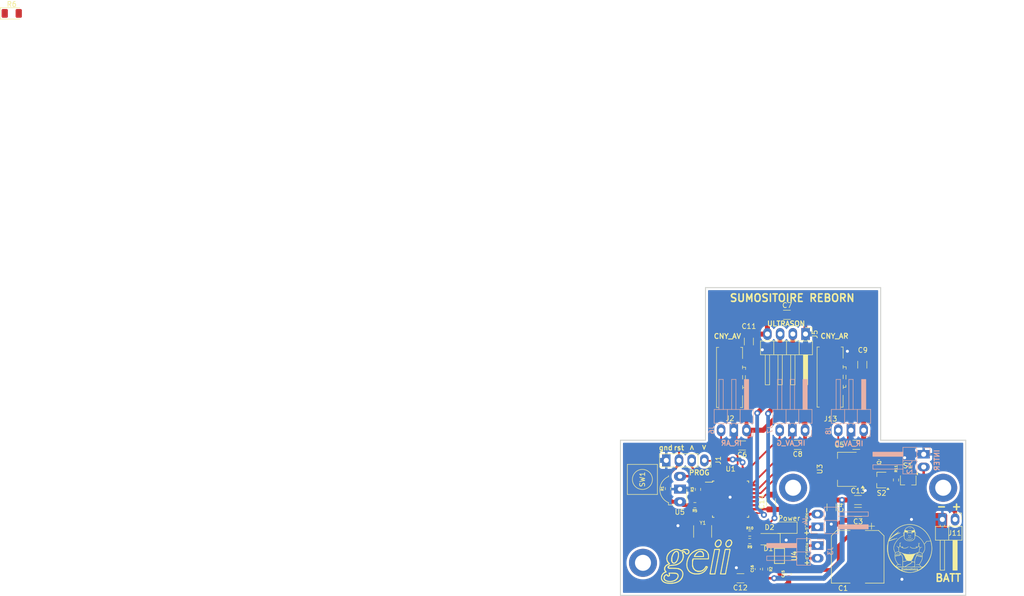
<source format=kicad_pcb>
(kicad_pcb (version 20241229) (generator "pcbnew") (generator_version "9.0")
  (layers (0 "F.Cu" signal) (2 "B.Cu" signal) (13 "F.Paste" user) (15 "B.Paste" user) (5 "F.SilkS" user "F.Silkscreen") (7 "B.SilkS" user "B.Silkscreen") (1 "F.Mask" user) (3 "B.Mask" user) (25 "Edge.Cuts" user))
  (net 0 "")
  (net 1 "+BATT")
  (net 2 "GND")
  (net 3 "+5V")
  (net 4 "Net-(D1-A)")
  (net 5 "Net-(D2-A)")
  (net 6 "/RXD")
  (net 7 "/RST")
  (net 8 "/TXD")
  (net 10 "/CAPTAR")
  (net 11 "Net-(J3-Pin_2)")
  (net 12 "Net-(J3-Pin_1)")
  (net 13 "Net-(J4-Pin_2)")
  (net 14 "Net-(J4-Pin_1)")
  (net 15 "/ECHO")
  (net 16 "/TRIGGER")
  (net 17 "/CAPT_INFRA_1")
  (net 18 "/CAPT_INFRA_2")
  (net 19 "/CAPT_INFRA_3")
  (net 20 "Net-(J11-Pin_1)")
  (net 21 "Net-(J12-Pin_2)")
  (net 22 "/CAPTLAVD")
  (net 23 "/CAPTLAVG")
  (net 24 "Net-(U4-MODE)")
  (net 25 "/BP_START")
  (net 26 "/LED_BLEUE")
  (net 27 "/LED_VERTE")
  (net 28 "Net-(S1-S)")
  (net 29 "/XT2")
  (net 30 "/XT1")
  (net 33 "/BIN1")
  (net 34 "/BIN2")
  (net 35 "/AIN1")
  (net 36 "/REMOTE")
  (net 39 "/AIN2")
  (net 42 "~+5V")
  (footprint "Capacitor_SMD:C_1206_3216Metric" (layer "F.Cu") (at 157.26 61.43)
    (property "Reference" "C7")
    (property "Value" "10uF")
  )
  (footprint "MountingHole:MountingHole_3.2mm_M3_DIN965_Pad" (layer "F.Cu") (at 128.5 111)
    (property "Reference" "H1" (hide yes))
    (property "Value" "MountingHole")
  )
  (footprint "Resistor_SMD:R_0603_1608Metric" (layer "F.Cu") (at 139.5 96.325 90)
    (property "Reference" "R3")
    (property "Value" "100k")
  )
  (footprint "Connector_PinSocket_2.54mm:PinSocket_1x04_P2.54mm_Vertical" (layer "F.Cu") (at 140.775 90.525 -90)
    (property "Reference" "J1")
    (property "Value" "Conn_01x04")
  )
  (footprint "Package_TO_SOT_SMD:TSOT-23" (layer "F.Cu") (at 176.18 94.47 180)
    (property "Reference" "S2")
    (property "Value" "Q_PMOS_GSD")
  )
  (footprint "Capacitor_SMD:C_1206_3216Metric" (layer "F.Cu") (at 172.33 71.405 90)
    (property "Reference" "C9")
    (property "Value" "1uF")
  )
  (footprint "MountingHole:MountingHole_3.2mm_M3_DIN965_Pad" (layer "F.Cu") (at 158.5 96)
    (property "Reference" "H2" (hide yes))
    (property "Value" "MountingHole")
  )
  (footprint "Capacitor_SMD:C_0603_1608Metric" (layer "F.Cu") (at 175.675 89.89)
    (property "Reference" "C2")
    (property "Value" "10uF")
  )
  (footprint "Connector_PinHeader_2.54mm:PinHeader_1x04_P2.54mm_Horizontal" (layer "F.Cu") (at 160.99 65.27 -90)
    (property "Reference" "J5")
    (property "Value" "CAPT_ULTRASON")
  )
  (footprint "Resistor_SMD:R_0603_1608Metric" (layer "F.Cu") (at 179.07 94.44 -90)
    (property "Reference" "R11")
    (property "Value" "10k")
  )
  (footprint "Resistor_SMD:R_0603_1608Metric" (layer "F.Cu") (at 152.9225 112.2543 -90)
    (property "Reference" "R2")
    (property "Value" "10k")
  )
  (footprint "Resistor_SMD:R_0603_1608Metric" (layer "F.Cu") (at 133.5 96.175 90)
    (property "Reference" "R1")
    (property "Value" "10k")
  )
  (footprint "Capacitor_SMD:C_1206_3216Metric" (layer "F.Cu") (at 154.075 98.85 90)
    (property "Reference" "C14")
    (property "Value" "10u")
  )
  (footprint "Resistor_SMD:R_0603_1608Metric" (layer "F.Cu") (at 138.875 99.475)
    (property "Reference" "R5")
    (property "Value" "0")
  )
  (footprint "Dam_libkicad:osc_CSTNE" (layer "F.Cu") (at 140.425 104.725)
    (property "Reference" "Y1")
    (property "Value" "Crystal_GND2")
  )
  (footprint "MountingHole:MountingHole_3.2mm_M3_DIN965_Pad" (layer "F.Cu") (at 188.5 96)
    (property "Reference" "H3" (hide yes))
    (property "Value" "MountingHole")
  )
  (footprint "Capacitor_SMD:C_1206_3216Metric" (layer "F.Cu") (at 147.985 114.08 180)
    (property "Reference" "C12")
    (property "Value" "10uF")
  )
  (footprint "Package_TO_SOT_SMD:TSOT-23" (layer "F.Cu") (at 181.53 94.48 -90)
    (property "Reference" "S1")
    (property "Value" "Q_PMOS_GSD")
  )
  (footprint "Capacitor_SMD:C_1206_3216Metric" (layer "F.Cu") (at 148.325 87.55 180)
    (property "Reference" "C6")
    (property "Value" "10uF")
  )
  (footprint "LED_SMD:LED_1206_3216Metric" (layer "F.Cu") (at 153.64 106.27 180)
    (property "Reference" "D1")
    (property "Value" "LED_BLEUE")
  )
  (footprint "Dam_libkicad:GROVE_HY2.0_VERTICAL_SMD" (layer "F.Cu") (at 166.0375 73.88 90)
    (property "Reference" "J13")
    (property "Value" "CNY_AV")
  )
  (footprint "Resistor_SMD:R_0603_1608Metric" (layer "F.Cu") (at 149.845 105.15)
    (property "Reference" "R10")
    (property "Value" "470")
  )
  (footprint "OptoDevice:Vishay_MOLD-3Pin" (layer "F.Cu") (at 135.9 93.725 -90)
    (property "Reference" "U5")
    (property "Value" "TSOP18338")
  )
  (footprint "Capacitor_SMD:C_1206_3216Metric" (layer "F.Cu") (at 159.42 87.43 180)
    (property "Reference" "C8")
    (property "Value" "10uF")
  )
  (footprint "LED_SMD:LED_1206_3216Metric" (layer "F.Cu") (at 157.02 103.97 180)
    (property "Reference" "D2")
    (property "Value" "LED_VERTE")
  )
  (footprint "Dam_libkicad:WSON-12" (layer "F.Cu") (at 155.785 109.6293 90)
    (property "Reference" "U4")
    (property "Value" "DRV8835" (hide yes))
  )
  (footprint "Package_TO_SOT_SMD:SOT-223-3_TabPin2" (layer "F.Cu") (at 169.29 92.31 180)
    (property "Reference" "U3")
    (property "Value" "LD1117S50TR_SOT223")
  )
  (footprint "lib_GEII_DAM:logo_geii_fsilk" (layer "F.Cu") (at 147.913925 104.684185)
    (property "Reference" "Ref**" (hide yes))
    (property "Value" "Val**" (hide yes))
  )
  (footprint "Capacitor_SMD:CP_Elec_10x10" (layer "F.Cu") (at 171.410105 109.8 -90)
    (property "Reference" "C1")
    (property "Value" "1000u")
  )
  (footprint "Dam_libkicad:TQFP32m" (layer "F.Cu") (at 146.01 98.28)
    (property "Reference" "U1")
    (property "Value" "ATmega328P-AU_full")
  )
  (footprint "Connector_PinHeader_2.54mm:PinHeader_1x02_P2.54mm_Horizontal" (layer "F.Cu") (at 190.875 102.325 -90)
    (property "Reference" "J11")
    (property "Value" "batt")
  )
  (footprint "Dam_libkicad:BP_Schruter_LSH" (layer "F.Cu") (at 128.385 94.33 90)
    (property "Reference" "SW1")
    (property "Value" "SW_Push")
  )
  (footprint "Capacitor_SMD:C_1206_3216Metric" (layer "F.Cu") (at 166.189434 99.914684 -90)
    (property "Reference" "C4")
    (property "Value" "10u")
  )
  (footprint "Capacitor_SMD:C_1206_3216Metric" (layer "F.Cu") (at 149.66 66.77 -90)
    (property "Reference" "C11")
    (property "Value" "1uF" (hide yes))
  )
  (footprint "Capacitor_SMD:C_1206_3216Metric" (layer "F.Cu") (at 171.475 100.829749)
    (property "Reference" "C3")
    (property "Value" "10uF")
  )
  (footprint "Capacitor_SMD:C_0603_1608Metric" (layer "F.Cu") (at 151.440862 112.251783 90)
    (property "Reference" "C16")
    (property "Value" "100nF")
  )
  (footprint "Capacitor_SMD:C_1206_3216Metric" (layer "F.Cu") (at 171.464434 98.459684)
    (property "Reference" "C13")
    (property "Value" "220u")
  )
  (footprint "Dam_libkicad:GROVE_HY2.0_VERTICAL_SMD" (layer "F.Cu") (at 145.94 73.95 90)
    (property "Reference" "J2")
    (property "Value" "CNY_AR")
  )
  (footprint "Diode_SMD:D_1206_3216Metric" (layer "F.Cu") (at 2.345 1.195)
    (property "Reference" "R6")
    (property "Value" "R")
  )
  (footprint "Capacitor_SMD:C_1206_3216Metric" (layer "F.Cu") (at 171.13 87.41 180)
    (property "Reference" "C5")
    (property "Value" "10uF")
  )
  (footprint "Resistor_SMD:R_0603_1608Metric" (layer "F.Cu") (at 149.835 106.66)
    (property "Reference" "R9")
    (property "Value" "470")
  )
  (footprint "Capacitor_SMD:C_0603_1608Metric" (layer "F.Cu") (at 157.61 113.23 90)
    (property "Reference" "C15")
    (property "Value" "100nF")
  )
  (footprint "Connector_PinHeader_2.54mm:PinHeader_1x02_P2.54mm_Horizontal" (layer "B.Cu") (at 163.375 103.8)
    (property "Reference" "J4")
    (property "Value" "MOTEUR2")
  )
  (footprint "Connector_PinHeader_2.54mm:PinHeader_1x02_P2.54mm_Horizontal" (layer "B.Cu") (at 163.38 107.55 180)
    (property "Reference" "J3")
    (property "Value" "MOTEUR1")
  )
  (footprint "Connector_PinHeader_2.54mm:PinHeader_1x03_P2.54mm_Horizontal" (layer "B.Cu") (at 160.9 84.5 90)
    (property "Reference" "J7")
    (property "Value" "CAPT_INFRA_2")
  )
  (footprint "Connector_PinHeader_2.54mm:PinHeader_1x03_P2.54mm_Horizontal" (layer "B.Cu") (at 149.19 84.5 90)
    (property "Reference" "J6")
    (property "Value" "CAPT_INFRA_1")
  )
  (footprint "Connector_PinHeader_2.54mm:PinHeader_1x03_P2.54mm_Horizontal" (layer "B.Cu") (at 172.61 84.5 90)
    (property "Reference" "J8")
    (property "Value" "CAPT_INFRA_3")
  )
  (footprint "Connector_PinHeader_2.54mm:PinHeader_1x02_P2.54mm_Horizontal" (layer "B.Cu") (at 184.6 89.3 180)
    (property "Reference" "J12")
    (property "Value" "inter")
  )
  (gr_poly (pts (xy 180.96234 112.163052) (xy 180.967822 112.163242) (xy 180.972753 112.163576) (xy 180.975019 112.163802) (xy 180.977157 112.164068) (xy 180.97917 112.164378) (xy 180.98106 112.164733) (xy 180.982833 112.165134) (xy 180.984489 112.165584) (xy 180.986034 112.166083) (xy 180.987469 112.166635) (xy 180.988799 112.16724) (xy 180.990026 112.167901) (xy 180.991154 112.168619) (xy 180.992185 112.169395) (xy 180.993124 112.170233) (xy 180.993973 112.171133) (xy 180.994736 112.172097) (xy 180.995415 112.173128) (xy 180.996014 112.174226) (xy 180.996537 112.175394) (xy 180.996986 112.176633) (xy 180.997365 112.177945) (xy 180.997676 112.179332) (xy 180.997924 112.180796) (xy 180.998111 112.182338) (xy 180.998241 112.18396) (xy 180.998316 112.185664) (xy 180.99834 112.187452) (xy 180.998379 112.189908) (xy 180.998491 112.192296) (xy 180.998673 112.194604) (xy 180.998922 112.196819) (xy 180.999232 112.198931) (xy 180.999599 112.200927) (xy 181.000021 112.202796) (xy 181.000492 112.204525) (xy 181.000745 112.205333) (xy 181.001009 112.206102) (xy 181.001283 112.20683) (xy 181.001567 112.207516) (xy 181.00186 112.208158) (xy 181.002163 112.208755) (xy 181.002473 112.209305) (xy 181.002792 112.209807) (xy 181.003118 112.210259) (xy 181.00345 112.210659) (xy 181.003789 112.211007) (xy 181.004134 112.211301) (xy 181.004484 112.211539) (xy 181.004839 112.21172) (xy 181.005199 112.211842) (xy 181.005562 112.211904) (xy 181.006463 112.211777) (xy 181.007655 112.211404) (xy 181.009119 112.210797) (xy 181.010835 112.20997) (xy 181.014943 112.207704) (xy 181.019823 112.204708) (xy 181.025317 112.201083) (xy 181.031267 112.196931) (xy 181.037517 112.192353) (xy 181.043907 112.187452) (xy 181.047785 112.184493) (xy 181.051657 112.181735) (xy 181.055521 112.179179) (xy 181.059373 112.176824) (xy 181.063212 112.17467) (xy 181.067036 112.172717) (xy 181.070842 112.170964) (xy 181.074628 112.169412) (xy 181.078392 112.16806) (xy 181.082133 112.166909) (xy 181.085847 112.165957) (xy 181.089532 112.165205) (xy 181.093186 112.164653) (xy 181.096808 112.164301) (xy 181.100394 112.164148) (xy 181.103943 112.164194) (xy 181.107453 112.164439) (xy 181.11092 112.164883) (xy 181.114344 112.165525) (xy 181.117721 112.166366) (xy 181.12105 112.167406) (xy 181.124328 112.168644) (xy 181.127554 112.170079) (xy 181.130724 112.171713) (xy 181.133838 112.173544) (xy 181.136891 112.175573) (xy 181.139884 112.177799) (xy 181.142812 112.180222) (xy 181.145674 112.182843) (xy 181.148468 112.18566) (xy 181.151192 112.188674) (xy 181.153843 112.191885) (xy 181.176678 112.220876) (xy 181.210457 112.191885) (xy 181.21797 112.185698) (xy 181.225224 112.180297) (xy 181.228764 112.177891) (xy 181.23225 112.175681) (xy 181.235689 112.173667) (xy 181.239082 112.171848) (xy 181.242436 112.170224) (xy 181.245753 112.168795) (xy 181.249037 112.167561) (xy 181.252294 112.166522) (xy 181.255527 112.165677) (xy 181.25874 112.165026) (xy 181.261937 112.164569) (xy 181.265122 112.164306) (xy 181.2683 112.164237) (xy 181.271474 112.16436) (xy 181.274649 112.164677) (xy 181.277828 112.165187) (xy 181.281017 112.165889) (xy 181.284218 112.166784) (xy 181.287436 112.167871) (xy 181.290676 112.16915) (xy 181.29394 112.170621) (xy 181.297234 112.172284) (xy 181.300562 112.174137) (xy 181.303927 112.176182) (xy 181.310786 112.180845) (xy 181.317844 112.186269) (xy 181.322423 112.190124) (xy 181.326512 112.193957) (xy 181.330146 112.197903) (xy 181.333358 112.202097) (xy 181.33618 112.206673) (xy 181.338646 112.211766) (xy 181.340788 112.217508) (xy 181.34264 112.224036) (xy 181.344235 112.231483) (xy 181.345607 112.239983) (xy 181.346787 112.249671) (xy 181.347809 112.260681) (xy 181.349513 112.287206) (xy 181.350983 112.320631) (xy 181.351688 112.338272) (xy 181.352401 112.353967) (xy 181.353148 112.367825) (xy 181.353957 112.37996) (xy 181.354393 112.385416) (xy 181.354855 112.390483) (xy 181.355346 112.395174) (xy 181.35587 112.399505) (xy 181.356429 112.403488) (xy 181.357029 112.407137) (xy 181.357671 112.410468) (xy 181.35836 112.413493) (xy 181.359098 112.416226) (xy 181.35989 112.418682) (xy 181.360738 112.420875) (xy 181.361647 112.422818) (xy 181.362619 112.424525) (xy 181.363659 112.426011) (xy 181.364768 112.427289) (xy 181.365952 112.428373) (xy 181.367213 112.429277) (xy 181.368555 112.430016) (xy 181.369981 112.430602) (xy 181.371494 112.431051) (xy 181.373099 112.431376) (xy 181.374798 112.43159) (xy 181.376596 112.431709) (xy 181.378494 112.431745) (xy 181.379684 112.431761) (xy 181.380858 112.431809) (xy 181.382015 112.431887) (xy 181.383154 112.431996) (xy 181.384273 112.432134) (xy 181.385371 112.4323) (xy 181.386446 112.432494) (xy 181.387497 112.432714) (xy 181.388522 112.432961) (xy 181.389521 112.433234) (xy 181.39049 112.433531) (xy 181.39143 112.433851) (xy 181.392338 112.434195) (xy 181.393213 112.434561) (xy 181.394054 112.434949) (xy 181.394858 112.435357) (xy 181.395626 112.435785) (xy 181.396354 112.436232) (xy 181.397042 112.436698) (xy 181.397688 112.437181) (xy 181.398291 112.437681) (xy 181.39885 112.438197) (xy 181.399362 112.438728) (xy 181.399826 112.439274) (xy 181.400242 112.439833) (xy 181.400606 112.440405) (xy 181.400919 112.44099) (xy 181.401178 112.441585) (xy 181.401382 112.442192) (xy 181.40153 112.442808) (xy 181.401619 112.443433) (xy 181.401649 112.444067) (xy 181.401554 112.4447) (xy 181.401271 112.445325) (xy 181.400159 112.446546) (xy 181.398349 112.447722) (xy 181.395878 112.448847) (xy 181.39278 112.449917) (xy 181.389092 112.450925) (xy 181.38485 112.451864) (xy 181.380088 112.45273) (xy 181.369152 112.454216) (xy 181.356571 112.455336) (xy 181.342629 112.456043) (xy 181.327614 112.456289) (xy 181.319193 112.456238) (xy 181.311283 112.456085) (xy 181.303896 112.455833) (xy 181.297045 112.455482) (xy 181.290742 112.455034) (xy 181.285 112.45449) (xy 181.27983 112.453851) (xy 181.275246 112.453119) (xy 181.273177 112.452718) (xy 181.271259 112.452295) (xy 181.269493 112.451849) (xy 181.267882 112.45138) (xy 181.266426 112.45089) (xy 181.265127 112.450377) (xy 181.263986 112.449842) (xy 181.263006 112.449285) (xy 181.262188 112.448707) (xy 181.261533 112.448107) (xy 181.261042 112.447486) (xy 181.260718 112.446844) (xy 181.260562 112.44618) (xy 181.260575 112.445496) (xy 181.260759 112.444792) (xy 181.261116 112.444067) (xy 181.261975 112.442817) (xy 181.26299 112.441601) (xy 181.264147 112.440425) (xy 181.265435 112.439296) (xy 181.266839 112.43822) (xy 181.268348 112.437204) (xy 181.269947 112.436254) (xy 181.271624 112.435377) (xy 181.273367 112.434578) (xy 181.275161 112.433865) (xy 181.276994 112.433245) (xy 181.278854 112.432722) (xy 181.280726 112.432304) (xy 181.282599 112.431998) (xy 181.284459 112.431809) (xy 181.286293 112.431745) (xy 181.288692 112.43121) (xy 181.290929 112.429646) (xy 181.293002 112.427117) (xy 181.294914 112.423686) (xy 181.298254 112.414373) (xy 181.300952 112.402212) (xy 181.303012 112.387712) (xy 181.304437 112.371379) (xy 181.305231 112.353721) (xy 181.305398 112.335243) (xy 181.304942 112.316453) (xy 181.303866 112.297858) (xy 181.302175 112.279965) (xy 181.299871 112.263281) (xy 181.29696 112.248312) (xy 181.293444 112.235567) (xy 181.289328 112.22555) (xy 181.287045 112.221724) (xy 181.284614 112.218771) (xy 181.282207 112.216434) (xy 181.279813 112.214257) (xy 181.27743 112.212241) (xy 181.275056 112.210384) (xy 181.27269 112.208689) (xy 181.270331 112.207154) (xy 181.267976 112.205779) (xy 181.265625 112.204566) (xy 181.263275 112.203513) (xy 181.260926 112.202622) (xy 181.258575 112.201891) (xy 181.256222 112.201322) (xy 181.253863 112.200915) (xy 181.251499 112.200668) (xy 181.249127 112.200584) (xy 181.246746 112.200661) (xy 181.244354 112.200901) (xy 181.24195 112.201302) (xy 181.239532 112.201865) (xy 181.237098 112.202591) (xy 181.234647 112.203479) (xy 181.232178 112.204529) (xy 181.229689 112.205742) (xy 181.227178 112.207118) (xy 181.224643 112.208657) (xy 181.222084 112.210358) (xy 181.219498 112.212223) (xy 181.216885 112.214251) (xy 181.211567 112.218797) (xy 181.206119 112.223997) (xy 181.202532 112.227788) (xy 181.199294 112.23167) (xy 181.196391 112.235722) (xy 181.193806 112.240024) (xy 181.191522 112.244656) (xy 181.189523 112.249696) (xy 181.187793 112.255226) (xy 181.186314 112.261323) (xy 181.185071 112.268067) (xy 181.184047 112.275539) (xy 181.183226 112.283817) (xy 181.182591 112.292982) (xy 181.181813 112.314288) (xy 181.181583 112.340093) (xy 181.18163 112.35293) (xy 181.181774 112.364603) (xy 181.182026 112.375158) (xy 181.182196 112.380031) (xy 181.182395 112.384643) (xy 181.182626 112.388998) (xy 181.18289 112.393102) (xy 181.183187 112.396962) (xy 181.183519 112.400583) (xy 181.183887 112.403971) (xy 181.184292 112.407132) (xy 181.184735 112.410071) (xy 181.185218 112.412795) (xy 181.185741 112.415308) (xy 181.186306 112.417618) (xy 181.186913 112.419729) (xy 181.187564 112.421648) (xy 181.188261 112.42338) (xy 181.189003 112.424931) (xy 181.189793 112.426307) (xy 181.190631 112.427513) (xy 181.191519 112.428556) (xy 181.192457 112.429441) (xy 181.193447 112.430174) (xy 181.19449 112.43076) (xy 181.195587 112.431207) (xy 181.19674 112.431518) (xy 181.197949 112.431701) (xy 181.199215 112.43176) (xy 181.200128 112.431776) (xy 181.201049 112.431824) (xy 181.20291 112.432011) (xy 181.204783 112.432315) (xy 181.206655 112.43273) (xy 181.208515 112.433249) (xy 181.210348 112.433867) (xy 181.212142 112.434576) (xy 181.213884 112.435372) (xy 181.215561 112.436247) (xy 181.21716 112.437196) (xy 181.218668 112.438212) (xy 181.220072 112.439289) (xy 181.221359 112.440421) (xy 181.221954 112.441005) (xy 181.222516 112.441601) (xy 181.223041 112.442207) (xy 181.22353 112.442823) (xy 181.223979 112.443448) (xy 181.224388 112.444082) (xy 181.224745 112.444802) (xy 181.22493 112.445503) (xy 181.224943 112.446183) (xy 181.224787 112.446844) (xy 181.224464 112.447483) (xy 181.223973 112.448102) (xy 181.2225 112.449278) (xy 181.22038 112.450368) (xy 181.217626 112.451372) (xy 181.214249 112.452288) (xy 181.210263 112.453114) (xy 181.205679 112.453849) (xy 181.200509 112.454491) (xy 181.188464 112.45549) (xy 181.174226 112.456099) (xy 181.157894 112.456304) (xy 181.144918 112.456132) (xy 181.133048 112.455631) (xy 181.122331 112.454827) (xy 181.117418 112.45432) (xy 181.11281 112.453746) (xy 181.108512 112.45311) (xy 181.104531 112.452413) (xy 181.100871 112.45166) (xy 181.097539 112.450853) (xy 181.09454 112.449996) (xy 181.091879 112.449092) (xy 181.089562 112.448144) (xy 181.087595 112.447155) (xy 181.085984 112.446128) (xy 181.084734 112.445066) (xy 181.08385 112.443974) (xy 181.083339 112.442853) (xy 181.083206 112.441707) (xy 181.083456 112.440539) (xy 181.084095 112.439353) (xy 181.085129 112.438151) (xy 181.086564 112.436937) (xy 181.088405 112.435713) (xy 181.090657 112.434484) (xy 181.093327 112.433252) (xy 181.09642 112.43202) (xy 181.099941 112.430791) (xy 181.103896 112.42957) (xy 181.108292 112.428358) (xy 181.112061 112.427245) (xy 181.11543 112.425929) (xy 181.118418 112.424335) (xy 181.121048 112.422388) (xy 181.123342 112.420015) (xy 181.125321 112.41714) (xy 181.127005 112.413689) (xy 181.128418 112.409588) (xy 181.129581 112.404763) (xy 181.130514 112.399139) (xy 181.13124 112.392641) (xy 181.131781 112.385195) (xy 181.132157 112.376726) (xy 181.13239 112.367161) (xy 181.132515 112.344442) (xy 181.132444 112.336319) (xy 181.132261 112.328424) (xy 181.131967 112.320758) (xy 181.131562 112.313321) (xy 181.131046 112.306116) (xy 181.130421 112.299143) (xy 181.129686 112.292402) (xy 181.128841 112.285894) (xy 181.127888 112.279622) (xy 181.126826 112.273584) (xy 181.125655 112.267784) (xy 181.124377 112.26222) (xy 181.122992 112.256895) (xy 181.121499 112.251809) (xy 181.1199 112.246963) (xy 181.118194 112.242358) (xy 181.116383 112.237995) (xy 181.114466 112.233875) (xy 181.112444 112.229998) (xy 181.110316 112.226367) (xy 181.108085 112.222981) (xy 181.105749 112.219842) (xy 181.10331 112.21695) (xy 181.100767 112.214307) (xy 181.098122 112.211913) (xy 181.095373 112.209769) (xy 181.092523 112.207876) (xy 181.089571 112.206236) (xy 181.086517 112.204849) (xy 181.083363 112.203716) (xy 181.080107 112.202837) (xy 181.076752 112.202215) (xy 181.072615 112.201763) (xy 181.068585 112.201619) (xy 181.064663 112.201781) (xy 181.06085 112.202249) (xy 181.057145 112.203022) (xy 181.05355 112.204098) (xy 181.050065 112.205478) (xy 181.046691 112.207159) (xy 181.043427 112.209142) (xy 181.040275 112.211424) (xy 181.037236 112.214006) (xy 181.034309 112.216887) (xy 181.028795 112.223538) (xy 181.023739 112.231372) (xy 181.019144 112.240382) (xy 181.015016 112.250558) (xy 181.011357 112.261895) (xy 181.008174 112.274386) (xy 181.00547 112.288021) (xy 181.003249 112.302795) (xy 181.001516 112.3187) (xy 181.000275 112.335729) (xy 180.999518 112.349672) (xy 180.998927 112.362042) (xy 180.998526 112.372942) (xy 180.998337 112.382476) (xy 180.99833 112.386762) (xy 180.998385 112.390746) (xy 180.998505 112.39444) (xy 180.998694 112.397857) (xy 180.998953 112.401009) (xy 180.999286 112.403911) (xy 180.999696 112.406574) (xy 181.000186 112.409012) (xy 181.000759 112.411238) (xy 181.001417 112.413264) (xy 181.002165 112.415104) (xy 181.003004 112.41677) (xy 181.003938 112.418276) (xy 181.004969 112.419634) (xy 181.006102 112.420857) (xy 181.007337 112.421958) (xy 181.00868 112.42295) (xy 181.010132 112.423846) (xy 181.011696 112.424659) (xy 181.013376 112.425402) (xy 181.015174 112.426088) (xy 181.017094 112.426729) (xy 181.019138 112.427339) (xy 181.021309 112.42793) (xy 181.029864 112.43041) (xy 181.036686 112.432914) (xy 181.041816 112.435416) (xy 181.04376 112.436659) (xy 181.045297 112.437892) (xy 181.046433 112.439112) (xy 181.047172 112.440316) (xy 181.047519 112.4415) (xy 181.047481 112.442662) (xy 181.047063 112.443798) (xy 181.046269 112.444905) (xy 181.045105 112.44598) (xy 181.043576 112.44702) (xy 181.039446 112.448982) (xy 181.03392 112.450764) (xy 181.027041 112.452341) (xy 181.018851 112.453689) (xy 181.009392 112.454782) (xy 180.998707 112.455594) (xy 180.986838 112.456099) (xy 180.973827 112.456274) (xy 180.966291 112.456211) (xy 180.958982 112.456028) (xy 180.951936 112.455729) (xy 180.945189 112.455321) (xy 180.938777 112.45481) (xy 180.932735 112.454201) (xy 180.927099 112.453501) (xy 180.921905 112.452715) (xy 180.917188 112.451849) (xy 180.912984 112.450909) (xy 180.909329 112.449902) (xy 180.906259 112.448832) (xy 180.904954 112.448276) (xy 180.903808 112.447706) (xy 180.902827 112.447124) (xy 180.902014 112.44653) (xy 180.901374 112.445925) (xy 180.900911 112.44531) (xy 180.90063 112.444685) (xy 180.900535 112.444051) (xy 180.900542 112.444058) (xy 180.900549 112.444065) (xy 180.900562 112.444079) (xy 180.900588 112.444105) (xy 180.900602 112.444118) (xy 180.900614 112.444131) (xy 180.900621 112.444137) (xy 180.900627 112.444144) (xy 180.900633 112.444151) (xy 180.900638 112.444158) (xy 180.90067 112.443529) (xy 180.900765 112.442908) (xy 180.900921 112.442296) (xy 180.901137 112.441692) (xy 180.901411 112.441099) (xy 180.901741 112.440517) (xy 180.902126 112.439946) (xy 180.902565 112.439388) (xy 180.903597 112.438312) (xy 180.904824 112.437296) (xy 180.906233 112.436346) (xy 180.907812 112.435468) (xy 180.909549 112.43467) (xy 180.911432 112.433957) (xy 180.913446 112.433336) (xy 180.915581 112.432814) (xy 180.917823 112.432396) (xy 180.920161 112.43209) (xy 180.922581 112.431901) (xy 180.925072 112.431837) (xy 180.929088 112.43172) (xy 180.932641 112.43128) (xy 180.935759 112.430383) (xy 180.93847 112.428898) (xy 180.940801 112.426689) (xy 180.942782 112.423625) (xy 180.94444 112.419572) (xy 180.945804 112.414396) (xy 180.946902 112.407965) (xy 180.947762 112.400144) (xy 180.948412 112.390802) (xy 180.948881 112.379804) (xy 180.949386 112.35231) (xy 180.949505 112.316595) (xy 180.949474 112.298015) (xy 180.949363 112.281499) (xy 180.949146 112.266915) (xy 180.948798 112.254133) (xy 180.948567 112.248376) (xy 180.948292 112.24302) (xy 180.947972 112.238049) (xy 180.947603 112.233446) (xy 180.947181 112.229195) (xy 180.946703 112.22528) (xy 180.946166 112.221684) (xy 180.945568 112.21839) (xy 180.944903 112.215383) (xy 180.94417 112.212646) (xy 180.943365 112.210162) (xy 180.942484 112.207915) (xy 180.941525 112.205889) (xy 180.940484 112.204067) (xy 180.939359 112.202433) (xy 180.938145 112.200971) (xy 180.936839 112.199664) (xy 180.935438 112.198495) (xy 180.93394 112.197449) (xy 180.93234 112.196509) (xy 180.930635 112.195658) (xy 180.928823 112.194881) (xy 180.9269 112.19416) (xy 180.924862 112.193479) (xy 180.921612 112.192378) (xy 180.918684 112.191237) (xy 180.916075 112.190063) (xy 180.913778 112.18886) (xy 180.911789 112.187633) (xy 180.910102 112.186387) (xy 180.908714 112.185126) (xy 180.907619 112.183856) (xy 180.906812 112.182581) (xy 180.906287 112.181305) (xy 180.906041 112.180035) (xy 180.906068 112.178774) (xy 180.906363 112.177528) (xy 180.906921 112.176301) (xy 180.907737 112.175098) (xy 180.908807 112.173924) (xy 180.910124 112.172784) (xy 180.911686 112.171682) (xy 180.913485 112.170624) (xy 180.915518 112.169614) (xy 180.920264 112.167759) (xy 180.925883 112.166154) (xy 180.932337 112.164839) (xy 180.939585 112.163851) (xy 180.947588 112.16323) (xy 180.956306 112.163015) (xy 180.95628 112.162992)) (stroke (width 0.032579)) (fill yes) (layer "F.SilkS"))
  (gr_poly (pts (xy 182.091118 112.018484) (xy 182.09194 112.018517) (xy 182.092769 112.018575) (xy 182.093605 112.018659) (xy 182.094447 112.018773) (xy 182.095295 112.018919) (xy 182.097765 112.019581) (xy 182.100098 112.02046) (xy 182.102291 112.021551) (xy 182.103335 112.022174) (xy 182.104341 112.02285) (xy 182.106245 112.024353) (xy 182.107999 112.026058) (xy 182.109601 112.02796) (xy 182.111048 112.030055) (xy 182.112335 112.032339) (xy 182.113461 112.03481) (xy 182.114423 112.037463) (xy 182.115216 112.040294) (xy 182.115839 112.043299) (xy 182.116287 112.046476) (xy 182.116558 112.04982) (xy 182.11665 112.053327) (xy 182.116538 112.056535) (xy 182.116213 112.05962) (xy 182.115686 112.062578) (xy 182.114969 112.065405) (xy 182.114073 112.068095) (xy 182.113012 112.070645) (xy 182.111796 112.07305) (xy 182.110438 112.075304) (xy 182.10895 112.077404) (xy 182.107344 112.079345) (xy 182.105632 112.081123) (xy 182.103826 112.082732) (xy 182.101938 112.084169) (xy 182.099979 112.085428) (xy 182.097962 112.086505) (xy 182.095899 112.087396) (xy 182.093802 112.088096) (xy 182.091683 112.0886) (xy 182.089554 112.088904) (xy 182.087426 112.089003) (xy 182.085313 112.088893) (xy 182.083225 112.088569) (xy 182.081175 112.088026) (xy 182.079175 112.08726) (xy 182.077236 112.086267) (xy 182.075372 112.085041) (xy 182.073593 112.083579) (xy 182.071912 112.081875) (xy 182.070341 112.079925) (xy 182.068892 112.077724) (xy 182.067576 112.075269) (xy 182.066406 112.072553) (xy 182.066513 112.072553) (xy 182.065631 112.070097) (xy 182.064876 112.067644) (xy 182.064246 112.065199) (xy 182.063736 112.062767) (xy 182.063346 112.060352) (xy 182.063072 112.057959) (xy 182.062912 112.055593) (xy 182.062864 112.053258) (xy 182.062925 112.050959) (xy 182.063092 112.0487) (xy 182.063364 112.046486) (xy 182.063737 112.044321) (xy 182.064209 112.042211) (xy 182.064778 112.040159) (xy 182.065442 112.03817) (xy 182.066196 112.03625) (xy 182.06704 112.034402) (xy 182.067971 112.03263) (xy 182.068986 112.030941) (xy 182.070083 112.029337) (xy 182.071258 112.027825) (xy 182.072511 112.026408) (xy 182.073838 112.02509) (xy 182.075237 112.023878) (xy 182.076704 112.022774) (xy 182.078239 112.021784) (xy 182.079838 112.020913) (xy 182.081499 112.020164) (xy 182.083219 112.019543) (xy 182.084996 112.019055) (xy 182.086827 112.018702) (xy 182.088711 112.018491) (xy 182.088711 112.018499) (xy 182.089503 112.018477) (xy 182.090306 112.018471)) (stroke (width 0.032579)) (fill yes) (layer "F.SilkS"))
  (gr_curve (pts (xy 180.479919 111.765119) (xy 180.440128 111.606603) (xy 180.411598 111.088544) (xy 180.429573 110.850683)) (stroke (width 0.032579)) (layer "F.SilkS"))
  (gr_curve (pts (xy 181.247879 110.500448) (xy 181.264839 110.508413) (xy 181.281795 110.516386) (xy 181.298756 110.524351)) (stroke (width 0.032579)) (layer "F.SilkS"))
  (gr_poly (pts (xy 183.019668 112.176275) (xy 183.022939 112.176609) (xy 183.024437 112.176868) (xy 183.025848 112.177194) (xy 183.027172 112.177588) (xy 183.028413 112.178054) (xy 183.029572 112.178595) (xy 183.030653 112.179215) (xy 183.031658 112.179916) (xy 183.032589 112.180702) (xy 183.033449 112.181576) (xy 183.034239 112.182541) (xy 183.034963 112.183599) (xy 183.035623 112.184755) (xy 183.036221 112.186011) (xy 183.036759 112.18737) (xy 183.037241 112.188836) (xy 183.037668 112.190412) (xy 183.038369 112.193904) (xy 183.03888 112.197873) (xy 183.039221 112.202344) (xy 183.039411 112.20734) (xy 183.039471 112.212888) (xy 183.039471 112.250608) (xy 183.071014 112.212888) (xy 183.075721 112.207622) (xy 183.080584 112.202796) (xy 183.08558 112.198405) (xy 183.090684 112.194443) (xy 183.095873 112.190906) (xy 183.101123 112.187788) (xy 183.106409 112.185084) (xy 183.111707 112.182788) (xy 183.116994 112.180896) (xy 183.122244 112.179401) (xy 183.127435 112.1783) (xy 183.132541 112.177586) (xy 183.137539 112.177255) (xy 183.142405 112.1773) (xy 183.147114 112.177718) (xy 183.151643 112.178502) (xy 183.155967 112.179647) (xy 183.160063 112.181148) (xy 183.163906 112.183) (xy 183.167471 112.185197) (xy 183.170736 112.187735) (xy 183.173676 112.190608) (xy 183.176266 112.19381) (xy 183.178483 112.197337) (xy 183.180303 112.201183) (xy 183.181701 112.205343) (xy 183.182654 112.209811) (xy 183.183137 112.214583) (xy 183.183126 112.219654) (xy 183.182597 112.225017) (xy 183.181526 112.230667) (xy 183.17989 112.236601) (xy 183.178812 112.239639) (xy 183.177591 112.242441) (xy 183.176238 112.245008) (xy 183.174763 112.247344) (xy 183.173178 112.249448) (xy 183.171492 112.251325) (xy 183.169717 112.252975) (xy 183.167862 112.254401) (xy 183.165938 112.255604) (xy 183.163957 112.256587) (xy 183.161928 112.257351) (xy 183.159862 112.2579) (xy 183.15777 112.258233) (xy 183.155662 112.258355) (xy 183.153549 112.258266) (xy 183.151441 112.257969) (xy 183.149349 112.257465) (xy 183.147285 112.256757) (xy 183.145257 112.255846) (xy 183.143277 112.254735) (xy 183.141355 112.253426) (xy 183.139503 112.25192) (xy 183.13773 112.25022) (xy 183.136047 112.248327) (xy 183.134465 112.246244) (xy 183.132994 112.243973) (xy 183.131645 112.241515) (xy 183.130428 112.238873) (xy 183.129354 112.236048) (xy 183.128435 112.233043) (xy 183.127679 112.229859) (xy 183.127098 112.226499) (xy 183.125937 112.219906) (xy 183.124491 112.214325) (xy 183.12278 112.209727) (xy 183.120823 112.206079) (xy 183.118638 112.203351) (xy 183.116246 112.201511) (xy 183.113664 112.200528) (xy 183.110912 112.200371) (xy 183.10801 112.20101) (xy 183.104975 112.202412) (xy 183.101828 112.204546) (xy 183.098586 112.207382) (xy 183.091898 112.215034) (xy 183.085064 112.225117) (xy 183.078235 112.237383) (xy 183.071564 112.251583) (xy 183.065204 112.267466) (xy 183.059307 112.284784) (xy 183.054025 112.303287) (xy 183.049511 112.322726) (xy 183.045917 112.342853) (xy 183.043396 112.363416) (xy 183.042277 112.375786) (xy 183.041362 112.386861) (xy 183.040661 112.396712) (xy 183.040394 112.401201) (xy 183.040185 112.405411) (xy 183.040035 112.40935) (xy 183.039946 112.413028) (xy 183.039918 112.416453) (xy 183.039952 112.419634) (xy 183.040052 112.422581) (xy 183.040217 112.425301) (xy 183.040448 112.427804) (xy 183.040748 112.430099) (xy 183.041118 112.432195) (xy 183.041559 112.4341) (xy 183.042072 112.435823) (xy 183.042659 112.437373) (xy 183.043321 112.43876) (xy 183.044059 112.439991) (xy 183.044874 112.441076) (xy 183.045769 112.442024) (xy 183.046744 112.442844) (xy 183.047801 112.443544) (xy 183.048941 112.444133) (xy 183.050165 112.444621) (xy 183.051474 112.445015) (xy 183.052871 112.445326) (xy 183.054356 112.445561) (xy 183.055931 112.44573) (xy 183.06233 112.44627) (xy 183.068086 112.446789) (xy 183.073247 112.4473) (xy 183.07786 112.447817) (xy 183.081972 112.448354) (xy 183.085631 112.448925) (xy 183.088883 112.449541) (xy 183.090372 112.449872) (xy 183.091777 112.450219) (xy 183.093103 112.450584) (xy 183.094358 112.45097) (xy 183.095546 112.451378) (xy 183.096675 112.451809) (xy 183.097748 112.452265) (xy 183.098774 112.452749) (xy 183.099756 112.453261) (xy 183.100702 112.453803) (xy 183.101618 112.454378) (xy 183.102508 112.454986) (xy 183.103379 112.45563) (xy 183.104238 112.456311) (xy 183.105939 112.457791) (xy 183.107658 112.45944) (xy 183.107824 112.4596) (xy 183.10787 112.459646) (xy 183.107912 112.459689) (xy 183.107931 112.459709) (xy 183.107948 112.459728) (xy 183.107963 112.459745) (xy 183.107975 112.45976) (xy 183.10798 112.45977) (xy 183.107985 112.459783) (xy 183.107999 112.45982) (xy 183.108014 112.459866) (xy 183.10803 112.459917) (xy 183.10806 112.460014) (xy 183.108073 112.46005) (xy 183.108078 112.460064) (xy 183.108082 112.460073) (xy 183.108082 112.46018) (xy 183.108082 112.460287) (xy 183.108082 112.460394) (xy 183.108082 112.4605) (xy 183.108082 112.4606) (xy 183.108082 112.460706) (xy 183.107975 112.460813) (xy 183.107975 112.46092) (xy 183.107969 112.460927) (xy 183.107963 112.460934) (xy 183.107957 112.460941) (xy 183.107951 112.460947) (xy 183.107938 112.46096) (xy 183.107925 112.460973) (xy 183.107898 112.460999) (xy 183.107885 112.461013) (xy 183.107878 112.46102) (xy 183.107872 112.461027) (xy 183.106954 112.461785) (xy 183.105371 112.462525) (xy 183.103153 112.463242) (xy 183.100327 112.463931) (xy 183.092963 112.465211) (xy 183.083507 112.466333) (xy 183.072184 112.467263) (xy 183.059219 112.467968) (xy 183.044839 112.468416) (xy 183.02927 112.468572) (xy 183.020147 112.468513) (xy 183.01135 112.468338) (xy 183.002913 112.468053) (xy 182.99487 112.467663) (xy 182.987256 112.467172) (xy 182.980105 112.466586) (xy 182.973451 112.46591) (xy 182.96733 112.465149) (xy 182.961775 112.464307) (xy 182.956821 112.46339) (xy 182.952502 112.462402) (xy 182.948852 112.46135) (xy 182.947289 112.4608) (xy 182.945907 112.460237) (xy 182.944709 112.459659) (xy 182.9437 112.459069) (xy 182.942884 112.458465) (xy 182.942266 112.45785) (xy 182.941849 112.457224) (xy 182.941639 112.456586) (xy 182.941639 112.45648) (xy 182.941681 112.455855) (xy 182.941784 112.455239) (xy 182.941949 112.45463) (xy 182.942172 112.454031) (xy 182.942452 112.453442) (xy 182.942788 112.452864) (xy 182.943178 112.452298) (xy 182.943621 112.451744) (xy 182.944659 112.450677) (xy 182.94589 112.449669) (xy 182.9473 112.448727) (xy 182.948879 112.447857) (xy 182.950613 112.447065) (xy 182.95249 112.446358) (xy 182.954498 112.445743) (xy 182.956624 112.445225) (xy 182.958857 112.444811) (xy 182.961185 112.444508) (xy 182.963594 112.444321) (xy 182.966072 112.444257) (xy 182.970087 112.44414) (xy 182.973639 112.443698) (xy 182.976756 112.442798) (xy 182.979466 112.441308) (xy 182.981797 112.439094) (xy 182.983778 112.436024) (xy 182.985436 112.431963) (xy 182.9868 112.426779) (xy 182.987897 112.420339) (xy 182.988757 112.41251) (xy 182.989408 112.403158) (xy 182.989877 112.392151) (xy 182.990383 112.364636) (xy 182.990501 112.328901) (xy 182.990478 112.309667) (xy 182.990385 112.292672) (xy 182.990188 112.277764) (xy 182.989855 112.264791) (xy 182.989627 112.258983) (xy 182.989352 112.253602) (xy 182.989026 112.248629) (xy 182.988645 112.244045) (xy 182.988205 112.239832) (xy 182.987701 112.23597) (xy 182.987129 112.23244) (xy 182.986486 112.229224) (xy 182.985766 112.226302) (xy 182.984966 112.223656) (xy 182.984082 112.221267) (xy 182.983109 112.219115) (xy 182.982043 112.217182) (xy 182.98088 112.215449) (xy 182.979616 112.213897) (xy 182.978246 112.212507) (xy 182.976767 112.21126) (xy 182.975174 112.210137) (xy 182.973463 112.209119) (xy 182.971629 112.208188) (xy 182.96967 112.207324) (xy 182.967579 112.206508) (xy 182.96299 112.204946) (xy 182.958307 112.203516) (xy 182.956198 112.20285) (xy 182.954242 112.202213) (xy 182.95244 112.201602) (xy 182.950791 112.201017) (xy 182.949294 112.200454) (xy 182.947949 112.199912) (xy 182.946756 112.199387) (xy 182.945713 112.198878) (xy 182.945248 112.198629) (xy 182.944821 112.198383) (xy 182.944431 112.198139) (xy 182.944078 112.197898) (xy 182.943763 112.19766) (xy 182.943485 112.197423) (xy 182.943244 112.197188) (xy 182.94304 112.196954) (xy 182.942874 112.196722) (xy 182.942744 112.19649) (xy 182.942652 112.196258) (xy 182.942596 112.196027) (xy 182.942596 112.195921) (xy 182.942596 112.195814) (xy 182.942699 112.195387) (xy 182.942936 112.194954) (xy 182.943307 112.194511) (xy 182.943811 112.194058) (xy 182.944448 112.193589) (xy 182.945217 112.193104) (xy 182.946117 112.192599) (xy 182.947147 112.192071) (xy 182.949598 112.190935) (xy 182.952563 112.189676) (xy 182.960018 112.186697) (xy 182.96265 112.185717) (xy 182.965488 112.184757) (xy 182.971677 112.182917) (xy 182.978371 112.18122) (xy 182.985358 112.179705) (xy 182.992423 112.178414) (xy 182.999354 112.177387) (xy 183.005937 112.176666) (xy 183.009031 112.176432) (xy 183.011959 112.17629) (xy 183.011959 112.17626) (xy 183.016014 112.176167)) (stroke (width 0.032579)) (fill yes) (layer "F.SilkS"))
  (gr_poly (pts (xy 183.783111 107.04186) (xy 183.783056 107.055788) (xy 183.782378 107.069533) (xy 183.78106 107.083142) (xy 183.779084 107.09666) (xy 183.776433 107.110133) (xy 183.773088 107.123609) (xy 183.769032 107.137133) (xy 183.764248 107.150751) (xy 183.758717 107.164509) (xy 183.752421 107.178455) (xy 183.745344 107.192633) (xy 183.737467 107.207091) (xy 183.728772 107.221874) (xy 183.719242 107.237028) (xy 183.708859 107.2526) (xy 183.697605 107.268636) (xy 183.692588 107.275519) (xy 183.687769 107.28193) (xy 183.68316 107.287869) (xy 183.678771 107.293334) (xy 183.674613 107.298323) (xy 183.670697 107.302837) (xy 183.667033 107.306873) (xy 183.663631 107.310431) (xy 183.660503 107.31351) (xy 183.657658 107.316108) (xy 183.655109 107.318224) (xy 183.653948 107.319101) (xy 183.652864 107.319857) (xy 183.65186 107.320492) (xy 183.650936 107.321006) (xy 183.650093 107.321399) (xy 183.649334 107.32167) (xy 183.648658 107.32182) (xy 183.648069 107.321848) (xy 183.647566 107.321754) (xy 183.647152 107.321539) (xy 183.646736 107.320853) (xy 183.646562 107.319845) (xy 183.646636 107.318515) (xy 183.646962 107.316862) (xy 183.647548 107.314885) (xy 183.648397 107.312584) (xy 183.649516 107.309958) (xy 183.650911 107.307006) (xy 183.652586 107.303729) (xy 183.654548 107.300125) (xy 183.659353 107.291936) (xy 183.665371 107.282433) (xy 183.672645 107.271612) (xy 183.672645 107.271116) (xy 183.68336 107.255189) (xy 183.693397 107.239673) (xy 183.702771 107.22453) (xy 183.711499 107.209723) (xy 183.719598 107.195213) (xy 183.727083 107.180965) (xy 183.733971 107.166939) (xy 183.740277 107.153099) (xy 183.746019 107.139406) (xy 183.751212 107.125824) (xy 183.755872 107.112315) (xy 183.760016 107.098841) (xy 183.763659 107.085364) (xy 183.766819 107.071848) (xy 183.769511 107.058254) (xy 183.771751 107.044546) (xy 183.781948 106.97476)) (stroke (width 0.032579)) (fill yes) (layer "F.SilkS"))
  (gr_line (start 182.453468 110.817907) (end 182.675674 110.850935) (stroke (width 0.032579)) (layer "F.SilkS"))
  (gr_line (start 182.675674 110.850935) (end 182.807918 110.858923) (stroke (width 0.032579)) (layer "F.SilkS"))
  (gr_poly (pts (xy 182.023942 103.297154) (xy 182.251643 103.315808) (xy 182.476033 103.346527) (xy 182.696831 103.389007) (xy 182.913755 103.442945) (xy 183.126523 103.508038) (xy 183.334854 103.583982) (xy 183.538465 103.670473) (xy 183.737076 103.767209) (xy 183.930404 103.873884) (xy 184.118167 103.990197) (xy 184.300085 104.115843) (xy 184.475875 104.250519) (xy 184.645255 104.393922) (xy 184.807944 104.545747) (xy 184.96366 104.705692) (xy 185.112122 104.873453) (xy 185.253047 105.048726) (xy 185.386154 105.231208) (xy 185.511161 105.420595) (xy 185.627787 105.616585) (xy 185.73575 105.818872) (xy 185.834767 106.027155) (xy 185.924558 106.241129) (xy 186.004841 106.460491) (xy 186.075333 106.684937) (xy 186.135754 106.914164) (xy 186.185821 107.147868) (xy 186.225253 107.385746) (xy 186.253768 107.627495) (xy 186.271084 107.87281) (xy 186.27692 108.121389) (xy 186.271089 108.369971) (xy 186.253777 108.615289) (xy 186.225266 108.857041) (xy 186.185838 109.094923) (xy 186.135774 109.32863) (xy 186.075357 109.557861) (xy 186.004867 109.782311) (xy 185.924587 110.001676) (xy 185.834798 110.215654) (xy 185.735782 110.423941) (xy 185.62782 110.626232) (xy 185.511196 110.822225) (xy 185.386189 111.011616) (xy 185.253083 111.194102) (xy 185.112158 111.369379) (xy 184.963696 111.537143) (xy 184.807979 111.697092) (xy 184.64529 111.848921) (xy 184.475908 111.992326) (xy 184.300117 112.127005) (xy 184.118198 112.252655) (xy 183.930433 112.36897) (xy 183.737103 112.475648) (xy 183.53849 112.572386) (xy 183.334877 112.65888) (xy 183.126543 112.734825) (xy 182.913772 112.79992) (xy 182.696846 112.85386) (xy 182.476044 112.896341) (xy 182.251651 112.927061) (xy 182.023946 112.945716) (xy 181.793213 112.952001) (xy 181.562479 112.945716) (xy 181.334775 112.927061) (xy 181.110381 112.896341) (xy 180.88958 112.85386) (xy 180.672653 112.79992) (xy 180.459882 112.734825) (xy 180.251548 112.65888) (xy 180.047934 112.572386) (xy 179.849322 112.475648) (xy 179.655992 112.36897) (xy 179.468226 112.252655) (xy 179.286307 112.127005) (xy 179.110516 111.992326) (xy 178.942946 111.850454) (xy 179.241939 111.850454) (xy 179.241962 111.850462) (xy 179.242425 111.851306) (xy 179.244337 111.853247) (xy 179.252219 111.860193) (xy 179.282178 111.884726) (xy 179.327187 111.920378) (xy 179.382595 111.963468) (xy 179.469236 112.028755) (xy 179.558543 112.09305) (xy 179.649294 112.15557) (xy 179.740272 112.215528) (xy 179.830256 112.272141) (xy 179.918027 112.324622) (xy 180.002365 112.372188) (xy 180.08205 112.414053) (xy 180.166283 112.456548) (xy 180.16988 112.367956) (xy 180.173481 112.279478) (xy 180.200138 112.336729) (xy 180.206553 112.34982) (xy 180.2131 112.361826) (xy 180.219814 112.372773) (xy 180.226734 112.382686) (xy 180.233896 112.391589) (xy 180.23758 112.395669) (xy 180.241338 112.399506) (xy 180.245175 112.403104) (xy 180.249096 112.406464) (xy 180.253105 112.409591) (xy 180.257208 112.412487) (xy 180.261408 112.415155) (xy 180.26571 112.417599) (xy 180.27012 112.419821) (xy 180.27464 112.421826) (xy 180.279278 112.423615) (xy 180.284036 112.425192) (xy 180.288919 112.42656) (xy 180.293933 112.427722) (xy 180.299081 112.428682) (xy 180.304369 112.429442) (xy 180.315381 112.430375) (xy 180.327007 112.430547) (xy 180.339283 112.429983) (xy 180.348897 112.428959) (xy 180.358042 112.42736) (xy 180.366709 112.425219) (xy 180.374891 112.42257) (xy 180.38258 112.419446) (xy 180.389768 112.415881) (xy 180.396446 112.411908) (xy 180.402608 112.407562) (xy 180.408245 112.402874) (xy 180.41335 112.39788) (xy 180.417914 112.392611) (xy 180.42193 112.387103) (xy 180.425389 112.381388) (xy 180.428285 112.3755) (xy 180.430608 112.369472) (xy 180.432352 112.363338) (xy 180.433508 112.357132) (xy 180.434069 112.350886) (xy 180.434026 112.344634) (xy 180.433372 112.338411) (xy 180.432098 112.332249) (xy 180.430198 112.326181) (xy 180.427663 112.320242) (xy 180.424485 112.314465) (xy 180.420656 112.308884) (xy 180.416169 112.303531) (xy 180.411016 112.298441) (xy 180.405188 112.293646) (xy 180.398678 112.289181) (xy 180.391478 112.285079) (xy 180.38358 112.281373) (xy 180.374977 112.278097) (xy 180.354269 112.27136) (xy 180.329403 112.263745) (xy 180.303505 112.256168) (xy 180.279701 112.249548) (xy 180.266253 112.245665) (xy 180.253927 112.241513) (xy 180.242689 112.237052) (xy 180.232503 112.232241) (xy 180.227793 112.229691) (xy 180.223333 112.227038) (xy 180.219119 112.224278) (xy 180.215146 112.221403) (xy 180.211409 112.218411) (xy 180.207905 112.215295) (xy 180.204629 112.212051) (xy 180.201576 112.208673) (xy 180.198742 112.205156) (xy 180.196123 112.201496) (xy 180.193714 112.197686) (xy 180.191511 112.193723) (xy 180.189509 112.1896) (xy 180.187705 112.185313) (xy 180.186093 112.180856) (xy 180.18467 112.176225) (xy 180.18343 112.171414) (xy 180.182371 112.166418) (xy 180.181486 112.161232) (xy 180.180772 112.155852) (xy 180.179838 112.144485) (xy 180.179535 112.132276) (xy 180.179769 112.123108) (xy 180.180464 112.11424) (xy 180.181609 112.105679) (xy 180.183193 112.097431) (xy 180.185206 112.089503) (xy 180.187637 112.081902) (xy 180.190474 112.074634) (xy 180.193708 112.067706) (xy 180.197328 112.061124) (xy 180.201322 112.054895) (xy 180.205681 112.049025) (xy 180.210392 112.043521) (xy 180.215446 112.03839) (xy 180.220832 112.033638) (xy 180.226539 112.029272) (xy 180.232556 112.025298) (xy 180.238872 112.021723) (xy 180.245477 112.018553) (xy 180.25236 112.015795) (xy 180.25951 112.013456) (xy 180.266917 112.011542) (xy 180.274569 112.01006) (xy 180.282456 112.009016) (xy 180.290567 112.008417) (xy 180.298891 112.00827) (xy 180.307418 112.00858) (xy 180.316137 112.009355) (xy 180.325037 112.010601) (xy 180.334107 112.012325) (xy 180.343337 112.014533) (xy 180.352716 112.017233) (xy 180.362232 112.020429) (xy 180.370784 112.023476) (xy 180.378468 112.026126) (xy 180.385342 112.028382) (xy 180.388493 112.029363) (xy 180.391463 112.030246) (xy 180.39426 112.031032) (xy 180.396891 112.03172) (xy 180.399363 112.032312) (xy 180.401683 112.032808) (xy 180.403859 112.033207) (xy 180.405898 112.03351) (xy 180.407807 112.033717) (xy 180.409593 112.033829) (xy 180.411265 112.033846) (xy 180.412828 112.033769) (xy 180.414291 112.033597) (xy 180.41566 112.03333) (xy 180.416943 112.03297) (xy 180.418147 112.032516) (xy 180.41928 112.031969) (xy 180.420348 112.031329) (xy 180.421359 112.030596) (xy 180.422321 112.02977) (xy 180.42324 112.028853) (xy 180.424124 112.027844) (xy 180.424979 112.026743) (xy 180.425815 112.025551) (xy 180.426636 112.024267) (xy 180.427452 112.022894) (xy 180.431285 112.016562) (xy 180.434906 112.011631) (xy 180.436635 112.009687) (xy 180.43831 112.008091) (xy 180.439928 112.00684) (xy 180.441491 112.005934) (xy 180.442997 112.00537) (xy 180.444445 112.005149) (xy 180.445835 112.005269) (xy 180.447167 112.005729) (xy 180.44844 112.006527) (xy 180.449653 112.007663) (xy 180.450806 112.009135) (xy 180.451898 112.010942) (xy 180.453896 112.015558) (xy 180.455643 112.0215) (xy 180.457135 112.02876) (xy 180.458366 112.037328) (xy 180.459332 112.047196) (xy 180.460028 112.058353) (xy 180.460449 112.070791) (xy 180.46059 112.084501) (xy 180.460453 112.100183) (xy 180.460041 112.114086) (xy 180.459354 112.126207) (xy 180.458395 112.136547) (xy 180.457812 112.141049) (xy 180.457162 112.145105) (xy 180.456444 112.148716) (xy 180.455657 112.15188) (xy 180.454803 112.1546) (xy 180.45388 112.156873) (xy 180.45289 112.1587) (xy 180.451832 112.160082) (xy 180.450707 112.161017) (xy 180.449513 112.161506) (xy 180.448253 112.161549) (xy 180.446925 112.161146) (xy 180.445529 112.160296) (xy 180.444066 112.159) (xy 180.442536 112.157258) (xy 180.440939 112.155069) (xy 180.439274 112.152433) (xy 180.437543 112.149351) (xy 180.435745 112.145822) (xy 180.433879 112.141846) (xy 180.429948 112.132554) (xy 180.425751 112.121473) (xy 180.421823 112.111699) (xy 180.417258 112.102292) (xy 180.412101 112.093288) (xy 180.406397 112.084724) (xy 180.400191 112.076635) (xy 180.393528 112.069059) (xy 180.386455 112.062032) (xy 180.379016 112.055589) (xy 180.371256 112.049769) (xy 180.363222 112.044606) (xy 180.354958 112.040137) (xy 180.34651 112.0364) (xy 180.34223 112.034816) (xy 180.337922 112.033429) (xy 180.33359 112.032243) (xy 180.329241 112.031262) (xy 180.324879 112.030492) (xy 180.320511 112.029936) (xy 180.316143 112.029599) (xy 180.311779 112.029485) (xy 180.307873 112.029624) (xy 180.303903 112.030031) (xy 180.299882 112.030697) (xy 180.295821 112.03161) (xy 180.291732 112.03276) (xy 180.287629 112.034136) (xy 180.283524 112.035727) (xy 180.279428 112.037521) (xy 180.275355 112.03951) (xy 180.271316 112.04168) (xy 180.263392 112.046525) (xy 180.255754 112.051969) (xy 180.248501 112.057926) (xy 180.241731 112.064308) (xy 180.235544 112.07103) (xy 180.2327 112.07449) (xy 180.230038 112.078003) (xy 180.227571 112.081558) (xy 180.225312 112.085142) (xy 180.223272 112.088747) (xy 180.221464 112.09236) (xy 180.219901 112.095971) (xy 180.218594 112.099569) (xy 180.217556 112.103143) (xy 180.216799 112.106683) (xy 180.216336 112.110177) (xy 180.216179 112.113615) (xy 180.21633 112.116852) (xy 180.216778 112.120093) (xy 180.217517 112.123334) (xy 180.218538 112.126569) (xy 180.219833 112.129793) (xy 180.221396 112.133) (xy 180.225294 112.139346) (xy 180.230171 112.145565) (xy 180.235968 112.151614) (xy 180.242625 112.157454) (xy 180.250081 112.163042) (xy 180.258277 112.168336) (xy 180.267152 112.173296) (xy 180.276648 112.17788) (xy 180.286703 112.182045) (xy 180.297258 112.185752) (xy 180.308252 112.188957) (xy 180.319627 112.191621) (xy 180.331322 112.1937) (xy 180.345329 112.196191) (xy 180.358749 112.199362) (xy 180.371567 112.203176) (xy 180.38377 112.207598) (xy 180.395344 112.212593) (xy 180.406277 112.218123) (xy 180.416555 112.224154) (xy 180.426163 112.23065) (xy 180.43509 112.237574) (xy 180.44332 112.244891) (xy 180.450842 112.252566) (xy 180.457641 112.260561) (xy 180.463704 112.268843) (xy 180.469018 112.277374) (xy 180.473569 112.286119) (xy 180.477343 112.295042) (xy 180.480328 112.304107) (xy 180.482509 112.313279) (xy 180.483874 112.322521) (xy 180.484409 112.331798) (xy 180.4841 112.341074) (xy 180.482934 112.350313) (xy 180.480898 112.35948) (xy 180.477978 112.368538) (xy 180.47416 112.377451) (xy 180.469432 112.386185) (xy 180.46378 112.394703) (xy 180.45719 112.402968) (xy 180.449649 112.410947) (xy 180.441143 112.418602) (xy 180.431659 112.425897) (xy 180.421184 112.432798) (xy 180.411857 112.437886) (xy 180.401625 112.442387) (xy 180.390636 112.446294) (xy 180.379037 112.4496) (xy 180.366978 112.4523) (xy 180.354604 112.454387) (xy 180.342065 112.455854) (xy 180.329507 112.456696) (xy 180.31708 112.456906) (xy 180.30493 112.456477) (xy 180.293205 112.455404) (xy 180.282053 112.45368) (xy 180.271623 112.451298) (xy 180.262061 112.448252) (xy 180.257652 112.446479) (xy 180.253516 112.444537) (xy 180.249671 112.442426) (xy 180.246136 112.440145) (xy 180.242379 112.437579) (xy 180.238909 112.435356) (xy 180.235686 112.433475) (xy 180.234155 112.432663) (xy 180.23267 112.431937) (xy 180.231228 112.431296) (xy 180.229824 112.430741) (xy 180.228451 112.430271) (xy 180.227106 112.429886) (xy 180.225784 112.429587) (xy 180.224479 112.429373) (xy 180.223188 112.429244) (xy 180.221904 112.4292) (xy 180.220623 112.429241) (xy 180.21934 112.429367) (xy 180.218051 112.429579) (xy 180.216749 112.429875) (xy 180.215432 112.430256) (xy 180.214092 112.430722) (xy 180.212727 112.431273) (xy 180.21133 112.431909) (xy 180.209897 112.432629) (xy 180.208423 112.433434) (xy 180.205333 112.435297) (xy 180.20202 112.437499) (xy 180.198444 112.440038) (xy 180.196112 112.441801) (xy 180.193913 112.443588) (xy 180.191854 112.445387) (xy 180.189946 112.447184) (xy 180.188195 112.448966) (xy 180.186612 112.45072) (xy 180.185205 112.452432) (xy 180.183982 112.454089) (xy 180.183442 112.454892) (xy 180.182952 112.455677) (xy 180.182512 112.456441) (xy 180.182123 112.457183) (xy 180.181788 112.457901) (xy 180.181505 112.458594) (xy 180.181278 112.45926) (xy 180.181106 112.459896) (xy 180.180992 112.460502) (xy 180.180935 112.461076) (xy 180.180937 112.461617) (xy 180.181 112.462121) (xy 180.181124 112.462588) (xy 180.18131 112.463017) (xy 180.181559 112.463405) (xy 180.181873 112.46375) (xy 180.186422 112.466478) (xy 180.196882 112.471858) (xy 180.232834 112.489272) (xy 180.284334 112.513387) (xy 180.345985 112.541601) (xy 180.498659 112.607166) (xy 180.650415 112.665108) (xy 180.726464 112.691354) (xy 180.802901 112.715856) (xy 180.879931 112.738666) (xy 180.957762 112.75984) (xy 181.036597 112.779429) (xy 181.116644 112.797489) (xy 181.281195 112.829234) (xy 181.453061 112.855505) (xy 181.633888 112.87673) (xy 181.678614 112.879839) (xy 181.736947 112.881836) (xy 181.804675 112.882753) (xy 181.877582 112.882623) (xy 181.951455 112.881479) (xy 182.02208 112.879354) (xy 182.085242 112.87628) (xy 182.136726 112.872289) (xy 182.136753 112.872182) (xy 182.136779 112.872077) (xy 182.136805 112.871973) (xy 182.136829 112.87187) (xy 182.271821 112.855628) (xy 182.407067 112.833755) (xy 182.542406 112.80632) (xy 182.677676 112.773392) (xy 182.812715 112.735039) (xy 182.947361 112.691332) (xy 183.081451 112.642338) (xy 183.214825 112.588129) (xy 183.34732 112.528772) (xy 183.478773 112.464336) (xy 183.609024 112.394892) (xy 183.73791 112.320508) (xy 183.865269 112.241254) (xy 183.990939 112.157198) (xy 184.114758 112.068409) (xy 184.236565 111.974958) (xy 184.376453 111.863966) (xy 181.810524 111.855878) (xy 179.241939 111.850454) (xy 178.942946 111.850454) (xy 178.941134 111.848921) (xy 178.892394 111.803434) (xy 180.902523 111.803434) (xy 182.265285 111.806333) (xy 182.280716 111.806211) (xy 182.743626 111.806211) (xy 183.368938 111.804731) (xy 183.612116 111.803495) (xy 183.812029 111.801374) (xy 183.947997 111.798515) (xy 183.985541 111.796854) (xy 183.995571 111.795974) (xy 183.999344 111.795065) (xy 183.999451 111.795278) (xy 184.000362 111.79283) (xy 184.000621 111.789556) (xy 183.999286 111.780705) (xy 183.995659 111.76908) (xy 183.989954 111.755032) (xy 183.982384 111.738917) (xy 183.973164 111.721088) (xy 183.962506 111.701899) (xy 183.950624 111.681702) (xy 183.937732 111.660853) (xy 183.924044 111.639704) (xy 183.909772 111.618609) (xy 183.895131 111.597922) (xy 183.880335 111.577997) (xy 183.865596 111.559187) (xy 183.851129 111.541846) (xy 183.837147 111.526327) (xy 183.820317 111.508926) (xy 183.803792 111.492765) (xy 183.787458 111.47778) (xy 183.771198 111.463907) (xy 183.754899 111.451083) (xy 183.738446 111.439245) (xy 183.721723 111.428327) (xy 183.704616 111.418268) (xy 183.687011 111.409003) (xy 183.668791 111.400468) (xy 183.649843 111.392601) (xy 183.630052 111.385337) (xy 183.609303 111.378613) (xy 183.58748 111.372365) (xy 183.56447 111.36653) (xy 183.540157 111.361044) (xy 183.51746 111.356792) (xy 183.514797 111.356413) (xy 183.699631 111.356413) (xy 183.699631 111.356519) (xy 183.69993 111.35732) (xy 183.700638 111.358326) (xy 183.701733 111.359521) (xy 183.703194 111.360892) (xy 183.705002 111.362423) (xy 183.707135 111.364099) (xy 183.712293 111.367828) (xy 183.718504 111.371961) (xy 183.725602 111.376381) (xy 183.733422 111.380967) (xy 183.741798 111.385603) (xy 183.746469 111.388272) (xy 183.75171 111.391551) (xy 183.763671 111.399756) (xy 183.777228 111.409847) (xy 183.791925 111.421456) (xy 183.807307 111.434213) (xy 183.822918 111.447749) (xy 183.838305 111.461696) (xy 183.853012 111.475683) (xy 183.870324 111.493031) (xy 183.886851 111.510507) (xy 183.902607 111.52814) (xy 183.917611 111.545956) (xy 183.931878 111.563982) (xy 183.945424 111.582245) (xy 183.958268 111.600771) (xy 183.970425 111.619589) (xy 183.981912 111.638723) (xy 183.992745 111.658202) (xy 184.002941 111.678053) (xy 184.012517 111.698302) (xy 184.021489 111.718976) (xy 184.029874 111.740102) (xy 184.037688 111.761708) (xy 184.044948 111.783819) (xy 184.046191 111.786598) (xy 184.048205 111.789062) (xy 184.051161 111.791221) (xy 184.055231 111.793084) (xy 184.060586 111.794663) (xy 184.067399 111.795966) (xy 184.075841 111.797004) (xy 184.086084 111.797786) (xy 184.112658 111.798625) (xy 184.148496 111.79856) (xy 184.194971 111.797673) (xy 184.253456 111.796041) (xy 184.456226 111.789983) (xy 184.598347 111.661665) (xy 184.715139 111.55277) (xy 184.828092 111.440452) (xy 184.937121 111.324838) (xy 185.042143 111.206055) (xy 185.143074 111.084233) (xy 185.239829 110.9595) (xy 185.332326 110.831982) (xy 185.420481 110.70181) (xy 185.504209 110.569109) (xy 185.583426 110.43401) (xy 185.65805 110.296639) (xy 185.727996 110.157125) (xy 185.793181 110.015595) (xy 185.85352 109.872179) (xy 185.90893 109.727004) (xy 185.959328 109.580198) (xy 186.012066 109.408842) (xy 186.057229 109.242707) (xy 186.095169 109.079722) (xy 186.126243 108.917819) (xy 186.150806 108.754926) (xy 186.169212 108.588973) (xy 186.181815 108.41789) (xy 186.188972 108.239607) (xy 186.19065 108.063879) (xy 186.186672 107.891488) (xy 186.176823 107.7205) (xy 186.160887 107.548977) (xy 186.138649 107.374984) (xy 186.109895 107.196586) (xy 186.07441 107.011846) (xy 186.031979 106.81883) (xy 186.021526 106.773248) (xy 186.017006 106.753655) (xy 186.012801 106.736078) (xy 186.008794 106.720429) (xy 186.006829 106.713301) (xy 186.00487 106.706622) (xy 186.002903 106.700381) (xy 186.000912 106.694569) (xy 185.998884 106.689173) (xy 185.996804 106.684184) (xy 185.994657 106.679589) (xy 185.992429 106.675379) (xy 185.990105 106.671542) (xy 185.987671 106.668068) (xy 185.985112 106.664945) (xy 185.982414 106.662163) (xy 185.979561 106.65971) (xy 185.97654 106.657577) (xy 185.973336 106.655751) (xy 185.969935 106.654223) (xy 185.966321 106.652981) (xy 185.962481 106.652015) (xy 185.958399 106.651313) (xy 185.954061 106.650865) (xy 185.949454 106.650659) (xy 185.944561 106.650686) (xy 185.944542 106.650739) (xy 185.934869 106.651374) (xy 185.924116 106.652676) (xy 185.912196 106.654583) (xy 185.899023 106.657033) (xy 185.832058 106.671011) (xy 185.804931 106.675945) (xy 185.774135 106.680237) (xy 185.739362 106.683912) (xy 185.700308 106.686996) (xy 185.656664 106.689514) (xy 185.608125 106.691492) (xy 185.554383 106.692955) (xy 185.495132 106.693929) (xy 185.429052 106.69495) (xy 185.374685 106.696245) (xy 185.351465 106.697033) (xy 185.330659 106.697936) (xy 185.312095 106.698967) (xy 185.295601 106.700143) (xy 185.281005 106.701478) (xy 185.268137 106.702987) (xy 185.256824 106.704686) (xy 185.246895 106.70659) (xy 185.238178 106.708715) (xy 185.230501 106.711074) (xy 185.223693 106.713683) (xy 185.217583 106.716558) (xy 185.208643 106.72194) (xy 185.198611 106.729377) (xy 185.187536 106.738811) (xy 185.175465 106.750184) (xy 185.162446 106.763438) (xy 185.148527 106.778513) (xy 185.118182 106.813896) (xy 185.084813 106.855865) (xy 185.048806 106.903954) (xy 185.010543 106.957696) (xy 184.970409 107.016622) (xy 184.953411 107.041802) (xy 184.937002 107.0655) (xy 184.921169 107.087731) (xy 184.905899 107.108509) (xy 184.891181 107.12785) (xy 184.877001 107.145768) (xy 184.863346 107.162277) (xy 184.850204 107.177392) (xy 184.837563 107.191127) (xy 184.825408 107.203498) (xy 184.813729 107.214518) (xy 184.802512 107.224203) (xy 184.791744 107.232566) (xy 184.781412 107.239623) (xy 184.771505 107.245388) (xy 184.766706 107.247791) (xy 184.762009 107.249876) (xy 184.755077 107.252826) (xy 184.749062 107.255648) (xy 184.74396 107.258478) (xy 184.739765 107.261455) (xy 184.738006 107.263041) (xy 184.736472 107.264716) (xy 184.735163 107.266496) (xy 184.734077 107.268399) (xy 184.733215 107.270442) (xy 184.732575 107.272641) (xy 184.732157 107.275016) (xy 184.73196 107.277582) (xy 184.731984 107.280357) (xy 184.732228 107.283358) (xy 184.733374 107.290107) (xy 184.735394 107.297967) (xy 184.738281 107.307075) (xy 184.742031 107.317571) (xy 184.746639 107.329591) (xy 184.758411 107.358755) (xy 184.767851 107.384608) (xy 184.778482 107.418524) (xy 184.789876 107.458795) (xy 184.801604 107.503713) (xy 184.813237 107.55157) (xy 184.824346 107.600656) (xy 184.834502 107.649263) (xy 184.843277 107.695684) (xy 184.847348 107.721755) (xy 184.850867 107.750689) (xy 184.856249 107.815528) (xy 184.859428 107.886977) (xy 184.860409 107.961811) (xy 184.859195 108.036804) (xy 184.855793 108.108731) (xy 184.850207 108.174368) (xy 184.846596 108.20382) (xy 184.842441 108.230489) (xy 184.831226 108.28778) (xy 184.817741 108.345129) (xy 184.802019 108.402472) (xy 184.784092 108.459743) (xy 184.763992 108.516876) (xy 184.74175 108.573806) (xy 184.717398 108.630467) (xy 184.690968 108.686795) (xy 184.662492 108.742723) (xy 184.632002 108.798186) (xy 184.599528 108.853118) (xy 184.565104 108.907454) (xy 184.528761 108.961129) (xy 184.490531 109.014077) (xy 184.450445 109.066232) (xy 184.408535 109.117529) (xy 184.333015 109.207182) (xy 184.346077 109.264219) (xy 184.350899 109.286978) (xy 184.354583 109.310379) (xy 184.357266 109.338477) (xy 184.359087 109.375326) (xy 184.360185 109.424981) (xy 184.360698 109.491496) (xy 184.360519 109.691328) (xy 184.358651 109.803058) (xy 184.356494 109.855615) (xy 184.35347 109.906278) (xy 184.34954 109.955282) (xy 184.344667 110.002861) (xy 184.338813 110.049248) (xy 184.331938 110.094679) (xy 184.324004 110.139386) (xy 184.314974 110.183604) (xy 184.304808 110.227567) (xy 184.293468 110.271509) (xy 184.280917 110.315664) (xy 184.267115 110.360267) (xy 184.252025 110.40555) (xy 184.235607 110.451749) (xy 184.21682 110.501016) (xy 184.196102 110.551462) (xy 184.173579 110.602866) (xy 184.149376 110.655009) (xy 184.12362 110.707671) (xy 184.096437 110.760632) (xy 184.067952 110.813674) (xy 184.038291 110.866575) (xy 183.975944 110.971078) (xy 183.943511 111.022241) (xy 183.910404 111.072385) (xy 183.876751 111.12129) (xy 183.842677 111.168736) (xy 183.808308 111.214504) (xy 183.773769 111.258375) (xy 183.758905 111.27692) (xy 183.745035 111.294476) (xy 183.73246 111.310638) (xy 183.721484 111.325003) (xy 183.71241 111.337167) (xy 183.705541 111.346726) (xy 183.703028 111.350402) (xy 183.70118 111.353276) (xy 183.700035 111.355296) (xy 183.699738 111.35597) (xy 183.699631 111.356413) (xy 183.514797 111.356413) (xy 183.493066 111.353313) (xy 183.467223 111.350594) (xy 183.440178 111.348626) (xy 183.41218 111.347397) (xy 183.383475 111.346897) (xy 183.354312 111.347115) (xy 183.324939 111.348041) (xy 183.295602 111.349664) (xy 183.266551 111.351973) (xy 183.238032 111.354957) (xy 183.210293 111.358606) (xy 183.183582 111.362909) (xy 183.158147 111.367856) (xy 183.134235 111.373435) (xy 183.112095 111.379636) (xy 183.098409 111.3837) (xy 183.086522 111.387128) (xy 183.076389 111.389921) (xy 183.071966 111.391077) (xy 183.067966 111.392074) (xy 183.064382 111.392911) (xy 183.061209 111.393588) (xy 183.058441 111.394104) (xy 183.056073 111.394459) (xy 183.054099 111.394654) (xy 183.052514 111.394687) (xy 183.051865 111.394643) (xy 183.051312 111.394559) (xy 183.050853 111.394435) (xy 183.050487 111.39427) (xy 183.050481 111.394263) (xy 183.050474 111.394256) (xy 183.050461 111.394242) (xy 183.050448 111.394229) (xy 183.050434 111.394217) (xy 183.050381 111.39417) (xy 183.050278 111.394064) (xy 183.050278 111.393957) (xy 183.050171 111.39385) (xy 183.050171 111.393743) (xy 183.050064 111.393636) (xy 183.050064 111.393537) (xy 183.050064 111.39343) (xy 183.050064 111.393324) (xy 183.050064 111.393217) (xy 183.050142 111.392926) (xy 183.050275 111.392609) (xy 183.050464 111.392267) (xy 183.050707 111.391899) (xy 183.051003 111.391507) (xy 183.051354 111.39109) (xy 183.051758 111.390649) (xy 183.052215 111.390185) (xy 183.052723 111.389697) (xy 183.053284 111.389187) (xy 183.053896 111.388655) (xy 183.054559 111.3881) (xy 183.056037 111.386927) (xy 183.057712 111.385671) (xy 183.07269 111.376199) (xy 183.091086 111.367437) (xy 183.112687 111.359405) (xy 183.137282 111.352128) (xy 183.164659 111.345628) (xy 183.194605 111.339927) (xy 183.22691 111.335048) (xy 183.261361 111.331012) (xy 183.297746 111.327844) (xy 183.335854 111.325565) (xy 183.375472 111.324197) (xy 183.416389 111.323764) (xy 183.458393 111.324287) (xy 183.501272 111.32579) (xy 183.544813 111.328294) (xy 183.588806 111.331823) (xy 183.655403 111.337881) (xy 183.75111 111.215726) (xy 183.799239 111.152526) (xy 183.845768 111.087943) (xy 183.89062 111.022136) (xy 183.933718 110.95526) (xy 183.974985 110.887472) (xy 184.014344 110.818929) (xy 184.051717 110.749788) (xy 184.087028 110.680206) (xy 184.1202 110.610339) (xy 184.151155 110.540343) (xy 184.179816 110.470376) (xy 184.206108 110.400595) (xy 184.229951 110.331155) (xy 184.25127 110.262214) (xy 184.269987 110.193928) (xy 184.286026 110.126455) (xy 184.290867 110.101908) (xy 184.295607 110.073281) (xy 184.304567 110.006828) (xy 184.312461 109.933178) (xy 184.318847 109.858417) (xy 184.323281 109.788628) (xy 184.32532 109.729894) (xy 184.325303 109.706574) (xy 184.324522 109.688299) (xy 184.32292 109.67583) (xy 184.321794 109.67201) (xy 184.320442 109.669927) (xy 184.320346 109.669865) (xy 184.320296 109.669835) (xy 184.320245 109.669805) (xy 184.320193 109.669777) (xy 184.32014 109.66975) (xy 184.320086 109.669724) (xy 184.320032 109.6697) (xy 184.319978 109.669678) (xy 184.319924 109.669659) (xy 184.319869 109.669641) (xy 184.319815 109.669627) (xy 184.319761 109.669615) (xy 184.319708 109.669606) (xy 184.319655 109.669601) (xy 184.319603 109.669599) (xy 184.319133 109.669623) (xy 184.318669 109.669692) (xy 184.318212 109.669806) (xy 184.317762 109.669964) (xy 184.317321 109.670165) (xy 184.316887 109.670407) (xy 184.316463 109.67069) (xy 184.316048 109.671012) (xy 184.315249 109.671768) (xy 184.314496 109.672668) (xy 184.313793 109.673702) (xy 184.313144 109.674862) (xy 184.312554 109.676137) (xy 184.312028 109.677519) (xy 184.31157 109.678999) (xy 184.311185 109.680568) (xy 184.310878 109.682217) (xy 184.310652 109.683937) (xy 184.310514 109.685718) (xy 184.310467 109.687551) (xy 184.310266 109.690012) (xy 184.309676 109.692759) (xy 184.308713 109.695774) (xy 184.307397 109.699037) (xy 184.303775 109.706227) (xy 184.29895 109.71417) (xy 184.293067 109.722709) (xy 184.286267 109.731685) (xy 184.278693 109.740941) (xy 184.270489 109.750319) (xy 184.261796 109.759661) (xy 184.252757 109.768808) (xy 184.243515 109.777602) (xy 184.234214 109.785886) (xy 184.224994 109.793502) (xy 184.216 109.800291) (xy 184.207373 109.806096) (xy 184.199257 109.810758) (xy 184.189657 109.815347) (xy 184.180017 109.819224) (xy 184.170371 109.822393) (xy 184.160757 109.824855) (xy 184.15121 109.826614) (xy 184.141768 109.827671) (xy 184.132466 109.82803) (xy 184.127879 109.827949) (xy 184.12334 109.827694) (xy 184.118856 109.827265) (xy 184.114428 109.826664) (xy 184.110064 109.825889) (xy 184.105766 109.824943) (xy 184.101539 109.823824) (xy 184.097389 109.822534) (xy 184.093319 109.821073) (xy 184.089334 109.81944) (xy 184.085439 109.817637) (xy 184.081639 109.815663) (xy 184.077936 109.813519) (xy 184.074337 109.811206) (xy 184.070846 109.808723) (xy 184.067468 109.80607) (xy 184.064206 109.80325) (xy 184.061066 109.80026) (xy 184.056177 109.795387) (xy 184.051827 109.791152) (xy 184.047939 109.787546) (xy 184.046145 109.785976) (xy 184.044438 109.78456) (xy 184.04281 109.783297) (xy 184.04125 109.782186) (xy 184.039749 109.781227) (xy 184.038298 109.780417) (xy 184.036887 109.779756) (xy 184.035506 109.779243) (xy 184.034148 109.778876) (xy 184.032801 109.778656) (xy 184.031457 109.77858) (xy 184.030106 109.778648) (xy 184.028739 109.778858) (xy 184.027345 109.77921) (xy 184.025917 109.779702) (xy 184.024445 109.780334) (xy 184.022918 109.781105) (xy 184.021328 109.782013) (xy 184.019665 109.783057) (xy 184.017919 109.784236) (xy 184.014144 109.786997) (xy 184.009927 109.790286) (xy 184.005192 109.794096) (xy 183.999038 109.798754) (xy 183.992771 109.802874) (xy 183.986412 109.806466) (xy 183.97998 109.809538) (xy 183.973496 109.8121) (xy 183.966982 109.814163) (xy 183.960458 109.815736) (xy 183.953945 109.816828) (xy 183.947463 109.817449) (xy 183.941033 109.817609) (xy 183.934676 109.817318) (xy 183.928413 109.816584) (xy 183.922263 109.815419) (xy 183.916249 109.813831) (xy 183.910391 109.811829) (xy 183.904708 109.809425) (xy 183.899223 109.806627) (xy 183.893956 109.803445) (xy 183.888927 109.799889) (xy 183.884157 109.795968) (xy 183.879668 109.791692) (xy 183.875479 109.787071) (xy 183.871611 109.782114) (xy 183.868085 109.776831) (xy 183.864922 109.771231) (xy 183.862143 109.765325) (xy 183.859768 109.759122) (xy 183.857817 109.752632) (xy 183.856313 109.745864) (xy 183.855274 109.738827) (xy 183.854723 109.731533) (xy 183.854679 109.723989) (xy 183.855865 109.681745) (xy 183.819435 109.712309) (xy 183.814595 109.716225) (xy 183.809709 109.719878) (xy 183.804782 109.723267) (xy 183.799816 109.726393) (xy 183.794817 109.729256) (xy 183.789789 109.731855) (xy 183.784734 109.734191) (xy 183.779658 109.736264) (xy 183.774565 109.738074) (xy 183.769458 109.739622) (xy 183.764341 109.740906) (xy 183.759219 109.741928) (xy 183.754095 109.742687) (xy 183.748974 109.743183) (xy 183.743859 109.743417) (xy 183.738755 109.743389) (xy 183.733665 109.743098) (xy 183.728594 109.742545) (xy 183.723546 109.74173) (xy 183.718524 109.740654) (xy 183.713533 109.739315) (xy 183.708577 109.737714) (xy 183.703659 109.735852) (xy 183.698784 109.733728) (xy 183.693956 109.731342) (xy 183.689179 109.728695) (xy 183.684457 109.725786) (xy 183.679793 109.722617) (xy 183.675192 109.719186) (xy 183.670659 109.715494) (xy 183.666196 109.711541) (xy 183.661808 109.707327) (xy 183.658168 109.703577) (xy 183.654628 109.699728) (xy 183.651208 109.695808) (xy 183.647925 109.691846) (xy 183.644798 109.687871) (xy 183.641846 109.683912) (xy 183.639088 109.679996) (xy 183.636541 109.676153) (xy 183.634224 109.672411) (xy 183.632156 109.668799) (xy 183.630356 109.665345) (xy 183.628841 109.662079) (xy 183.62763 109.659028) (xy 183.626743 109.656222) (xy 183.626197 109.653688) (xy 183.626058 109.652533) (xy 183.626011 109.651456) (xy 183.625955 109.648398) (xy 183.625771 109.645767) (xy 183.625429 109.64357) (xy 183.62519 109.642636) (xy 183.624901 109.641811) (xy 183.624558 109.641097) (xy 183.624159 109.640495) (xy 183.623699 109.640004) (xy 183.623175 109.639625) (xy 183.622584 109.639359) (xy 183.621921 109.639207) (xy 183.621184 109.639169) (xy 183.620369 109.639246) (xy 183.619472 109.639437) (xy 183.61849 109.639745) (xy 183.617419 109.640169) (xy 183.616256 109.64071) (xy 183.61364 109.642146) (xy 183.610613 109.644056) (xy 183.607146 109.646445) (xy 183.603212 109.649319) (xy 183.598783 109.652682) (xy 183.59383 109.656538) (xy 183.5866 109.661781) (xy 183.579064 109.666397) (xy 183.571249 109.670384) (xy 183.56318 109.673741) (xy 183.554884 109.676465) (xy 183.546387 109.678555) (xy 183.537714 109.680009) (xy 183.528892 109.680825) (xy 183.519947 109.681002) (xy 183.510904 109.680537) (xy 183.501791 109.679429) (xy 183.492632 109.677677) (xy 183.483454 109.675277) (xy 183.474283 109.67223) (xy 183.465145 109.668532) (xy 183.456066 109.664182) (xy 183.449899 109.660703) (xy 183.444052 109.656807) (xy 183.438507 109.652467) (xy 183.433249 109.647654) (xy 183.42826 109.642338) (xy 183.423523 109.636491) (xy 183.419023 109.630084) (xy 183.414741 109.623088) (xy 183.410663 109.615475) (xy 183.40677 109.607215) (xy 183.403047 109.598279) (xy 183.399476 109.588638) (xy 183.396041 109.578265) (xy 183.392724 109.567129) (xy 183.389511 109.555202) (xy 183.386383 109.542455) (xy 183.385555 109.53899) (xy 183.384754 109.535785) (xy 183.383973 109.532837) (xy 183.38321 109.530142) (xy 183.38246 109.527697) (xy 183.382089 109.526568) (xy 183.381719 109.525499) (xy 183.381351 109.524491) (xy 183.380983 109.523544) (xy 183.380615 109.522656) (xy 183.380246 109.521828) (xy 183.379877 109.521059) (xy 183.379506 109.520349) (xy 183.379132 109.519697) (xy 183.378757 109.519103) (xy 183.378378 109.518566) (xy 183.377995 109.518086) (xy 183.377609 109.517662) (xy 183.377217 109.517295) (xy 183.376821 109.516983) (xy 183.376418 109.516727) (xy 183.376009 109.516525) (xy 183.375594 109.516378) (xy 183.375171 109.516285) (xy 183.37474 109.516245) (xy 183.3743 109.516259) (xy 183.373852 109.516325) (xy 183.373825 109.516378) (xy 183.373347 109.516499) (xy 183.372856 109.516679) (xy 183.372353 109.516916) (xy 183.371836 109.51721) (xy 183.371306 109.517561) (xy 183.370762 109.517968) (xy 183.370204 109.51843) (xy 183.369631 109.518946) (xy 183.369043 109.519516) (xy 183.36844 109.520139) (xy 183.367821 109.520815) (xy 183.367187 109.521542) (xy 183.366535 109.52232) (xy 183.365867 109.523148) (xy 183.364479 109.524953) (xy 183.36276 109.527037) (xy 183.360405 109.529565) (xy 183.353957 109.535817) (xy 183.345464 109.543433) (xy 183.335256 109.552137) (xy 183.323661 109.561652) (xy 183.311011 109.571701) (xy 183.297634 109.582009) (xy 183.283859 109.592298) (xy 183.241143 109.626212) (xy 183.200403 109.663683) (xy 183.161674 109.704634) (xy 183.124992 109.748989) (xy 183.090391 109.796673) (xy 183.057908 109.847609) (xy 183.027577 109.901722) (xy 182.999433 109.958936) (xy 182.973513 110.019175) (xy 182.949851 110.082363) (xy 182.928483 110.148423) (xy 182.909443 110.217281) (xy 182.892768 110.288859) (xy 182.878492 110.363083) (xy 182.866651 110.439876) (xy 182.857281 110.519163) (xy 182.854763 110.552264) (xy 182.852337 110.599683) (xy 182.847991 110.728585) (xy 182.844704 110.888098) (xy 182.842941 111.060453) (xy 182.84082 111.479482) (xy 182.800774 111.586019) (xy 182.792547 111.608571) (xy 182.784532 111.631847) (xy 182.77693 111.655179) (xy 182.76994 111.677898) (xy 182.763764 111.699336) (xy 182.758603 111.718825) (xy 182.754656 111.735696) (xy 182.752125 111.749281) (xy 182.743626 111.806211) (xy 182.280716 111.806211) (xy 182.70121 111.802885) (xy 182.716507 111.727361) (xy 182.720285 111.710721) (xy 182.725167 111.692126) (xy 182.73095 111.672205) (xy 182.73743 111.651583) (xy 182.7444 111.630888) (xy 182.751659 111.610744) (xy 182.759 111.59178) (xy 182.76622 111.574621) (xy 182.800526 111.496763) (xy 182.804222 111.1779) (xy 182.807918 110.858923) (xy 182.675674 110.850935) (xy 182.647278 110.848805) (xy 182.617239 110.845834) (xy 182.586466 110.842158) (xy 182.555871 110.837911) (xy 182.526363 110.833228) (xy 182.498853 110.828243) (xy 182.474252 110.823091) (xy 182.453468 110.817907) (xy 182.363396 110.792959) (xy 182.222687 110.934782) (xy 182.19251 110.96468) (xy 182.160664 110.995317) (xy 182.128111 111.025828) (xy 182.095812 111.055346) (xy 182.064727 111.083005) (xy 182.035817 111.107938) (xy 182.010044 111.129279) (xy 181.988369 111.146162) (xy 181.978527 111.153252) (xy 181.968376 111.160133) (xy 181.958015 111.166794) (xy 181.947545 111.173221) (xy 181.937068 111.179404) (xy 181.926684 111.185331) (xy 181.906598 111.196367) (xy 181.871977 111.214843) (xy 181.859053 111.222095) (xy 181.85404 111.225182) (xy 181.850128 111.227895) (xy 181.747021 111.280325) (xy 181.45525 111.42954) (xy 181.393402 111.462225) (xy 181.327596 111.501307) (xy 181.25851 111.543501) (xy 181.177012 111.594878) (xy 181.091882 111.650999) (xy 181.0507 111.679451) (xy 181.011903 111.707425) (xy 180.97659 111.734365) (xy 180.945856 111.759716) (xy 180.920802 111.782924) (xy 180.902523 111.803434) (xy 178.892394 111.803434) (xy 178.778445 111.697092) (xy 178.622728 111.537143) (xy 178.474266 111.369379) (xy 178.333341 111.194102) (xy 178.200234 111.011616) (xy 178.075227 110.822225) (xy 177.958602 110.626232) (xy 177.850641 110.423941) (xy 177.751625 110.215654) (xy 177.661836 110.001676) (xy 177.581555 109.782311) (xy 177.511065 109.557861) (xy 177.450648 109.32863) (xy 177.400584 109.094923) (xy 177.361155 108.857041) (xy 177.332645 108.615289) (xy 177.315333 108.369971) (xy 177.310837 108.17832) (xy 177.466437 108.17832) (xy 177.468847 108.39784) (xy 177.474745 108.584571) (xy 177.484314 108.721204) (xy 177.505035 108.887291) (xy 177.530893 109.05028) (xy 177.561945 109.210308) (xy 177.598247 109.367513) (xy 177.639855 109.522032) (xy 177.686827 109.674) (xy 177.739219 109.823555) (xy 177.797087 109.970833) (xy 177.860488 110.115972) (xy 177.929478 110.259108) (xy 178.004115 110.400377) (xy 178.084455 110.539917) (xy 178.170554 110.677864) (xy 178.262469 110.814355) (xy 178.360257 110.949527) (xy 178.463974 111.083517) (xy 178.51418 111.143355) (xy 178.578645 111.215752) (xy 178.652968 111.296144) (xy 178.732747 111.379969) (xy 178.813584 111.462667) (xy 178.891078 111.539674) (xy 178.960827 111.606428) (xy 179.018433 111.658369) (xy 179.1101 111.737074) (xy 179.118278 111.680883) (xy 179.119244 111.674871) (xy 179.120447 111.668482) (xy 179.123495 111.6548) (xy 179.127282 111.640287) (xy 179.131667 111.625395) (xy 179.136509 111.610576) (xy 179.141668 111.596279) (xy 179.147003 111.582956) (xy 179.149693 111.576801) (xy 179.152374 111.571058) (xy 179.157891 111.560356) (xy 179.16412 111.549539) (xy 179.178557 111.527678) (xy 179.195368 111.505715) (xy 179.214238 111.483887) (xy 179.234849 111.462434) (xy 179.256885 111.441595) (xy 179.28003 111.421606) (xy 179.303967 111.402709) (xy 179.32838 111.38514) (xy 179.352953 111.369139) (xy 179.377368 111.354944) (xy 179.401309 111.342794) (xy 179.42446 111.332928) (xy 179.446505 111.325584) (xy 179.457013 111.322933) (xy 179.467126 111.321001) (xy 179.476804 111.31982) (xy 179.486008 111.319418) (xy 179.489432 111.319384) (xy 179.492759 111.319283) (xy 179.495972 111.319116) (xy 179.499053 111.318885) (xy 179.501987 111.318591) (xy 179.504755 111.318236) (xy 179.50734 111.317819) (xy 179.509726 111.317344) (xy 179.511895 111.316811) (xy 179.512893 111.316524) (xy 179.513831 111.316222) (xy 179.514705 111.315907) (xy 179.515515 111.315578) (xy 179.516258 111.315235) (xy 179.516932 111.314879) (xy 179.517534 111.31451) (xy 179.518063 111.314129) (xy 179.518517 111.313734) (xy 179.518893 111.313327) (xy 179.519189 111.312907) (xy 179.519403 111.312475) (xy 179.519533 111.312031) (xy 179.519577 111.311575) (xy 179.519238 111.31045) (xy 179.518245 111.308585) (xy 179.514428 111.302806) (xy 179.508395 111.294589) (xy 179.500412 111.284282) (xy 179.490749 111.272235) (xy 179.479674 111.258797) (xy 179.467454 111.244318) (xy 179.454357 111.229147) (xy 179.405587 111.171507) (xy 179.357927 111.111661) (xy 179.311524 111.049883) (xy 179.266531 110.98645) (xy 179.223096 110.921637) (xy 179.18137 110.855718) (xy 179.141502 110.788969) (xy 179.103643 110.721665) (xy 179.067942 110.654081) (xy 179.034551 110.586493) (xy 179.003617 110.519175) (xy 178.975293 110.452404) (xy 178.949726 110.386453) (xy 178.927069 110.321598) (xy 178.907469 110.258115) (xy 178.891079 110.196279) (xy 178.873881 110.120212) (xy 178.86027 110.048028) (xy 178.850084 109.977522) (xy 178.846225 109.942209) (xy 178.843162 109.906489) (xy 178.839342 109.832724) (xy 178.838462 109.754023) (xy 178.839176 109.721712) (xy 178.875837 109.721712) (xy 178.875979 109.763387) (xy 178.877234 109.805861) (xy 178.879584 109.848984) (xy 178.883006 109.892607) (xy 178.887483 109.93658) (xy 178.892992 109.980755) (xy 178.899514 110.024983) (xy 178.907028 110.069113) (xy 178.915514 110.112996) (xy 178.924952 110.156484) (xy 178.935321 110.199427) (xy 178.946601 110.241675) (xy 178.958772 110.28308) (xy 178.971813 110.323492) (xy 178.992274 110.380508) (xy 179.015685 110.439369) (xy 179.041809 110.499681) (xy 179.070409 110.561049) (xy 179.101246 110.623078) (xy 179.134085 110.685373) (xy 179.168687 110.74754) (xy 179.204816 110.809184) (xy 179.242234 110.86991) (xy 179.280704 110.929323) (xy 179.319989 110.987028) (xy 179.359851 111.042632) (xy 179.400053 111.095738) (xy 179.440358 111.145953) (xy 179.480529 111.192881) (xy 179.520328 111.236128) (xy 179.586822 111.305601) (xy 179.721298 111.313238) (xy 179.748079 111.314954) (xy 179.774685 111.317027) (xy 179.826752 111.322134) (xy 179.876259 111.328345) (xy 179.899665 111.331797) (xy 179.921966 111.335446) (xy 179.943006 111.339264) (xy 179.962631 111.343224) (xy 179.980686 111.347299) (xy 179.997015 111.351464) (xy 180.011463 111.35569) (xy 180.023875 111.359952) (xy 180.034097 111.364222) (xy 180.041973 111.368475) (xy 180.043065 111.369168) (xy 180.044095 111.369841) (xy 180.045062 111.370494) (xy 180.045967 111.371126) (xy 180.046809 111.371735) (xy 180.047588 111.372321) (xy 180.048304 111.372882) (xy 180.048956 111.373418) (xy 180.049544 111.373927) (xy 180.050068 111.374408) (xy 180.050528 111.374861) (xy 180.050923 111.375284) (xy 180.051253 111.375677) (xy 180.051519 111.376038) (xy 180.051627 111.376206) (xy 180.051719 111.376366) (xy 180.051794 111.376518) (xy 180.051853 111.376661) (xy 180.05196 111.376768) (xy 180.05196 111.376875) (xy 180.05196 111.376981) (xy 180.051906 111.377028) (xy 180.051893 111.37704) (xy 180.051879 111.377053) (xy 180.051866 111.377067) (xy 180.05186 111.377074) (xy 180.051853 111.377081) (xy 180.051853 111.377187) (xy 180.051853 111.377294) (xy 180.051847 111.377301) (xy 180.05184 111.377308) (xy 180.051827 111.377322) (xy 180.0518 111.377348) (xy 180.051787 111.37736) (xy 180.051774 111.377374) (xy 180.051768 111.37738) (xy 180.051762 111.377387) (xy 180.051756 111.377394) (xy 180.05175 111.377401) (xy 180.051643 111.377508) (xy 180.051218 111.377837) (xy 180.050603 111.378088) (xy 180.049795 111.378262) (xy 180.048794 111.378362) (xy 180.047595 111.37839) (xy 180.046196 111.378347) (xy 180.042793 111.378062) (xy 180.038563 111.377522) (xy 180.03349 111.376745) (xy 180.020733 111.374548) (xy 179.975142 111.366602) (xy 179.933204 111.36007) (xy 179.893703 111.354839) (xy 179.855421 111.350797) (xy 179.817145 111.347833) (xy 179.777657 111.345833) (xy 179.735741 111.344687) (xy 179.690182 111.344282) (xy 179.66003 111.34447) (xy 179.631443 111.345174) (xy 179.604328 111.346414) (xy 179.578594 111.348209) (xy 179.55415 111.350578) (xy 179.530902 111.353542) (xy 179.508761 111.357121) (xy 179.487634 111.361333) (xy 179.467429 111.3662) (xy 179.448054 111.37174) (xy 179.429419 111.377973) (xy 179.411431 111.384918) (xy 179.393999 111.392597) (xy 179.377031 111.401028) (xy 179.360435 111.41023) (xy 179.34412 111.420225) (xy 179.321419 111.436003) (xy 179.29971 111.453473) (xy 179.279108 111.472416) (xy 179.259731 111.492615) (xy 179.241695 111.513852) (xy 179.225117 111.535909) (xy 179.210115 111.558567) (xy 179.196804 111.58161) (xy 179.185303 111.60482) (xy 179.175726 111.627978) (xy 179.168193 111.650866) (xy 179.162818 111.673268) (xy 179.160977 111.684218) (xy 179.15972 111.694964) (xy 179.15906 111.70548) (xy 179.159014 111.715738) (xy 179.159595 111.72571) (xy 179.160818 111.73537) (xy 179.162698 111.744691) (xy 179.165249 111.753645) (xy 179.179272 111.79624) (xy 179.813927 111.79624) (xy 180.059149 111.795754) (xy 180.260319 111.794501) (xy 180.396931 111.792786) (xy 180.434619 111.791851) (xy 180.448479 111.790914) (xy 180.447076 111.782156) (xy 180.44332 111.762551) (xy 180.431057 111.702322) (xy 180.418743 111.636232) (xy 180.40862 111.565735) (xy 180.400588 111.489095) (xy 180.394549 111.404573) (xy 180.390406 111.310434) (xy 180.388059 111.204941) (xy 180.387411 111.086358) (xy 180.387516 111.07162) (xy 180.424261 111.07162) (xy 180.427112 111.202749) (xy 180.433084 111.337656) (xy 180.441764 111.468843) (xy 180.452738 111.588814) (xy 180.465594 111.690072) (xy 180.472599 111.73134) (xy 180.479919 111.765119) (xy 180.487778 111.796323) (xy 180.65847 111.796323) (xy 180.829059 111.796323) (xy 180.908089 111.729299) (xy 180.944276 111.700293) (xy 180.990784 111.665584) (xy 181.044713 111.627138) (xy 181.103163 111.586919) (xy 181.163231 111.546892) (xy 181.222019 111.509021) (xy 181.276624 111.475271) (xy 181.324146 111.447607) (xy 181.514355 111.348058) (xy 181.911785 111.13471) (xy 181.956972 111.103927) (xy 181.996117 111.07612) (xy 182.013919 111.062943) (xy 182.030805 111.050042) (xy 182.046973 111.037262) (xy 182.062622 111.024447) (xy 182.07795 111.011441) (xy 182.093155 110.998087) (xy 182.12399 110.969714) (xy 182.156713 110.938083) (xy 182.192909 110.901945) (xy 182.317928 110.775755) (xy 182.247826 110.739225) (xy 182.23446 110.73177) (xy 182.220074 110.722853) (xy 182.20491 110.712687) (xy 182.189211 110.701486) (xy 182.173221 110.689463) (xy 182.157182 110.67683) (xy 182.141337 110.663801) (xy 182.12593 110.650589) (xy 182.111204 110.637406) (xy 182.097402 110.624467) (xy 182.084766 110.611983) (xy 182.07354 110.600169) (xy 182.063968 110.589236) (xy 182.056292 110.579399) (xy 182.05324 110.574958) (xy 182.050754 110.570871) (xy 182.048864 110.567164) (xy 182.0476 110.563863) (xy 182.046698 110.561633) (xy 182.045424 110.559772) (xy 182.043733 110.558284) (xy 182.04158 110.557177) (xy 182.038921 110.556456) (xy 182.035712 110.556129) (xy 182.031908 110.556201) (xy 182.027464 110.556678) (xy 182.022337 110.557568) (xy 182.016483 110.558875) (xy 182.009855 110.560607) (xy 182.002411 110.562769) (xy 181.984896 110.56841) (xy 181.963581 110.575849) (xy 181.939014 110.584147) (xy 181.915931 110.590689) (xy 181.904347 110.593364) (xy 181.892413 110.595677) (xy 181.879892 110.597653) (xy 181.866541 110.599316) (xy 181.836395 110.601809) (xy 181.800055 110.603359) (xy 181.755601 110.60417) (xy 181.701115 110.604444) (xy 181.634461 110.603785) (xy 181.604769 110.60283) (xy 181.577114 110.60138) (xy 181.551206 110.599377) (xy 181.526757 110.596764) (xy 181.503476 110.593484) (xy 181.481074 110.589477) (xy 181.459261 110.584687) (xy 181.437748 110.579055) (xy 181.416246 110.572524) (xy 181.394465 110.565035) (xy 181.372114 110.556531) (xy 181.348906 110.546955) (xy 181.336867 110.541662) (xy 182.086162 110.541662) (xy 182.086476 110.543242) (xy 182.087398 110.54537) (xy 182.088895 110.54801) (xy 182.090938 110.551126) (xy 182.093495 110.554681) (xy 182.096535 110.55864) (xy 182.103942 110.567625) (xy 182.11291 110.577793) (xy 182.123193 110.588856) (xy 182.134542 110.600526) (xy 182.146709 110.612516) (xy 182.170944 110.634436) (xy 182.196893 110.655161) (xy 182.224481 110.674664) (xy 182.253634 110.69292) (xy 182.284278 110.709902) (xy 182.316338 110.725585) (xy 182.349741 110.739942) (xy 182.384412 110.752947) (xy 182.420277 110.764573) (xy 182.457261 110.774796) (xy 182.49529 110.783589) (xy 182.53429 110.790926) (xy 182.574187 110.79678) (xy 182.614906 110.801126) (xy 182.656372 110.803938) (xy 182.698513 110.805189) (xy 182.803669 110.806677) (xy 182.81068 110.632154) (xy 182.814961 110.556714) (xy 182.82162 110.482709) (xy 182.830622 110.410249) (xy 182.841928 110.339443) (xy 182.855502 110.270401) (xy 182.871305 110.203231) (xy 182.889301 110.138043) (xy 182.909453 110.074946) (xy 182.931722 110.014049) (xy 182.956073 109.955462) (xy 182.982467 109.899293) (xy 183.010867 109.845652) (xy 183.041236 109.794648) (xy 183.073537 109.746391) (xy 183.107732 109.700989) (xy 183.143783 109.658552) (xy 183.151272 109.650251) (xy 183.157808 109.642922) (xy 183.163414 109.636504) (xy 183.168109 109.630937) (xy 183.170122 109.628454) (xy 183.171915 109.626161) (xy 183.173491 109.62405) (xy 183.174852 109.622115) (xy 183.176001 109.620348) (xy 183.176941 109.61874) (xy 183.177673 109.617286) (xy 183.178202 109.615976) (xy 183.178529 109.614804) (xy 183.178657 109.613762) (xy 183.178588 109.612843) (xy 183.178481 109.612427) (xy 183.178325 109.612038) (xy 183.178122 109.611677) (xy 183.177871 109.611342) (xy 183.177228 109.610745) (xy 183.176399 109.610241) (xy 183.175387 109.609821) (xy 183.174193 109.60948) (xy 183.172821 109.609208) (xy 183.171274 109.608998) (xy 183.169553 109.608844) (xy 183.165601 109.60867) (xy 183.160988 109.608625) (xy 183.157071 109.608525) (xy 183.153226 109.608226) (xy 183.149456 109.607732) (xy 183.145765 109.607048) (xy 183.142155 109.606177) (xy 183.138631 109.605123) (xy 183.135197 109.603891) (xy 183.131854 109.602484) (xy 183.128607 109.600905) (xy 183.12546 109.59916) (xy 183.122415 109.597251) (xy 183.119477 109.595183) (xy 183.116648 109.592959) (xy 183.113933 109.590585) (xy 183.111334 109.588062) (xy 183.108855 109.585396) (xy 183.106499 109.582591) (xy 183.104271 109.57965) (xy 183.102172 109.576576) (xy 183.100208 109.573375) (xy 183.098381 109.57005) (xy 183.096695 109.566605) (xy 183.095153 109.563044) (xy 183.093758 109.55937) (xy 183.092515 109.555588) (xy 183.091426 109.551702) (xy 183.090495 109.547715) (xy 183.089726 109.543632) (xy 183.089122 109.539456) (xy 183.088686 109.535191) (xy 183.088422 109.530841) (xy 183.088333 109.526411) (xy 183.08834 109.526069) (xy 183.126191 109.526069) (xy 183.126445 109.529766) (xy 183.126972 109.533336) (xy 183.127771 109.536784) (xy 183.12884 109.540111) (xy 183.130179 109.543323) (xy 183.131786 109.546422) (xy 183.13366 109.549413) (xy 183.135801 109.552299) (xy 183.138207 109.555083) (xy 183.140877 109.557769) (xy 183.14381 109.560362) (xy 183.148426 109.563806) (xy 183.153371 109.566767) (xy 183.158625 109.569251) (xy 183.164172 109.571268) (xy 183.169992 109.572824) (xy 183.176068 109.573927) (xy 183.182381 109.574584) (xy 183.188912 109.574804) (xy 183.195645 109.574594) (xy 183.20256 109.573961) (xy 183.209639 109.572913) (xy 183.216864 109.571458) (xy 183.224216 109.569604) (xy 183.231678 109.567357) (xy 183.246858 109.561719) (xy 183.262255 109.554604) (xy 183.277726 109.546073) (xy 183.293123 109.536189) (xy 183.3083 109.525011) (xy 183.323112 109.512601) (xy 183.337413 109.49902) (xy 183.351056 109.484328) (xy 183.363895 109.468588) (xy 183.37138 109.457856) (xy 183.380085 109.44381) (xy 183.400304 109.407604) (xy 183.422835 109.363638) (xy 183.445965 109.315579) (xy 183.467977 109.267095) (xy 183.487157 109.221853) (xy 183.501789 109.183521) (xy 183.506864 109.168093) (xy 183.510158 109.155767) (xy 183.511008 109.152117) (xy 183.511941 109.148499) (xy 183.512948 109.144935) (xy 183.514021 109.141449) (xy 183.515149 109.138062) (xy 183.516324 109.134797) (xy 183.517535 109.131675) (xy 183.518773 109.128719) (xy 183.52003 109.125952) (xy 183.521295 109.123395) (xy 183.522558 109.121071) (xy 183.523811 109.119002) (xy 183.525045 109.11721) (xy 183.526248 109.115718) (xy 183.526836 109.115091) (xy 183.527413 109.114548) (xy 183.527978 109.11409) (xy 183.52853 109.113721) (xy 183.530357 109.112842) (xy 183.531919 109.112612) (xy 183.533222 109.113014) (xy 183.534269 109.114032) (xy 183.535614 109.117839) (xy 183.535989 109.123893) (xy 183.535429 109.132051) (xy 183.533968 109.142171) (xy 183.531643 109.154112) (xy 183.528488 109.167732) (xy 183.519826 109.19944) (xy 183.508263 109.236161) (xy 183.494078 109.276761) (xy 183.47755 109.320104) (xy 183.46752 109.346195) (xy 183.458618 109.37113) (xy 183.450843 109.394925) (xy 183.444195 109.417595) (xy 183.438671 109.439154) (xy 183.434271 109.459618) (xy 183.430995 109.479002) (xy 183.42884 109.497321) (xy 183.427805 109.514589) (xy 183.42789 109.530822) (xy 183.428352 109.538555) (xy 183.429093 109.546035) (xy 183.430113 109.553263) (xy 183.431413 109.560242) (xy 183.432992 109.566974) (xy 183.434849 109.57346) (xy 183.436986 109.579702) (xy 183.439401 109.585702) (xy 183.442094 109.591462) (xy 183.445066 109.596984) (xy 183.448315 109.602269) (xy 183.451843 109.60732) (xy 183.454846 109.611151) (xy 183.458001 109.614775) (xy 183.461298 109.618193) (xy 183.464725 109.621404) (xy 183.468275 109.624405) (xy 183.471936 109.627196) (xy 183.475699 109.629775) (xy 183.479553 109.632142) (xy 183.48349 109.634294) (xy 183.487499 109.636232) (xy 183.491569 109.637953) (xy 183.495692 109.639457) (xy 183.499857 109.640741) (xy 183.504054 109.641806) (xy 183.508273 109.642649) (xy 183.512504 109.64327) (xy 183.516739 109.643667) (xy 183.520965 109.64384) (xy 183.525174 109.643786) (xy 183.529356 109.643505) (xy 183.5335 109.642995) (xy 183.537597 109.642255) (xy 183.541637 109.641285) (xy 183.54561 109.640082) (xy 183.549506 109.638646) (xy 183.553314 109.636975) (xy 183.557026 109.635068) (xy 183.560631 109.632924) (xy 183.564119 109.630542) (xy 183.567481 109.62792) (xy 183.570706 109.625058) (xy 183.573784 109.621954) (xy 183.57655 109.618336) (xy 183.58002 109.612702) (xy 183.588868 109.595861) (xy 183.599918 109.572387) (xy 183.61276 109.543238) (xy 183.626983 109.50937) (xy 183.642178 109.47174) (xy 183.657935 109.431305) (xy 183.673843 109.389021) (xy 183.689546 109.34708) (xy 183.704714 109.307633) (xy 183.718978 109.271567) (xy 183.731968 109.239769) (xy 183.743316 109.213123) (xy 183.752651 109.192518) (xy 183.756449 109.184757) (xy 183.759606 109.178838) (xy 183.762074 109.174873) (xy 183.763036 109.173657) (xy 183.763809 109.172971) (xy 183.764339 109.172627) (xy 183.764851 109.172314) (xy 183.765347 109.172033) (xy 183.765825 109.171783) (xy 183.766285 109.171563) (xy 183.766727 109.171373) (xy 183.76715 109.171212) (xy 183.767555 109.17108) (xy 183.767941 109.170977) (xy 183.768307 109.170901) (xy 183.768653 109.170853) (xy 183.768979 109.170831) (xy 183.769285 109.170836) (xy 183.76943 109.170848) (xy 183.76957 109.170866) (xy 183.769705 109.170891) (xy 183.769834 109.170922) (xy 183.769958 109.17096) (xy 183.770077 109.171003) (xy 183.770089 109.17101) (xy 183.770105 109.17102) (xy 183.770143 109.171045) (xy 183.770238 109.17111) (xy 183.770333 109.171175) (xy 183.77037 109.1712) (xy 183.770397 109.171217) (xy 183.770423 109.171235) (xy 183.770462 109.17126) (xy 183.770558 109.171321) (xy 183.770608 109.171353) (xy 183.770654 109.171383) (xy 183.770673 109.171397) (xy 183.77069 109.171409) (xy 183.770704 109.171421) (xy 183.770714 109.17143) (xy 183.770733 109.171457) (xy 183.770759 109.171495) (xy 183.770822 109.17159) (xy 183.770884 109.171686) (xy 183.770909 109.171724) (xy 183.770927 109.171751) (xy 183.771131 109.172197) (xy 183.771279 109.172722) (xy 183.771371 109.173325) (xy 183.771408 109.174005) (xy 183.771389 109.174763) (xy 183.771316 109.175597) (xy 183.771186 109.176508) (xy 183.771001 109.177496) (xy 183.770761 109.178559) (xy 183.770465 109.179699) (xy 183.770114 109.180914) (xy 183.769707 109.182205) (xy 183.768727 109.185011) (xy 183.767525 109.188116) (xy 183.765282 109.194074) (xy 183.762486 109.202031) (xy 183.755679 109.222573) (xy 183.747997 109.246999) (xy 183.740333 109.272565) (xy 183.730447 109.305293) (xy 183.716738 109.349275) (xy 183.6851 109.447935) (xy 183.676135 109.476288) (xy 183.672232 109.4894) (xy 183.66871 109.501828) (xy 183.665564 109.513593) (xy 183.662792 109.524715) (xy 183.66039 109.535214) (xy 183.658352 109.545111) (xy 183.656675 109.554426) (xy 183.655356 109.563179) (xy 183.65439 109.571391) (xy 183.653773 109.579081) (xy 183.653502 109.58627) (xy 183.653572 109.592978) (xy 183.653979 109.599225) (xy 183.65472 109.605032) (xy 183.657233 109.618424) (xy 183.660254 109.630866) (xy 183.663763 109.642358) (xy 183.667737 109.652904) (xy 183.672156 109.662508) (xy 183.676997 109.671171) (xy 183.682238 109.678896) (xy 183.687858 109.685687) (xy 183.693835 109.691546) (xy 183.700147 109.696476) (xy 183.706773 109.70048) (xy 183.713691 109.70356) (xy 183.720879 109.70572) (xy 183.728316 109.706962) (xy 183.735979 109.70729) (xy 183.743848 109.706705) (xy 183.751899 109.705211) (xy 183.760113 109.70281) (xy 183.768466 109.699506) (xy 183.776937 109.695301) (xy 183.785505 109.690198) (xy 183.794147 109.6842) (xy 183.802843 109.677309) (xy 183.811569 109.669529) (xy 183.820306 109.660862) (xy 183.82903 109.651312) (xy 183.83772 109.64088) (xy 183.846354 109.62957) (xy 183.854911 109.617385) (xy 183.86337 109.604327) (xy 183.871707 109.5904) (xy 183.879902 109.575605) (xy 183.886201 109.563113) (xy 183.892689 109.548974) (xy 183.906007 109.516474) (xy 183.919409 109.479543) (xy 183.932451 109.439618) (xy 183.944687 109.398136) (xy 183.955671 109.356534) (xy 183.964958 109.31625) (xy 183.972103 109.278722) (xy 183.972344 109.27746) (xy 183.972466 109.276868) (xy 183.972589 109.276305) (xy 183.972712 109.275772) (xy 183.972835 109.27527) (xy 183.972958 109.2748) (xy 183.973081 109.274364) (xy 183.973203 109.273964) (xy 183.973324 109.2736) (xy 183.973445 109.273273) (xy 183.973564 109.272987) (xy 183.973681 109.272741) (xy 183.973797 109.272537) (xy 183.973854 109.272451) (xy 183.97391 109.272376) (xy 183.973966 109.272313) (xy 183.974022 109.27226) (xy 183.974129 109.272154) (xy 183.974235 109.272154) (xy 183.974338 109.272154) (xy 183.974445 109.272154) (xy 183.974552 109.272154) (xy 183.974655 109.272154) (xy 183.974655 109.27226) (xy 183.974762 109.27226) (xy 183.97511 109.272782) (xy 183.975451 109.273622) (xy 183.975785 109.274775) (xy 183.976109 109.276233) (xy 183.976727 109.280045) (xy 183.977295 109.285008) (xy 183.977805 109.291074) (xy 183.978249 109.298193) (xy 183.978617 109.306317) (xy 183.978901 109.315397) (xy 183.978556 109.333456) (xy 183.976787 109.354459) (xy 183.973607 109.378332) (xy 183.969027 109.405) (xy 183.963059 109.434389) (xy 183.955714 109.466425) (xy 183.947005 109.501032) (xy 183.936943 109.538137) (xy 183.928034 109.570531) (xy 183.920286 109.600053) (xy 183.916846 109.613773) (xy 183.913696 109.626819) (xy 183.910836 109.639206) (xy 183.908263 109.650948) (xy 183.90598 109.66206) (xy 183.903984 109.672556) (xy 183.902277 109.682452) (xy 183.900856 109.69176) (xy 183.899724 109.700498) (xy 183.898878 109.708678) (xy 183.898318 109.716316) (xy 183.898045 109.723426) (xy 183.898058 109.730022) (xy 183.898356 109.73612) (xy 183.89894 109.741735) (xy 183.899809 109.74688) (xy 183.900963 109.75157) (xy 183.902401 109.75582) (xy 183.904123 109.759645) (xy 183.906129 109.76306) (xy 183.908419 109.766078) (xy 183.910991 109.768714) (xy 183.913847 109.770984) (xy 183.916985 109.772901) (xy 183.920406 109.774481) (xy 183.924108 109.775738) (xy 183.928092 109.776687) (xy 183.932358 109.777341) (xy 183.938818 109.777733) (xy 183.945328 109.777414) (xy 183.951883 109.776389) (xy 183.95848 109.774664) (xy 183.971786 109.769133) (xy 183.985218 109.760863) (xy 183.998747 109.749894) (xy 184.012347 109.736269) (xy 184.025987 109.720029) (xy 184.03964 109.701215) (xy 184.053279 109.67987) (xy 184.066874 109.656034) (xy 184.080398 109.629749) (xy 184.093822 109.601056) (xy 184.107119 109.569997) (xy 184.12026 109.536614) (xy 184.133217 109.500948) (xy 184.145962 109.463041) (xy 184.1522 109.444189) (xy 184.158256 109.426706) (xy 184.163998 109.410908) (xy 184.169297 109.397108) (xy 184.17174 109.391056) (xy 184.174023 109.385621) (xy 184.17613 109.380843) (xy 184.178045 109.376762) (xy 184.179752 109.373416) (xy 184.181234 109.370845) (xy 184.182476 109.369088) (xy 184.183001 109.368527) (xy 184.18346 109.368185) (xy 184.183466 109.368178) (xy 184.183472 109.368171) (xy 184.183478 109.368165) (xy 184.183484 109.368158) (xy 184.183491 109.368152) (xy 184.183497 109.368147) (xy 184.18351 109.368135) (xy 184.183524 109.368124) (xy 184.183537 109.368112) (xy 184.183543 109.368106) (xy 184.18355 109.368099) (xy 184.183557 109.368092) (xy 184.183563 109.368086) (xy 184.18367 109.368086) (xy 184.183773 109.368086) (xy 184.18388 109.368086) (xy 184.183987 109.368185) (xy 184.18409 109.368185) (xy 184.18409 109.368292) (xy 184.185082 109.369956) (xy 184.185738 109.372575) (xy 184.186092 109.380472) (xy 184.185257 109.391567) (xy 184.183341 109.405444) (xy 184.176691 109.439883) (xy 184.166995 109.480466) (xy 184.155108 109.523869) (xy 184.141883 109.56677) (xy 184.128173 109.605844) (xy 184.121404 109.622908) (xy 184.114834 109.637769) (xy 184.108437 109.651684) (xy 184.102648 109.665055) (xy 184.09747 109.677865) (xy 184.092907 109.690094) (xy 184.088963 109.701725) (xy 184.08564 109.71274) (xy 184.082943 109.72312) (xy 184.080876 109.732847) (xy 184.079441 109.741903) (xy 184.078644 109.750271) (xy 184.078485 109.75419) (xy 184.078486 109.757931) (xy 184.078649 109.76149) (xy 184.078973 109.764865) (xy 184.079459 109.768055) (xy 184.080107 109.771056) (xy 184.080919 109.773867) (xy 184.081893 109.776486) (xy 184.083031 109.778909) (xy 184.084334 109.781135) (xy 184.085801 109.783161) (xy 184.087433 109.784986) (xy 184.089378 109.78665) (xy 184.091632 109.788064) (xy 184.09418 109.789233) (xy 184.097004 109.790163) (xy 184.100088 109.79086) (xy 184.103415 109.791327) (xy 184.110732 109.7916) (xy 184.118822 109.791024) (xy 184.127553 109.789645) (xy 184.136792 109.787504) (xy 184.146405 109.784647) (xy 184.156259 109.781116) (xy 184.166222 109.776955) (xy 184.176161 109.772208) (xy 184.185943 109.766919) (xy 184.195435 109.761131) (xy 184.204504 109.754887) (xy 184.213017 109.748232) (xy 184.22084 109.741209) (xy 184.232366 109.729291) (xy 184.243091 109.716645) (xy 184.253025 109.703234) (xy 184.262179 109.689026) (xy 184.270565 109.673985) (xy 184.278192 109.658076) (xy 184.285072 109.641265) (xy 184.291216 109.623519) (xy 184.296635 109.604801) (xy 184.301339 109.585078) (xy 184.305339 109.564315) (xy 184.308647 109.542477) (xy 184.311272 109.519531) (xy 184.313227 109.495441) (xy 184.314521 109.470173) (xy 184.315166 109.443693) (xy 184.315194 109.413317) (xy 184.314496 109.384658) (xy 184.31304 109.357603) (xy 184.310789 109.332038) (xy 184.307709 109.30785) (xy 184.303767 109.284925) (xy 184.298926 109.263149) (xy 184.293154 109.24241) (xy 184.286414 109.222594) (xy 184.278673 109.203587) (xy 184.269897 109.185275) (xy 184.260049 109.167545) (xy 184.249097 109.150285) (xy 184.237004 109.133379) (xy 184.223738 109.116715) (xy 184.209263 109.100179) (xy 184.188238 109.07893) (xy 184.165198 109.05889) (xy 184.140317 109.040096) (xy 184.113768 109.022586) (xy 184.085723 109.006397) (xy 184.056358 108.991568) (xy 184.025845 108.978136) (xy 183.994357 108.966138) (xy 183.962069 108.955611) (xy 183.929153 108.946594) (xy 183.895783 108.939125) (xy 183.862133 108.93324) (xy 183.828376 108.928977) (xy 183.794686 108.926374) (xy 183.761236 108.925468) (xy 183.728199 108.926298) (xy 183.728226 108.926473) (xy 183.706519 108.928004) (xy 183.695781 108.929073) (xy 183.685129 108.930346) (xy 183.674568 108.931824) (xy 183.664105 108.933507) (xy 183.653747 108.935396) (xy 183.643499 108.937492) (xy 183.633367 108.939796) (xy 183.623359 108.942309) (xy 183.61348 108.945032) (xy 183.603736 108.947965) (xy 183.594134 108.95111) (xy 183.584681 108.954467) (xy 183.575381 108.958036) (xy 183.566242 108.96182) (xy 183.539871 108.974012) (xy 183.514023 108.987633) (xy 183.488804 109.002577) (xy 183.46432 109.018734) (xy 183.440676 109.036) (xy 183.417977 109.054264) (xy 183.396329 109.073421) (xy 183.375838 109.093363) (xy 183.356607 109.113983) (xy 183.338744 109.135172) (xy 183.322353 109.156824) (xy 183.30754 109.178831) (xy 183.294411 109.201086) (xy 183.283069 109.223481) (xy 183.273622 109.245909) (xy 183.266174 109.268263) (xy 183.263585 109.276706) (xy 183.26064 109.285281) (xy 183.257345 109.293975) (xy 183.253708 109.302778) (xy 183.249735 109.311678) (xy 183.245432 109.320663) (xy 183.240805 109.329723) (xy 183.235861 109.338845) (xy 183.230607 109.348019) (xy 183.225048 109.357232) (xy 183.219191 109.366475) (xy 183.213042 109.375734) (xy 183.206609 109.385) (xy 183.199896 109.39426) (xy 183.192912 109.403503) (xy 183.185661 109.412717) (xy 183.174534 109.426909) (xy 183.16458 109.440303) (xy 183.155792 109.45293) (xy 183.151833 109.458964) (xy 183.148161 109.464817) (xy 183.144777 109.470492) (xy 183.141679 109.475994) (xy 183.138867 109.481325) (xy 183.136338 109.48649) (xy 183.134092 109.491491) (xy 183.132129 109.496333) (xy 183.130446 109.50102) (xy 183.129043 109.505554) (xy 183.127919 109.509939) (xy 183.127073 109.51418) (xy 183.126503 109.518279) (xy 183.12621 109.522241) (xy 183.126191 109.526069) (xy 183.08834 109.526069) (xy 183.088522 109.516756) (xy 183.089117 109.507559) (xy 183.090158 109.498741) (xy 183.091687 109.49022) (xy 183.093746 109.481917) (xy 183.096375 109.473752) (xy 183.099616 109.465645) (xy 183.10351 109.457515) (xy 183.108098 109.449283) (xy 183.113421 109.440869) (xy 183.119521 109.432191) (xy 183.126439 109.423171) (xy 183.134215 109.413729) (xy 183.142893 109.403783) (xy 183.152511 109.393254) (xy 183.163113 109.382063) (xy 183.169272 109.375484) (xy 183.175095 109.368896) (xy 183.180596 109.362275) (xy 183.185787 109.355598) (xy 183.190683 109.348842) (xy 183.195295 109.341982) (xy 183.199637 109.334996) (xy 183.203723 109.32786) (xy 183.207566 109.32055) (xy 183.211178 109.313043) (xy 183.214573 109.305316) (xy 183.217765 109.297346) (xy 183.220765 109.289108) (xy 183.223589 109.280579) (xy 183.226248 109.271736) (xy 183.228756 109.262556) (xy 183.232846 109.247805) (xy 183.237476 109.232718) (xy 183.242487 109.217723) (xy 183.247717 109.203247) (xy 183.253007 109.189719) (xy 183.258196 109.177566) (xy 183.260703 109.17214) (xy 183.263124 109.167218) (xy 183.265441 109.162854) (xy 183.267631 109.159101) (xy 183.27415 109.149136) (xy 183.281764 109.138501) (xy 183.290331 109.127344) (xy 183.299705 109.115811) (xy 183.309741 109.10405) (xy 183.320296 109.092208) (xy 183.331223 109.080432) (xy 183.342379 109.068869) (xy 183.35362 109.057667) (xy 183.364799 109.046971) (xy 183.375773 109.03693) (xy 183.386397 109.027691) (xy 183.396527 109.0194) (xy 183.406017 109.012206) (xy 183.414723 109.006254) (xy 183.422501 109.001691) (xy 183.426323 108.999658) (xy 183.429885 108.997719) (xy 183.43319 108.995874) (xy 183.436237 108.994123) (xy 183.439029 108.992467) (xy 183.441568 108.990906) (xy 183.443856 108.989439) (xy 183.445894 108.988067) (xy 183.447683 108.986791) (xy 183.449227 108.98561) (xy 183.449907 108.985056) (xy 183.450526 108.984525) (xy 183.451084 108.984019) (xy 183.451582 108.983536) (xy 183.452019 108.983078) (xy 183.452396 108.982643) (xy 183.452714 108.982233) (xy 183.452972 108.981846) (xy 183.45317 108.981484) (xy 183.453309 108.981146) (xy 183.45339 108.980832) (xy 183.453411 108.980543) (xy 183.453411 108.980436) (xy 183.453304 108.980329) (xy 183.453304 108.98023) (xy 183.453304 108.980123) (xy 183.453197 108.980016) (xy 183.453197 108.97991) (xy 183.453094 108.97991) (xy 183.453083 108.979896) (xy 183.453069 108.97988) (xy 183.453031 108.979841) (xy 183.452986 108.979795) (xy 183.452937 108.979746) (xy 183.452841 108.979653) (xy 183.452774 108.979589) (xy 183.452552 108.979507) (xy 183.452294 108.979429) (xy 183.452 108.979355) (xy 183.451671 108.979287) (xy 183.451306 108.979225) (xy 183.450908 108.979172) (xy 183.450477 108.979127) (xy 183.450012 108.979093) (xy 183.450012 108.978994) (xy 183.447557 108.979) (xy 183.444451 108.979276) (xy 183.436318 108.98063) (xy 183.425684 108.98305) (xy 183.412623 108.986526) (xy 183.397205 108.991052) (xy 183.379502 108.996619) (xy 183.359586 109.00322) (xy 183.337528 109.010847) (xy 183.297227 109.025504) (xy 183.260863 109.039873) (xy 183.243712 109.047178) (xy 183.227011 109.054685) (xy 183.210581 109.062487) (xy 183.194245 109.070674) (xy 183.177823 109.079338) (xy 183.161139 109.088571) (xy 183.126268 109.109109) (xy 183.088207 109.133021) (xy 183.045528 109.161039) (xy 183.004795 109.189628) (xy 182.965258 109.2203) (xy 182.926877 109.253113) (xy 182.889611 109.288123) (xy 182.85342 109.325386) (xy 182.818262 109.36496) (xy 182.784096 109.4069) (xy 182.750883 109.451264) (xy 182.71858 109.498108) (xy 182.687147 109.547488) (xy 182.656544 109.599462) (xy 182.62673 109.654086) (xy 182.597663 109.711416) (xy 182.569303 109.77151) (xy 182.54161 109.834423) (xy 182.514542 109.900213) (xy 182.492474 109.95449) (xy 182.470578 110.005993) (xy 182.448815 110.054785) (xy 182.427143 110.100932) (xy 182.405522 110.144499) (xy 182.383912 110.185551) (xy 182.362273 110.224154) (xy 182.340565 110.260372) (xy 182.318746 110.29427) (xy 182.296778 110.325915) (xy 182.274619 110.35537) (xy 182.25223 110.382702) (xy 182.22957 110.407974) (xy 182.206598 110.431253) (xy 182.183276 110.452603) (xy 182.159561 110.472089) (xy 182.152079 110.477964) (xy 182.144808 110.483801) (xy 182.137785 110.489565) (xy 182.131048 110.495221) (xy 182.124635 110.500733) (xy 182.118583 110.506065) (xy 182.112929 110.511182) (xy 182.107711 110.516048) (xy 182.102967 110.520627) (xy 182.098734 110.524884) (xy 182.095049 110.528783) (xy 182.09195 110.532289) (xy 182.089474 110.535365) (xy 182.087659 110.537976) (xy 182.087011 110.539097) (xy 182.086543 110.540087) (xy 182.086258 110.540944) (xy 182.086162 110.541662) (xy 181.336867 110.541662) (xy 181.324549 110.536247) (xy 181.298756 110.524351) (xy 181.247879 110.500448) (xy 181.187019 110.559065) (xy 181.174323 110.570918) (xy 181.161396 110.582212) (xy 181.148183 110.592976) (xy 181.134628 110.603238) (xy 181.120675 110.613028) (xy 181.10627 110.622376) (xy 181.091356 110.631312) (xy 181.075878 110.639864) (xy 181.05978 110.648061) (xy 181.043008 110.655935) (xy 181.025504 110.663513) (xy 181.007215 110.670825) (xy 180.988083 110.6779) (xy 180.968055 110.684769) (xy 180.947073 110.69146) (xy 180.925083 110.698003) (xy 180.905377 110.70327) (xy 180.883904 110.708256) (xy 180.836572 110.717297) (xy 180.784919 110.724951) (xy 180.73078 110.731042) (xy 180.675987 110.735394) (xy 180.622374 110.737832) (xy 180.571774 110.738181) (xy 180.548176 110.737517) (xy 180.52602 110.736265) (xy 180.438709 110.72991) (xy 180.429573 110.850683) (xy 180.424943 110.951766) (xy 180.424261 111.07162) (xy 180.387516 111.07162) (xy 180.388363 110.952947) (xy 180.390842 110.6853) (xy 180.390851 110.465812) (xy 180.38979 110.371866) (xy 180.387943 110.287245) (xy 180.385254 110.211045) (xy 180.381667 110.14236) (xy 180.377126 110.080287) (xy 180.371574 110.023921) (xy 180.364956 109.972357) (xy 180.357215 109.924689) (xy 180.348295 109.880014) (xy 180.33814 109.837427) (xy 180.326694 109.796022) (xy 180.3139 109.754896) (xy 180.301004 109.71735) (xy 180.287177 109.680725) (xy 180.272489 109.645127) (xy 180.257006 109.610661) (xy 180.240799 109.577432) (xy 180.223935 109.545546) (xy 180.206483 109.515109) (xy 180.188511 109.486226) (xy 180.170087 109.459002) (xy 180.15128 109.433542) (xy 180.132159 109.409953) (xy 180.112791 109.38834) (xy 180.093245 109.368807) (xy 180.07359 109.351461) (xy 180.063743 109.343641) (xy 180.053894 109.336408) (xy 180.044052 109.329773) (xy 180.034225 109.323751) (xy 180.021714 109.316544) (xy 180.016645 109.313697) (xy 180.014383 109.312473) (xy 180.012294 109.311385) (xy 180.010371 109.310436) (xy 180.008607 109.309629) (xy 180.006995 109.308967) (xy 180.005528 109.308453) (xy 180.004201 109.308089) (xy 180.003586 109.307964) (xy 180.003004 109.307878) (xy 180.002454 109.307831) (xy 180.001933 109.307824) (xy 180.001442 109.307856) (xy 180.00098 109.307928) (xy 180.000988 109.307844) (xy 180.000555 109.307936) (xy 180.000149 109.308065) (xy 179.99977 109.308231) (xy 179.999416 109.308434) (xy 179.999086 109.308674) (xy 179.99878 109.308951) (xy 179.998236 109.309619) (xy 179.997775 109.310438) (xy 179.997391 109.311409) (xy 179.997076 109.312534) (xy 179.996824 109.313813) (xy 179.996628 109.315247) (xy 179.996479 109.316838) (xy 179.996299 109.320494) (xy 179.996228 109.324789) (xy 179.996208 109.329733) (xy 179.995887 109.339612) (xy 179.994992 109.349859) (xy 179.993558 109.360386) (xy 179.991618 109.371103) (xy 179.989203 109.381918) (xy 179.986347 109.392743) (xy 179.983083 109.403487) (xy 179.979443 109.414061) (xy 179.975461 109.424375) (xy 179.97117 109.434338) (xy 179.966601 109.443862) (xy 179.961789 109.452856) (xy 179.956765 109.461229) (xy 179.951564 109.468893) (xy 179.946217 109.475758) (xy 179.940758 109.481733) (xy 179.937674 109.484643) (xy 179.934391 109.487411) (xy 179.930922 109.490035) (xy 179.927283 109.492514) (xy 179.923487 109.494846) (xy 179.919549 109.497029) (xy 179.911307 109.500943) (xy 179.902674 109.504241) (xy 179.893767 109.506911) (xy 179.884702 109.508939) (xy 179.875596 109.510311) (xy 179.866567 109.511014) (xy 179.85773 109.511035) (xy 179.849204 109.51036) (xy 179.845094 109.509757) (xy 179.841105 109.508976) (xy 179.837252 109.508013) (xy 179.83355 109.506869) (xy 179.830012 109.50554) (xy 179.826655 109.504025) (xy 179.823492 109.502323) (xy 179.820538 109.500432) (xy 179.817807 109.498351) (xy 179.815315 109.496076) (xy 179.814205 109.494945) (xy 179.813145 109.493914) (xy 179.812134 109.492981) (xy 179.811173 109.492146) (xy 179.81026 109.491407) (xy 179.809394 109.490764) (xy 179.808979 109.490477) (xy 179.808576 109.490214) (xy 179.808184 109.489973) (xy 179.807804 109.489756) (xy 179.807435 109.489562) (xy 179.807077 109.48939) (xy 179.80673 109.489241) (xy 179.806395 109.489114) (xy 179.806071 109.489009) (xy 179.805757 109.488927) (xy 179.805455 109.488866) (xy 179.805163 109.488827) (xy 179.804882 109.488809) (xy 179.804612 109.488813) (xy 179.804352 109.488839) (xy 179.804102 109.488885) (xy 179.803863 109.488952) (xy 179.803634 109.48904) (xy 179.803416 109.489149) (xy 179.803207 109.489278) (xy 179.802878 109.48961) (xy 179.802574 109.490011) (xy 179.802294 109.490483) (xy 179.802037 109.491026) (xy 179.801805 109.49164) (xy 179.801595 109.492324) (xy 179.801407 109.493079) (xy 179.801242 109.493905) (xy 179.801098 109.494802) (xy 179.800974 109.49577) (xy 179.800871 109.49681) (xy 179.800788 109.497921) (xy 179.800679 109.500357) (xy 179.800644 109.50308) (xy 179.800459 109.505483) (xy 179.799916 109.508182) (xy 179.799033 109.511147) (xy 179.797828 109.514351) (xy 179.796321 109.517762) (xy 179.794528 109.521351) (xy 179.792469 109.525089) (xy 179.790161 109.528947) (xy 179.787623 109.532894) (xy 179.784874 109.536901) (xy 179.78193 109.540938) (xy 179.778812 109.544977) (xy 179.775536 109.548988) (xy 179.772122 109.55294) (xy 179.768587 109.556805) (xy 179.76495 109.560552) (xy 179.760635 109.56471) (xy 179.756265 109.568613) (xy 179.751846 109.572263) (xy 179.747383 109.575658) (xy 179.742881 109.578799) (xy 179.738346 109.581685) (xy 179.733782 109.584315) (xy 179.729195 109.586691) (xy 179.72459 109.588811) (xy 179.719972 109.590675) (xy 179.715347 109.592283) (xy 179.71072 109.593635) (xy 179.706096 109.594731) (xy 179.70148 109.59557) (xy 179.696878 109.596152) (xy 179.692294 109.596477) (xy 179.687735 109.596545) (xy 179.683205 109.596355) (xy 179.67871 109.595907) (xy 179.674254 109.595201) (xy 179.669844 109.594237) (xy 179.665484 109.593014) (xy 179.661179 109.591533) (xy 179.656936 109.589793) (xy 179.652758 109.587793) (xy 179.648651 109.585534) (xy 179.644622 109.583015) (xy 179.640674 109.580237) (xy 179.636813 109.577198) (xy 179.633044 109.573899) (xy 179.629373 109.570339) (xy 179.625805 109.566518) (xy 179.599354 109.536985) (xy 179.568657 109.573515) (xy 179.564479 109.57831) (xy 179.560267 109.58278) (xy 179.556 109.586933) (xy 179.551658 109.590781) (xy 179.547219 109.594335) (xy 179.542663 109.597606) (xy 179.53797 109.600602) (xy 179.533119 109.603337) (xy 179.528088 109.60582) (xy 179.522858 109.608061) (xy 179.517407 109.610072) (xy 179.511715 109.611863) (xy 179.505761 109.613444) (xy 179.499525 109.614827) (xy 179.492986 109.616022) (xy 179.486122 109.61704) (xy 179.477567 109.618112) (xy 179.469855 109.618906) (xy 179.462868 109.619377) (xy 179.456492 109.619478) (xy 179.453496 109.619374) (xy 179.450609 109.619161) (xy 179.447817 109.618832) (xy 179.445105 109.618381) (xy 179.442458 109.617802) (xy 179.439862 109.61709) (xy 179.437303 109.616238) (xy 179.434765 109.615242) (xy 179.432235 109.614094) (xy 179.429698 109.61279) (xy 179.42714 109.611323) (xy 179.424546 109.609687) (xy 179.421901 109.607878) (xy 179.419191 109.605888) (xy 179.413517 109.601344) (xy 179.40741 109.59601) (xy 179.400752 109.589838) (xy 179.393429 109.582783) (xy 179.385322 109.574796) (xy 179.380327 109.569879) (xy 179.375471 109.565267) (xy 179.370779 109.560979) (xy 179.366277 109.55703) (xy 179.36199 109.553436) (xy 179.357944 109.550214) (xy 179.354163 109.547381) (xy 179.350673 109.544952) (xy 179.349044 109.543895) (xy 179.347499 109.542944) (xy 179.346038 109.542104) (xy 179.344666 109.541374) (xy 179.343385 109.540758) (xy 179.3422 109.540258) (xy 179.341112 109.539875) (xy 179.340125 109.539612) (xy 179.339243 109.539471) (xy 179.338468 109.539453) (xy 179.337803 109.539561) (xy 179.337253 109.539797) (xy 179.336819 109.540162) (xy 179.336505 109.54066) (xy 179.336314 109.541291) (xy 179.33625 109.542059) (xy 179.336162 109.545712) (xy 179.335899 109.549364) (xy 179.335465 109.553011) (xy 179.334865 109.556647) (xy 179.334101 109.560267) (xy 179.333179 109.563866) (xy 179.332101 109.567439) (xy 179.330872 109.570982) (xy 179.329496 109.574489) (xy 179.327975 109.577955) (xy 179.326315 109.581376) (xy 179.324519 109.584746) (xy 179.32259 109.58806) (xy 179.320533 109.591313) (xy 179.316049 109.597619) (xy 179.311098 109.603622) (xy 179.305711 109.609283) (xy 179.299917 109.614562) (xy 179.296877 109.617046) (xy 179.293748 109.619419) (xy 179.290532 109.621677) (xy 179.287234 109.623814) (xy 179.283858 109.625827) (xy 179.280407 109.627708) (xy 179.276885 109.629455) (xy 179.273297 109.631061) (xy 179.269645 109.632522) (xy 179.265934 109.633833) (xy 179.25931 109.635963) (xy 179.253257 109.637759) (xy 179.247703 109.63921) (xy 179.242578 109.640305) (xy 179.237808 109.641033) (xy 179.235534 109.641256) (xy 179.233323 109.641383) (xy 179.231165 109.641412) (xy 179.229051 109.641343) (xy 179.226973 109.641173) (xy 179.224921 109.640902) (xy 179.222886 109.640528) (xy 179.220861 109.64005) (xy 179.218834 109.639465) (xy 179.216799 109.638774) (xy 179.214746 109.637974) (xy 179.212665 109.637064) (xy 179.208386 109.634909) (xy 179.203891 109.632297) (xy 179.199109 109.629217) (xy 179.193968 109.625659) (xy 179.188396 109.62161) (xy 179.182622 109.617369) (xy 179.177507 109.61368) (xy 179.17301 109.61054) (xy 179.169092 109.607943) (xy 179.167338 109.606848) (xy 179.165714 109.605887) (xy 179.164215 109.605059) (xy 179.162837 109.604366) (xy 179.161573 109.603804) (xy 179.16042 109.603376) (xy 179.159373 109.603078) (xy 179.158426 109.602913) (xy 179.157574 109.602877) (xy 179.156813 109.602972) (xy 179.156138 109.603197) (xy 179.155544 109.60355) (xy 179.155025 109.604032) (xy 179.154578 109.604642) (xy 179.154196 109.60538) (xy 179.153876 109.606244) (xy 179.153611 109.607235) (xy 179.153398 109.608352) (xy 179.153232 109.609594) (xy 179.153106 109.610961) (xy 179.15296 109.614067) (xy 179.15292 109.617666) (xy 179.152817 109.62151) (xy 179.152512 109.625314) (xy 179.15201 109.629071) (xy 179.151316 109.632776) (xy 179.150437 109.636424) (xy 179.149376 109.64001) (xy 179.14814 109.643528) (xy 179.146734 109.646973) (xy 179.145164 109.65034) (xy 179.143434 109.653624) (xy 179.14155 109.656818) (xy 179.139518 109.659918) (xy 179.137342 109.662919) (xy 179.135028 109.665815) (xy 179.132582 109.6686) (xy 179.130009 109.67127) (xy 179.127313 109.673819) (xy 179.124502 109.676242) (xy 179.121579 109.678533) (xy 179.118551 109.680688) (xy 179.115422 109.6827) (xy 179.112198 109.684565) (xy 179.108884 109.686277) (xy 179.105486 109.68783) (xy 179.10201 109.689221) (xy 179.098459 109.690442) (xy 179.094841 109.69149) (xy 179.091159 109.692358) (xy 179.08742 109.693041) (xy 179.083629 109.693534) (xy 179.079792 109.693832) (xy 179.075912 109.693929) (xy 179.070518 109.693807) (xy 179.06514 109.693455) (xy 179.05978 109.692873) (xy 179.054441 109.692065) (xy 179.049125 109.691031) (xy 179.043834 109.689773) (xy 179.033338 109.686592) (xy 179.022971 109.682536) (xy 179.012753 109.677618) (xy 179.002702 109.67185) (xy 178.992836 109.665246) (xy 178.983175 109.657819) (xy 178.973737 109.649582) (xy 178.964541 109.640548) (xy 178.955607 109.630731) (xy 178.946952 109.620144) (xy 178.938595 109.608799) (xy 178.930555 109.59671) (xy 178.922851 109.583891) (xy 178.887264 109.521543) (xy 178.878979 109.641355) (xy 178.876831 109.680985) (xy 178.875837 109.721712) (xy 178.839176 109.721712) (xy 178.84036 109.668179) (xy 178.844875 109.572988) (xy 178.850039 109.47273) (xy 178.853956 109.376876) (xy 178.856228 109.296281) (xy 178.856608 109.266279) (xy 178.896156 109.266279) (xy 178.896583 109.299155) (xy 178.897866 109.330595) (xy 178.900007 109.360611) (xy 178.90301 109.389212) (xy 178.906878 109.416409) (xy 178.911614 109.442213) (xy 178.91722 109.466635) (xy 178.923701 109.489684) (xy 178.931058 109.511371) (xy 178.939296 109.531707) (xy 178.948416 109.550702) (xy 178.958423 109.568367) (xy 178.963759 109.576704) (xy 178.969318 109.584713) (xy 178.9751 109.592394) (xy 178.981106 109.599749) (xy 178.987335 109.60678) (xy 178.993789 109.613487) (xy 179.000467 109.619872) (xy 179.00737 109.625936) (xy 179.012428 109.630058) (xy 179.017439 109.633879) (xy 179.022395 109.637399) (xy 179.027291 109.640621) (xy 179.032119 109.643544) (xy 179.036874 109.64617) (xy 179.041549 109.648499) (xy 179.046138 109.650532) (xy 179.050634 109.652269) (xy 179.055031 109.653712) (xy 179.059323 109.654861) (xy 179.063503 109.655718) (xy 179.067565 109.656282) (xy 179.071502 109.656554) (xy 179.075308 109.656536) (xy 179.078977 109.656229) (xy 179.082502 109.655632) (xy 179.085877 109.654747) (xy 179.089096 109.653574) (xy 179.092152 109.652115) (xy 179.095039 109.65037) (xy 179.09775 109.648339) (xy 179.100279 109.646025) (xy 179.10262 109.643426) (xy 179.104766 109.640545) (xy 179.106711 109.637382) (xy 179.108448 109.633938) (xy 179.109972 109.630213) (xy 179.111275 109.626208) (xy 179.112352 109.621924) (xy 179.113196 109.617363) (xy 179.1138 109.612524) (xy 179.113903 109.612417) (xy 179.114195 109.607994) (xy 179.114283 109.602757) (xy 179.113876 109.590111) (xy 179.112748 109.575014) (xy 179.110965 109.558004) (xy 179.108594 109.539616) (xy 179.105699 109.520387) (xy 179.102348 109.500853) (xy 179.098606 109.48155) (xy 179.095072 109.462577) (xy 179.091877 109.441758) (xy 179.08903 109.41951) (xy 179.086541 109.396249) (xy 179.082673 109.348358) (xy 179.080348 109.301424) (xy 179.079641 109.258782) (xy 179.079918 109.240114) (xy 179.080628 109.22377) (xy 179.08178 109.210168) (xy 179.083383 109.199726) (xy 179.085447 109.192859) (xy 179.086655 109.190897) (xy 179.087982 109.189985) (xy 179.088049 109.189977) (xy 179.088119 109.189971) (xy 179.088192 109.189967) (xy 179.088267 109.189965) (xy 179.088343 109.189965) (xy 179.088421 109.189966) (xy 179.0885 109.189969) (xy 179.08858 109.189974) (xy 179.088659 109.189981) (xy 179.088737 109.18999) (xy 179.088814 109.190001) (xy 179.08889 109.190014) (xy 179.088964 109.190029) (xy 179.089035 109.190045) (xy 179.089104 109.190064) (xy 179.089168 109.190084) (xy 179.089326 109.190183) (xy 179.089484 109.190293) (xy 179.089644 109.190415) (xy 179.089805 109.190548) (xy 179.089967 109.190692) (xy 179.090131 109.190848) (xy 179.090295 109.191016) (xy 179.090461 109.191195) (xy 179.090628 109.191386) (xy 179.090797 109.191588) (xy 179.090966 109.191802) (xy 179.091137 109.192027) (xy 179.091308 109.192264) (xy 179.091482 109.192513) (xy 179.091656 109.192773) (xy 179.091831 109.193044) (xy 179.093037 109.195251) (xy 179.094211 109.198072) (xy 179.095347 109.201463) (xy 179.096439 109.205381) (xy 179.09748 109.209781) (xy 179.098464 109.214621) (xy 179.100238 109.225445) (xy 179.101712 109.237503) (xy 179.102835 109.250447) (xy 179.10356 109.263926) (xy 179.103836 109.277593) (xy 179.104403 109.307366) (xy 179.10591 109.336036) (xy 179.108341 109.363558) (xy 179.11168 109.389884) (xy 179.115909 109.414968) (xy 179.121012 109.438764) (xy 179.126974 109.461225) (xy 179.133778 109.482304) (xy 179.13749 109.492311) (xy 179.141406 109.501955) (xy 179.145525 109.511231) (xy 179.149844 109.520132) (xy 179.15436 109.528653) (xy 179.159073 109.536787) (xy 179.16398 109.54453) (xy 179.169079 109.551875) (xy 179.174368 109.558816) (xy 179.179844 109.565348) (xy 179.185507 109.571465) (xy 179.191353 109.577161) (xy 179.197381 109.58243) (xy 179.203588 109.587266) (xy 179.209973 109.591664) (xy 179.216534 109.595617) (xy 179.22177 109.598518) (xy 179.226501 109.601021) (xy 179.230785 109.603124) (xy 179.232778 109.604024) (xy 179.234681 109.604823) (xy 179.236502 109.605521) (xy 179.238247 109.606116) (xy 179.239925 109.60661) (xy 179.241543 109.607) (xy 179.243107 109.607287) (xy 179.244626 109.607471) (xy 179.246107 109.607552) (xy 179.247556 109.607527) (xy 179.248982 109.607399) (xy 179.250391 109.607165) (xy 179.251791 109.606826) (xy 179.25319 109.606381) (xy 179.254594 109.605831) (xy 179.256011 109.605173) (xy 179.257449 109.604409) (xy 179.258914 109.603538) (xy 179.260414 109.602559) (xy 179.261957 109.601472) (xy 179.265198 109.598974) (xy 179.268696 109.596039) (xy 179.27251 109.592664) (xy 179.278015 109.586253) (xy 179.283047 109.577461) (xy 179.287603 109.566365) (xy 179.291674 109.553044) (xy 179.295254 109.537575) (xy 179.298338 109.520039) (xy 179.300918 109.500511) (xy 179.302989 109.479071) (xy 179.305577 109.430767) (xy 179.30605 109.375752) (xy 179.304358 109.314651) (xy 179.300449 109.24809) (xy 179.298652 109.22077) (xy 179.297296 109.19467) (xy 179.296386 109.170406) (xy 179.295931 109.148591) (xy 179.295935 109.129839) (xy 179.296406 109.114766) (xy 179.296818 109.108801) (xy 179.297349 109.103986) (xy 179.297999 109.100397) (xy 179.298771 109.098112) (xy 179.299096 109.097703) (xy 179.299273 109.097486) (xy 179.299456 109.097272) (xy 179.299547 109.097169) (xy 179.299638 109.09707) (xy 179.299729 109.096976) (xy 179.299818 109.09689) (xy 179.299905 109.096811) (xy 179.29999 109.096741) (xy 179.300073 109.096681) (xy 179.300113 109.096655) (xy 179.300152 109.096632) (xy 179.300255 109.096632) (xy 179.300362 109.096632) (xy 179.300468 109.096525) (xy 179.300571 109.096525) (xy 179.300678 109.096525) (xy 179.300678 109.096632) (xy 179.300785 109.096632) (xy 179.300888 109.096632) (xy 179.300915 109.096642) (xy 179.300945 109.096655) (xy 179.300977 109.09667) (xy 179.301012 109.096688) (xy 179.301086 109.096729) (xy 179.301163 109.096775) (xy 179.30124 109.096823) (xy 179.301312 109.09687) (xy 179.301377 109.096914) (xy 179.30143 109.096952) (xy 179.302801 109.09899) (xy 179.304274 109.102837) (xy 179.307586 109.116347) (xy 179.311482 109.138271) (xy 179.316079 109.169397) (xy 179.327842 109.26241) (xy 179.343811 109.401693) (xy 179.345785 109.416146) (xy 179.348405 109.430154) (xy 179.351637 109.443692) (xy 179.355444 109.45674) (xy 179.359792 109.469274) (xy 179.364644 109.481273) (xy 179.369965 109.492714) (xy 179.37572 109.503575) (xy 179.381873 109.513834) (xy 179.388389 109.523468) (xy 179.395232 109.532455) (xy 179.402366 109.540773) (xy 179.409756 109.548399) (xy 179.417367 109.555311) (xy 179.425162 109.561487) (xy 179.433107 109.566905) (xy 179.441166 109.571541) (xy 179.449304 109.575375) (xy 179.457484 109.578384) (xy 179.465672 109.580544) (xy 179.473832 109.581835) (xy 179.481928 109.582234) (xy 179.489925 109.581718) (xy 179.497787 109.580265) (xy 179.505479 109.577853) (xy 179.512965 109.574459) (xy 179.52021 109.570062) (xy 179.527179 109.564639) (xy 179.533835 109.558167) (xy 179.540143 109.550625) (xy 179.546068 109.54199) (xy 179.551575 109.53224) (xy 179.553697 109.528173) (xy 179.555875 109.524142) (xy 179.558093 109.520172) (xy 179.560336 109.516287) (xy 179.562586 109.512513) (xy 179.564828 109.508873) (xy 179.567045 109.505393) (xy 179.569221 109.502097) (xy 179.571341 109.499009) (xy 179.573388 109.496155) (xy 179.575345 109.493558) (xy 179.577197 109.491244) (xy 179.578928 109.489236) (xy 179.580521 109.487561) (xy 179.58196 109.486242) (xy 179.582617 109.485723) (xy 179.583229 109.485304) (xy 179.583391 109.4852) (xy 179.583442 109.485166) (xy 179.583488 109.485135) (xy 179.583525 109.485109) (xy 179.583539 109.485098) (xy 179.583549 109.48509) (xy 179.583603 109.485043) (xy 179.583616 109.485031) (xy 179.58363 109.485018) (xy 179.583643 109.485005) (xy 179.58365 109.484998) (xy 179.583656 109.484991) (xy 179.584798 109.479228) (xy 179.584656 109.467651) (xy 179.581031 109.430021) (xy 179.573798 109.378034) (xy 179.563972 109.317626) (xy 179.552571 109.25473) (xy 179.540611 109.195281) (xy 179.529108 109.145214) (xy 179.523845 109.125554) (xy 179.519077 109.110464) (xy 179.517207 109.105163) (xy 179.515589 109.100499) (xy 179.514232 109.09647) (xy 179.513143 109.093074) (xy 179.512703 109.091614) (xy 179.512332 109.090312) (xy 179.512032 109.089168) (xy 179.511805 109.088182) (xy 179.511651 109.087354) (xy 179.511571 109.086683) (xy 179.511567 109.086169) (xy 179.511593 109.085972) (xy 179.511639 109.085813) (xy 179.511745 109.085813) (xy 179.511745 109.085706) (xy 179.511852 109.085706) (xy 179.511852 109.0856) (xy 179.511955 109.0856) (xy 179.512062 109.0856) (xy 179.512165 109.0856) (xy 179.512272 109.0856) (xy 179.512379 109.0856) (xy 179.512714 109.085763) (xy 179.513109 109.086034) (xy 179.513565 109.08641) (xy 179.51408 109.086891) (xy 179.515297 109.088163) (xy 179.516763 109.089843) (xy 179.518485 109.091923) (xy 179.520467 109.094395) (xy 179.52523 109.100484) (xy 179.529496 109.106568) (xy 179.53379 109.113893) (xy 179.542562 109.132613) (xy 179.551747 109.157331) (xy 179.561543 109.188738) (xy 179.572151 109.227523) (xy 179.58377 109.274374) (xy 179.5966 109.329981) (xy 179.61084 109.395033) (xy 179.618113 109.427631) (xy 179.625237 109.45676) (xy 179.628762 109.470044) (xy 179.632272 109.482484) (xy 179.635775 109.494089) (xy 179.639278 109.504866) (xy 179.642789 109.514825) (xy 179.646316 109.523972) (xy 179.649866 109.532317) (xy 179.653446 109.539866) (xy 179.657065 109.546628) (xy 179.660729 109.552612) (xy 179.664446 109.557825) (xy 179.668224 109.562275) (xy 179.672071 109.56597) (xy 179.675993 109.568918) (xy 179.679998 109.571128) (xy 179.684094 109.572608) (xy 179.688289 109.573364) (xy 179.69259 109.573407) (xy 179.697004 109.572743) (xy 179.701539 109.57138) (xy 179.706203 109.569328) (xy 179.711003 109.566593) (xy 179.715947 109.563183) (xy 179.721041 109.559108) (xy 179.726295 109.554375) (xy 179.731715 109.548991) (xy 179.737309 109.542965) (xy 179.743084 109.536306) (xy 179.747959 109.530359) (xy 179.752288 109.524685) (xy 179.756104 109.519117) (xy 179.759441 109.513487) (xy 179.76233 109.50763) (xy 179.764807 109.501378) (xy 179.766902 109.494565) (xy 179.76865 109.487024) (xy 179.770084 109.478588) (xy 179.771237 109.46909) (xy 179.772142 109.458365) (xy 179.772831 109.446244) (xy 179.773698 109.41715) (xy 179.774101 109.380476) (xy 179.773908 109.350375) (xy 179.772951 109.321406) (xy 179.771218 109.293444) (xy 179.768694 109.266367) (xy 179.765365 109.24005) (xy 179.761218 109.214372) (xy 179.756238 109.189208) (xy 179.750412 109.164434) (xy 179.747214 109.151632) (xy 179.744303 109.139565) (xy 179.741673 109.128238) (xy 179.739322 109.117656) (xy 179.737245 109.107824) (xy 179.73544 109.098748) (xy 179.733903 109.090432) (xy 179.732629 109.082883) (xy 179.731616 109.076104) (xy 179.730859 109.070101) (xy 179.730356 109.06488) (xy 179.730102 109.060445) (xy 179.730093 109.056801) (xy 179.730327 109.053955) (xy 179.730534 109.052832) (xy 179.730799 109.05191) (xy 179.731124 109.05119) (xy 179.731506 109.050672) (xy 179.731512 109.050665) (xy 179.731518 109.050658) (xy 179.731524 109.050651) (xy 179.73153 109.050645) (xy 179.731537 109.050638) (xy 179.731543 109.050632) (xy 179.731556 109.05062) (xy 179.73157 109.050608) (xy 179.731583 109.050596) (xy 179.731609 109.050573) (xy 179.731716 109.050573) (xy 179.731726 109.050568) (xy 179.731739 109.050562) (xy 179.731777 109.050549) (xy 179.731824 109.050533) (xy 179.731876 109.050517) (xy 179.731976 109.050486) (xy 179.732013 109.050474) (xy 179.732036 109.050466) (xy 179.732042 109.050459) (xy 179.732048 109.050452) (xy 179.732054 109.050445) (xy 179.732061 109.050439) (xy 179.732073 109.050426) (xy 179.732087 109.050413) (xy 179.732113 109.050387) (xy 179.732126 109.050373) (xy 179.732133 109.050366) (xy 179.732139 109.050359) (xy 179.732246 109.050359) (xy 179.732349 109.050359) (xy 179.732456 109.050359) (xy 179.733514 109.050756) (xy 179.734754 109.051815) (xy 179.736172 109.053542) (xy 179.737767 109.055939) (xy 179.741477 109.06276) (xy 179.745861 109.072305) (xy 179.750901 109.084605) (xy 179.756574 109.099686) (xy 179.762861 109.117579) (xy 179.769741 109.138311) (xy 179.778701 109.167199) (xy 179.786259 109.194266) (xy 179.792491 109.219934) (xy 179.795133 109.232377) (xy 179.797471 109.244629) (xy 179.799516 109.256743) (xy 179.801276 109.268773) (xy 179.80276 109.280771) (xy 179.803979 109.292791) (xy 179.804942 109.304886) (xy 179.805657 109.317107) (xy 179.806385 109.342146) (xy 179.80681 109.360077) (xy 179.807203 109.368578) (xy 179.807718 109.37677) (xy 179.808355 109.384655) (xy 179.809114 109.392234) (xy 179.809997 109.39951) (xy 179.811004 109.406482) (xy 179.812135 109.413154) (xy 179.813391 109.419525) (xy 179.814773 109.425598) (xy 179.816281 109.431374) (xy 179.817916 109.436855) (xy 179.819679 109.442041) (xy 179.82157 109.446935) (xy 179.82359 109.451537) (xy 179.82574 109.455849) (xy 179.828019 109.459873) (xy 179.830429 109.463609) (xy 179.832971 109.46706) (xy 179.835645 109.470227) (xy 179.838451 109.473111) (xy 179.84139 109.475713) (xy 179.844464 109.478036) (xy 179.847671 109.48008) (xy 179.851014 109.481847) (xy 179.854493 109.483338) (xy 179.858108 109.484555) (xy 179.86186 109.485499) (xy 179.865749 109.486171) (xy 179.869777 109.486574) (xy 179.873943 109.486707) (xy 179.88237 109.486044) (xy 179.890337 109.48409) (xy 179.89784 109.480898) (xy 179.904877 109.476521) (xy 179.911443 109.471014) (xy 179.917536 109.464428) (xy 179.923152 109.456817) (xy 179.928287 109.448235) (xy 179.93294 109.438734) (xy 179.937105 109.428368) (xy 179.943961 109.405253) (xy 179.94883 109.379316) (xy 179.951684 109.350982) (xy 179.952498 109.320678) (xy 179.951243 109.288829) (xy 179.947895 109.25586) (xy 179.942425 109.222199) (xy 179.934807 109.188269) (xy 179.925015 109.154498) (xy 179.913021 109.12131) (xy 179.8988 109.089132) (xy 179.890291 109.072864) (xy 179.880364 109.056019) (xy 179.869166 109.038755) (xy 179.856844 109.02123) (xy 179.843544 109.003601) (xy 179.829415 108.986028) (xy 179.814602 108.968666) (xy 179.799253 108.951675) (xy 179.783515 108.935212) (xy 179.767534 108.919435) (xy 179.751457 108.904501) (xy 179.735695 108.890798) (xy 179.801395 108.890798) (xy 179.851639 108.94734) (xy 179.862275 108.959875) (xy 179.872916 108.973534) (xy 179.883487 108.988173) (xy 179.893916 109.003647) (xy 179.90413 109.019814) (xy 179.914055 109.03653) (xy 179.923619 109.053651) (xy 179.932747 109.071033) (xy 179.941367 109.088533) (xy 179.949406 109.106008) (xy 179.95679 109.123312) (xy 179.963446 109.140304) (xy 179.969302 109.156839) (xy 179.974283 109.172774) (xy 179.978317 109.187965) (xy 179.981331 109.202268) (xy 179.982834 109.210022) (xy 179.984489 109.217153) (xy 179.986378 109.223759) (xy 179.988584 109.229934) (xy 179.991188 109.235776) (xy 179.994273 109.24138) (xy 179.99792 109.246843) (xy 180.002212 109.252261) (xy 180.00723 109.257729) (xy 180.013058 109.263345) (xy 180.019776 109.269203) (xy 180.027466 109.275401) (xy 180.036212 109.282035) (xy 180.046095 109.2892) (xy 180.069599 109.305509) (xy 180.087955 109.31869) (xy 180.106047 109.333051) (xy 180.123855 109.348563) (xy 180.141355 109.365195) (xy 180.158526 109.382918) (xy 180.175347 109.401704) (xy 180.191794 109.421522) (xy 180.207847 109.442343) (xy 180.223483 109.464138) (xy 180.238681 109.486877) (xy 180.253418 109.51053) (xy 180.267672 109.535069) (xy 180.281422 109.560463) (xy 180.294646 109.586683) (xy 180.307322 109.6137) (xy 180.319427 109.641485) (xy 180.335233 109.68078) (xy 180.349769 109.720387) (xy 180.36307 109.760546) (xy 180.375174 109.801498) (xy 180.386118 109.843485) (xy 180.395936 109.886746) (xy 180.404667 109.931523) (xy 180.412347 109.978057) (xy 180.419011 110.026588) (xy 180.424697 110.077359) (xy 180.433279 110.186579) (xy 180.438384 110.307647) (xy 180.440304 110.442487) (xy 180.44046 110.479314) (xy 180.440682 110.512307) (xy 180.440987 110.541676) (xy 180.44139 110.567628) (xy 180.441909 110.590373) (xy 180.442561 110.610118) (xy 180.443362 110.627072) (xy 180.443824 110.634568) (xy 180.44433 110.641445) (xy 180.444881 110.647728) (xy 180.44548 110.653443) (xy 180.446129 110.658618) (xy 180.44683 110.663277) (xy 180.447585 110.667447) (xy 180.448396 110.671153) (xy 180.449265 110.674423) (xy 180.450195 110.677282) (xy 180.451188 110.679755) (xy 180.452245 110.68187) (xy 180.453368 110.683652) (xy 180.454561 110.685127) (xy 180.455824 110.686322) (xy 180.45716 110.687262) (xy 180.458572 110.687973) (xy 180.46006 110.688482) (xy 180.469309 110.690276) (xy 180.48223 110.691761) (xy 180.517242 110.693828) (xy 180.561412 110.694732) (xy 180.611052 110.694523) (xy 180.662479 110.693251) (xy 180.712005 110.690966) (xy 180.755946 110.687716) (xy 180.790615 110.683553) (xy 180.790615 110.68366) (xy 180.820972 110.678493) (xy 180.850319 110.672729) (xy 180.878665 110.666365) (xy 180.906019 110.659398) (xy 180.932389 110.651823) (xy 180.957784 110.643637) (xy 180.982213 110.634836) (xy 181.005685 110.625415) (xy 181.028208 110.615372) (xy 181.049792 110.604703) (xy 181.070444 110.593402) (xy 181.090173 110.581468) (xy 181.108989 110.568895) (xy 181.1269 110.555681) (xy 181.143915 110.541821) (xy 181.160042 110.527311) (xy 181.205608 110.484174) (xy 181.139965 110.415342) (xy 181.119017 110.392619) (xy 181.098781 110.369088) (xy 181.0792 110.344643) (xy 181.060216 110.319179) (xy 181.041774 110.292591) (xy 181.023816 110.264775) (xy 181.006285 110.235625) (xy 180.989126 110.205036) (xy 180.97228 110.172903) (xy 180.955691 110.139122) (xy 180.939303 110.103587) (xy 180.923058 110.066193) (xy 180.890773 109.98541) (xy 180.858379 109.895933) (xy 180.840907 109.84752) (xy 180.822332 109.799974) (xy 180.802658 109.753301) (xy 180.781891 109.707507) (xy 180.760033 109.6626) (xy 180.737089 109.618587) (xy 180.713063 109.575474) (xy 180.687959 109.533268) (xy 180.66178 109.491976) (xy 180.634532 109.451604) (xy 180.606218 109.41216) (xy 180.576842 109.373651) (xy 180.546408 109.336083) (xy 180.51492 109.299462) (xy 180.482382 109.263797) (xy 180.448799 109.229093) (xy 180.418846 109.19976) (xy 180.389219 109.172259) (xy 180.359729 109.146483) (xy 180.330183 109.122323) (xy 180.300392 109.099672) (xy 180.270164 109.07842) (xy 180.239308 109.058461) (xy 180.207634 109.039686) (xy 180.174951 109.021987) (xy 180.141067 109.005256) (xy 180.105793 108.989385) (xy 180.068937 108.974266) (xy 180.030308 108.959791) (xy 179.989716 108.945852) (xy 179.94697 108.932341) (xy 179.901878 108.919149) (xy 179.801395 108.890798) (xy 179.735695 108.890798) (xy 179.735432 108.890569) (xy 179.719605 108.877796) (xy 179.704123 108.866341) (xy 179.689133 108.85636) (xy 179.674782 108.848013) (xy 179.667711 108.844451) (xy 179.66029 108.841138) (xy 179.652528 108.838073) (xy 179.644437 108.835252) (xy 179.636028 108.832673) (xy 179.627313 108.830332) (xy 179.618302 108.828226) (xy 179.609007 108.826354) (xy 179.599439 108.824711) (xy 179.589609 108.823296) (xy 179.579528 108.822105) (xy 179.569208 108.821136) (xy 179.558659 108.820385) (xy 179.547894 108.819851) (xy 179.525757 108.819418) (xy 179.525738 108.81926) (xy 179.525728 108.819178) (xy 179.525719 108.819097) (xy 179.491171 108.820001) (xy 179.45529 108.822708) (xy 179.418382 108.827146) (xy 179.380753 108.833243) (xy 179.342711 108.840928) (xy 179.304562 108.850128) (xy 179.266612 108.860771) (xy 179.229169 108.872786) (xy 179.192538 108.886101) (xy 179.157027 108.900643) (xy 179.122942 108.916342) (xy 179.090589 108.933124) (xy 179.060276 108.950919) (xy 179.032309 108.969654) (xy 179.006994 108.989257) (xy 178.984638 109.009657) (xy 178.973257 109.021608) (xy 178.96274 109.033863) (xy 178.953067 109.046473) (xy 178.944222 109.05949) (xy 178.936187 109.072966) (xy 178.928943 109.086952) (xy 178.922474 109.1015) (xy 178.916761 109.116662) (xy 178.911787 109.13249) (xy 178.907533 109.149035) (xy 178.903983 109.16635) (xy 178.901118 109.184486) (xy 178.89892 109.203495) (xy 178.897373 109.223429) (xy 178.896457 109.24434) (xy 178.896156 109.266279) (xy 178.856608 109.266279) (xy 178.856623 109.265096) (xy 178.856457 109.241796) (xy 178.85621 109.228589) (xy 178.856145 109.216257) (xy 178.856278 109.204712) (xy 178.856623 109.193866) (xy 178.857194 109.183631) (xy 178.858009 109.173917) (xy 178.85908 109.164638) (xy 178.860424 109.155704) (xy 178.862056 109.147028) (xy 178.86399 109.13852) (xy 178.866243 109.130093) (xy 178.868828 109.121659) (xy 178.87176 109.113129) (xy 178.875056 109.104414) (xy 178.87873 109.095428) (xy 178.882797 109.08608) (xy 178.911369 109.021925) (xy 178.862614 108.939397) (xy 178.822542 108.868697) (xy 178.785714 108.797617) (xy 178.752117 108.726128) (xy 178.736528 108.690219) (xy 178.721742 108.654197) (xy 178.707758 108.618057) (xy 178.694576 108.581796) (xy 178.682193 108.545409) (xy 178.670608 108.508892) (xy 178.659821 108.472242) (xy 178.649828 108.435456) (xy 178.64063 108.398528) (xy 178.632225 108.361456) (xy 178.626391 108.330711) (xy 178.621392 108.296763) (xy 178.617226 108.26005) (xy 178.613888 108.22101) (xy 178.609684 108.137701) (xy 178.60912 108.084687) (xy 178.64916 108.084687) (xy 178.654013 108.180958) (xy 178.664913 108.276887) (xy 178.681853 108.372547) (xy 178.704826 108.468007) (xy 178.733824 108.563339) (xy 178.768841 108.658613) (xy 178.777675 108.679971) (xy 178.787907 108.703379) (xy 178.811584 108.75449) (xy 178.837915 108.808227) (xy 178.86494 108.860874) (xy 178.8907 108.908712) (xy 178.913238 108.948023) (xy 178.922686 108.96332) (xy 178.930594 108.975091) (xy 178.936718 108.982871) (xy 178.939033 108.98512) (xy 178.940811 108.986196) (xy 178.940834 108.986199) (xy 178.940859 108.986201) (xy 178.940912 108.986203) (xy 178.940968 108.986203) (xy 178.941026 108.986202) (xy 178.941138 108.986198) (xy 178.941189 108.986197) (xy 178.941234 108.986196) (xy 178.941341 108.986196) (xy 178.942282 108.985957) (xy 178.943562 108.985417) (xy 178.945158 108.984593) (xy 178.94705 108.983498) (xy 178.951635 108.980561) (xy 178.957145 108.976726) (xy 178.963407 108.972115) (xy 178.97025 108.96685) (xy 178.977503 108.961051) (xy 178.984993 108.954839) (xy 179.004887 108.939375) (xy 179.027524 108.924059) (xy 179.052621 108.908991) (xy 179.079895 108.894273) (xy 179.109062 108.880005) (xy 179.139838 108.866288) (xy 179.171942 108.853221) (xy 179.205088 108.840906) (xy 179.238994 108.829442) (xy 179.273377 108.818931) (xy 179.307953 108.809473) (xy 179.342439 108.801168) (xy 179.376551 108.794117) (xy 179.410006 108.78842) (xy 179.442521 108.784178) (xy 179.473812 108.781492) (xy 179.580776 108.774885) (xy 179.583439 108.578062) (xy 179.584892 108.457125) (xy 179.5855 108.359719) (xy 179.585125 108.28241) (xy 179.584526 108.250219) (xy 179.583629 108.221765) (xy 179.582418 108.196618) (xy 179.580875 108.174349) (xy 179.578982 108.154529) (xy 179.576724 108.136729) (xy 179.574081 108.120519) (xy 179.571037 108.10547) (xy 179.567576 108.091153) (xy 179.563679 108.077139) (xy 179.556503 108.05389) (xy 179.549007 108.032182) (xy 179.54101 108.011789) (xy 179.532327 107.992488) (xy 179.522777 107.974054) (xy 179.512176 107.956263) (xy 179.500341 107.938891) (xy 179.487089 107.921714) (xy 179.472237 107.904509) (xy 179.455603 107.887049) (xy 179.437003 107.869113) (xy 179.416254 107.850475) (xy 179.393174 107.830911) (xy 179.36758 107.810198) (xy 179.339289 107.78811) (xy 179.308117 107.764425) (xy 179.284303 107.746347) (xy 179.262278 107.729278) (xy 179.242512 107.713611) (xy 179.225472 107.699741) (xy 179.211626 107.688062) (xy 179.206047 107.683167) (xy 179.201442 107.678968) (xy 179.19787 107.675513) (xy 179.195388 107.672852) (xy 179.194574 107.671835) (xy 179.194056 107.671035) (xy 179.193839 107.670458) (xy 179.193931 107.67011) (xy 179.194038 107.670004) (xy 179.194044 107.669996) (xy 179.19405 107.66999) (xy 179.194056 107.669983) (xy 179.194062 107.669976) (xy 179.194075 107.669963) (xy 179.194088 107.66995) (xy 179.194115 107.669924) (xy 179.194128 107.669911) (xy 179.194135 107.669904) (xy 179.194141 107.669897) (xy 179.194248 107.669897) (xy 179.194351 107.669897) (xy 179.194363 107.669894) (xy 179.194378 107.669891) (xy 179.194416 107.669879) (xy 179.19451 107.669847) (xy 179.194559 107.66983) (xy 179.194605 107.669815) (xy 179.194644 107.669804) (xy 179.194659 107.6698) (xy 179.194672 107.669798) (xy 179.199685 107.671308) (xy 179.20854 107.675634) (xy 179.235827 107.691427) (xy 179.272625 107.714571) (xy 179.315028 107.742459) (xy 179.359128 107.772483) (xy 179.401021 107.802038) (xy 179.436798 107.828516) (xy 179.451173 107.839786) (xy 179.462555 107.84931) (xy 179.467154 107.853473) (xy 179.471974 107.858072) (xy 179.482118 107.86839) (xy 179.492667 107.879883) (xy 179.503302 107.892172) (xy 179.513702 107.90488) (xy 179.523549 107.917628) (xy 179.532524 107.930035) (xy 179.536584 107.935993) (xy 179.540306 107.941724) (xy 179.543728 107.947092) (xy 179.547119 107.952317) (xy 179.55046 107.957374) (xy 179.553732 107.962235) (xy 179.556916 107.966873) (xy 179.559992 107.971264) (xy 179.562941 107.975379) (xy 179.565743 107.979193) (xy 179.568379 107.98268) (xy 179.57083 107.985812) (xy 179.573077 107.988563) (xy 179.575099 107.990906) (xy 179.576878 107.992817) (xy 179.578395 107.994266) (xy 179.579048 107.99481) (xy 179.579629 107.99523) (xy 179.580135 107.99552) (xy 179.580562 107.99568) (xy 179.580669 107.99568) (xy 179.580776 107.99568) (xy 179.584145 107.99287) (xy 179.590077 107.985145) (xy 179.608479 107.956963) (xy 179.63369 107.915158) (xy 179.663417 107.863752) (xy 179.695368 107.80677) (xy 179.72725 107.748236) (xy 179.75677 107.692174) (xy 179.781635 107.642606) (xy 179.798545 107.60716) (xy 179.805553 107.591896) (xy 179.811675 107.577986) (xy 179.816969 107.565215) (xy 179.821494 107.553368) (xy 179.82531 107.54223) (xy 179.828474 107.531586) (xy 179.831046 107.521222) (xy 179.833084 107.510923) (xy 179.834647 107.500473) (xy 179.835794 107.489659) (xy 179.836584 107.478266) (xy 179.837076 107.466078) (xy 179.837398 107.438459) (xy 179.837675 107.419318) (xy 179.838467 107.398989) (xy 179.839719 107.378093) (xy 179.841373 107.357253) (xy 179.843373 107.337089) (xy 179.845662 107.318224) (xy 179.848185 107.30128) (xy 179.850883 107.286878) (xy 179.854844 107.267229) (xy 179.856276 107.258666) (xy 179.857314 107.250739) (xy 179.857935 107.243295) (xy 179.858117 107.236181) (xy 179.857836 107.229243) (xy 179.85707 107.222329) (xy 179.855798 107.215284) (xy 179.853996 107.207956) (xy 179.851643 107.20019) (xy 179.848715 107.191835) (xy 179.84519 107.182735) (xy 179.841046 107.172739) (xy 179.83081 107.149442) (xy 179.82737 107.141546) (xy 179.823982 107.133302) (xy 179.817443 107.116041) (xy 179.811348 107.098195) (xy 179.805854 107.080303) (xy 179.801116 107.0629) (xy 179.79729 107.046525) (xy 179.795768 107.03889) (xy 179.794533 107.031713) (xy 179.793603 107.025062) (xy 179.792999 107.019003) (xy 179.788761 106.963445) (xy 179.806499 107.024526) (xy 179.81135 107.040911) (xy 179.816277 107.056933) (xy 179.821244 107.072498) (xy 179.826211 107.087508) (xy 179.831141 107.101868) (xy 179.835996 107.115482) (xy 179.840737 107.128254) (xy 179.845327 107.140088) (xy 179.849728 107.150888) (xy 179.853901 107.160558) (xy 179.857809 107.169002) (xy 179.861414 107.176124) (xy 179.864677 107.181828) (xy 179.86756 107.186018) (xy 179.868848 107.187516) (xy 179.870026 107.188599) (xy 179.87109 107.189256) (xy 179.872036 107.189474) (xy 179.872482 107.189404) (xy 179.87298 107.189201) (xy 179.874119 107.188408) (xy 179.875438 107.187122) (xy 179.876921 107.18537) (xy 179.878553 107.183176) (xy 179.880317 107.180569) (xy 179.884185 107.174218) (xy 179.888399 107.166527) (xy 179.892835 107.157709) (xy 179.897369 107.147974) (xy 179.901878 107.137533) (xy 179.907523 107.124728) (xy 179.914674 107.109709) (xy 179.932541 107.074683) (xy 179.953567 107.035766) (xy 179.975837 106.996267) (xy 179.99744 106.959496) (xy 180.016463 106.928763) (xy 180.024409 106.916694) (xy 180.030992 106.907377) (xy 180.035974 106.901224) (xy 180.03779 106.899463) (xy 180.039116 106.898649) (xy 180.039219 106.898649) (xy 180.039326 106.898649) (xy 180.039429 106.898649) (xy 180.039535 106.898649) (xy 180.039642 106.898756) (xy 180.039745 106.898862) (xy 180.039912 106.900032) (xy 180.039468 106.902393) (xy 180.036865 106.910434) (xy 180.032161 106.922481) (xy 180.025583 106.938029) (xy 180.017356 106.956575) (xy 180.007707 106.977613) (xy 179.985042 107.025152) (xy 179.97084 107.054782) (xy 179.957704 107.083236) (xy 179.945613 107.110584) (xy 179.934546 107.136892) (xy 179.924484 107.162231) (xy 179.915404 107.186669) (xy 179.907288 107.210275) (xy 179.900113 107.233117) (xy 179.89386 107.255264) (xy 179.888508 107.276784) (xy 179.884036 107.297748) (xy 179.880423 107.318222) (xy 179.877649 107.338276) (xy 179.875693 107.357979) (xy 179.874535 107.377398) (xy 179.874153 107.396604) (xy 179.875968 107.439087) (xy 179.881334 107.480616) (xy 179.890135 107.521136) (xy 179.902255 107.560589) (xy 179.917577 107.598918) (xy 179.935985 107.636066) (xy 179.957361 107.671978) (xy 179.981591 107.706596) (xy 180.008556 107.739863) (xy 180.038141 107.771723) (xy 180.070229 107.802118) (xy 180.104703 107.830992) (xy 180.141448 107.858289) (xy 180.180346 107.883951) (xy 180.264137 107.930144) (xy 180.355144 107.969117) (xy 180.452436 108.000417) (xy 180.555079 108.023588) (xy 180.662143 108.038177) (xy 180.772695 108.043729) (xy 180.885803 108.03979) (xy 180.943024 108.03412) (xy 181.000535 108.025906) (xy 181.058219 108.015093) (xy 181.115959 108.001623) (xy 181.140088 107.994877) (xy 181.164922 107.986887) (xy 181.190287 107.977748) (xy 181.216004 107.967557) (xy 181.241896 107.956411) (xy 181.267787 107.944405) (xy 181.293501 107.931637) (xy 181.318859 107.918203) (xy 181.343686 107.904199) (xy 181.367803 107.889722) (xy 181.391036 107.874868) (xy 181.413206 107.859734) (xy 181.434136 107.844416) (xy 181.453651 107.82901) (xy 181.471573 107.813614) (xy 181.487724 107.798322) (xy 181.494413 107.791698) (xy 181.500939 107.785358) (xy 181.507275 107.779323) (xy 181.513394 107.773615) (xy 181.519268 107.768256) (xy 181.52487 107.763266) (xy 181.530172 107.758668) (xy 181.535146 107.754482) (xy 181.539765 107.75073) (xy 181.544001 107.747433) (xy 181.547828 107.744614) (xy 181.551216 107.742292) (xy 181.55414 107.74049) (xy 181.556571 107.739229) (xy 181.557593 107.738808) (xy 181.558482 107.738531) (xy 181.559234 107.738399) (xy 181.559845 107.738416) (xy 181.559948 107.738416) (xy 181.559959 107.738421) (xy 181.559973 107.738429) (xy 181.560012 107.738452) (xy 181.560059 107.738482) (xy 181.560111 107.738516) (xy 181.560209 107.738583) (xy 181.560245 107.738608) (xy 181.560268 107.738622) (xy 181.560375 107.738622) (xy 181.560375 107.738729) (xy 181.560478 107.738836) (xy 181.560585 107.738943) (xy 181.560594 107.738968) (xy 181.560608 107.739006) (xy 181.56064 107.739103) (xy 181.560692 107.739263) (xy 181.560692 107.73937) (xy 181.560694 107.73939) (xy 181.560695 107.739411) (xy 181.560697 107.73946) (xy 181.560697 107.739514) (xy 181.560696 107.739571) (xy 181.560693 107.739686) (xy 181.560692 107.73979) (xy 181.560255 107.741697) (xy 181.558972 107.744409) (xy 181.556887 107.747875) (xy 181.554042 107.752045) (xy 181.54625 107.762292) (xy 181.535941 107.774744) (xy 181.523461 107.788993) (xy 181.509156 107.804635) (xy 181.493374 107.821262) (xy 181.476459 107.838468) (xy 181.458142 107.856109) (xy 181.439118 107.873096) (xy 181.419372 107.889438) (xy 181.39889 107.905143) (xy 181.377656 107.92022) (xy 181.355655 107.934677) (xy 181.332871 107.948522) (xy 181.309291 107.961763) (xy 181.284899 107.974409) (xy 181.259679 107.986469) (xy 181.233617 107.99795) (xy 181.206697 108.008861) (xy 181.178905 108.019211) (xy 181.150225 108.029007) (xy 181.120642 108.038258) (xy 181.090141 108.046972) (xy 181.060326 108.054587) (xy 181.031749 108.060674) (xy 181.002377 108.065399) (xy 180.970178 108.068926) (xy 180.933117 108.071423) (xy 180.889163 108.073055) (xy 180.836281 108.073987) (xy 180.772438 108.074384) (xy 180.69204 108.074199) (xy 180.657165 108.073582) (xy 180.625256 108.072522) (xy 180.595874 108.070946) (xy 180.568581 108.068786) (xy 180.542938 108.065969) (xy 180.518507 108.062424) (xy 180.49485 108.058082) (xy 180.471529 108.052871) (xy 180.448105 108.046721) (xy 180.42414 108.03956) (xy 180.399196 108.031317) (xy 180.372835 108.021923) (xy 180.314106 107.999395) (xy 180.278107 107.984026) (xy 180.242281 107.96653) (xy 180.206845 107.947101) (xy 180.172014 107.925934) (xy 180.138002 107.903223) (xy 180.105026 107.879161) (xy 180.0733 107.853944) (xy 180.04304 107.827765) (xy 180.014461 107.800819) (xy 179.987779 107.773299) (xy 179.963208 107.745401) (xy 179.940964 107.717318) (xy 179.921263 107.689244) (xy 179.904319 107.661374) (xy 179.890349 107.633903) (xy 179.884545 107.620377) (xy 179.879566 107.607023) (xy 179.86512 107.56497) (xy 179.810635 107.679792) (xy 179.798079 107.705464) (xy 179.783256 107.734471) (xy 179.766712 107.765818) (xy 179.748995 107.79851) (xy 179.730651 107.831552) (xy 179.712227 107.863947) (xy 179.694271 107.894701) (xy 179.67733 107.922819) (xy 179.598511 108.051237) (xy 179.614124 108.124525) (xy 179.618013 108.14699) (xy 179.621028 108.174231) (xy 179.62319 108.207221) (xy 179.624518 108.246933) (xy 179.625031 108.29434) (xy 179.624749 108.350416) (xy 179.621879 108.492468) (xy 179.614025 108.787016) (xy 179.720245 108.825468) (xy 179.741832 108.833207) (xy 179.76244 108.84042) (xy 179.781584 108.846952) (xy 179.798779 108.852645) (xy 179.813539 108.857344) (xy 179.82538 108.860893) (xy 179.833815 108.863137) (xy 179.836604 108.863721) (xy 179.83836 108.86392) (xy 179.847125 108.86499) (xy 179.860722 108.868055) (xy 179.899971 108.879299) (xy 179.951217 108.89591) (xy 180.009571 108.916146) (xy 180.070145 108.938266) (xy 180.128047 108.960528) (xy 180.178391 108.98119) (xy 180.216286 108.99851) (xy 180.276134 109.026911) (xy 180.339849 109.054051) (xy 180.407282 109.079899) (xy 180.478284 109.104424) (xy 180.552707 109.127593) (xy 180.630402 109.149376) (xy 180.711221 109.169741) (xy 180.795015 109.188656) (xy 180.970934 109.222012) (xy 181.156971 109.249192) (xy 181.351936 109.269945) (xy 181.554642 109.284017) (xy 181.595115 109.285189) (xy 181.651006 109.285431) (xy 181.793924 109.283484) (xy 181.95316 109.278883) (xy 182.09848 109.272337) (xy 182.098456 109.272091) (xy 182.09843 109.271845) (xy 182.098377 109.271352) (xy 182.192104 109.265083) (xy 182.28249 109.257105) (xy 182.371096 109.247182) (xy 182.459486 109.235078) (xy 182.549221 109.220557) (xy 182.641863 109.203384) (xy 182.738976 109.183323) (xy 182.842121 109.160139) (xy 182.893248 109.147943) (xy 182.937145 109.136732) (xy 182.956726 109.13138) (xy 182.974911 109.126135) (xy 182.991838 109.120952) (xy 183.007645 109.115783) (xy 183.022467 109.110584) (xy 183.036443 109.105306) (xy 183.04971 109.099906) (xy 183.062405 109.094334) (xy 183.074666 109.088547) (xy 183.08663 109.082497) (xy 183.098433 109.076139) (xy 183.110214 109.069425) (xy 183.12928 109.058645) (xy 183.149286 109.04803) (xy 183.19196 109.027351) (xy 183.237914 109.007505) (xy 183.286828 108.98861) (xy 183.338382 108.970781) (xy 183.392253 108.954136) (xy 183.448122 108.938792) (xy 183.505669 108.924863) (xy 183.623676 108.898092) (xy 183.649063 108.761388) (xy 183.660451 108.698151) (xy 183.672692 108.627082) (xy 183.684324 108.556886) (xy 183.693886 108.496267) (xy 183.704433 108.431062) (xy 183.715549 108.370673) (xy 183.727274 108.314947) (xy 183.739646 108.263732) (xy 183.746087 108.239767) (xy 183.752704 108.216874) (xy 183.759503 108.195031) (xy 183.766488 108.174221) (xy 183.773664 108.154423) (xy 183.781036 108.13562) (xy 183.788608 108.117792) (xy 183.796387 108.100919) (xy 183.8325 108.025709) (xy 183.767708 107.90962) (xy 183.746289 107.8703) (xy 183.724787 107.829061) (xy 183.703678 107.786914) (xy 183.683438 107.744871) (xy 183.664545 107.703944) (xy 183.647473 107.665144) (xy 183.6327 107.629484) (xy 183.620701 107.597974) (xy 183.619328 107.594291) (xy 183.618033 107.591187) (xy 183.616795 107.588679) (xy 183.615594 107.586785) (xy 183.615 107.586073) (xy 183.614407 107.585521) (xy 183.613813 107.58513) (xy 183.613215 107.584904) (xy 183.612611 107.584844) (xy 183.611997 107.584952) (xy 183.611371 107.585231) (xy 183.610731 107.585683) (xy 183.610074 107.586309) (xy 183.609397 107.587112) (xy 183.607973 107.589257) (xy 183.606438 107.592136) (xy 183.604773 107.595765) (xy 183.602955 107.600162) (xy 183.600964 107.605344) (xy 183.596378 107.618131) (xy 183.579441 107.660451) (xy 183.558538 107.701569) (xy 183.533799 107.741391) (xy 183.505355 107.779826) (xy 183.473336 107.816779) (xy 183.437873 107.852158) (xy 183.399096 107.88587) (xy 183.357136 107.917821) (xy 183.312123 107.947918) (xy 183.264189 107.976068) (xy 183.213462 108.002179) (xy 183.160075 108.026156) (xy 183.104156 108.047908) (xy 183.045838 108.06734) (xy 182.98525 108.08436) (xy 182.922523 108.098875) (xy 182.896908 108.103601) (xy 182.868722 108.107703) (xy 182.838311 108.111182) (xy 182.806022 108.114038) (xy 182.737197 108.117882) (xy 182.665023 108.119239) (xy 182.592275 108.118112) (xy 182.521727 108.114504) (xy 182.456154 108.108419) (xy 182.4261 108.104448) (xy 182.398331 108.099859) (xy 182.355639 108.091057) (xy 182.313826 108.080845) (xy 182.272992 108.069277) (xy 182.233235 108.056406) (xy 182.194655 108.042283) (xy 182.15735 108.026963) (xy 182.12142 108.010499) (xy 182.086964 107.992942) (xy 182.054081 107.974347) (xy 182.02287 107.954767) (xy 181.993431 107.934253) (xy 181.965861 107.91286) (xy 181.940261 107.890639) (xy 181.916729 107.867645) (xy 181.895364 107.84393) (xy 181.876266 107.819547) (xy 181.868389 107.808588) (xy 181.861601 107.798905) (xy 181.858618 107.794543) (xy 181.855911 107.790501) (xy 181.853479 107.78678) (xy 181.851325 107.783381) (xy 181.84945 107.780304) (xy 181.847853 107.777549) (xy 181.846536 107.775117) (xy 181.845501 107.773009) (xy 181.844747 107.771224) (xy 181.844477 107.770454) (xy 181.844277 107.769764) (xy 181.844148 107.769156) (xy 181.84409 107.768629) (xy 181.844104 107.768184) (xy 181.844189 107.76782) (xy 181.844194 107.767813) (xy 181.8442 107.767806) (xy 181.844206 107.767799) (xy 181.844213 107.767793) (xy 181.844226 107.76778) (xy 181.844239 107.767767) (xy 181.844265 107.767741) (xy 181.844279 107.767727) (xy 181.844285 107.76772) (xy 181.844292 107.767713) (xy 181.844398 107.767606) (xy 181.844398 107.7675) (xy 181.844501 107.7675) (xy 181.844608 107.7675) (xy 181.844608 107.7674) (xy 181.844715 107.7674) (xy 181.844818 107.7674) (xy 181.845958 107.767495) (xy 181.847602 107.768159) (xy 181.849755 107.769395) (xy 181.852418 107.771202) (xy 181.859283 107.776536) (xy 181.868216 107.784168) (xy 181.879238 107.794105) (xy 181.892365 107.806355) (xy 181.907618 107.820924) (xy 181.925014 107.83782) (xy 181.944029 107.85571) (xy 181.963846 107.872958) (xy 181.984464 107.889565) (xy 182.005879 107.905529) (xy 182.028091 107.920848) (xy 182.051097 107.935524) (xy 182.074895 107.949553) (xy 182.099483 107.962937) (xy 182.12486 107.975674) (xy 182.151023 107.987762) (xy 182.17797 107.999202) (xy 182.205699 108.009993) (xy 182.234208 108.020133) (xy 182.263496 108.029622) (xy 182.29356 108.038459) (xy 182.324398 108.046644) (xy 182.357702 108.054517) (xy 182.388894 108.060797) (xy 182.420058 108.065649) (xy 182.453277 108.069241) (xy 182.490633 108.07174) (xy 182.534211 108.073313) (xy 182.586094 108.074126) (xy 182.648365 108.074346) (xy 182.710502 108.074119) (xy 182.762014 108.073354) (xy 182.784411 108.072714) (xy 182.804905 108.071874) (xy 182.823744 108.070811) (xy 182.84118 108.069503) (xy 182.857464 108.067929) (xy 182.872845 108.066065) (xy 182.887575 108.06389) (xy 182.901904 108.061381) (xy 182.916083 108.058518) (xy 182.930362 108.055277) (xy 182.960224 108.047575) (xy 183.032889 108.026096) (xy 183.101027 108.002422) (xy 183.164668 107.976524) (xy 183.223841 107.948373) (xy 183.251761 107.933444) (xy 183.278576 107.91794) (xy 183.304288 107.90186) (xy 183.328901 107.885198) (xy 183.352419 107.867951) (xy 183.374846 107.850116) (xy 183.396185 107.831689) (xy 183.416439 107.812667) (xy 183.435614 107.793045) (xy 183.453711 107.772821) (xy 183.470736 107.75199) (xy 183.48669 107.73055) (xy 183.501579 107.708496) (xy 183.515406 107.685825) (xy 183.528174 107.662534) (xy 183.539888 107.638618) (xy 183.550549 107.614075) (xy 183.560164 107.5889) (xy 183.568734 107.56309) (xy 183.576264 107.536642) (xy 183.582757 107.509551) (xy 183.588218 107.481815) (xy 183.592649 107.453429) (xy 183.596054 107.42439) (xy 183.597594 107.404495) (xy 183.598412 107.383628) (xy 183.59853 107.361938) (xy 183.597968 107.339575) (xy 183.596748 107.31669) (xy 183.594892 107.293432) (xy 183.592421 107.269952) (xy 183.589355 107.246399) (xy 183.585718 107.222922) (xy 183.581529 107.199673) (xy 183.576811 107.176801) (xy 183.571585 107.154455) (xy 183.565871 107.132786) (xy 183.559693 107.111944) (xy 183.55307 107.092078) (xy 183.546024 107.073339) (xy 183.542784 107.065148) (xy 183.539791 107.057408) (xy 183.537043 107.050122) (xy 183.534537 107.043293) (xy 183.532273 107.036926) (xy 183.530248 107.031023) (xy 183.528461 107.025587) (xy 183.526909 107.020622) (xy 183.525592 107.016131) (xy 183.524506 107.012117) (xy 183.523651 107.008584) (xy 183.523024 107.005535) (xy 183.522624 107.002973) (xy 183.522449 107.000901) (xy 183.522497 106.999324) (xy 183.522604 106.998721) (xy 183.522766 106.998243) (xy 183.522783 106.998211) (xy 183.522807 106.99817) (xy 183.522836 106.998123) (xy 183.522868 106.998073) (xy 183.5229 106.998024) (xy 183.52293 106.997979) (xy 183.522956 106.997942) (xy 183.522976 106.997915) (xy 183.523083 106.997808) (xy 183.523186 106.997808) (xy 183.523186 106.997709) (xy 183.523292 106.997709) (xy 183.523399 106.997709) (xy 183.523502 106.997709) (xy 183.523609 106.997602) (xy 183.523712 106.997602) (xy 183.524519 106.997835) (xy 183.52551 106.998491) (xy 183.526683 106.999573) (xy 183.528039 107.001083) (xy 183.529575 107.003021) (xy 183.531291 107.00539) (xy 183.53526 107.011427) (xy 183.539935 107.019207) (xy 183.545311 107.028746) (xy 183.551378 107.040056) (xy 183.558128 107.053152) (xy 183.56516 107.067716) (xy 183.571929 107.083122) (xy 183.578425 107.099326) (xy 183.584636 107.116283) (xy 183.590552 107.133948) (xy 183.596161 107.152276) (xy 183.606418 107.190741) (xy 183.615318 107.231319) (xy 183.622776 107.273652) (xy 183.628704 107.317379) (xy 183.633015 107.362142) (xy 183.638779 107.425665) (xy 183.642197 107.454705) (xy 183.646071 107.482279) (xy 183.650474 107.508647) (xy 183.655481 107.534073) (xy 183.661164 107.558816) (xy 183.667599 107.583138) (xy 183.674857 107.607301) (xy 183.683015 107.631565) (xy 183.692144 107.656192) (xy 183.702319 107.681444) (xy 183.713613 107.707581) (xy 183.726101 107.734866) (xy 183.754951 107.79392) (xy 183.791757 107.867001) (xy 183.806552 107.896019) (xy 183.81935 107.920399) (xy 183.825097 107.930937) (xy 183.830459 107.940421) (xy 183.835475 107.948886) (xy 183.840184 107.956368) (xy 183.844624 107.962901) (xy 183.848833 107.968521) (xy 183.85285 107.973263) (xy 183.856712 107.977162) (xy 183.860459 107.980254) (xy 183.862301 107.981508) (xy 183.864128 107.982573) (xy 183.865946 107.983454) (xy 183.867758 107.984155) (xy 183.869571 107.984681) (xy 183.871388 107.985036) (xy 183.873214 107.985223) (xy 183.875055 107.985249) (xy 183.876914 107.985117) (xy 183.878797 107.984831) (xy 183.882654 107.983817) (xy 183.886664 107.982242) (xy 183.890864 107.980142) (xy 183.895294 107.97755) (xy 183.899991 107.974503) (xy 183.904995 107.971037) (xy 183.928833 107.953672) (xy 183.946836 107.94103) (xy 183.964236 107.92943) (xy 183.98114 107.918834) (xy 183.997657 107.909201) (xy 184.013896 107.900492) (xy 184.029964 107.892667) (xy 184.04597 107.885687) (xy 184.062023 107.879512) (xy 184.07823 107.874104) (xy 184.0947 107.869421) (xy 184.111541 107.865426) (xy 184.128862 107.862078) (xy 184.146771 107.859337) (xy 184.165376 107.857165) (xy 184.184786 107.855522) (xy 184.205109 107.854368) (xy 184.304317 107.850423) (xy 184.219448 107.862302) (xy 184.181713 107.868721) (xy 184.145283 107.877243) (xy 184.11021 107.887827) (xy 184.076547 107.900431) (xy 184.044346 107.915012) (xy 184.013659 107.931531) (xy 183.9989 107.940503) (xy 183.984538 107.949943) (xy 183.970582 107.959847) (xy 183.957037 107.970209) (xy 183.943909 107.981023) (xy 183.931206 107.992285) (xy 183.918934 108.00399) (xy 183.9071 108.016131) (xy 183.895709 108.028704) (xy 183.884768 108.041704) (xy 183.874285 108.055126) (xy 183.864266 108.068963) (xy 183.854716 108.083212) (xy 183.845643 108.097866) (xy 183.837054 108.112921) (xy 183.828954 108.128371) (xy 183.82135 108.144212) (xy 183.814249 108.160437) (xy 183.807658 108.177042) (xy 183.801582 108.194021) (xy 183.79453 108.217548) (xy 183.786041 108.250342) (xy 183.766039 108.337761) (xy 183.744159 108.44434) (xy 183.72298 108.558141) (xy 183.686787 108.761346) (xy 183.674215 108.830156) (xy 183.667747 108.863729) (xy 183.660953 108.894292) (xy 183.750496 108.890836) (xy 183.786064 108.890201) (xy 183.821539 108.891348) (xy 183.856796 108.894232) (xy 183.891708 108.898806) (xy 183.926148 108.905024) (xy 183.959991 108.912841) (xy 183.993109 108.92221) (xy 184.025376 108.933084) (xy 184.056666 108.945419) (xy 184.086853 108.959167) (xy 184.11581 108.974282) (xy 184.14341 108.99072) (xy 184.169528 109.008432) (xy 184.194037 109.027374) (xy 184.216809 109.047499) (xy 184.23772 109.068761) (xy 184.249885 109.082313) (xy 184.261232 109.095399) (xy 184.271514 109.107701) (xy 184.276179 109.113458) (xy 184.280484 109.1189) (xy 184.284398 109.123986) (xy 184.287892 109.128678) (xy 184.290933 109.132934) (xy 184.29349 109.136716) (xy 184.295534 109.139983) (xy 184.297032 109.142696) (xy 184.297953 109.144814) (xy 184.298188 109.145638) (xy 184.298267 109.146299) (xy 184.298637 109.151186) (xy 184.299104 109.153116) (xy 184.299765 109.1547) (xy 184.300624 109.155933) (xy 184.301683 109.156813) (xy 184.302948 109.157336) (xy 184.304421 109.157498) (xy 184.306106 109.157297) (xy 184.308007 109.156729) (xy 184.312473 109.154477) (xy 184.317849 109.150715) (xy 184.324165 109.145417) (xy 184.33145 109.138555) (xy 184.339736 109.130101) (xy 184.349051 109.120029) (xy 184.359426 109.108311) (xy 184.383478 109.07983) (xy 184.412132 109.044439) (xy 184.448396 108.997965) (xy 184.482744 108.951739) (xy 184.515224 108.905662) (xy 184.545884 108.85964) (xy 184.574769 108.813576) (xy 184.601927 108.767374) (xy 184.627406 108.720937) (xy 184.651252 108.67417) (xy 184.673512 108.626976) (xy 184.694234 108.579258) (xy 184.713464 108.530922) (xy 184.73125 108.481869) (xy 184.747638 108.432005) (xy 184.762676 108.381233) (xy 184.776412 108.329456) (xy 184.788891 108.276579) (xy 184.795756 108.242372) (xy 184.801708 108.205925) (xy 184.806747 108.167547) (xy 184.810874 108.127549) (xy 184.814088 108.08624) (xy 184.816389 108.04393) (xy 184.818253 107.957547) (xy 184.816468 107.870879) (xy 184.814206 107.828213) (xy 184.811032 107.786405) (xy 184.806945 107.745765) (xy 184.801946 107.706604) (xy 184.796035 107.66923) (xy 184.789211 107.633955) (xy 184.774765 107.570949) (xy 184.758378 107.508045) (xy 184.740037 107.445214) (xy 184.719728 107.382425) (xy 184.697436 107.31965) (xy 184.673148 107.256858) (xy 184.64685 107.19402) (xy 184.618527 107.131105) (xy 184.588166 107.068085) (xy 184.555753 107.004929) (xy 184.521273 106.941607) (xy 184.484713 106.878091) (xy 184.446058 106.81435) (xy 184.405295 106.750354) (xy 184.362409 106.686074) (xy 184.317387 106.621481) (xy 184.269113 106.555423) (xy 184.21852 106.489548) (xy 184.165926 106.424164) (xy 184.111646 106.359586) (xy 184.055996 106.296123) (xy 183.999292 106.234087) (xy 183.941851 106.173791) (xy 183.883988 106.115545) (xy 183.82602 106.059661) (xy 183.768262 106.006451) (xy 183.711032 105.956226) (xy 183.654644 105.909298) (xy 183.599415 105.865979) (xy 183.545661 105.826579) (xy 183.493699 105.791411) (xy 183.443844 105.760786) (xy 183.408751 105.741358) (xy 183.371363 105.722358) (xy 183.332205 105.703949) (xy 183.291799 105.686294) (xy 183.250671 105.669554) (xy 183.209345 105.653893) (xy 183.168345 105.639472) (xy 183.128196 105.626455) (xy 183.089421 105.615003) (xy 183.052546 105.60528) (xy 183.018094 105.597447) (xy 182.986589 105.591667) (xy 182.958557 105.588103) (xy 182.934521 105.586917) (xy 182.924166 105.587266) (xy 182.915006 105.588271) (xy 182.907107 105.589952) (xy 182.900535 105.592329) (xy 182.890217 105.597457) (xy 182.886015 105.600069) (xy 182.882392 105.60295) (xy 182.879306 105.606278) (xy 182.876713 105.610231) (xy 182.874569 105.614986) (xy 182.872832 105.620721) (xy 182.871458 105.627613) (xy 182.870403 105.63584) (xy 182.869624 105.645581) (xy 182.869079 105.657012) (xy 182.868511 105.685656) (xy 182.868355 105.723196) (xy 182.867768 105.763783) (xy 182.866126 105.803188) (xy 182.86342 105.841449) (xy 182.85964 105.878602) (xy 182.854776 105.914683) (xy 182.848817 105.949731) (xy 182.841754 105.983781) (xy 182.833578 106.01687) (xy 182.824277 106.049036) (xy 182.813842 106.080315) (xy 182.802264 106.110743) (xy 182.789533 106.140359) (xy 182.775637 106.169198) (xy 182.760569 106.197297) (xy 182.744317 106.224694) (xy 182.726871 106.251424) (xy 182.701549 106.286021) (xy 182.673943 106.319104) (xy 182.644138 106.350659) (xy 182.612221 106.380669) (xy 182.542386 106.435995) (xy 182.46512 106.484955) (xy 182.381104 106.527426) (xy 182.29102 106.563282) (xy 182.195547 106.592398) (xy 182.095368 106.61465) (xy 181.991164 106.629913) (xy 181.883615 106.638062) (xy 181.773404 106.638971) (xy 181.66121 106.632517) (xy 181.547716 106.618574) (xy 181.433603 106.597016) (xy 181.319551 106.567721) (xy 181.206242 106.530561) (xy 181.165107 106.514872) (xy 181.126029 106.498569) (xy 181.088962 106.481618) (xy 181.05386 106.463982) (xy 181.020677 106.445625) (xy 180.989368 106.42651) (xy 180.959886 106.406602) (xy 180.932187 106.385865) (xy 180.906223 106.364262) (xy 180.881951 106.341757) (xy 180.859323 106.318315) (xy 180.838294 106.293899) (xy 180.818819 106.268473) (xy 180.800852 106.242001) (xy 180.784346 106.214446) (xy 180.769256 106.185773) (xy 180.759596 106.165477) (xy 180.750643 106.145224) (xy 180.742371 106.124891) (xy 180.734752 106.104354) (xy 180.72776 106.083486) (xy 180.721367 106.062166) (xy 180.715547 106.040266) (xy 180.710273 106.017664) (xy 180.705517 105.994234) (xy 180.701254 105.969851) (xy 180.697455 105.944393) (xy 180.694095 105.917733) (xy 180.68858 105.860311) (xy 180.684494 105.79659) (xy 180.683331 105.774706) (xy 180.731341 105.774706) (xy 180.733482 105.865541) (xy 180.735703 105.904977) (xy 180.7387 105.939962) (xy 180.742482 105.970147) (xy 180.747055 105.995184) (xy 180.759149 106.043185) (xy 180.773551 106.088623) (xy 180.790361 106.131596) (xy 180.809678 106.1722) (xy 180.831603 106.210533) (xy 180.856235 106.246693) (xy 180.883674 106.280776) (xy 180.914019 106.312879) (xy 180.94737 106.343101) (xy 180.983827 106.371538) (xy 181.02349 106.398288) (xy 181.066457 106.423449) (xy 181.11283 106.447116) (xy 181.162707 106.469389) (xy 181.216188 106.490363) (xy 181.273373 106.510137) (xy 181.317733 106.524287) (xy 181.357341 106.536213) (xy 181.393912 106.546314) (xy 181.429159 106.55499) (xy 181.464795 106.562641) (xy 181.502535 106.569665) (xy 181.544091 106.576463) (xy 181.591179 106.583433) (xy 181.617685 106.586745) (xy 181.646516 106.589495) (xy 181.70976 106.593341) (xy 181.778132 106.595027) (xy 181.848849 106.594609) (xy 181.919129 106.592143) (xy 181.986193 106.587687) (xy 182.047257 106.581296) (xy 182.07467 106.577392) (xy 182.099541 106.573026) (xy 182.099541 106.573133) (xy 182.139208 106.564576) (xy 182.178849 106.55447) (xy 182.2183 106.5429) (xy 182.257395 106.529949) (xy 182.295972 106.515701) (xy 182.333864 106.50024) (xy 182.370908 106.48365) (xy 182.40694 106.466015) (xy 182.441796 106.44742) (xy 182.47531 106.427947) (xy 182.507318 106.407681) (xy 182.537657 106.386706) (xy 182.566161 106.365105) (xy 182.592668 106.342963) (xy 182.617011 106.320364) (xy 182.639027 106.297392) (xy 182.661798 106.27077) (xy 182.683003 106.243283) (xy 182.702657 106.214881) (xy 182.720778 106.185515) (xy 182.737381 106.155137) (xy 182.752483 106.123698) (xy 182.766099 106.09115) (xy 182.778246 106.057444) (xy 182.78894 106.022532) (xy 182.798198 105.986364) (xy 182.806035 105.948893) (xy 182.812468 105.910069) (xy 182.817513 105.869844) (xy 182.821186 105.82817) (xy 182.823504 105.784997) (xy 182.824482 105.740278) (xy 182.824139 105.630248) (xy 182.822073 105.496619) (xy 182.814311 105.205058) (xy 182.80428 104.958576) (xy 182.799377 104.881297) (xy 182.799118 104.878759) (xy 182.84021 104.878759) (xy 182.848175 105.046796) (xy 182.864109 105.389883) (xy 182.872074 105.564932) (xy 182.903835 105.533178) (xy 182.914079 105.522419) (xy 182.918256 105.517276) (xy 182.921863 105.511929) (xy 182.924945 105.50611) (xy 182.927545 105.499549) (xy 182.929709 105.491974) (xy 182.93148 105.483118) (xy 182.932904 105.472708) (xy 182.934024 105.460477) (xy 182.935532 105.429467) (xy 182.936361 105.387927) (xy 182.936867 105.3337) (xy 182.937402 105.299133) (xy 182.938448 105.265201) (xy 182.939945 105.232766) (xy 182.941831 105.202692) (xy 182.944046 105.175842) (xy 182.94653 105.15308) (xy 182.947853 105.143502) (xy 182.94922 105.135269) (xy 182.950624 105.128491) (xy 182.952057 105.123273) (xy 182.953484 105.11857) (xy 182.954872 105.113299) (xy 182.957499 105.101281) (xy 182.95988 105.087676) (xy 182.961958 105.072942) (xy 182.963674 105.057536) (xy 182.964972 105.041915) (xy 182.965793 105.026535) (xy 182.96608 105.011854) (xy 182.965988 105.003913) (xy 182.965714 104.996201) (xy 182.965259 104.988719) (xy 182.964623 104.981468) (xy 182.963808 104.974451) (xy 182.962815 104.967668) (xy 182.961644 104.961121) (xy 182.960297 104.954813) (xy 182.958775 104.948743) (xy 182.957079 104.942915) (xy 182.95521 104.937328) (xy 182.953169 104.931986) (xy 182.950957 104.92689) (xy 182.948575 104.92204) (xy 182.946023 104.917439) (xy 182.943304 104.913088) (xy 182.940419 104.908989) (xy 182.937367 104.905144) (xy 182.93415 104.901552) (xy 182.93077 104.898218) (xy 182.927227 104.895141) (xy 182.923522 104.892324) (xy 182.919657 104.889767) (xy 182.915632 104.887473) (xy 182.911449 104.885444) (xy 182.907108 104.883679) (xy 182.90261 104.882182) (xy 182.897957 104.880954) (xy 182.89315 104.879996) (xy 182.888189 104.87931) (xy 182.883076 104.878897) (xy 182.877811 104.878759) (xy 182.84021 104.878759) (xy 182.799118 104.878759) (xy 182.797122 104.859233) (xy 182.795063 104.850156) (xy 182.795056 104.850149) (xy 182.79505 104.850142) (xy 182.795037 104.850129) (xy 182.79501 104.850103) (xy 182.794997 104.85009) (xy 182.794984 104.850077) (xy 182.794978 104.85007) (xy 182.794972 104.850064) (xy 182.794966 104.850057) (xy 182.79496 104.85005) (xy 182.794853 104.849943) (xy 182.793142 104.849183) (xy 182.790476 104.848763) (xy 182.786909 104.84867) (xy 182.782496 104.848895) (xy 182.77135 104.850254) (xy 182.757476 104.85275) (xy 182.741309 104.856299) (xy 182.723287 104.860811) (xy 182.703847 104.866201) (xy 182.683426 104.872381) (xy 182.605225 104.8952) (xy 182.524536 104.914805) (xy 182.440215 104.931347) (xy 182.35112 104.944976) (xy 182.256111 104.955845) (xy 182.154045 104.964102) (xy 182.04378 104.969899) (xy 181.924175 104.973386) (xy 181.77194 104.974634) (xy 181.630295 104.972244) (xy 181.497672 104.966061) (xy 181.372503 104.955925) (xy 181.312223 104.949325) (xy 181.253218 104.941678) (xy 181.195292 104.932964) (xy 181.13825 104.923163) (xy 181.081894 104.912255) (xy 181.02603 104.900221) (xy 181.025052 104.899978) (xy 181.406672 104.899978) (xy 181.407007 104.909327) (xy 181.407951 104.913458) (xy 181.41945 104.917443) (xy 181.444359 104.921015) (xy 181.527135 104.926862) (xy 181.641725 104.930883) (xy 181.773576 104.932961) (xy 181.908132 104.93298) (xy 182.030841 104.930824) (xy 182.127148 104.926377) (xy 182.160852 104.923258) (xy 182.182499 104.919523) (xy 182.192017 104.916682) (xy 182.195847 104.915042) (xy 182.1991 104.91302) (xy 182.201807 104.910438) (xy 182.203998 104.907119) (xy 182.205705 104.902886) (xy 182.206958 104.897562) (xy 182.207789 104.890968) (xy 182.208229 104.882929) (xy 182.208308 104.873266) (xy 182.208058 104.861802) (xy 182.206693 104.832763) (xy 182.204384 104.794393) (xy 182.200645 104.708156) (xy 182.199211 104.692493) (xy 182.198187 104.68545) (xy 182.196903 104.678909) (xy 182.195316 104.672853) (xy 182.193385 104.667265) (xy 182.191067 104.662126) (xy 182.188319 104.65742) (xy 182.185101 104.653128) (xy 182.181369 104.649235) (xy 182.177081 104.645721) (xy 182.172197 104.642569) (xy 182.166672 104.639763) (xy 182.160466 104.637285) (xy 182.153536 104.635116) (xy 182.14584 104.633241) (xy 182.137335 104.63164) (xy 182.127981 104.630298) (xy 182.106553 104.628316) (xy 182.081218 104.627155) (xy 182.051639 104.626676) (xy 182.051639 104.626693) (xy 182.051639 104.62671) (xy 182.051638 104.626744) (xy 182.051636 104.626776) (xy 182.051636 104.626791) (xy 182.051636 104.626806) (xy 182.005011 104.626921) (xy 181.949438 104.627731) (xy 181.808288 104.629766) (xy 181.662933 104.631886) (xy 181.543371 104.633953) (xy 181.461972 104.635862) (xy 181.43945 104.636725) (xy 181.431106 104.63751) (xy 181.42945 104.641858) (xy 181.42753 104.651395) (xy 181.423151 104.68306) (xy 181.418468 104.72656) (xy 181.41398 104.775947) (xy 181.410185 104.825277) (xy 181.407583 104.868603) (xy 181.406672 104.899978) (xy 181.025052 104.899978) (xy 180.914989 104.872694) (xy 180.833732 104.851013) (xy 180.808397 104.844406) (xy 180.801228 104.842606) (xy 180.798363 104.841978) (xy 180.798256 104.841978) (xy 180.798242 104.841992) (xy 180.798228 104.842006) (xy 180.798214 104.842021) (xy 180.798201 104.842035) (xy 180.798175 104.842064) (xy 180.798149 104.842092) (xy 180.798042 104.842199) (xy 180.797748 104.842842) (xy 180.797437 104.843869) (xy 180.796775 104.846997) (xy 180.796075 104.85143) (xy 180.795354 104.857011) (xy 180.79463 104.863589) (xy 180.793922 104.871008) (xy 180.793248 104.879114) (xy 180.792625 104.887754) (xy 180.783156 104.990116) (xy 180.764686 105.171888) (xy 180.752345 105.30298) (xy 180.742779 105.431595) (xy 180.73605 105.554945) (xy 180.732217 105.670245) (xy 180.731341 105.774706) (xy 180.683331 105.774706) (xy 180.681857 105.746968) (xy 180.680625 105.72664) (xy 180.67937 105.708957) (xy 180.678715 105.701027) (xy 180.67803 105.693663) (xy 180.677309 105.686831) (xy 180.676544 105.6805) (xy 180.675726 105.674637) (xy 180.674849 105.669211) (xy 180.673904 105.664189) (xy 180.672885 105.65954) (xy 180.671783 105.65523) (xy 180.67059 105.651228) (xy 180.669299 105.647502) (xy 180.667903 105.64402) (xy 180.666393 105.640749) (xy 180.664761 105.637657) (xy 180.663001 105.634713) (xy 180.661105 105.631884) (xy 180.659064 105.629137) (xy 180.656872 105.626441) (xy 180.65452 105.623764) (xy 180.652001 105.621073) (xy 180.64643 105.615523) (xy 180.640098 105.609533) (xy 180.603348 105.575224) (xy 180.54121 105.601209) (xy 180.493397 105.622864) (xy 180.430111 105.653705) (xy 180.356597 105.690963) (xy 180.278099 105.73187) (xy 180.19986 105.773659) (xy 180.127125 105.813561) (xy 180.065138 105.848807) (xy 180.019142 105.87663) (xy 179.968901 105.909503) (xy 179.922371 105.941642) (xy 179.878049 105.974265) (xy 179.834433 106.008593) (xy 179.790019 106.045844) (xy 179.743305 106.087236) (xy 179.692789 106.13399) (xy 179.636967 106.187322) (xy 179.586876 106.236713) (xy 179.537116 106.287658) (xy 179.439015 106.393662) (xy 179.343515 106.504244) (xy 179.25147 106.618313) (xy 179.163729 106.734778) (xy 179.081146 106.852548) (xy 179.042055 106.911581) (xy 179.004573 106.970531) (xy 178.968806 107.029262) (xy 178.93486 107.087637) (xy 178.878834 107.191215) (xy 178.828929 107.293744) (xy 178.785138 107.395294) (xy 178.747453 107.495935) (xy 178.715866 107.59574) (xy 178.690372 107.694778) (xy 178.670961 107.793122) (xy 178.657627 107.89084) (xy 178.650363 107.988005) (xy 178.64916 108.084687) (xy 178.60912 108.084687) (xy 178.608754 108.050342) (xy 178.61107 107.962439) (xy 178.616605 107.877497) (xy 178.620571 107.837232) (xy 178.625331 107.799022) (xy 178.630883 107.763305) (xy 178.637222 107.73052) (xy 178.65322 107.662657) (xy 178.672056 107.594084) (xy 178.693717 107.524829) (xy 178.71819 107.454919) (xy 178.745459 107.384381) (xy 178.77551 107.313245) (xy 178.808331 107.241536) (xy 178.843906 107.169283) (xy 178.882222 107.096513) (xy 178.923264 107.023253) (xy 178.967019 106.949533) (xy 179.013472 106.875378) (xy 179.06261 106.800817) (xy 179.114418 106.725877) (xy 179.168883 106.650586) (xy 179.22599 106.574972) (xy 179.25689 106.5361) (xy 179.291933 106.494144) (xy 179.372081 106.403351) (xy 179.461701 106.307325) (xy 179.556061 106.2108) (xy 179.650428 106.11851) (xy 179.74007 106.035189) (xy 179.781641 105.998371) (xy 179.820255 105.965571) (xy 179.855322 105.937379) (xy 179.886249 105.914388) (xy 179.942906 105.876986) (xy 180.012524 105.835016) (xy 180.091286 105.790476) (xy 180.175372 105.745363) (xy 180.260967 105.701675) (xy 180.344251 105.661409) (xy 180.421407 105.626563) (xy 180.488617 105.599134) (xy 180.596001 105.558553) (xy 180.586864 105.52104) (xy 180.585092 105.511702) (xy 180.583559 105.499485) (xy 180.58229 105.484903) (xy 180.581308 105.468476) (xy 180.580635 105.450719) (xy 180.580295 105.43215) (xy 180.58031 105.413286) (xy 180.580704 105.394643) (xy 180.580954 105.384101) (xy 180.581023 105.373648) (xy 180.580912 105.363306) (xy 180.580624 105.353095) (xy 180.58016 105.343036) (xy 180.579524 105.33315) (xy 180.578716 105.323457) (xy 180.57774 105.31398) (xy 180.576598 105.304738) (xy 180.575292 105.295752) (xy 180.573824 105.287043) (xy 180.572196 105.278633) (xy 180.570411 105.270541) (xy 180.568472 105.262789) (xy 180.566379 105.255398) (xy 180.564136 105.248388) (xy 180.560126 105.235268) (xy 180.556582 105.221021) (xy 180.553508 105.205833) (xy 180.550909 105.189889) (xy 180.54879 105.173372) (xy 180.547156 105.156467) (xy 180.546009 105.13936) (xy 180.545356 105.122234) (xy 180.5452 105.105275) (xy 180.545222 105.104177) (xy 180.582394 105.104177) (xy 180.582533 105.122224) (xy 180.583499 105.140658) (xy 180.585292 105.159363) (xy 180.587915 105.178225) (xy 180.591369 105.197129) (xy 180.595657 105.21596) (xy 180.600779 105.234603) (xy 180.606739 105.252943) (xy 180.61023 105.263083) (xy 180.613319 105.272532) (xy 180.616012 105.28138) (xy 180.61832 105.289718) (xy 180.620249 105.297634) (xy 180.62181 105.305219) (xy 180.623009 105.312562) (xy 180.623856 105.319754) (xy 180.624359 105.326885) (xy 180.624526 105.334044) (xy 180.624367 105.341322) (xy 180.623888 105.348808) (xy 180.6231 105.356592) (xy 180.62201 105.364765) (xy 180.620626 105.373416) (xy 180.618957 105.382635) (xy 180.616884 105.395164) (xy 180.615396 105.407756) (xy 180.614488 105.420376) (xy 180.614154 105.432988) (xy 180.614387 105.445559) (xy 180.61518 105.458054) (xy 180.616527 105.470437) (xy 180.618421 105.482675) (xy 180.620858 105.494733) (xy 180.623828 105.506576) (xy 180.627328 105.518169) (xy 180.631349 105.529478) (xy 180.635886 105.540468) (xy 180.640932 105.551105) (xy 180.646481 105.561354) (xy 180.652527 105.57118) (xy 180.657663 105.57871) (xy 180.66242 105.585012) (xy 180.666805 105.590081) (xy 180.668859 105.592151) (xy 180.670822 105.593912) (xy 180.672696 105.595362) (xy 180.674481 105.596501) (xy 180.676177 105.597329) (xy 180.677786 105.597843) (xy 180.679308 105.598045) (xy 180.680745 105.597934) (xy 180.682096 105.597508) (xy 180.683364 105.596768) (xy 180.684548 105.595712) (xy 180.68565 105.594341) (xy 180.68667 105.592653) (xy 180.68761 105.590648) (xy 180.688469 105.588326) (xy 180.68925 105.585685) (xy 180.690577 105.579447) (xy 180.691597 105.571928) (xy 180.692318 105.563125) (xy 180.692745 105.553033) (xy 180.692886 105.541647) (xy 180.693379 105.52523) (xy 180.694793 105.500764) (xy 180.69999 105.432437) (xy 180.70769 105.346166) (xy 180.71711 105.251455) (xy 180.726566 105.158111) (xy 180.734352 105.075579) (xy 180.73965 105.012819) (xy 180.741111 104.991652) (xy 180.741642 104.978788) (xy 180.741623 104.968562) (xy 180.741522 104.964177) (xy 180.741318 104.960248) (xy 180.741169 104.958447) (xy 180.740982 104.956753) (xy 180.740754 104.955161) (xy 180.740482 104.95367) (xy 180.740161 104.952276) (xy 180.739788 104.950977) (xy 180.739359 104.94977) (xy 180.73887 104.948653) (xy 180.738316 104.947622) (xy 180.737696 104.946675) (xy 180.737004 104.945809) (xy 180.736236 104.945021) (xy 180.73539 104.944309) (xy 180.73446 104.94367) (xy 180.733444 104.9431) (xy 180.732337 104.942599) (xy 180.731135 104.942161) (xy 180.729836 104.941786) (xy 180.728434 104.94147) (xy 180.726927 104.94121) (xy 180.725309 104.941004) (xy 180.723578 104.940848) (xy 180.72173 104.940741) (xy 180.719761 104.940679) (xy 180.719765 104.940664) (xy 180.713899 104.940757) (xy 180.707077 104.941036) (xy 180.699217 104.941501) (xy 180.690235 104.942152) (xy 180.682513 104.942767) (xy 180.675431 104.943527) (xy 180.668931 104.944464) (xy 180.662954 104.94561) (xy 180.660144 104.946272) (xy 180.657442 104.946998) (xy 180.654842 104.947793) (xy 180.652337 104.948661) (xy 180.649918 104.949605) (xy 180.647579 104.95063) (xy 180.645313 104.95174) (xy 180.643112 104.952939) (xy 180.640968 104.95423) (xy 180.638875 104.955619) (xy 180.636825 104.957108) (xy 180.634811 104.958702) (xy 180.632826 104.960406) (xy 180.630861 104.962222) (xy 180.628911 104.964156) (xy 180.626968 104.966211) (xy 180.623071 104.970701) (xy 180.619114 104.975724) (xy 180.615037 104.981313) (xy 180.610783 104.987501) (xy 180.604382 104.99832) (xy 180.598793 105.010445) (xy 180.594017 105.02376) (xy 180.590056 105.038151) (xy 180.586911 105.053504) (xy 180.584584 105.069702) (xy 180.583078 105.086631) (xy 180.582394 105.104177) (xy 180.545222 105.104177) (xy 180.545545 105.088667) (xy 180.546397 105.072595) (xy 180.54776 105.057243) (xy 180.549638 105.042796) (xy 180.552035 105.02944) (xy 180.554957 105.017358) (xy 180.558407 105.006734) (xy 180.559976 105.002845) (xy 180.561828 104.998722) (xy 180.563941 104.994401) (xy 180.566289 104.989918) (xy 180.568851 104.98531) (xy 180.571601 104.980612) (xy 180.574517 104.975861) (xy 180.577575 104.971092) (xy 180.58075 104.966341) (xy 180.58402 104.961645) (xy 180.58736 104.95704) (xy 180.590747 104.95256) (xy 180.594157 104.948244) (xy 180.597567 104.944125) (xy 180.600952 104.940241) (xy 180.60429 104.936628) (xy 180.609119 104.931692) (xy 180.613775 104.927243) (xy 180.61832 104.923257) (xy 180.622815 104.919711) (xy 180.627322 104.916582) (xy 180.631903 104.913847) (xy 180.636621 104.911482) (xy 180.641537 104.909465) (xy 180.646713 104.907773) (xy 180.652211 104.906381) (xy 180.658093 104.905267) (xy 180.66442 104.904407) (xy 180.671255 104.903779) (xy 180.67866 104.903359) (xy 180.686697 104.903124) (xy 180.695427 104.903051) (xy 180.754482 104.903051) (xy 180.747154 104.790037) (xy 180.745778 104.762135) (xy 180.745219 104.734233) (xy 180.745449 104.706504) (xy 180.746437 104.67912) (xy 180.748155 104.652252) (xy 180.750573 104.626074) (xy 180.753662 104.600756) (xy 180.757394 104.576472) (xy 180.761738 104.553393) (xy 180.766665 104.531691) (xy 180.772147 104.511539) (xy 180.778154 104.493109) (xy 180.784657 104.476572) (xy 180.791626 104.462101) (xy 180.799032 104.449869) (xy 180.80289 104.444645) (xy 180.806847 104.440046) (xy 180.809933 104.43665) (xy 180.811315 104.435049) (xy 180.864117 104.435049) (xy 180.864642 104.436821) (xy 180.866221 104.438839) (xy 180.872368 104.443551) (xy 180.88221 104.449072) (xy 180.895399 104.455286) (xy 180.930426 104.469334) (xy 180.97467 104.484776) (xy 181.025349 104.500695) (xy 181.079682 104.516171) (xy 181.134889 104.530285) (xy 181.188187 104.54212) (xy 181.252759 104.554622) (xy 181.311671 104.564328) (xy 181.369654 104.571525) (xy 181.431436 104.576501) (xy 181.501748 104.579543) (xy 181.58532 104.580939) (xy 181.686883 104.580975) (xy 181.811165 104.579939) (xy 181.917854 104.578705) (xy 182.005816 104.577098) (xy 182.078434 104.574929) (xy 182.139093 104.572009) (xy 182.191178 104.568147) (xy 182.238073 104.563155) (xy 182.283162 104.556844) (xy 182.32983 104.549024) (xy 182.387495 104.537927) (xy 182.45071 104.524301) (xy 182.515636 104.509141) (xy 182.578434 104.493441) (xy 182.635263 104.478197) (xy 182.682285 104.464403) (xy 182.700918 104.45836) (xy 182.71566 104.453053) (xy 182.72603 104.448606) (xy 182.731548 104.445142) (xy 182.73235 104.443795) (xy 182.732726 104.441815) (xy 182.732259 104.436072) (xy 182.73027 104.428149) (xy 182.72688 104.418279) (xy 182.722211 104.406696) (xy 182.716384 104.393633) (xy 182.701744 104.364003) (xy 182.683931 104.331258) (xy 182.663919 104.297268) (xy 182.642679 104.263902) (xy 182.631903 104.248037) (xy 182.621185 104.23303) (xy 182.596371 104.200389) (xy 182.570909 104.169181) (xy 182.544781 104.139393) (xy 182.517969 104.111014) (xy 182.490457 104.084031) (xy 182.462226 104.058431) (xy 182.433261 104.034201) (xy 182.403542 104.011328) (xy 182.373054 103.989801) (xy 182.341778 103.969607) (xy 182.309698 103.950732) (xy 182.276795 103.933164) (xy 182.243053 103.916892) (xy 182.208454 103.901901) (xy 182.17298 103.888179) (xy 182.136616 103.875715) (xy 182.091007 103.862051) (xy 182.045369 103.850374) (xy 181.999754 103.840673) (xy 181.95421 103.832933) (xy 181.90879 103.827142) (xy 181.863543 103.823285) (xy 181.818521 103.821351) (xy 181.773773 103.821325) (xy 181.773773 103.821317) (xy 181.740423 103.822474) (xy 181.707275 103.824672) (xy 181.674352 103.827901) (xy 181.641674 103.832155) (xy 181.609263 103.837425) (xy 181.577139 103.843703) (xy 181.545323 103.850982) (xy 181.513838 103.859253) (xy 181.482703 103.868509) (xy 181.451941 103.878741) (xy 181.421571 103.889942) (xy 181.391616 103.902104) (xy 181.362096 103.915219) (xy 181.333032 103.929279) (xy 181.304447 103.944275) (xy 181.276359 103.960201) (xy 181.248792 103.977048) (xy 181.221766 103.994808) (xy 181.195301 104.013473) (xy 181.16942 104.033036) (xy 181.144143 104.053488) (xy 181.119492 104.074821) (xy 181.095486 104.097028) (xy 181.072149 104.1201) (xy 181.0495 104.144031) (xy 181.027561 104.16881) (xy 181.006354 104.194432) (xy 180.985898 104.220888) (xy 180.966215 104.248169) (xy 180.947327 104.276269) (xy 180.929254 104.305178) (xy 180.912018 104.33489) (xy 180.902422 104.352379) (xy 180.893465 104.369265) (xy 180.885343 104.385138) (xy 180.878251 104.399592) (xy 180.872386 104.412218) (xy 180.869975 104.417718) (xy 180.867945 104.422608) (xy 180.866319 104.426837) (xy 180.865123 104.430354) (xy 180.86438 104.433108) (xy 180.864117 104.435049) (xy 180.811315 104.435049) (xy 180.813016 104.433077) (xy 180.816075 104.429357) (xy 180.819092 104.42552) (xy 180.822046 104.421596) (xy 180.824918 104.417613) (xy 180.82769 104.413604) (xy 180.830341 104.409596) (xy 180.832852 104.405621) (xy 180.835203 104.401707) (xy 180.837375 104.397885) (xy 180.839349 104.394186) (xy 180.841105 104.390637) (xy 180.842624 104.38727) (xy 180.843886 104.384115) (xy 180.844871 104.3812) (xy 180.849126 104.3697) (xy 180.855556 104.355904) (xy 180.863953 104.340106) (xy 180.874105 104.322599) (xy 180.885801 104.303679) (xy 180.898831 104.283639) (xy 180.92805 104.241375) (xy 180.960077 104.19816) (xy 180.993225 104.156348) (xy 181.009693 104.136702) (xy 181.025809 104.11829) (xy 181.041363 104.101404) (xy 181.056145 104.08634) (xy 181.111224 104.0361) (xy 181.169505 103.990199) (xy 181.230698 103.948701) (xy 181.294514 103.911671) (xy 181.360663 103.879174) (xy 181.428855 103.851273) (xy 181.498801 103.828035) (xy 181.570211 103.809524) (xy 181.642795 103.795805) (xy 181.716264 103.786942) (xy 181.790328 103.783) (xy 181.864698 103.784044) (xy 181.939084 103.790139) (xy 182.013195 103.801349) (xy 182.086744 103.81774) (xy 182.159439 103.839376) (xy 182.20703 103.85659) (xy 182.253154 103.875701) (xy 182.297788 103.896692) (xy 182.34091 103.919542) (xy 182.382498 103.944232) (xy 182.422528 103.970743) (xy 182.460979 103.999055) (xy 182.497828 104.029149) (xy 182.533054 104.061005) (xy 182.566632 104.094604) (xy 182.598542 104.129926) (xy 182.628761 104.166952) (xy 182.657266 104.205663) (xy 182.684036 104.246039) (xy 182.709047 104.288061) (xy 182.732277 104.331709) (xy 182.741786 104.350124) (xy 182.751667 104.36831) (xy 182.761629 104.385797) (xy 182.771386 104.402116) (xy 182.780649 104.416797) (xy 182.785005 104.423377) (xy 182.78913 104.429371) (xy 182.792987 104.434721) (xy 182.796541 104.439367) (xy 182.799755 104.443253) (xy 182.802593 104.446317) (xy 182.807625 104.452152) (xy 182.812477 104.459422) (xy 182.817149 104.468135) (xy 182.821644 104.478302) (xy 182.825964 104.489929) (xy 182.830109 104.503026) (xy 182.834083 104.517602) (xy 182.837886 104.533665) (xy 182.844989 104.570288) (xy 182.851432 104.612963) (xy 182.85723 104.66176) (xy 182.862396 104.716749) (xy 182.863242 104.72746) (xy 182.863928 104.737484) (xy 182.864456 104.746819) (xy 182.864825 104.755465) (xy 182.865036 104.763422) (xy 182.865087 104.77069) (xy 182.86498 104.777268) (xy 182.864715 104.783155) (xy 182.86429 104.788351) (xy 182.864018 104.79069) (xy 182.863707 104.792856) (xy 182.863356 104.794849) (xy 182.862965 104.796669) (xy 182.862535 104.798316) (xy 182.862065 104.79979) (xy 182.861555 104.801091) (xy 182.861005 104.802218) (xy 182.860416 104.803172) (xy 182.859788 104.803953) (xy 182.859119 104.80456) (xy 182.858411 104.804994) (xy 182.857664 104.805255) (xy 182.856876 104.805341) (xy 182.856211 104.805372) (xy 182.855554 104.805462) (xy 182.854906 104.80561) (xy 182.854267 104.805815) (xy 182.853639 104.806076) (xy 182.853022 104.80639) (xy 182.852417 104.806756) (xy 182.851825 104.807174) (xy 182.850685 104.808155) (xy 182.849607 104.809322) (xy 182.8486 104.810663) (xy 182.847669 104.812166) (xy 182.846821 104.813819) (xy 182.846064 104.815611) (xy 182.845404 104.817529) (xy 182.844849 104.819561) (xy 182.844405 104.821697) (xy 182.84408 104.823924) (xy 182.843879 104.82623) (xy 182.843811 104.828603) (xy 182.843887 104.831624) (xy 182.844121 104.834368) (xy 182.844298 104.835637) (xy 182.844516 104.836839) (xy 182.844776 104.837974) (xy 182.845079 104.839041) (xy 182.845425 104.840043) (xy 182.845814 104.840979) (xy 182.846249 104.84185) (xy 182.846728 104.842655) (xy 182.847254 104.843397) (xy 182.847826 104.844074) (xy 182.848446 104.844689) (xy 182.849113 104.84524) (xy 182.849829 104.845729) (xy 182.850594 104.846156) (xy 182.851409 104.846522) (xy 182.852275 104.846827) (xy 182.853193 104.847071) (xy 182.854162 104.847256) (xy 182.855184 104.847381) (xy 182.856259 104.847446) (xy 182.857388 104.847454) (xy 182.858572 104.847403) (xy 182.859812 104.847295) (xy 182.861107 104.847129) (xy 182.863869 104.846629) (xy 182.866863 104.845907) (xy 182.870109 104.845211) (xy 182.873509 104.844773) (xy 182.877051 104.844586) (xy 182.880722 104.844642) (xy 182.88451 104.844934) (xy 182.888401 104.845455) (xy 182.892383 104.846196) (xy 182.896443 104.847151) (xy 182.900569 104.848313) (xy 182.904748 104.849673) (xy 182.913213 104.852959) (xy 182.921735 104.856951) (xy 182.930214 104.86159) (xy 182.938547 104.866816) (xy 182.946632 104.872569) (xy 182.954368 104.87879) (xy 182.961652 104.88542) (xy 182.968383 104.892399) (xy 182.97151 104.896001) (xy 182.974459 104.899668) (xy 182.97722 104.903393) (xy 182.979778 104.907168) (xy 182.982122 104.910986) (xy 182.984238 104.914838) (xy 182.988353 104.923819) (xy 182.99192 104.933746) (xy 182.994939 104.944554) (xy 182.99741 104.956176) (xy 182.999333 104.968547) (xy 183.000708 104.981601) (xy 183.001535 104.995272) (xy 183.001814 105.009495) (xy 183.001546 105.024205) (xy 183.00073 105.039334) (xy 182.999367 105.054818) (xy 182.997456 105.07059) (xy 182.994998 105.086585) (xy 182.991993 105.102738) (xy 182.98844 105.118982) (xy 182.984341 105.135252) (xy 182.979812 105.154101) (xy 182.976264 105.173541) (xy 182.97367 105.194102) (xy 182.972002 105.216314) (xy 182.971233 105.240707) (xy 182.971335 105.267813) (xy 182.97228 105.298161) (xy 182.974041 105.332281) (xy 182.975532 105.361833) (xy 182.976385 105.389402) (xy 182.976609 105.414746) (xy 182.976215 105.437626) (xy 182.975788 105.448065) (xy 182.97521 105.457799) (xy 182.974481 105.466796) (xy 182.973604 105.475026) (xy 182.972578 105.482459) (xy 182.971405 105.489065) (xy 182.970087 105.494815) (xy 182.968624 105.499677) (xy 182.955562 105.53729) (xy 183.022587 105.551191) (xy 183.061667 105.560368) (xy 183.105577 105.572497) (xy 183.152795 105.58705) (xy 183.201799 105.603499) (xy 183.251065 105.621316) (xy 183.299073 105.639973) (xy 183.344298 105.658942) (xy 183.385219 105.677694) (xy 183.46374 105.719554) (xy 183.544865 105.770335) (xy 183.628011 105.829391) (xy 183.712594 105.896074) (xy 183.798031 105.969736) (xy 183.88374 106.049732) (xy 183.969135 106.135412) (xy 184.053634 106.22613) (xy 184.136653 106.321239) (xy 184.217609 106.420092) (xy 184.295918 106.52204) (xy 184.370997 106.626437) (xy 184.442262 106.732636) (xy 184.50913 106.83999) (xy 184.571018 106.94785) (xy 184.627342 107.05557) (xy 184.710087 107.22212) (xy 184.745563 107.206838) (xy 184.754663 107.202582) (xy 184.76357 107.197693) (xy 184.772428 107.192005) (xy 184.781378 107.185349) (xy 184.790562 107.177561) (xy 184.800121 107.168472) (xy 184.810199 107.157915) (xy 184.820935 107.145724) (xy 184.832473 107.131732) (xy 184.844954 107.115771) (xy 184.873314 107.077278) (xy 184.907149 107.028909) (xy 184.947594 106.969328) (xy 184.968291 106.938876) (xy 184.988482 106.909837) (xy 185.008143 106.882241) (xy 185.027246 106.856118) (xy 185.045767 106.831498) (xy 185.06368 106.808412) (xy 185.08096 106.786889) (xy 185.097581 106.76696) (xy 185.113519 106.748654) (xy 185.128747 106.732003) (xy 185.14324 106.717036) (xy 185.156973 106.703782) (xy 185.16992 106.692274) (xy 185.182056 106.68254) (xy 185.193355 106.67461) (xy 185.198683 106.671332) (xy 185.203792 106.668516) (xy 185.209046 106.66609) (xy 185.215162 106.663873) (xy 185.222231 106.661859) (xy 185.230348 106.660039) (xy 185.250099 106.656951) (xy 185.27516 106.654548) (xy 185.306276 106.65277) (xy 185.344195 106.651556) (xy 185.389663 106.650843) (xy 185.443424 106.650571) (xy 185.513369 106.650144) (xy 185.574645 106.648874) (xy 185.629116 106.646606) (xy 185.678648 106.643185) (xy 185.725106 106.638456) (xy 185.770354 106.632265) (xy 185.816259 106.624456) (xy 185.864685 106.614874) (xy 185.900002 106.607282) (xy 185.914126 106.603793) (xy 185.926028 106.600235) (xy 185.931176 106.598367) (xy 185.935806 106.596404) (xy 185.939931 106.594322) (xy 185.943563 106.592096) (xy 185.946714 106.589698) (xy 185.949397 106.587105) (xy 185.951624 106.58429) (xy 185.953408 106.581228) (xy 185.954762 106.577893) (xy 185.955698 106.57426) (xy 185.956228 106.570302) (xy 185.956365 106.565996) (xy 185.956122 106.561314) (xy 185.955511 106.556232) (xy 185.954545 106.550723) (xy 185.953235 106.544763) (xy 185.949638 106.531385) (xy 185.94482 106.515893) (xy 185.931919 106.47775) (xy 185.877322 106.328028) (xy 185.816046 106.17702) (xy 185.748764 106.026062) (xy 185.676149 105.876486) (xy 185.598873 105.729628) (xy 185.517608 105.58682) (xy 185.433029 105.449397) (xy 185.345806 105.318693) (xy 185.250127 105.185629) (xy 185.151308 105.056856) (xy 185.049415 104.932426) (xy 184.944509 104.812395) (xy 184.836655 104.696814) (xy 184.725917 104.58574) (xy 184.612358 104.479225) (xy 184.496043 104.377323) (xy 184.377034 104.280088) (xy 184.255395 104.187575) (xy 184.131191 104.099836) (xy 184.004484 104.016927) (xy 183.875339 103.9389) (xy 183.74382 103.86581) (xy 183.609989 103.79771) (xy 183.473911 103.734655) (xy 183.315487 103.668366) (xy 183.155397 103.608512) (xy 182.993884 103.555157) (xy 182.831186 103.508362) (xy 182.667545 103.468193) (xy 182.503201 103.43471) (xy 182.338395 103.407978) (xy 182.173366 103.388059) (xy 182.101194 103.382871) (xy 182.007959 103.379152) (xy 181.900612 103.376905) (xy 181.786106 103.376134) (xy 181.671393 103.376839) (xy 181.563424 103.379025) (xy 181.469151 103.382693) (xy 181.395527 103.387846) (xy 181.3955 103.3878) (xy 181.267525 103.402452) (xy 181.139307 103.421655) (xy 181.01104 103.445335) (xy 180.882918 103.473419) (xy 180.755139 103.505832) (xy 180.627896 103.542502) (xy 180.501385 103.583354) (xy 180.3758 103.628315) (xy 180.251338 103.677311) (xy 180.128192 103.730269) (xy 180.006559 103.787115) (xy 179.886633 103.847775) (xy 179.76861 103.912176) (xy 179.652684 103.980245) (xy 179.539051 104.051906) (xy 179.427906 104.127088) (xy 179.346684 104.184944) (xy 179.272298 104.240197) (xy 179.202442 104.294812) (xy 179.134811 104.350752) (xy 179.067098 104.409982) (xy 178.996997 104.474466) (xy 178.922202 104.54617) (xy 178.840408 104.627058) (xy 178.727769 104.742417) (xy 178.624232 104.854188) (xy 178.528301 104.964278) (xy 178.438476 105.074595) (xy 178.395384 105.130434) (xy 178.353257 105.187045) (xy 178.271148 105.303535) (xy 178.190648 105.425973) (xy 178.11026 105.556265) (xy 178.067067 105.631615) (xy 178.015237 105.727023) (xy 177.959232 105.833641) (xy 177.903516 105.942622) (xy 177.852552 106.045119) (xy 177.810804 106.132284) (xy 177.782733 106.195271) (xy 177.775222 106.214933) (xy 177.772804 106.225233) (xy 177.772854 106.226138) (xy 177.772911 106.227007) (xy 177.772976 106.22784) (xy 177.773049 106.228633) (xy 177.773128 106.229386) (xy 177.773214 106.230098) (xy 177.773306 106.230766) (xy 177.773404 106.23139) (xy 177.773509 106.231967) (xy 177.773619 106.232497) (xy 177.773734 106.232978) (xy 177.773854 106.233408) (xy 177.773979 106.233786) (xy 177.774108 106.234111) (xy 177.774242 106.234381) (xy 177.77438 106.234594) (xy 177.77438 106.234701) (xy 177.774483 106.234808) (xy 177.774589 106.234808) (xy 177.774696 106.234808) (xy 177.774702 106.234815) (xy 177.774708 106.234822) (xy 177.774714 106.234828) (xy 177.77472 106.234835) (xy 177.774733 106.234848) (xy 177.774746 106.234861) (xy 177.774773 106.234887) (xy 177.774786 106.2349) (xy 177.774793 106.234907) (xy 177.774799 106.234914) (xy 177.774906 106.234914) (xy 177.775009 106.234808) (xy 177.775116 106.234808) (xy 177.775223 106.234701) (xy 177.775326 106.234701) (xy 177.775432 106.234594) (xy 177.775641 106.234403) (xy 177.77586 106.234163) (xy 177.776089 106.233872) (xy 177.776329 106.233533) (xy 177.776579 106.233144) (xy 177.776839 106.232707) (xy 177.777392 106.231685) (xy 177.777986 106.23047) (xy 177.778622 106.229062) (xy 177.779299 106.227463) (xy 177.780018 106.225675) (xy 177.799685 106.205066) (xy 177.84979 106.157873) (xy 178.01305 106.009188) (xy 178.21328 105.830527) (xy 178.393963 105.672796) (xy 178.46124 105.617161) (xy 178.554773 105.542618) (xy 178.79215 105.358578) (xy 179.049192 105.16422) (xy 179.268993 105.003088) (xy 179.377118 104.925452) (xy 179.465496 104.86128) (xy 179.47979 104.850989) (xy 179.493501 104.841539) (xy 179.506602 104.832939) (xy 179.519069 104.825199) (xy 179.530876 104.81833) (xy 179.541998 104.812343) (xy 179.55241 104.807247) (xy 179.557341 104.805036) (xy 179.562086 104.803053) (xy 179.566639 104.801297) (xy 179.571 104.79977) (xy 179.575164 104.798474) (xy 179.579128 104.79741) (xy 179.582889 104.796579) (xy 179.586443 104.795982) (xy 179.589789 104.795621) (xy 179.592922 104.795497) (xy 179.595839 104.795612) (xy 179.598538 104.795965) (xy 179.601014 104.79656) (xy 179.603265 104.797397) (xy 179.605288 104.798477) (xy 179.607079 104.799801) (xy 179.608636 104.801372) (xy 179.609955 104.80319) (xy 179.60896 104.806813) (xy 179.603633 104.813705) (xy 179.580412 104.836931) (xy 179.541156 104.872144) (xy 179.48673 104.918615) (xy 179.335829 105.04243) (xy 179.134624 105.202566) (xy 179.115638 105.217532) (xy 179.099139 105.23062) (xy 179.085127 105.241869) (xy 179.073604 105.25132) (xy 179.068775 105.255383) (xy 179.064569 105.259011) (xy 179.060986 105.26221) (xy 179.058026 105.264984) (xy 179.055688 105.267338) (xy 179.053974 105.269278) (xy 179.05335 105.270093) (xy 179.052882 105.270807) (xy 179.05257 105.27142) (xy 179.052414 105.271932) (xy 179.052414 105.272039) (xy 179.052414 105.272138) (xy 179.052414 105.272245) (xy 179.052517 105.272245) (xy 179.052517 105.272352) (xy 179.052517 105.272459) (xy 179.052624 105.272459) (xy 179.05263 105.272466) (xy 179.052637 105.272473) (xy 179.05265 105.272486) (xy 179.052677 105.272512) (xy 179.05269 105.272525) (xy 179.052702 105.272538) (xy 179.052709 105.272545) (xy 179.052715 105.272552) (xy 179.052721 105.272558) (xy 179.052727 105.272565) (xy 179.052833 105.272665) (xy 179.05294 105.272665) (xy 179.053949 105.272771) (xy 179.055504 105.272536) (xy 179.057603 105.271963) (xy 179.060247 105.271055) (xy 179.067171 105.268253) (xy 179.076276 105.26416) (xy 179.087563 105.258807) (xy 179.101031 105.252226) (xy 179.134514 105.235502) (xy 179.180115 105.214478) (xy 179.244183 105.18749) (xy 179.320758 105.156801) (xy 179.403882 105.124675) (xy 179.487598 105.093377) (xy 179.565948 105.065171) (xy 179.632972 105.04232) (xy 179.682712 105.02709) (xy 179.688732 105.025521) (xy 179.694465 105.024161) (xy 179.699922 105.023009) (xy 179.705114 105.022065) (xy 179.710049 105.021331) (xy 179.714737 105.020805) (xy 179.71919 105.020488) (xy 179.723416 105.020381) (xy 179.727426 105.020483) (xy 179.731229 105.020795) (xy 179.734836 105.021318) (xy 179.738256 105.02205) (xy 179.741499 105.022994) (xy 179.744575 105.024148) (xy 179.747495 105.025513) (xy 179.750267 105.02709) (xy 179.753269 105.028722) (xy 179.756583 105.030049) (xy 179.760241 105.031067) (xy 179.764276 105.03177) (xy 179.768722 105.032156) (xy 179.773612 105.03222) (xy 179.77898 105.031957) (xy 179.784858 105.031364) (xy 179.79128 105.030437) (xy 179.798279 105.02917) (xy 179.805888 105.027561) (xy 179.814141 105.025605) (xy 179.832711 105.020635) (xy 179.854256 105.014227) (xy 179.895417 105.001634) (xy 179.91043 104.997171) (xy 179.916694 104.99538) (xy 179.922187 104.993877) (xy 179.926951 104.992656) (xy 179.931029 104.991713) (xy 179.934463 104.991042) (xy 179.937297 104.990638) (xy 179.938502 104.990535) (xy 179.939572 104.990497) (xy 179.940514 104.990523) (xy 179.941333 104.990613) (xy 179.942033 104.990766) (xy 179.94262 104.990982) (xy 179.9431 104.991259) (xy 179.943478 104.991598) (xy 179.943611 104.991814) (xy 179.943723 104.992045) (xy 179.943814 104.992292) (xy 179.943883 104.992554) (xy 179.943962 104.993124) (xy 179.943965 104.993754) (xy 179.943898 104.994444) (xy 179.943765 104.995193) (xy 179.943572 104.995999) (xy 179.943324 104.996863) (xy 179.943027 104.997783) (xy 179.942684 104.99876) (xy 179.941885 105.000877) (xy 179.939976 105.00575) (xy 179.938632 105.00772) (xy 179.935995 105.010094) (xy 179.932137 105.012841) (xy 179.927128 105.015928) (xy 179.913937 105.022994) (xy 179.896985 105.031033) (xy 179.876838 105.039789) (xy 179.854056 105.049004) (xy 179.829206 105.058419) (xy 179.802849 105.067777) (xy 179.726256 105.095004) (xy 179.649319 105.124159) (xy 179.57111 105.155648) (xy 179.4907 105.189877) (xy 179.407159 105.227253) (xy 179.319559 105.268182) (xy 179.22697 105.313071) (xy 179.128464 105.362325) (xy 178.968964 105.444449) (xy 178.834416 105.518457) (xy 178.772673 105.555266) (xy 178.712579 105.593463) (xy 178.652602 105.634187) (xy 178.591212 105.678577) (xy 178.526879 105.727773) (xy 178.458074 105.782913) (xy 178.300924 105.915581) (xy 178.107522 106.085695) (xy 177.865627 106.302366) (xy 177.837215 106.328028) (xy 177.811356 106.351631) (xy 177.787952 106.373286) (xy 177.766903 106.393103) (xy 177.748109 106.411194) (xy 177.731471 106.427667) (xy 177.716889 106.442634) (xy 177.704265 106.456205) (xy 177.693498 106.46849) (xy 177.68449 106.4796) (xy 177.680614 106.484749) (xy 177.67714 106.489645) (xy 177.674056 106.494303) (xy 177.67135 106.498736) (xy 177.669008 106.502958) (xy 177.667019 106.506982) (xy 177.665371 106.510823) (xy 177.664049 106.514495) (xy 177.663043 106.518011) (xy 177.66234 106.521385) (xy 177.661927 106.52463) (xy 177.661793 106.527761) (xy 177.664626 106.529018) (xy 177.67304 106.528414) (xy 177.706083 106.521777) (xy 177.759877 106.508146) (xy 177.833374 106.487818) (xy 178.035291 106.428261) (xy 178.303463 106.34548) (xy 178.496728 106.285191) (xy 178.652714 106.237299) (xy 178.717747 106.217728) (xy 178.774683 106.200925) (xy 178.82393 106.186783) (xy 178.865895 106.175192) (xy 178.900985 106.16604) (xy 178.929608 106.159219) (xy 178.952172 106.15462) (xy 178.961309 106.153118) (xy 178.969084 106.152131) (xy 178.975547 106.151644) (xy 178.980751 106.151644) (xy 178.984745 106.152116) (xy 178.987581 106.153048) (xy 178.98931 106.154425) (xy 178.989775 106.155277) (xy 178.989982 106.156234) (xy 178.989649 106.158461) (xy 178.988361 106.161092) (xy 178.988027 106.161698) (xy 178.987752 106.162332) (xy 178.987537 106.162991) (xy 178.98738 106.163675) (xy 178.987281 106.164382) (xy 178.987238 106.16511) (xy 178.987251 106.165857) (xy 178.987319 106.166623) (xy 178.98744 106.167405) (xy 178.987614 106.168202) (xy 178.98784 106.169013) (xy 178.988117 106.169835) (xy 178.988444 106.170667) (xy 178.98882 106.171507) (xy 178.989244 106.172355) (xy 178.989715 106.173208) (xy 178.990796 106.174923) (xy 178.992054 106.176641) (xy 178.993482 106.178349) (xy 178.995073 106.180033) (xy 178.996819 106.181682) (xy 178.998713 106.183281) (xy 179.000747 106.18482) (xy 179.002914 106.186285) (xy 179.006155 106.18837) (xy 179.008978 106.190275) (xy 179.011387 106.192016) (xy 179.012437 106.192831) (xy 179.013384 106.19361) (xy 179.014229 106.194358) (xy 179.014973 106.195074) (xy 179.015614 106.195763) (xy 179.016155 106.196426) (xy 179.016594 106.197064) (xy 179.016933 106.19768) (xy 179.017172 106.198277) (xy 179.017311 106.198856) (xy 179.01735 106.199419) (xy 179.01729 106.199969) (xy 179.017131 106.200508) (xy 179.016873 106.201037) (xy 179.016518 106.201559) (xy 179.016064 106.202076) (xy 179.015513 106.20259) (xy 179.014865 106.203103) (xy 179.014119 106.203618) (xy 179.013278 106.204136) (xy 179.01234 106.204659) (xy 179.011306 106.20519) (xy 179.008952 106.206284) (xy 179.006218 106.207433) (xy 178.877123 106.253443) (xy 178.625242 106.339811) (xy 178.025394 106.541059) (xy 177.928793 106.573169) (xy 177.844592 106.601726) (xy 177.772825 106.626718) (xy 177.713526 106.648136) (xy 177.666728 106.665968) (xy 177.648028 106.673536) (xy 177.632467 106.680204) (xy 177.620048 106.685969) (xy 177.610775 106.690832) (xy 177.604654 106.694791) (xy 177.602777 106.69643) (xy 177.601688 106.697843) (xy 177.598041 106.706591) (xy 177.593583 106.720539) (xy 177.582618 106.762125) (xy 177.569574 106.818788) (xy 177.555225 106.886712) (xy 177.525729 107.041085) (xy 177.512137 107.119906) (xy 177.500351 107.19473) (xy 177.488046 107.318549) (xy 177.47832 107.496127) (xy 177.471356 107.710154) (xy 177.467334 107.943322) (xy 177.466437 108.17832) (xy 177.310837 108.17832) (xy 177.309502 108.121389) (xy 177.315337 107.87281) (xy 177.332654 107.627495) (xy 177.361169 107.385746) (xy 177.400601 107.147868) (xy 177.450668 106.914164) (xy 177.511088 106.684937) (xy 177.581581 106.460491) (xy 177.661864 106.241129) (xy 177.751655 106.027155) (xy 177.850672 105.818872) (xy 177.958635 105.616585) (xy 178.075261 105.420595) (xy 178.200268 105.231208) (xy 178.333375 105.048726) (xy 178.4743 104.873453) (xy 178.622762 104.705692) (xy 178.778478 104.545747) (xy 178.941168 104.393922) (xy 179.110548 104.250519) (xy 179.286338 104.115843) (xy 179.468256 103.990197) (xy 179.656019 103.873884) (xy 179.849347 103.767209) (xy 180.047958 103.670473) (xy 180.25157 103.583982) (xy 180.459901 103.508038) (xy 180.672669 103.442945) (xy 180.889593 103.389007) (xy 181.110391 103.346527) (xy 181.334782 103.315808) (xy 181.562483 103.297154) (xy 181.793213 103.290868)) (stroke (width 0.032579)) (fill yes) (layer "F.SilkS"))
  (gr_poly (pts (xy 181.797926 108.998616) (xy 181.801507 108.998759) (xy 181.805012 108.999015) (xy 181.808429 108.999385) (xy 181.81175 108.999868) (xy 181.814964 109.000466) (xy 181.818062 109.001177) (xy 181.821034 109.002003) (xy 181.82387 109.002943) (xy 181.82656 109.003998) (xy 181.829095 109.005167) (xy 181.831465 109.006452) (xy 181.83366 109.007851) (xy 181.834688 109.008593) (xy 181.83567 109.009365) (xy 181.836602 109.010165) (xy 181.837485 109.010994) (xy 181.838317 109.011852) (xy 181.839096 109.012739) (xy 181.840674 109.014855) (xy 181.841683 109.016787) (xy 181.841965 109.017686) (xy 181.842094 109.018542) (xy 181.842066 109.019356) (xy 181.841878 109.020128) (xy 181.841525 109.020859) (xy 181.841004 109.021551) (xy 181.840311 109.022203) (xy 181.839443 109.022818) (xy 181.837165 109.023937) (xy 181.834141 109.024913) (xy 181.830341 109.025756) (xy 181.825735 109.02647) (xy 181.820293 109.027064) (xy 181.813986 109.027545) (xy 181.798657 109.028193) (xy 181.77951 109.028471) (xy 181.766018 109.028443) (xy 181.754456 109.02834) (xy 181.749376 109.028252) (xy 181.744751 109.028134) (xy 181.74057 109.027983) (xy 181.736825 109.027794) (xy 181.733506 109.027566) (xy 181.730603 109.027293) (xy 181.728108 109.026973) (xy 181.72601 109.026601) (xy 181.7243 109.026174) (xy 181.723588 109.025938) (xy 181.722969 109.025688) (xy 181.722443 109.025422) (xy 181.722007 109.02514) (xy 181.721662 109.024842) (xy 181.721405 109.024526) (xy 181.721302 109.024419) (xy 181.721292 109.024395) (xy 181.721279 109.024358) (xy 181.721247 109.024262) (xy 181.721216 109.024165) (xy 181.721195 109.024099) (xy 181.721195 109.023992) (xy 181.721194 109.023965) (xy 181.721194 109.023927) (xy 181.721194 109.023832) (xy 181.721195 109.023672) (xy 181.721197 109.02366) (xy 181.7212 109.023645) (xy 181.721205 109.023627) (xy 181.721212 109.023607) (xy 181.721228 109.023561) (xy 181.721246 109.023512) (xy 181.721281 109.023416) (xy 181.721294 109.023378) (xy 181.721299 109.023363) (xy 181.721302 109.023351) (xy 181.721468 109.022925) (xy 181.721731 109.022476) (xy 181.72209 109.022006) (xy 181.722544 109.021513) (xy 181.723091 109.020997) (xy 181.723729 109.020457) (xy 181.724456 109.019891) (xy 181.725272 109.019301) (xy 181.727162 109.018042) (xy 181.729386 109.016673) (xy 181.731932 109.015189) (xy 181.734787 109.013586) (xy 181.734787 109.013799) (xy 181.738181 109.011997) (xy 181.741663 109.010308) (xy 181.745223 109.008732) (xy 181.748852 109.00727) (xy 181.75254 109.00592) (xy 181.756278 109.004684) (xy 181.760055 109.003562) (xy 181.763863 109.002554) (xy 181.767692 109.001659) (xy 181.771533 109.000879) (xy 181.775375 109.000214) (xy 181.779209 108.999663) (xy 181.783025 108.999227) (xy 181.786814 108.998906) (xy 181.790567 108.9987) (xy 181.794273 108.998609) (xy 181.794277 108.998586)) (stroke (width 0.032579)) (fill yes) (layer "F.SilkS"))
  (gr_line (start 182.317928 110.775755) (end 182.192909 110.901945) (stroke (width 0.032579)) (layer "F.SilkS"))
  (gr_line (start 181.45525 111.42954) (end 181.747021 111.280325) (stroke (width 0.032579)) (layer "F.SilkS"))
  (gr_poly (pts (xy 182.293469 112.066598) (xy 182.294174 112.066815) (xy 182.294867 112.067162) (xy 182.296218 112.068244) (xy 182.297515 112.069836) (xy 182.298749 112.071933) (xy 182.299914 112.07453) (xy 182.301003 112.07762) (xy 182.302008 112.081198) (xy 182.302921 112.085258) (xy 182.303737 112.089794) (xy 182.304447 112.0948) (xy 182.305044 112.10027) (xy 182.305521 112.106198) (xy 182.305871 112.11258) (xy 182.306087 112.119407) (xy 182.30616 112.126676) (xy 182.30616 112.18775) (xy 182.355022 112.18775) (xy 182.360002 112.187813) (xy 182.364842 112.187998) (xy 182.369517 112.188299) (xy 182.374001 112.18871) (xy 182.37827 112.189224) (xy 182.3823 112.189836) (xy 182.386063 112.19054) (xy 182.389537 112.191329) (xy 182.392696 112.192197) (xy 182.394149 112.192658) (xy 182.395514 112.193137) (xy 182.396788 112.193633) (xy 182.397968 112.194145) (xy 182.39905 112.194672) (xy 182.400031 112.195214) (xy 182.400909 112.195769) (xy 182.40168 112.196337) (xy 182.402341 112.196917) (xy 182.402888 112.197508) (xy 182.403319 112.19811) (xy 182.403631 112.198722) (xy 182.403821 112.199343) (xy 182.403885 112.199972) (xy 182.403822 112.200601) (xy 182.403636 112.201223) (xy 182.40333 112.201836) (xy 182.402907 112.20244) (xy 182.401722 112.203616) (xy 182.400105 112.204746) (xy 182.398082 112.205821) (xy 182.395676 112.206838) (xy 182.392912 112.207787) (xy 182.389814 112.208665) (xy 182.386408 112.209463) (xy 182.382718 112.210175) (xy 182.378768 112.210795) (xy 182.374582 112.211318) (xy 182.370186 112.211735) (xy 182.365604 112.212041) (xy 182.36086 112.212229) (xy 182.35598 112.212293) (xy 182.308079 112.212293) (xy 182.299366 112.29376) (xy 182.298533 112.302224) (xy 182.297836 112.310771) (xy 182.296843 112.327885) (xy 182.296378 112.344638) (xy 182.296433 112.360568) (xy 182.296653 112.368079) (xy 182.296999 112.37521) (xy 182.297472 112.381904) (xy 182.298069 112.388102) (xy 182.29879 112.393747) (xy 182.299634 112.39878) (xy 182.300599 112.403145) (xy 182.301685 112.406782) (xy 182.303275 112.410971) (xy 182.304988 112.414859) (xy 182.306818 112.418446) (xy 182.308757 112.421734) (xy 182.3108 112.424723) (xy 182.31294 112.427414) (xy 182.31517 112.429808) (xy 182.317485 112.431906) (xy 182.319879 112.433709) (xy 182.322344 112.435217) (xy 182.324874 112.436432) (xy 182.327463 112.437354) (xy 182.330104 112.437984) (xy 182.332792 112.438323) (xy 182.335519 112.438371) (xy 182.33828 112.438131) (xy 182.341067 112.437602) (xy 182.343875 112.436786) (xy 182.346698 112.435683) (xy 182.349528 112.434294) (xy 182.35236 112.43262) (xy 182.355186 112.430661) (xy 182.358001 112.42842) (xy 182.360799 112.425896) (xy 182.363572 112.423091) (xy 182.366315 112.420005) (xy 182.369021 112.416639) (xy 182.371684 112.412994) (xy 182.374297 112.409072) (xy 182.376854 112.404871) (xy 182.379349 112.400395) (xy 182.381775 112.395643) (xy 182.383624 112.391909) (xy 182.385398 112.388419) (xy 182.387097 112.385172) (xy 182.38872 112.382169) (xy 182.390269 112.379409) (xy 182.391743 112.376893) (xy 182.393142 112.374621) (xy 182.394466 112.372594) (xy 182.395715 112.37081) (xy 182.396312 112.37001) (xy 182.396891 112.36927) (xy 182.39745 112.368592) (xy 182.397991 112.367975) (xy 182.398514 112.36742) (xy 182.399018 112.366925) (xy 182.399503 112.366492) (xy 182.39997 112.366119) (xy 182.400418 112.365808) (xy 182.400848 112.365558) (xy 182.401259 112.36537) (xy 182.401652 112.365242) (xy 182.402026 112.365176) (xy 182.402382 112.365171) (xy 182.402408 112.365176) (xy 182.402438 112.365183) (xy 182.402471 112.365193) (xy 182.402506 112.365206) (xy 182.402543 112.36522) (xy 182.402582 112.365235) (xy 182.402661 112.365269) (xy 182.402812 112.365337) (xy 182.402875 112.365365) (xy 182.402923 112.365385) (xy 182.402935 112.365391) (xy 182.40295 112.365396) (xy 182.402968 112.365403) (xy 182.402989 112.365409) (xy 182.403034 112.365422) (xy 182.403084 112.365435) (xy 182.403133 112.365449) (xy 182.403179 112.365463) (xy 182.403199 112.36547) (xy 182.403217 112.365477) (xy 182.403232 112.365484) (xy 182.403244 112.365492) (xy 182.403775 112.366024) (xy 182.404241 112.36679) (xy 182.404642 112.367789) (xy 182.404979 112.36902) (xy 182.405252 112.370484) (xy 182.405461 112.372179) (xy 182.405607 112.374106) (xy 182.405692 112.376264) (xy 182.405675 112.381273) (xy 182.405415 112.387205) (xy 182.404916 112.394055) (xy 182.404182 112.401823) (xy 182.403283 112.407892) (xy 182.401888 112.413727) (xy 182.400025 112.41932) (xy 182.397721 112.424664) (xy 182.395003 112.429751) (xy 182.391898 112.434573) (xy 182.388433 112.439123) (xy 182.384635 112.443392) (xy 182.380531 112.447374) (xy 182.376149 112.45106) (xy 182.371515 112.454442) (xy 182.366656 112.457514) (xy 182.3616 112.460266) (xy 182.356373 112.462693) (xy 182.351002 112.464785) (xy 182.345516 112.466535) (xy 182.339939 112.467936) (xy 182.334301 112.468979) (xy 182.328627 112.469658) (xy 182.322945 112.469963) (xy 182.317282 112.469889) (xy 182.311665 112.469426) (xy 182.306121 112.468567) (xy 182.300676 112.467305) (xy 182.295359 112.465632) (xy 182.290196 112.463539) (xy 182.285214 112.46102) (xy 182.280441 112.458067) (xy 182.275902 112.454671) (xy 182.271626 112.450826) (xy 182.26764 112.446523) (xy 182.263969 112.441755) (xy 182.264076 112.441755) (xy 182.261637 112.437924) (xy 182.259382 112.433648) (xy 182.257307 112.428902) (xy 182.255408 112.423662) (xy 182.253683 112.417904) (xy 182.252126 112.411604) (xy 182.250735 112.404737) (xy 182.249506 112.397279) (xy 182.248435 112.389207) (xy 182.247519 112.380494) (xy 182.246135 112.361055) (xy 182.245327 112.338767) (xy 182.245064 112.313436) (xy 182.245035 112.296969) (xy 182.244931 112.282381) (xy 182.244725 112.269558) (xy 182.24439 112.258388) (xy 182.244166 112.253388) (xy 182.243899 112.248759) (xy 182.243587 112.244487) (xy 182.243226 112.240558) (xy 182.242812 112.236957) (xy 182.242342 112.233672) (xy 182.241814 112.230687) (xy 182.241223 112.227989) (xy 182.240566 112.225563) (xy 182.23984 112.223396) (xy 182.239041 112.221473) (xy 182.238166 112.219781) (xy 182.237213 112.218305) (xy 182.236176 112.217031) (xy 182.235054 112.215945) (xy 182.233842 112.215033) (xy 182.232537 112.214282) (xy 182.231137 112.213676) (xy 182.229637 112.213202) (xy 182.228034 112.212845) (xy 182.226325 112.212593) (xy 182.224506 112.21243) (xy 182.222575 112.212342) (xy 182.220528 112.212316) (xy 182.214752 112.212212) (xy 182.209808 112.21188) (xy 182.207651 112.211621) (xy 182.205705 112.211295) (xy 182.20397 112.210899) (xy 182.202447 112.21043) (xy 182.201138 112.209883) (xy 182.200043 112.209256) (xy 182.199163 112.208546) (xy 182.198499 112.207748) (xy 182.198052 112.20686) (xy 182.197823 112.205879) (xy 182.197812 112.2048) (xy 182.19802 112.203621) (xy 182.198448 112.202337) (xy 182.199098 112.200947) (xy 182.19997 112.199446) (xy 182.201064 112.197831) (xy 182.202382 112.196099) (xy 182.203925 112.194247) (xy 182.207687 112.190165) (xy 182.212358 112.185561) (xy 182.217945 112.180407) (xy 182.224453 112.174676) (xy 182.231892 112.16834) (xy 182.235575 112.165085) (xy 182.239238 112.161551) (xy 182.242856 112.157774) (xy 182.246408 112.153787) (xy 182.249871 112.149624) (xy 182.253222 112.145319) (xy 182.25644 112.140907) (xy 182.2595 112.136421) (xy 182.262382 112.131895) (xy 182.265063 112.127363) (xy 182.267519 112.122859) (xy 182.269729 112.118417) (xy 182.27167 112.114071) (xy 182.273319 112.109855) (xy 182.274655 112.105803) (xy 182.275654 112.101949) (xy 182.276618 112.097745) (xy 182.2776 112.093818) (xy 182.278598 112.090168) (xy 182.279609 112.08679) (xy 182.280632 112.083682) (xy 182.281147 112.082229) (xy 182.281664 112.080842) (xy 182.282183 112.079522) (xy 182.282704 112.078268) (xy 182.283225 112.077079) (xy 182.283748 112.075956) (xy 182.284271 112.074898) (xy 182.284795 112.073904) (xy 182.285319 112.072975) (xy 182.285842 112.072109) (xy 182.286365 112.071308) (xy 182.286888 112.07057) (xy 182.287409 112.069895) (xy 182.287929 112.069282) (xy 182.288448 112.068732) (xy 182.288964 112.068244) (xy 182.289479 112.067818) (xy 182.289991 112.067453) (xy 182.290501 112.06715) (xy 182.291008 112.066907) (xy 182.291511 112.066725) (xy 182.292011 112.066602) (xy 182.29203 112.066557) (xy 182.292754 112.066512)) (stroke (width 0.032579)) (fill yes) (layer "F.SilkS"))
  (gr_curve (pts (xy 180.52602 110.736265) (xy 180.639938 110.74455) (xy 180.825107 110.726804) (xy 180.925083 110.698003)) (stroke (width 0.032579)) (layer "F.SilkS"))
  (gr_line (start 181.747021 111.280325) (end 181.850128 111.227895) (stroke (width 0.032579)) (layer "F.SilkS"))
  (gr_line (start 182.222687 110.934782) (end 182.363396 110.792959) (stroke (width 0.032579)) (layer "F.SilkS"))
  (gr_line (start 181.187019 110.559065) (end 181.247879 110.500448) (stroke (width 0.032579)) (layer "F.SilkS"))
  (gr_line (start 181.514355 111.348058) (end 181.988369 111.146162) (stroke (width 0.032579)) (layer "F.SilkS"))
  (gr_curve (pts (xy 180.925083 110.698003) (xy 181.045151 110.66345) (xy 181.119823 110.62383) (xy 181.187019 110.559065)) (stroke (width 0.032579)) (layer "F.SilkS"))
  (gr_poly (pts (xy 182.263323 105.112227) (xy 182.268618 105.112455) (xy 182.273906 105.11283) (xy 182.279187 105.113352) (xy 182.284464 105.11402) (xy 182.289735 105.114836) (xy 182.295002 105.115798) (xy 182.300265 105.116906) (xy 182.305525 105.118162) (xy 182.310783 105.119564) (xy 182.316038 105.121113) (xy 182.321292 105.122808) (xy 182.326545 105.12465) (xy 182.331798 105.126639) (xy 182.337051 105.128774) (xy 182.345182 105.132261) (xy 182.35281 105.135678) (xy 182.359782 105.138941) (xy 182.365944 105.141967) (xy 182.371143 105.144672) (xy 182.373334 105.145878) (xy 182.375227 105.146973) (xy 182.376802 105.147944) (xy 182.378041 105.148784) (xy 182.378924 105.14948) (xy 182.379226 105.149771) (xy 182.379433 105.150022) (xy 182.379433 105.150129) (xy 182.379433 105.150236) (xy 182.378754 105.150685) (xy 182.376764 105.15111) (xy 182.369117 105.151887) (xy 182.357026 105.152561) (xy 182.341028 105.153125) (xy 182.299452 105.153903) (xy 182.248676 105.154173) (xy 182.117924 105.155157) (xy 182.166145 105.133268) (xy 182.171671 105.130852) (xy 182.177179 105.128577) (xy 182.182669 105.126445) (xy 182.188141 105.124456) (xy 182.193597 105.122612) (xy 182.199038 105.120914) (xy 182.204463 105.119363) (xy 182.209874 105.117961) (xy 182.21527 105.116708) (xy 182.220654 105.115606) (xy 182.226025 105.114655) (xy 182.231384 105.113858) (xy 182.236731 105.113216) (xy 182.242068 105.112729) (xy 182.247395 105.112398) (xy 182.252712 105.112226) (xy 182.252712 105.112211) (xy 182.258022 105.112146)) (stroke (width 0.032579)) (fill yes) (layer "F.SilkS"))
  (gr_poly (pts (xy 180.342682 107.753175) (xy 180.344067 107.753194) (xy 180.344067 107.753202) (xy 180.349214 107.753433) (xy 180.35432 107.753888) (xy 180.359377 107.754562) (xy 180.364375 107.755448) (xy 180.369307 107.75654) (xy 180.374166 107.757832) (xy 180.378942 107.759319) (xy 180.383629 107.760993) (xy 180.388218 107.762849) (xy 180.392702 107.76488) (xy 180.397072 107.767082) (xy 180.40132 107.769446) (xy 180.405439 107.771968) (xy 180.40942 107.774642) (xy 180.413256 107.77746) (xy 180.416938 107.780418) (xy 180.420458 107.783509) (xy 180.42381 107.786726) (xy 180.426984 107.790065) (xy 180.429972 107.793518) (xy 180.432767 107.797079) (xy 180.435361 107.800743) (xy 180.437746 107.804504) (xy 180.439914 107.808355) (xy 180.441856 107.81229) (xy 180.443565 107.816303) (xy 180.445033 107.820388) (xy 180.446252 107.824539) (xy 180.447214 107.82875) (xy 180.447911 107.833014) (xy 180.448335 107.837327) (xy 180.448479 107.84168) (xy 180.448231 107.847152) (xy 180.447504 107.852361) (xy 180.446317 107.857302) (xy 180.444693 107.861974) (xy 180.442653 107.86637) (xy 180.440219 107.870488) (xy 180.437412 107.874323) (xy 180.434253 107.877872) (xy 180.430765 107.881131) (xy 180.426968 107.884095) (xy 180.422884 107.886761) (xy 180.418535 107.889126) (xy 180.413942 107.891184) (xy 180.409126 107.892933) (xy 180.404109 107.894367) (xy 180.398913 107.895485) (xy 180.393559 107.89628) (xy 180.388069 107.89675) (xy 180.382463 107.896891) (xy 180.376765 107.896699) (xy 180.370994 107.896169) (xy 180.365172 107.895298) (xy 180.359322 107.894082) (xy 180.353464 107.892518) (xy 180.34762 107.8906) (xy 180.341812 107.888326) (xy 180.33606 107.885691) (xy 180.330387 107.882692) (xy 180.324814 107.879324) (xy 180.319363 107.875584) (xy 180.314054 107.871468) (xy 180.30891 107.866972) (xy 180.304375 107.862647) (xy 180.30026 107.858458) (xy 180.296551 107.854372) (xy 180.293236 107.85036) (xy 180.290302 107.84639) (xy 180.287737 107.842432) (xy 180.285529 107.838455) (xy 180.283663 107.834428) (xy 180.282129 107.830322) (xy 180.280912 107.826105) (xy 180.280002 107.821746) (xy 180.279384 107.817216) (xy 180.279047 107.812482) (xy 180.278977 107.807515) (xy 180.279163 107.802284) (xy 180.279591 107.796758) (xy 180.280262 107.790249) (xy 180.281004 107.784482) (xy 180.281879 107.779405) (xy 180.282946 107.774971) (xy 180.28357 107.772978) (xy 180.284266 107.771127) (xy 180.285041 107.769411) (xy 180.285902 107.767824) (xy 180.286857 107.76636) (xy 180.287914 107.765012) (xy 180.28908 107.763774) (xy 180.290363 107.762641) (xy 180.291771 107.761605) (xy 180.29331 107.76066) (xy 180.29499 107.7598) (xy 180.296817 107.75902) (xy 180.298799 107.758312) (xy 180.300944 107.75767) (xy 180.305752 107.756561) (xy 180.311302 107.755641) (xy 180.317656 107.754862) (xy 180.324875 107.754172) (xy 180.333019 107.753523) (xy 180.334408 107.753424) (xy 180.335791 107.753341) (xy 180.33717 107.753275) (xy 180.338547 107.753224) (xy 180.339924 107.75319) (xy 180.341301 107.753174)) (stroke (width 0.032579)) (fill yes) (layer "F.SilkS"))
  (gr_curve (pts (xy 182.716507 111.727361) (xy 182.711407 111.752531) (xy 182.70631 111.777708) (xy 182.70121 111.802885)) (stroke (width 0.032579)) (layer "F.SilkS"))
  (gr_curve (pts (xy 181.850128 111.227895) (xy 181.867878 111.214445) (xy 181.936886 111.184515) (xy 181.988369 111.146162)) (stroke (width 0.032579)) (layer "F.SilkS"))
  (gr_curve (pts (xy 182.70121 111.802885) (xy 182.555904 111.804029) (xy 182.410595 111.805181) (xy 182.265285 111.806333)) (stroke (width 0.032579)) (layer "F.SilkS"))
  (gr_line (start 182.807918 110.858923) (end 182.804222 111.1779) (stroke (width 0.032579)) (layer "F.SilkS"))
  (gr_poly (pts (xy 182.585277 112.175375) (xy 182.585277 112.175367) (xy 182.588921 112.175539) (xy 182.592587 112.175835) (xy 182.596275 112.176255) (xy 182.599987 112.176798) (xy 182.603723 112.177466) (xy 182.607484 112.178258) (xy 182.611269 112.179173) (xy 182.61508 112.180214) (xy 182.618918 112.181378) (xy 182.622782 112.182667) (xy 182.626674 112.18408) (xy 182.630594 112.185617) (xy 182.634543 112.187279) (xy 182.638521 112.189066) (xy 182.64253 112.190978) (xy 182.646568 112.193014) (xy 182.654101 112.197296) (xy 182.661164 112.202118) (xy 182.667755 112.207475) (xy 182.67387 112.213362) (xy 182.679509 112.219774) (xy 182.684669 112.226708) (xy 182.689347 112.234157) (xy 182.693542 112.242118) (xy 182.697252 112.250587) (xy 182.700474 112.259557) (xy 182.703207 112.269025) (xy 182.705447 112.278986) (xy 182.707193 112.289435) (xy 182.708443 112.300369) (xy 182.709195 112.311781) (xy 182.709446 112.323667) (xy 182.709305 112.33202) (xy 182.708883 112.34016) (xy 182.708183 112.348084) (xy 182.70721 112.355788) (xy 182.705965 112.363269) (xy 182.704451 112.370524) (xy 182.702673 112.377548) (xy 182.700633 112.384339) (xy 182.698334 112.390893) (xy 182.695779 112.397207) (xy 182.692972 112.403276) (xy 182.689914 112.409098) (xy 182.686611 112.414669) (xy 182.683064 112.419986) (xy 182.679277 112.425045) (xy 182.675252 112.429843) (xy 182.670994 112.434375) (xy 182.666504 112.43864) (xy 182.661787 112.442633) (xy 182.656845 112.44635) (xy 182.651681 112.449789) (xy 182.646299 112.452946) (xy 182.640701 112.455817) (xy 182.634891 112.458399) (xy 182.628871 112.460688) (xy 182.622645 112.462681) (xy 182.616217 112.464375) (xy 182.609588 112.465766) (xy 182.602762 112.46685) (xy 182.595743 112.467624) (xy 182.588532 112.468085) (xy 182.581135 112.468229) (xy 182.576043 112.468154) (xy 182.570875 112.467954) (xy 182.565668 112.467636) (xy 182.560457 112.467206) (xy 182.555279 112.466671) (xy 182.55017 112.466037) (xy 182.545166 112.46531) (xy 182.540303 112.464498) (xy 182.535617 112.463607) (xy 182.531145 112.462644) (xy 182.526922 112.461614) (xy 182.522985 112.460526) (xy 182.51937 112.459384) (xy 182.516113 112.458197) (xy 182.513251 112.456969) (xy 182.510818 112.455709) (xy 182.504605 112.45158) (xy 182.498637 112.446589) (xy 182.492934 112.440788) (xy 182.487519 112.434231) (xy 182.482413 112.426969) (xy 182.477638 112.419054) (xy 182.473214 112.410541) (xy 182.469165 112.40148) (xy 182.465512 112.391925) (xy 182.462275 112.381928) (xy 182.459477 112.371542) (xy 182.457139 112.360818) (xy 182.455284 112.34981) (xy 182.453931 112.33857) (xy 182.453117 112.327335) (xy 182.508348 112.327335) (xy 182.509192 112.343682) (xy 182.510915 112.359619) (xy 182.513498 112.374921) (xy 182.516925 112.38936) (xy 182.521177 112.402711) (xy 182.523607 112.408908) (xy 182.526237 112.414748) (xy 182.529064 112.420202) (xy 182.532086 112.425244) (xy 182.535301 112.429843) (xy 182.538707 112.433973) (xy 182.542301 112.437605) (xy 182.546081 112.44071) (xy 182.55148 112.444465) (xy 182.556683 112.447671) (xy 182.559219 112.449067) (xy 182.561715 112.450325) (xy 182.564174 112.451444) (xy 182.566599 112.452424) (xy 182.568993 112.453265) (xy 182.571358 112.453966) (xy 182.573699 112.454528) (xy 182.576017 112.454949) (xy 182.578316 112.45523) (xy 182.580598 112.455371) (xy 182.582867 112.45537) (xy 182.585126 112.455228) (xy 182.587377 112.454945) (xy 182.589623 112.45452) (xy 182.591868 112.453953) (xy 182.594114 112.453243) (xy 182.596365 112.452391) (xy 182.598622 112.451396) (xy 182.60089 112.450257) (xy 182.603171 112.448975) (xy 182.605467 112.447549) (xy 182.607783 112.445979) (xy 182.610121 112.444265) (xy 182.612484 112.442405) (xy 182.617295 112.438251) (xy 182.622242 112.433515) (xy 182.625118 112.430406) (xy 182.627877 112.426978) (xy 182.633035 112.419226) (xy 182.637699 112.410387) (xy 182.641852 112.400585) (xy 182.645477 112.389948) (xy 182.648557 112.378602) (xy 182.651076 112.366673) (xy 182.653017 112.354287) (xy 182.654363 112.34157) (xy 182.655097 112.328649) (xy 182.655203 112.31565) (xy 182.654663 112.3027) (xy 182.653462 112.289923) (xy 182.651582 112.277448) (xy 182.649006 112.265399) (xy 182.645718 112.253904) (xy 182.643156 112.246255) (xy 182.640717 112.23944) (xy 182.63834 112.233406) (xy 182.635962 112.228101) (xy 182.634754 112.225705) (xy 182.633523 112.223472) (xy 182.632261 112.221394) (xy 182.63096 112.219466) (xy 182.629612 112.21768) (xy 182.628211 112.21603) (xy 182.626748 112.214509) (xy 182.625215 112.213112) (xy 182.623606 112.21183) (xy 182.621911 112.210658) (xy 182.620124 112.209589) (xy 182.618237 112.208616) (xy 182.616241 112.207733) (xy 182.61413 112.206934) (xy 182.611896 112.206211) (xy 182.60953 112.205558) (xy 182.604375 112.204435) (xy 182.598603 112.203514) (xy 182.592152 112.20274) (xy 182.584961 112.202062) (xy 182.581869 112.201858) (xy 182.578889 112.201692) (xy 182.576017 112.201565) (xy 182.573251 112.20148) (xy 182.570588 112.201436) (xy 182.568025 112.201435) (xy 182.565559 112.201478) (xy 182.563187 112.201566) (xy 182.563179 112.201391) (xy 182.559795 112.201625) (xy 182.556612 112.201977) (xy 182.555094 112.202197) (xy 182.553623 112.202448) (xy 182.552199 112.202729) (xy 182.550819 112.203041) (xy 182.549484 112.203384) (xy 182.548191 112.203758) (xy 182.546941 112.204164) (xy 182.545732 112.204601) (xy 182.544562 112.20507) (xy 182.543432 112.205572) (xy 182.54234 112.206106) (xy 182.541284 112.206673) (xy 182.540264 112.207273) (xy 182.539279 112.207907) (xy 182.538328 112.208574) (xy 182.537409 112.209274) (xy 182.536522 112.210009) (xy 182.535665 112.210779) (xy 182.534838 112.211582) (xy 182.53404 112.212421) (xy 182.533269 112.213295) (xy 182.532524 112.214204) (xy 182.531805 112.215149) (xy 182.53111 112.21613) (xy 182.530439 112.217147) (xy 182.529789 112.218201) (xy 182.528553 112.220419) (xy 182.525522 112.226701) (xy 182.522744 112.233304) (xy 182.520217 112.240201) (xy 182.517939 112.247363) (xy 182.51412 112.262368) (xy 182.511269 112.278094) (xy 182.509369 112.294314) (xy 182.508401 112.310803) (xy 182.508348 112.327335) (xy 182.453117 112.327335) (xy 182.453104 112.32715) (xy 182.452824 112.315603) (xy 182.452902 112.306914) (xy 182.453158 112.298934) (xy 182.453628 112.291583) (xy 182.454343 112.284781) (xy 182.455337 112.27845) (xy 182.456645 112.272509) (xy 182.457427 112.269661) (xy 182.4583 112.26688) (xy 182.459268 112.264157) (xy 182.460335 112.261483) (xy 182.461506 112.258846) (xy 182.462785 112.256238) (xy 182.464175 112.253649) (xy 182.465682 112.251067) (xy 182.469061 112.24589) (xy 182.472955 112.240627) (xy 182.477397 112.235199) (xy 182.482422 112.229526) (xy 182.488063 112.22353) (xy 182.494354 112.21713) (xy 182.499788 112.211882) (xy 182.505243 112.206987) (xy 182.510722 112.202447) (xy 182.516226 112.198259) (xy 182.521759 112.194425) (xy 182.527324 112.190942) (xy 182.532923 112.187811) (xy 182.538558 112.185032) (xy 182.544233 112.182603) (xy 182.54995 112.180524) (xy 182.555711 112.178794) (xy 182.561519 112.177414) (xy 182.567378 112.176383) (xy 182.573288 112.175699) (xy 182.579254 112.175363)) (stroke (width 0.032579)) (fill yes) (layer "F.SilkS"))
  (gr_poly (pts (xy 182.0967 105.840395) (xy 182.096804 105.840406) (xy 182.096908 105.840423) (xy 182.097011 105.840444) (xy 182.097112 105.84047) (xy 182.097211 105.8405) (xy 182.097308 105.840533) (xy 182.097402 105.840569) (xy 182.097492 105.840607) (xy 182.097578 105.840647) (xy 182.097659 105.840689) (xy 182.097735 105.840732) (xy 182.097806 105.840775) (xy 182.09787 105.840818) (xy 182.097889 105.840845) (xy 182.097914 105.840883) (xy 182.097975 105.840979) (xy 182.098035 105.841077) (xy 182.09806 105.841117) (xy 182.09808 105.841146) (xy 182.098143 105.841332) (xy 182.098202 105.841517) (xy 182.098256 105.841702) (xy 182.098304 105.841886) (xy 182.098325 105.841978) (xy 182.098344 105.842071) (xy 182.09836 105.842163) (xy 182.098374 105.842255) (xy 182.098385 105.842348) (xy 182.098393 105.842441) (xy 182.098398 105.842533) (xy 182.0984 105.842626) (xy 182.098181 105.845236) (xy 182.097538 105.848089) (xy 182.096489 105.851167) (xy 182.095052 105.854453) (xy 182.091092 105.861578) (xy 182.085806 105.869324) (xy 182.079345 105.877552) (xy 182.071857 105.886121) (xy 182.063491 105.894891) (xy 182.054398 105.903722) (xy 182.044727 105.912475) (xy 182.034627 105.921009) (xy 182.024247 105.929185) (xy 182.013737 105.936862) (xy 182.003246 105.9439) (xy 181.992923 105.95016) (xy 181.982918 105.955501) (xy 181.973381 105.959783) (xy 181.960825 105.964133) (xy 181.945905 105.968143) (xy 181.928918 105.971796) (xy 181.91016 105.975074) (xy 181.889927 105.977959) (xy 181.868514 105.980434) (xy 181.823333 105.984083) (xy 181.776986 105.985877) (xy 181.754114 105.986035) (xy 181.731839 105.985676) (xy 181.710456 105.984783) (xy 181.69026 105.983337) (xy 181.671549 105.981322) (xy 181.654617 105.978719) (xy 181.646505 105.977119) (xy 181.638445 105.975275) (xy 181.630449 105.973195) (xy 181.622532 105.970891) (xy 181.614707 105.968373) (xy 181.606987 105.96565) (xy 181.599387 105.962732) (xy 181.59192 105.95963) (xy 181.5846 105.956355) (xy 181.577439 105.952915) (xy 181.570453 105.949321) (xy 181.563654 105.945583) (xy 181.557057 105.941711) (xy 181.550674 105.937716) (xy 181.54452 105.933607) (xy 181.538608 105.929394) (xy 181.532952 105.925088) (xy 181.527565 105.920699) (xy 181.522461 105.916236) (xy 181.517653 105.911711) (xy 181.513156 105.907132) (xy 181.508983 105.90251) (xy 181.505148 105.897855) (xy 181.501663 105.893177) (xy 181.498544 105.888487) (xy 181.495803 105.883794) (xy 181.493454 105.879108) (xy 181.49151 105.87444) (xy 181.489986 105.8698) (xy 181.488896 105.865197) (xy 181.488251 105.860642) (xy 181.488068 105.856146) (xy 181.48807 105.855917) (xy 181.488075 105.855694) (xy 181.488085 105.855477) (xy 181.488099 105.855265) (xy 181.488116 105.85506) (xy 181.488137 105.85486) (xy 181.488161 105.854667) (xy 181.488189 105.854479) (xy 181.48822 105.854296) (xy 181.488255 105.85412) (xy 181.488292 105.85395) (xy 181.488333 105.853785) (xy 181.488376 105.853626) (xy 181.488422 105.853473) (xy 181.488472 105.853326) (xy 181.488523 105.853184) (xy 181.488578 105.853049) (xy 181.488635 105.852919) (xy 181.488694 105.852795) (xy 181.488756 105.852676) (xy 181.488819 105.852564) (xy 181.488885 105.852457) (xy 181.488953 105.852356) (xy 181.489023 105.852261) (xy 181.489095 105.852171) (xy 181.489169 105.852087) (xy 181.489244 105.852009) (xy 181.489321 105.851937) (xy 181.4894 105.85187) (xy 181.489479 105.85181) (xy 181.489561 105.851755) (xy 181.489643 105.851705) (xy 181.489916 105.851608) (xy 181.490208 105.851557) (xy 181.49052 105.851553) (xy 181.49085 105.851595) (xy 181.491562 105.851816) (xy 181.492344 105.852218) (xy 181.493189 105.852797) (xy 181.494095 105.853551) (xy 181.495059 105.854476) (xy 181.496076 105.855571) (xy 181.497142 105.856833) (xy 181.498254 105.858258) (xy 181.499409 105.859844) (xy 181.500601 105.861589) (xy 181.501829 105.863488) (xy 181.503088 105.865541) (xy 181.504374 105.867743) (xy 181.505684 105.870092) (xy 181.509321 105.876086) (xy 181.513625 105.881928) (xy 181.524151 105.893137) (xy 181.5371 105.903678) (xy 181.552311 105.913508) (xy 181.569624 105.922585) (xy 181.588877 105.930867) (xy 181.609909 105.938312) (xy 181.63256 105.944878) (xy 181.656667 105.950523) (xy 181.682072 105.955204) (xy 181.708611 105.958879) (xy 181.736124 105.961507) (xy 181.764451 105.963045) (xy 181.793429 105.963451) (xy 181.822899 105.962683) (xy 181.852699 105.960699) (xy 181.871447 105.958802) (xy 181.889335 105.956449) (xy 181.906395 105.953628) (xy 181.922656 105.950325) (xy 181.938148 105.946527) (xy 181.9529 105.94222) (xy 181.966943 105.937392) (xy 181.980305 105.932029) (xy 181.993017 105.926118) (xy 182.00511 105.919646) (xy 182.016611 105.912599) (xy 182.027552 105.904965) (xy 182.037962 105.896729) (xy 182.04787 105.887879) (xy 182.057308 105.878402) (xy 182.066303 105.868284) (xy 182.068862 105.865276) (xy 182.071366 105.86241) (xy 182.073806 105.859693) (xy 182.076176 105.857131) (xy 182.078468 105.854729) (xy 182.080674 105.852496) (xy 182.082787 105.850436) (xy 182.084799 105.848557) (xy 182.086702 105.846864) (xy 182.08849 105.845365) (xy 182.090154 105.844064) (xy 182.091688 105.842969) (xy 182.093082 105.842086) (xy 182.094331 105.841422) (xy 182.094898 105.841173) (xy 182.095426 105.840981) (xy 182.095913 105.840848) (xy 182.096359 105.840772) (xy 182.09639 105.840398) (xy 182.096492 105.840391) (xy 182.096595 105.84039)) (stroke (width 0.032579)) (fill yes) (layer "F.SilkS"))
  (gr_poly (pts (xy 182.824349 112.018484) (xy 182.82517 112.018517) (xy 182.826 112.018575) (xy 182.826836 112.018659) (xy 182.827678 112.018773) (xy 182.828525 112.018919) (xy 182.830997 112.019581) (xy 182.833333 112.02046) (xy 182.835531 112.021551) (xy 182.837587 112.02285) (xy 182.839499 112.024353) (xy 182.841261 112.026058) (xy 182.842872 112.02796) (xy 182.844328 112.030055) (xy 182.845625 112.032339) (xy 182.84676 112.03481) (xy 182.84773 112.037463) (xy 182.84853 112.040294) (xy 182.849159 112.043299) (xy 182.849613 112.046476) (xy 182.849887 112.04982) (xy 182.849979 112.053327) (xy 182.849868 112.056535) (xy 182.849543 112.05962) (xy 182.849016 112.062578) (xy 182.848299 112.065405) (xy 182.847403 112.068095) (xy 182.846342 112.070645) (xy 182.845126 112.07305) (xy 182.843769 112.075304) (xy 182.842281 112.077404) (xy 182.840675 112.079345) (xy 182.838963 112.081123) (xy 182.837157 112.082732) (xy 182.835269 112.084169) (xy 182.83331 112.085428) (xy 182.831294 112.086505) (xy 182.829231 112.087396) (xy 182.827134 112.088096) (xy 182.825015 112.0886) (xy 182.822886 112.088904) (xy 182.820759 112.089003) (xy 182.818645 112.088893) (xy 182.816558 112.088569) (xy 182.814508 112.088026) (xy 182.812508 112.08726) (xy 182.81057 112.086267) (xy 182.808705 112.085041) (xy 182.806926 112.083579) (xy 182.805246 112.081875) (xy 182.803674 112.079925) (xy 182.802225 112.077724) (xy 182.80091 112.075269) (xy 182.79974 112.072553) (xy 182.798858 112.070097) (xy 182.798103 112.067644) (xy 182.797472 112.065199) (xy 182.796963 112.062767) (xy 182.796572 112.060352) (xy 182.796299 112.057959) (xy 182.796139 112.055593) (xy 182.796091 112.053258) (xy 182.796151 112.050959) (xy 182.796319 112.0487) (xy 182.796591 112.046486) (xy 182.796964 112.044321) (xy 182.797436 112.042211) (xy 182.798005 112.040159) (xy 182.798668 112.03817) (xy 182.799423 112.03625) (xy 182.800267 112.034402) (xy 182.801198 112.03263) (xy 182.802213 112.030941) (xy 182.803309 112.029337) (xy 182.804485 112.027825) (xy 182.805738 112.026408) (xy 182.807065 112.02509) (xy 182.808463 112.023878) (xy 182.809931 112.022774) (xy 182.811466 112.021784) (xy 182.813065 112.020913) (xy 182.814726 112.020164) (xy 182.816446 112.019543) (xy 182.818223 112.019055) (xy 182.820054 112.018702) (xy 182.821937 112.018491) (xy 182.821941 112.018499) (xy 182.822734 112.018477) (xy 182.823537 112.018471)) (stroke (width 0.032579)) (fill yes) (layer "F.SilkS"))
  (gr_poly (pts (xy 182.122806 112.305051) (xy 182.122833 112.326155) (xy 182.122932 112.34487) (xy 182.123131 112.361348) (xy 182.123456 112.375739) (xy 182.123675 112.3822) (xy 182.123936 112.388196) (xy 182.124243 112.393747) (xy 182.124598 112.398871) (xy 182.125005 112.403587) (xy 182.125469 112.407914) (xy 182.125991 112.411871) (xy 182.126576 112.415477) (xy 182.127227 112.418752) (xy 182.127947 112.421713) (xy 182.12874 112.42438) (xy 182.12961 112.426772) (xy 182.130559 112.428908) (xy 182.131591 112.430806) (xy 182.13271 112.432486) (xy 182.133919 112.433967) (xy 182.135221 112.435267) (xy 182.13662 112.436406) (xy 182.138119 112.437402) (xy 182.139722 112.438275) (xy 182.141432 112.439043) (xy 182.143253 112.439725) (xy 182.145188 112.44034) (xy 182.14724 112.440908) (xy 182.155799 112.4434) (xy 182.162539 112.445903) (xy 182.167507 112.448395) (xy 182.169342 112.449629) (xy 182.170751 112.450851) (xy 182.17174 112.452058) (xy 182.172316 112.453247) (xy 182.172484 112.454415) (xy 182.172251 112.45556) (xy 182.171621 112.456678) (xy 182.170601 112.457766) (xy 182.169197 112.458821) (xy 182.167414 112.45984) (xy 182.162737 112.46176) (xy 182.156617 112.463502) (xy 182.1491 112.46504) (xy 182.140234 112.466353) (xy 182.130066 112.467415) (xy 182.118642 112.468203) (xy 182.10601 112.468693) (xy 182.092216 112.468862) (xy 182.084312 112.468805) (xy 182.076624 112.468636) (xy 182.06919 112.468362) (xy 182.062047 112.467989) (xy 182.055235 112.467522) (xy 182.04879 112.466966) (xy 182.042751 112.466329) (xy 182.037154 112.465614) (xy 182.032039 112.464828) (xy 182.027442 112.463978) (xy 182.023402 112.463067) (xy 182.019956 112.462103) (xy 182.017142 112.461091) (xy 182.015984 112.460568) (xy 182.014998 112.460036) (xy 182.014189 112.459495) (xy 182.013561 112.458945) (xy 182.013121 112.458387) (xy 182.012871 112.457822) (xy 182.012869 112.457813) (xy 182.012869 112.457802) (xy 182.012868 112.457777) (xy 182.012868 112.457749) (xy 182.012869 112.457718) (xy 182.012871 112.457658) (xy 182.012871 112.457631) (xy 182.012871 112.45762) (xy 182.012871 112.457609) (xy 182.012764 112.457609) (xy 182.0128 112.457021) (xy 182.012907 112.456432) (xy 182.013083 112.455843) (xy 182.013326 112.455255) (xy 182.013634 112.454668) (xy 182.014007 112.454084) (xy 182.014936 112.452925) (xy 182.016099 112.451785) (xy 182.017481 112.45067) (xy 182.019069 112.449587) (xy 182.020849 112.448542) (xy 182.022805 112.447542) (xy 182.024925 112.446592) (xy 182.027193 112.445699) (xy 182.029596 112.44487) (xy 182.032119 112.444112) (xy 182.034749 112.443429) (xy 182.037471 112.44283) (xy 182.040272 112.44232) (xy 182.044895 112.441623) (xy 182.04897 112.44073) (xy 182.052532 112.439501) (xy 182.055615 112.437793) (xy 182.058253 112.435465) (xy 182.060481 112.432374) (xy 182.062334 112.428379) (xy 182.063845 112.423339) (xy 182.065049 112.41711) (xy 182.065981 112.409553) (xy 182.066676 112.400524) (xy 182.067166 112.389882) (xy 182.067675 112.363193) (xy 182.067783 112.328352) (xy 182.067755 112.31024) (xy 182.06765 112.294188) (xy 182.067436 112.280051) (xy 182.067082 112.26769) (xy 182.066842 112.262131) (xy 182.066555 112.256963) (xy 182.066217 112.252167) (xy 182.065823 112.247727) (xy 182.065371 112.243625) (xy 182.064856 112.239842) (xy 182.064274 112.236362) (xy 182.06362 112.233166) (xy 182.062892 112.230237) (xy 182.062085 112.227558) (xy 182.061195 112.22511) (xy 182.060218 112.222875) (xy 182.059151 112.220837) (xy 182.057988 112.218977) (xy 182.056727 112.217278) (xy 182.055362 112.215721) (xy 182.053892 112.21429) (xy 182.05231 112.212967) (xy 182.050614 112.211734) (xy 182.048798 112.210573) (xy 182.046861 112.209466) (xy 182.044796 112.208396) (xy 182.042601 112.207346) (xy 182.040272 112.206297) (xy 182.032826 112.202841) (xy 182.026632 112.199558) (xy 182.021682 112.196454) (xy 182.019672 112.194971) (xy 182.01797 112.193535) (xy 182.016577 112.192148) (xy 182.015491 112.19081) (xy 182.014712 112.189523) (xy 182.014239 112.188286) (xy 182.01407 112.1871) (xy 182.014206 112.185968) (xy 182.014645 112.184889) (xy 182.015386 112.183864) (xy 182.01643 112.182895) (xy 182.017775 112.181982) (xy 182.01942 112.181126) (xy 182.021365 112.180328) (xy 182.023608 112.179588) (xy 182.026149 112.178909) (xy 182.032123 112.177732) (xy 182.03928 112.176805) (xy 182.047613 112.176134) (xy 182.057116 112.175726) (xy 182.067783 112.175588) (xy 182.122806 112.175581)) (stroke (width 0.032579)) (fill yes) (layer "F.SilkS"))
  (gr_line (start 180.429573 110.850683) (end 180.438709 110.72991) (stroke (width 0.032579)) (layer "F.SilkS"))
  (gr_line (start 180.438709 110.72991) (end 180.52602 110.736265) (stroke (width 0.032579)) (layer "F.SilkS"))
  (gr_curve (pts (xy 180.902523 111.803434) (xy 180.979988 111.70223) (xy 181.393402 111.462225) (xy 181.393402 111.462225)) (stroke (width 0.032579)) (layer "F.SilkS"))
  (gr_poly (pts (xy 182.387897 106.058578) (xy 182.387977 106.058581) (xy 182.388055 106.058586) (xy 182.388132 106.058594) (xy 182.388208 106.058604) (xy 182.388281 106.058616) (xy 182.388353 106.058629) (xy 182.388421 106.058644) (xy 182.388488 106.05866) (xy 182.388551 106.058677) (xy 182.388611 106.058695) (xy 182.388668 106.058714) (xy 182.388696 106.05873) (xy 182.388735 106.058756) (xy 182.388831 106.05882) (xy 182.388925 106.058885) (xy 182.388963 106.05891) (xy 182.388988 106.058927) (xy 182.388995 106.058934) (xy 182.389001 106.058941) (xy 182.389015 106.058954) (xy 182.389028 106.058967) (xy 182.389042 106.05898) (xy 182.389095 106.059026) (xy 182.389105 106.059038) (xy 182.389119 106.059054) (xy 182.389158 106.059093) (xy 182.389257 106.05919) (xy 182.389309 106.059241) (xy 182.389355 106.059288) (xy 182.389393 106.059327) (xy 182.389406 106.059343) (xy 182.389416 106.059354) (xy 182.389657 106.060055) (xy 182.389759 106.060971) (xy 182.389719 106.062105) (xy 182.389536 106.063455) (xy 182.389208 106.065023) (xy 182.388732 106.066809) (xy 182.388108 106.068813) (xy 182.387333 106.071035) (xy 182.385325 106.076137) (xy 182.382693 106.082117) (xy 182.379424 106.088978) (xy 182.375503 106.096723) (xy 182.369561 106.107073) (xy 182.362009 106.11843) (xy 182.35302 106.130624) (xy 182.342766 106.143485) (xy 182.331418 106.15684) (xy 182.319149 106.17052) (xy 182.30613 106.184354) (xy 182.292532 106.19817) (xy 182.278529 106.211799) (xy 182.264291 106.225069) (xy 182.249991 106.23781) (xy 182.2358 106.249851) (xy 182.221889 106.26102) (xy 182.208432 106.271148) (xy 182.195599 106.280063) (xy 182.183563 106.287595) (xy 182.171089 106.294412) (xy 182.156558 106.301533) (xy 182.140493 106.308749) (xy 182.123421 106.31585) (xy 182.105867 106.322625) (xy 182.088357 106.328866) (xy 182.071416 106.334362) (xy 182.055569 106.338903) (xy 182.037321 106.343063) (xy 182.015504 106.346917) (xy 181.963032 106.353626) (xy 181.901896 106.358879) (xy 181.835838 106.362522) (xy 181.768601 106.364401) (xy 181.703927 106.364365) (xy 181.645558 106.362259) (xy 181.619907 106.360382) (xy 181.597237 106.357931) (xy 181.580215 106.35551) (xy 181.563188 106.352698) (xy 181.546214 106.349513) (xy 181.529354 106.345975) (xy 181.512665 106.342102) (xy 181.496208 106.337914) (xy 181.480041 106.333428) (xy 181.464224 106.328665) (xy 181.448816 106.323644) (xy 181.433877 106.318382) (xy 181.419465 106.312899) (xy 181.40564 106.307215) (xy 181.392461 106.301347) (xy 181.379988 106.295315) (xy 181.36828 106.289138) (xy 181.357395 106.282835) (xy 181.346186 106.275507) (xy 181.334614 106.267006) (xy 181.322828 106.257506) (xy 181.31098 106.247182) (xy 181.299221 106.236209) (xy 181.287702 106.224761) (xy 181.276573 106.213013) (xy 181.265985 106.201138) (xy 181.25609 106.189312) (xy 181.247038 106.177709) (xy 181.238981 106.166504) (xy 181.232068 106.155871) (xy 181.226452 106.145984) (xy 181.222282 106.137018) (xy 181.220787 106.132936) (xy 181.21971 106.129149) (xy 181.219071 106.125679) (xy 181.218887 106.122549) (xy 181.218959 106.119103) (xy 181.219069 106.116022) (xy 181.219139 106.114619) (xy 181.219221 106.11331) (xy 181.219315 106.112096) (xy 181.219422 106.110976) (xy 181.219542 106.109952) (xy 181.219676 106.109025) (xy 181.219825 106.108196) (xy 181.219989 106.107465) (xy 181.220169 106.106833) (xy 181.220365 106.106302) (xy 181.22047 106.106074) (xy 181.220579 106.105871) (xy 181.220692 106.105694) (xy 181.22081 106.105543) (xy 181.220913 106.105436) (xy 181.22102 106.105436) (xy 181.221126 106.105329) (xy 181.221229 106.105329) (xy 181.221336 106.105329) (xy 181.221439 106.105329) (xy 181.221546 106.105329) (xy 181.221653 106.105329) (xy 181.221756 106.105329) (xy 181.222213 106.105576) (xy 181.222716 106.106003) (xy 181.223268 106.106611) (xy 181.22387 106.107401) (xy 181.224525 106.108375) (xy 181.225235 106.109532) (xy 181.226826 106.112403) (xy 181.22866 106.116022) (xy 181.230753 106.120398) (xy 181.23312 106.125539) (xy 181.235779 106.131452) (xy 181.242309 106.1444) (xy 181.250271 106.157259) (xy 181.259599 106.169984) (xy 181.270227 106.182526) (xy 181.282088 106.194838) (xy 181.295117 106.206875) (xy 181.309248 106.218589) (xy 181.324414 106.229932) (xy 181.340549 106.240859) (xy 181.357588 106.251322) (xy 181.375464 106.261274) (xy 181.394111 106.270667) (xy 181.413463 106.279456) (xy 181.433455 106.287594) (xy 181.454019 106.295032) (xy 181.47509 106.301725) (xy 181.504754 106.309261) (xy 181.538565 106.315641) (xy 181.575926 106.320876) (xy 181.616239 106.324977) (xy 181.658905 106.327955) (xy 181.703326 106.329822) (xy 181.748905 106.330589) (xy 181.795043 106.330267) (xy 181.841142 106.328867) (xy 181.886604 106.326401) (xy 181.930831 106.322881) (xy 181.973224 106.318316) (xy 182.013187 106.312719) (xy 182.05012 106.306101) (xy 182.083426 106.298473) (xy 182.112507 106.289846) (xy 182.125959 106.284675) (xy 182.140343 106.27805) (xy 182.155489 106.270102) (xy 182.171232 106.260964) (xy 182.187405 106.250766) (xy 182.203839 106.239641) (xy 182.220369 106.227719) (xy 182.236828 106.215132) (xy 182.253047 106.202013) (xy 182.268861 106.188492) (xy 182.284102 106.1747) (xy 182.298604 106.160771) (xy 182.312198 106.146834) (xy 182.324719 106.133022) (xy 182.335999 106.119466) (xy 182.345871 106.106298) (xy 182.349823 106.100753) (xy 182.353613 106.095544) (xy 182.357238 106.090671) (xy 182.360694 106.086136) (xy 182.363977 106.081941) (xy 182.367082 106.078087) (xy 182.370006 106.074576) (xy 182.372745 106.071409) (xy 182.375294 106.068587) (xy 182.377651 106.066112) (xy 182.37981 106.063986) (xy 182.381768 106.062209) (xy 182.383521 106.060784) (xy 182.384319 106.060203) (xy 182.385064 106.059711) (xy 182.385757 106.059307) (xy 182.386395 106.058992) (xy 182.386979 106.058767) (xy 182.387508 106.05863) (xy 182.387485 106.058607) (xy 182.387568 106.058594) (xy 182.387651 106.058585) (xy 182.387734 106.05858) (xy 182.387816 106.058577)) (stroke (width 0.032579)) (fill yes) (layer "F.SilkS"))
  (gr_line (start 180.902523 111.803434) (end 180.829059 111.796323) (stroke (width 0.032579)) (layer "F.SilkS"))
  (gr_curve (pts (xy 181.324146 111.447607) (xy 181.209442 111.511518) (xy 180.988247 111.661298) (xy 180.908089 111.729299)) (stroke (width 0.032579)) (layer "F.SilkS"))
  (gr_line (start 180.65847 111.796323) (end 180.487778 111.796323) (stroke (width 0.032579)) (layer "F.SilkS"))
  (gr_curve (pts (xy 181.701115 110.604444) (xy 181.861496 110.604246) (xy 181.894382 110.6005) (xy 181.963581 110.575849)) (stroke (width 0.032579)) (layer "F.SilkS"))
  (gr_line (start 180.908089 111.729299) (end 180.829059 111.796323) (stroke (width 0.032579)) (layer "F.SilkS"))
  (gr_curve (pts (xy 180.487778 111.796323) (xy 180.485161 111.785917) (xy 180.482536 111.775526) (xy 180.479919 111.765119)) (stroke (width 0.032579)) (layer "F.SilkS"))
  (gr_curve (pts (xy 181.963581 110.575849) (xy 182.025803 110.553571) (xy 182.043709 110.551) (xy 182.0476 110.563863)) (stroke (width 0.032579)) (layer "F.SilkS"))
  (gr_poly (pts (xy 181.585995 105.491171) (xy 181.583421 105.495743) (xy 181.581059 105.500312) (xy 181.578908 105.504872) (xy 181.576966 105.509417) (xy 181.575233 105.513939) (xy 181.573708 105.518433) (xy 181.572389 105.522892) (xy 181.571275 105.52731) (xy 181.570366 105.53168) (xy 181.569661 105.535995) (xy 181.569158 105.540249) (xy 181.568856 105.544437) (xy 181.568755 105.54855) (xy 181.568852 105.552583) (xy 181.569149 105.556529) (xy 181.569642 105.560382) (xy 181.570332 105.564136) (xy 181.571216 105.567783) (xy 181.572295 105.571318) (xy 181.573568 105.574734) (xy 181.575032 105.578024) (xy 181.576687 105.581183) (xy 181.578533 105.584203) (xy 181.580567 105.587078) (xy 181.582789 105.589801) (xy 181.585199 105.592367) (xy 181.587794 105.594769) (xy 181.590574 105.596999) (xy 181.593538 105.599053) (xy 181.596685 105.600923) (xy 181.600014 105.602603) (xy 181.603523 105.604086) (xy 181.606672 105.605216) (xy 181.609958 105.606252) (xy 181.616876 105.608046) (xy 181.624155 105.609474) (xy 181.631669 105.610543) (xy 181.639295 105.611263) (xy 181.646909 105.61164) (xy 181.654387 105.611682) (xy 181.661604 105.611397) (xy 181.668437 105.610793) (xy 181.674761 105.609877) (xy 181.680452 105.608657) (xy 181.683022 105.607935) (xy 181.685387 105.60714) (xy 181.687532 105.606273) (xy 181.689442 105.605335) (xy 181.6911 105.604326) (xy 181.692491 105.603249) (xy 181.6936 105.602103) (xy 181.694412 105.600889) (xy 181.69491 105.59961) (xy 181.69508 105.598264) (xy 181.695083 105.59817) (xy 181.695092 105.598074) (xy 181.695106 105.597976) (xy 181.695126 105.597876) (xy 181.695151 105.597777) (xy 181.69518 105.597677) (xy 181.695213 105.597577) (xy 181.695249 105.597479) (xy 181.695289 105.597381) (xy 181.695331 105.597286) (xy 181.695376 105.597193) (xy 181.695422 105.597103) (xy 181.695471 105.597017) (xy 181.69552 105.596935) (xy 181.695571 105.596857) (xy 181.695621 105.596784) (xy 181.695648 105.596755) (xy 181.695685 105.596715) (xy 181.69573 105.596668) (xy 181.695779 105.596618) (xy 181.695828 105.596569) (xy 181.695874 105.596525) (xy 181.695913 105.596488) (xy 181.695929 105.596474) (xy 181.695942 105.596464) (xy 181.696314 105.596306) (xy 181.696748 105.596222) (xy 181.69724 105.59621) (xy 181.69779 105.596269) (xy 181.699056 105.596599) (xy 181.700535 105.597202) (xy 181.702215 105.598071) (xy 181.704084 105.5992) (xy 181.70613 105.600579) (xy 181.708341 105.602202) (xy 181.710706 105.604061) (xy 181.713213 105.606147) (xy 181.715849 105.608455) (xy 181.718604 105.610975) (xy 181.721465 105.6137) (xy 181.72442 105.616622) (xy 181.727459 105.619735) (xy 181.730568 105.623029) (xy 181.738928 105.63147) (xy 181.743082 105.635276) (xy 181.747222 105.638806) (xy 181.751352 105.64206) (xy 181.755472 105.645038) (xy 181.759588 105.64774) (xy 181.7637 105.650167) (xy 181.767813 105.652318) (xy 181.771928 105.654194) (xy 181.77605 105.655794) (xy 181.78018 105.657119) (xy 181.784321 105.658169) (xy 181.788476 105.658943) (xy 181.792648 105.659443) (xy 181.79684 105.659669) (xy 181.801054 105.659619) (xy 181.805293 105.659295) (xy 181.809561 105.658696) (xy 181.813859 105.657823) (xy 181.818191 105.656676) (xy 181.822559 105.655255) (xy 181.826967 105.65356) (xy 181.831417 105.651591) (xy 181.835911 105.649348) (xy 181.840453 105.646831) (xy 181.845046 105.644041) (xy 181.849691 105.640977) (xy 181.859154 105.63403) (xy 181.868862 105.62599) (xy 181.874937 105.620718) (xy 181.880463 105.616062) (xy 181.885484 105.612007) (xy 181.887819 105.6102) (xy 181.890044 105.608539) (xy 181.892165 105.607021) (xy 181.894187 105.605644) (xy 181.896116 105.604408) (xy 181.897958 105.603309) (xy 181.899717 105.602347) (xy 181.901399 105.60152) (xy 181.90301 105.600826) (xy 181.904556 105.600263) (xy 181.906041 105.59983) (xy 181.907472 105.599524) (xy 181.908853 105.599345) (xy 181.910191 105.59929) (xy 181.91149 105.599358) (xy 181.912757 105.599546) (xy 181.913997 105.599854) (xy 181.915215 105.600279) (xy 181.916418 105.60082) (xy 181.917609 105.601475) (xy 181.918795 105.602242) (xy 181.919982 105.60312) (xy 181.921175 105.604106) (xy 181.922379 105.6052) (xy 181.923599 105.606399) (xy 181.924843 105.607702) (xy 181.926495 105.609293) (xy 181.928343 105.610748) (xy 181.930375 105.612069) (xy 181.932581 105.613256) (xy 181.934951 105.61431) (xy 181.937474 105.615234) (xy 181.942937 105.616691) (xy 181.948884 105.617636) (xy 181.955231 105.618079) (xy 181.961892 105.618028) (xy 181.968784 105.617492) (xy 181.975822 105.616481) (xy 181.982919 105.615004) (xy 181.989993 105.61307) (xy 181.996958 105.610687) (xy 182.003728 105.607864) (xy 182.010221 105.604612) (xy 182.016349 105.600939) (xy 182.02203 105.596853) (xy 182.023687 105.595337) (xy 182.025251 105.593485) (xy 182.026721 105.591319) (xy 182.028095 105.588864) (xy 182.029374 105.586142) (xy 182.030556 105.583176) (xy 182.032628 105.576606) (xy 182.034306 105.569338) (xy 182.035583 105.561557) (xy 182.036455 105.553447) (xy 182.036915 105.545193) (xy 182.036957 105.536981) (xy 182.036577 105.528994) (xy 182.035767 105.521418) (xy 182.034524 105.514437) (xy 182.032839 105.508236) (xy 182.031831 105.505486) (xy 182.03071 105.503) (xy 182.029476 105.500801) (xy 182.028128 105.498913) (xy 182.026666 105.497358) (xy 182.025089 105.49616) (xy 182.023844 105.49535) (xy 182.022636 105.494408) (xy 182.021472 105.493346) (xy 182.020359 105.492175) (xy 182.019301 105.490908) (xy 182.018306 105.489557) (xy 182.01738 105.488133) (xy 182.016529 105.48665) (xy 182.01576 105.485119) (xy 182.015079 105.483552) (xy 182.014492 105.481961) (xy 182.014006 105.480359) (xy 182.013626 105.478757) (xy 182.01336 105.477167) (xy 182.013212 105.475602) (xy 182.013191 105.474073) (xy 182.013404 105.471424) (xy 182.013874 105.469382) (xy 182.014584 105.467921) (xy 182.015517 105.467012) (xy 182.016655 105.466627) (xy 182.017981 105.466738) (xy 182.019477 105.467318) (xy 182.021128 105.468338) (xy 182.024819 105.471589) (xy 182.028916 105.476267) (xy 182.03328 105.48215) (xy 182.037774 105.489013) (xy 182.042257 105.496635) (xy 182.046592 105.504792) (xy 182.05064 105.51326) (xy 182.054263 105.521816) (xy 182.057322 105.530238) (xy 182.059678 105.538303) (xy 182.061193 105.545786) (xy 182.061592 105.54924) (xy 182.061729 105.552465) (xy 182.06161 105.557563) (xy 182.061256 105.562525) (xy 182.060669 105.56735) (xy 182.059855 105.572033) (xy 182.058816 105.576572) (xy 182.057557 105.580964) (xy 182.056081 105.585207) (xy 182.054392 105.589296) (xy 182.052493 105.593229) (xy 182.050389 105.597004) (xy 182.048083 105.600617) (xy 182.045579 105.604064) (xy 182.042881 105.607344) (xy 182.039992 105.610454) (xy 182.036916 105.613389) (xy 182.033656 105.616148) (xy 182.030218 105.618727) (xy 182.026604 105.621123) (xy 182.022818 105.623334) (xy 182.018863 105.625356) (xy 182.014745 105.627186) (xy 182.010465 105.628822) (xy 182.006029 105.63026) (xy 182.001439 105.631498) (xy 181.9967 105.632532) (xy 181.991815 105.63336) (xy 181.986788 105.633979) (xy 181.981623 105.634385) (xy 181.976324 105.634575) (xy 181.970894 105.634547) (xy 181.965336 105.634298) (xy 181.959656 105.633825) (xy 181.952396 105.633191) (xy 181.945607 105.632778) (xy 181.939245 105.632598) (xy 181.933261 105.632663) (xy 181.927612 105.632985) (xy 181.92225 105.633578) (xy 181.917131 105.634453) (xy 181.912207 105.635624) (xy 181.907433 105.637101) (xy 181.902764 105.638898) (xy 181.898153 105.641028) (xy 181.893554 105.643502) (xy 181.888921 105.646334) (xy 181.884209 105.649535) (xy 181.879372 105.653117) (xy 181.874363 105.657095) (xy 181.869885 105.66062) (xy 181.865326 105.663912) (xy 181.86069 105.666971) (xy 181.855987 105.669797) (xy 181.851222 105.672391) (xy 181.846401 105.674751) (xy 181.841533 105.676878) (xy 181.836624 105.678772) (xy 181.83168 105.680433) (xy 181.826709 105.68186) (xy 181.821716 105.683055) (xy 181.81671 105.684015) (xy 181.811697 105.684743) (xy 181.806684 105.685237) (xy 181.801677 105.685497) (xy 181.796683 105.685524) (xy 181.79171 105.685317) (xy 181.786763 105.684876) (xy 181.781851 105.684202) (xy 181.776979 105.683293) (xy 181.772155 105.682151) (xy 181.767384 105.680775) (xy 181.762675 105.679165) (xy 181.758034 105.677321) (xy 181.753468 105.675242) (xy 181.748983 105.67293) (xy 181.744587 105.670383) (xy 181.740286 105.667602) (xy 181.736087 105.664587) (xy 181.731997 105.661337) (xy 181.728022 105.657853) (xy 181.724171 105.654134) (xy 181.724064 105.654348) (xy 181.719533 105.649973) (xy 181.715219 105.646046) (xy 181.711079 105.642553) (xy 181.707071 105.639483) (xy 181.703154 105.636821) (xy 181.699286 105.634555) (xy 181.695424 105.632672) (xy 181.691527 105.631158) (xy 181.689553 105.630535) (xy 181.687554 105.63) (xy 181.683461 105.629186) (xy 181.679208 105.628702) (xy 181.674752 105.628536) (xy 181.670051 105.628673) (xy 181.665065 105.629102) (xy 181.659749 105.629809) (xy 181.654064 105.630781) (xy 181.645682 105.632016) (xy 181.637544 105.632552) (xy 181.629665 105.63242) (xy 181.622059 105.631652) (xy 181.614742 105.630277) (xy 181.607727 105.628327) (xy 181.60103 105.625833) (xy 181.594665 105.622825) (xy 181.588648 105.619334) (xy 181.582993 105.615391) (xy 181.577715 105.611027) (xy 181.572829 105.606272) (xy 181.568349 105.601158) (xy 181.56429 105.595715) (xy 181.560668 105.589974) (xy 181.557496 105.583966) (xy 181.55479 105.577722) (xy 181.552564 105.571272) (xy 181.550834 105.564647) (xy 181.549614 105.557879) (xy 181.548918 105.550997) (xy 181.548762 105.544033) (xy 181.549161 105.537018) (xy 181.550128 105.529982) (xy 181.55168 105.522957) (xy 181.553831 105.515972) (xy 181.556594 105.509059) (xy 181.559987 105.502249) (xy 181.564022 105.495573) (xy 181.568716 105.48906) (xy 181.574082 105.482743) (xy 181.580135 105.476652) (xy 181.611999 105.447019)) (stroke (width 0.032579)) (fill yes) (layer "F.SilkS"))
  (gr_line (start 180.829059 111.796323) (end 180.479919 111.765119) (stroke (width 0.032579)) (layer "F.SilkS"))
  (gr_curve (pts (xy 182.0476 110.563863) (xy 182.05764 110.596799) (xy 182.179699 110.703741) (xy 182.247826 110.739225)) (stroke (width 0.032579)) (layer "F.SilkS"))
  (gr_line (start 182.804222 111.1779) (end 182.800526 111.496763) (stroke (width 0.032579)) (layer "F.SilkS"))
  (gr_curve (pts (xy 182.800526 111.496763) (xy 182.789089 111.522718) (xy 182.777653 111.548666) (xy 182.76622 111.574621)) (stroke (width 0.032579)) (layer "F.SilkS"))
  (gr_poly (pts (xy 183.169063 107.751226) (xy 183.169063 107.751218) (xy 183.17228 107.75149) (xy 183.175431 107.751862) (xy 183.178512 107.752334) (xy 183.181517 107.752907) (xy 183.18444 107.753582) (xy 183.187276 107.754359) (xy 183.190018 107.755239) (xy 183.19266 107.756222) (xy 183.195198 107.75731) (xy 183.197624 107.758502) (xy 183.199935 107.759799) (xy 183.202122 107.761202) (xy 183.204182 107.762711) (xy 183.206107 107.764327) (xy 183.207893 107.76605) (xy 183.209534 107.767881) (xy 183.213694 107.77362) (xy 183.216875 107.779573) (xy 183.219118 107.785706) (xy 183.220466 107.791985) (xy 183.220961 107.798374) (xy 183.220644 107.80484) (xy 183.219558 107.811347) (xy 183.217745 107.817862) (xy 183.215247 107.824349) (xy 183.212105 107.830774) (xy 183.208363 107.837102) (xy 183.204061 107.843299) (xy 183.199243 107.84933) (xy 183.193949 107.855161) (xy 183.188223 107.860757) (xy 183.182106 107.866083) (xy 183.17564 107.871105) (xy 183.168867 107.875788) (xy 183.16183 107.880098) (xy 183.15457 107.884) (xy 183.14713 107.88746) (xy 183.13955 107.890442) (xy 183.131875 107.892913) (xy 183.124145 107.894838) (xy 183.116403 107.896181) (xy 183.10869 107.89691) (xy 183.101049 107.896988) (xy 183.093522 107.896382) (xy 183.08615 107.895056) (xy 183.078977 107.892977) (xy 183.072043 107.890109) (xy 183.065391 107.886419) (xy 183.062815 107.884603) (xy 183.060455 107.882563) (xy 183.05831 107.880312) (xy 183.056378 107.877861) (xy 183.054657 107.875225) (xy 183.053146 107.872414) (xy 183.051842 107.869442) (xy 183.050743 107.86632) (xy 183.049849 107.863062) (xy 183.049156 107.859679) (xy 183.048664 107.856184) (xy 183.04837 107.85259) (xy 183.048273 107.848909) (xy 183.04837 107.845153) (xy 183.04866 107.841334) (xy 183.049141 107.837466) (xy 183.049812 107.83356) (xy 183.050669 107.82963) (xy 183.05294 107.821743) (xy 183.055937 107.813905) (xy 183.057704 107.810036) (xy 183.059648 107.806216) (xy 183.061766 107.802457) (xy 183.064056 107.798774) (xy 183.066518 107.795177) (xy 183.069149 107.791679) (xy 183.071947 107.788293) (xy 183.07491 107.785031) (xy 183.078037 107.781905) (xy 183.081325 107.778928) (xy 183.085819 107.775305) (xy 183.090576 107.771925) (xy 183.095569 107.768788) (xy 183.100769 107.765899) (xy 183.106148 107.763258) (xy 183.111678 107.760868) (xy 183.11733 107.758731) (xy 183.123077 107.756849) (xy 183.12889 107.755224) (xy 183.134741 107.753858) (xy 183.140602 107.752754) (xy 183.146444 107.751913) (xy 183.15224 107.751338) (xy 183.15796 107.75103) (xy 183.163577 107.750992)) (stroke (width 0.032579)) (fill yes) (layer "F.SilkS"))
  (gr_line (start 180.829059 111.796323) (end 180.65847 111.796323) (stroke (width 0.032579)) (layer "F.SilkS"))
  (gr_poly (pts (xy 182.856132 112.311231) (xy 182.856155 112.333348) (xy 182.856242 112.352883) (xy 182.856423 112.369996) (xy 182.856727 112.384845) (xy 182.856934 112.391472) (xy 182.857183 112.397592) (xy 182.857477 112.403226) (xy 182.85782 112.408394) (xy 182.858216 112.413115) (xy 182.858668 112.417411) (xy 182.859179 112.4213) (xy 182.859754 112.424802) (xy 182.860397 112.427938) (xy 182.86111 112.430728) (xy 182.861897 112.43319) (xy 182.862763 112.435346) (xy 182.863226 112.436315) (xy 182.86371 112.437215) (xy 182.864216 112.438048) (xy 182.864743 112.438817) (xy 182.865293 112.439524) (xy 182.865865 112.440171) (xy 182.86646 112.440762) (xy 182.867079 112.441299) (xy 182.867722 112.441784) (xy 182.86839 112.442219) (xy 182.869082 112.442608) (xy 182.8698 112.442952) (xy 182.871314 112.443518) (xy 182.872936 112.443936) (xy 182.874668 112.444227) (xy 182.876514 112.44441) (xy 182.878479 112.444505) (xy 182.880566 112.444532) (xy 182.881818 112.444548) (xy 182.883055 112.444596) (xy 182.884274 112.444674) (xy 182.885474 112.444783) (xy 182.886653 112.44492) (xy 182.887811 112.445087) (xy 182.888944 112.445281) (xy 182.890053 112.445501) (xy 182.891134 112.445748) (xy 182.892188 112.446021) (xy 182.893211 112.446318) (xy 182.894202 112.446638) (xy 182.895161 112.446982) (xy 182.896084 112.447348) (xy 182.896972 112.447735) (xy 182.897822 112.448144) (xy 182.898632 112.448572) (xy 182.899402 112.449019) (xy 182.900129 112.449484) (xy 182.900811 112.449968) (xy 182.901449 112.450468) (xy 182.902039 112.450984) (xy 182.90258 112.451515) (xy 182.903071 112.45206) (xy 182.90351 112.45262) (xy 182.903896 112.453192) (xy 182.904226 112.453777) (xy 182.9045 112.454372) (xy 182.904716 112.454979) (xy 182.904872 112.455595) (xy 182.904967 112.45622) (xy 182.904999 112.456854) (xy 182.904898 112.457496) (xy 182.904599 112.458129) (xy 182.903423 112.459361) (xy 182.901506 112.460546) (xy 182.898886 112.461677) (xy 182.895597 112.46275) (xy 182.891675 112.463757) (xy 182.887157 112.464695) (xy 182.882077 112.465558) (xy 182.870379 112.467034) (xy 182.856867 112.468143) (xy 182.841828 112.468841) (xy 182.82555 112.469083) (xy 182.817707 112.469027) (xy 182.810076 112.46886) (xy 182.802692 112.468589) (xy 182.795594 112.468219) (xy 182.788819 112.467757) (xy 182.782403 112.467207) (xy 182.776384 112.466575) (xy 182.770799 112.465867) (xy 182.765685 112.465088) (xy 182.76108 112.464245) (xy 182.757019 112.463342) (xy 182.753542 112.462385) (xy 182.750684 112.461381) (xy 182.749499 112.460862) (xy 182.748483 112.460334) (xy 182.74764 112.459796) (xy 182.746976 112.45925) (xy 182.746495 112.458696) (xy 182.7462 112.458135) (xy 182.746097 112.458028) (xy 182.746096 112.458017) (xy 182.746095 112.458002) (xy 182.746095 112.457963) (xy 182.746096 112.457868) (xy 182.746098 112.457773) (xy 182.746098 112.457735) (xy 182.746097 112.457708) (xy 182.746133 112.457119) (xy 182.74624 112.45653) (xy 182.746416 112.455941) (xy 182.746659 112.455352) (xy 182.746968 112.454765) (xy 182.747341 112.45418) (xy 182.74827 112.453021) (xy 182.749433 112.451881) (xy 182.750815 112.450766) (xy 182.752403 112.449683) (xy 182.754182 112.448639) (xy 182.756139 112.447638) (xy 182.758258 112.446689) (xy 182.760526 112.445797) (xy 182.762929 112.444969) (xy 182.765453 112.44421) (xy 182.768083 112.443528) (xy 182.770805 112.442929) (xy 182.773605 112.442419) (xy 182.778171 112.441708) (xy 182.782213 112.44078) (xy 182.785769 112.439503) (xy 182.788876 112.437746) (xy 182.791571 112.435377) (xy 182.793891 112.432265) (xy 182.795873 112.42828) (xy 182.797554 112.423289) (xy 182.798971 112.417162) (xy 182.800162 112.409767) (xy 182.801163 112.400973) (xy 182.802012 112.390649) (xy 182.8034 112.364885) (xy 182.804623 112.331426) (xy 182.805702 112.29631) (xy 182.806006 112.282024) (xy 182.806096 112.269691) (xy 182.806048 112.264204) (xy 182.805932 112.259141) (xy 182.805741 112.254482) (xy 182.805471 112.250203) (xy 182.805117 112.246286) (xy 182.804673 112.242707) (xy 182.804134 112.239446) (xy 182.803494 112.236481) (xy 182.80275 112.233792) (xy 182.801895 112.231356) (xy 182.800924 112.229152) (xy 182.799833 112.227159) (xy 182.798615 112.225356) (xy 182.797266 112.223721) (xy 182.795781 112.222233) (xy 182.794153 112.220871) (xy 182.792379 112.219613) (xy 182.790453 112.218438) (xy 182.788369 112.217325) (xy 182.786123 112.216251) (xy 182.781123 112.214141) (xy 182.77541 112.211935) (xy 182.772245 112.210709) (xy 182.769275 112.209529) (xy 182.766502 112.208392) (xy 182.763927 112.207299) (xy 182.761552 112.206249) (xy 182.75938 112.205239) (xy 182.757412 112.204269) (xy 182.755649 112.203337) (xy 182.754094 112.202444) (xy 182.753395 112.202011) (xy 182.752748 112.201587) (xy 182.752154 112.201171) (xy 182.751614 112.200765) (xy 182.751126 112.200367) (xy 182.750692 112.199977) (xy 182.750312 112.199596) (xy 182.749985 112.199223) (xy 182.749713 112.198858) (xy 182.749495 112.198501) (xy 182.749332 112.198152) (xy 182.749223 112.19781) (xy 182.74917 112.197476) (xy 182.749172 112.197149) (xy 182.749181 112.197058) (xy 182.749193 112.196972) (xy 182.749208 112.19689) (xy 182.749225 112.196812) (xy 182.749244 112.196738) (xy 182.749265 112.196667) (xy 182.749287 112.196601) (xy 182.749311 112.196539) (xy 182.749335 112.19648) (xy 182.749359 112.196424) (xy 182.749384 112.196372) (xy 182.749408 112.196323) (xy 182.749493 112.196157) (xy 182.750146 112.195383) (xy 182.75115 112.19463) (xy 182.752508 112.193895) (xy 182.754225 112.193174) (xy 182.756304 112.192463) (xy 182.758749 112.19176) (xy 182.764753 112.190362) (xy 182.772269 112.188951) (xy 182.781327 112.187502) (xy 182.791959 112.185987) (xy 182.804195 112.184377) (xy 182.856136 112.177778)) (stroke (width 0.032579)) (fill yes) (layer "F.SilkS"))
  (gr_poly (pts (xy 179.27 106.08) (xy 179.275243 106.080155) (xy 179.280232 106.080417) (xy 179.284954 106.080786) (xy 179.289391 106.081261) (xy 179.293528 106.081842) (xy 179.295479 106.082172) (xy 179.297348 106.082528) (xy 179.299135 106.08291) (xy 179.300836 106.083319) (xy 179.30245 106.083753) (xy 179.303975 106.084214) (xy 179.305409 106.084701) (xy 179.30675 106.085213) (xy 179.307996 106.085752) (xy 179.309144 106.086316) (xy 179.310193 106.086906) (xy 179.311141 106.087522) (xy 179.311986 106.088163) (xy 179.312725 106.08883) (xy 179.313358 106.089523) (xy 179.313881 106.090241) (xy 179.314293 106.090985) (xy 179.314591 106.091754) (xy 179.314775 106.092548) (xy 179.314841 106.093368) (xy 179.314788 106.094213) (xy 179.314613 106.095083) (xy 179.314613 106.09519) (xy 179.314506 106.095297) (xy 179.313488 106.096482) (xy 179.311502 106.097982) (xy 179.304868 106.101829) (xy 179.295093 106.106655) (xy 179.282664 106.112274) (xy 179.251796 106.125156) (xy 179.216166 106.139001) (xy 179.179678 106.152336) (xy 179.146234 106.163686) (xy 179.119737 106.171577) (xy 179.110312 106.173765) (xy 179.104088 106.174535) (xy 179.10406 106.174535) (xy 179.10403 106.174532) (xy 179.103997 106.174528) (xy 179.103962 106.174523) (xy 179.103887 106.17451) (xy 179.10381 106.174493) (xy 179.103733 106.174476) (xy 179.103661 106.174458) (xy 179.103546 106.174429) (xy 179.103519 106.174418) (xy 179.103489 106.174405) (xy 179.103456 106.174389) (xy 179.103421 106.17437) (xy 179.103346 106.174327) (xy 179.103268 106.17428) (xy 179.103191 106.174231) (xy 179.103118 106.174184) (xy 179.103004 106.174108) (xy 179.102376 106.173514) (xy 179.101772 106.172665) (xy 179.101194 106.171573) (xy 179.100646 106.170251) (xy 179.10013 106.168713) (xy 179.099649 106.166971) (xy 179.099206 106.165038) (xy 179.098803 106.162927) (xy 179.098444 106.160651) (xy 179.09813 106.158222) (xy 179.097866 106.155654) (xy 179.097653 106.152959) (xy 179.097495 106.150151) (xy 179.097394 106.147242) (xy 179.097352 106.144244) (xy 179.097374 106.141172) (xy 179.097374 106.140966) (xy 179.097545 106.135591) (xy 179.097925 106.130766) (xy 179.098583 106.126441) (xy 179.099593 106.122562) (xy 179.100251 106.120775) (xy 179.101024 106.11908) (xy 179.101921 106.11747) (xy 179.102951 106.115941) (xy 179.104121 106.114484) (xy 179.105442 106.113094) (xy 179.106923 106.111765) (xy 179.108571 106.110489) (xy 179.11241 106.108072) (xy 179.117028 106.105792) (xy 179.122499 106.103599) (xy 179.128894 106.101439) (xy 179.136284 106.099262) (xy 179.144741 106.097015) (xy 179.165142 106.092107) (xy 179.179264 106.089075) (xy 179.193356 106.086483) (xy 179.207288 106.084326) (xy 179.220929 106.082603) (xy 179.234149 106.08131) (xy 179.246818 106.080443) (xy 179.258806 106.08) (xy 179.269981 106.079977)) (stroke (width 0.032579)) (fill yes) (layer "F.SilkS"))
  (gr_line (start 181.988369 111.146162) (end 182.222687 110.934782) (stroke (width 0.032579)) (layer "F.SilkS"))
  (gr_poly (pts (xy 180.815037 112.292287) (xy 180.815064 112.313448) (xy 180.815163 112.332214) (xy 180.815361 112.348737) (xy 180.815687 112.363169) (xy 180.815906 112.369649) (xy 180.816166 112.375662) (xy 180.816473 112.381229) (xy 180.816828 112.386368) (xy 180.817236 112.391098) (xy 180.817699 112.395439) (xy 180.818221 112.399408) (xy 180.818806 112.403026) (xy 180.819457 112.406311) (xy 180.820177 112.409282) (xy 180.820971 112.411959) (xy 180.82184 112.414359) (xy 180.822789 112.416503) (xy 180.823821 112.418409) (xy 180.82494 112.420096) (xy 180.826149 112.421583) (xy 180.827451 112.422889) (xy 180.82885 112.424033) (xy 180.83035 112.425035) (xy 180.831953 112.425912) (xy 180.833663 112.426685) (xy 180.835483 112.427372) (xy 180.837418 112.427992) (xy 180.83947 112.428564) (xy 180.843067 112.429564) (xy 180.846361 112.4306) (xy 180.849356 112.431669) (xy 180.852054 112.432766) (xy 180.85446 112.433886) (xy 180.856575 112.435025) (xy 180.858404 112.436178) (xy 180.859949 112.437341) (xy 180.861213 112.43851) (xy 180.8622 112.439679) (xy 180.862912 112.440844) (xy 180.863354 112.442002) (xy 180.863527 112.443147) (xy 180.863435 112.444274) (xy 180.863081 112.44538) (xy 180.862469 112.44646) (xy 180.861601 112.44751) (xy 180.86048 112.448524) (xy 180.85911 112.449498) (xy 180.857494 112.450429) (xy 180.855634 112.451311) (xy 180.853535 112.45214) (xy 180.851199 112.452911) (xy 180.848629 112.45362) (xy 180.8428 112.454834) (xy 180.836074 112.455745) (xy 180.828476 112.456319) (xy 180.82003 112.456518) (xy 180.813994 112.456449) (xy 180.808445 112.456234) (xy 180.803359 112.455864) (xy 180.800984 112.455618) (xy 180.798717 112.455328) (xy 180.796555 112.454995) (xy 180.794496 112.454617) (xy 180.792537 112.454193) (xy 180.790675 112.45372) (xy 180.788908 112.453199) (xy 180.787234 112.452628) (xy 180.785648 112.452005) (xy 180.78415 112.451329) (xy 180.782735 112.450599) (xy 180.781402 112.449814) (xy 180.780147 112.448972) (xy 180.778969 112.448073) (xy 180.777864 112.447114) (xy 180.776829 112.446096) (xy 180.775863 112.445015) (xy 180.774962 112.443872) (xy 180.774124 112.442664) (xy 180.773345 112.441391) (xy 180.772625 112.440052) (xy 180.771958 112.438644) (xy 180.771344 112.437168) (xy 180.770779 112.43562) (xy 180.770261 112.434002) (xy 180.769787 112.43231) (xy 180.767633 112.424366) (xy 180.76664 112.421246) (xy 180.766141 112.419898) (xy 180.765632 112.418693) (xy 180.765104 112.417629) (xy 180.764553 112.416707) (xy 180.76397 112.415927) (xy 180.763349 112.415288) (xy 180.762684 112.414792) (xy 180.761968 112.414437) (xy 180.761194 112.414225) (xy 180.760355 112.414154) (xy 180.759444 112.414225) (xy 180.758455 112.414437) (xy 180.757382 112.414792) (xy 180.756216 112.415288) (xy 180.754952 112.415927) (xy 180.753582 112.416707) (xy 180.750501 112.418693) (xy 180.746917 112.421246) (xy 180.742777 112.424366) (xy 180.732613 112.43231) (xy 180.728865 112.435129) (xy 180.725036 112.437765) (xy 180.721133 112.440219) (xy 180.717162 112.44249) (xy 180.71313 112.444578) (xy 180.709046 112.446484) (xy 180.704915 112.448207) (xy 180.700745 112.449748) (xy 180.696543 112.451107) (xy 180.692315 112.452283) (xy 180.68807 112.453277) (xy 180.683814 112.454088) (xy 180.679554 112.454718) (xy 180.675297 112.455165) (xy 180.671051 112.45543) (xy 180.666821 112.455513) (xy 180.662617 112.455413) (xy 180.658443 112.455132) (xy 180.654308 112.454669) (xy 180.650219 112.454024) (xy 180.646182 112.453196) (xy 180.642205 112.452187) (xy 180.638295 112.450997) (xy 180.634459 112.449624) (xy 180.630703 112.44807) (xy 180.627036 112.446334) (xy 180.623463 112.444416) (xy 180.619993 112.442316) (xy 180.616631 112.440036) (xy 180.613386 112.437573) (xy 180.610264 112.434929) (xy 180.607273 112.432104) (xy 180.603647 112.428279) (xy 180.600383 112.424363) (xy 180.597465 112.42027) (xy 180.594874 112.415909) (xy 180.592593 112.411193) (xy 180.590604 112.406033) (xy 180.588888 112.400341) (xy 180.587429 112.394029) (xy 180.586208 112.387008) (xy 180.585208 112.37919) (xy 180.58441 112.370486) (xy 180.583797 112.360808) (xy 180.583055 112.338178) (xy 180.58284 112.31059) (xy 180.582797 112.295636) (xy 180.582655 112.282185) (xy 180.582391 112.270138) (xy 180.581984 112.259397) (xy 180.581719 112.254484) (xy 180.58141 112.24986) (xy 180.581055 112.245512) (xy 180.58065 112.241428) (xy 180.580192 112.237596) (xy 180.579679 112.234002) (xy 180.579108 112.230635) (xy 180.578477 112.227482) (xy 180.577782 112.224531) (xy 180.577021 112.221769) (xy 180.576191 112.219183) (xy 180.575289 112.216762) (xy 180.574313 112.214493) (xy 180.57326 112.212362) (xy 180.572127 112.210359) (xy 180.570912 112.20847) (xy 180.56961 112.206683) (xy 180.568221 112.204986) (xy 180.566741 112.203365) (xy 180.565167 112.201809) (xy 180.563497 112.200305) (xy 180.561728 112.198841) (xy 180.559856 112.197404) (xy 180.55788 112.195982) (xy 180.554023 112.193245) (xy 180.550661 112.190771) (xy 180.547787 112.188536) (xy 180.546532 112.187501) (xy 180.545398 112.186518) (xy 180.544384 112.185583) (xy 180.543489 112.184693) (xy 180.542713 112.183845) (xy 180.542055 112.183038) (xy 180.541514 112.182267) (xy 180.541091 112.18153) (xy 180.540784 112.180824) (xy 180.540592 112.180147) (xy 180.540516 112.179495) (xy 180.540554 112.178865) (xy 180.540706 112.178254) (xy 180.540972 112.177661) (xy 180.54135 112.177081) (xy 180.541841 112.176512) (xy 180.542443 112.175951) (xy 180.543156 112.175395) (xy 180.543979 112.174842) (xy 180.544913 112.174288) (xy 180.545955 112.17373) (xy 180.547106 112.173166) (xy 180.549731 112.172008) (xy 180.552784 112.170789) (xy 180.554963 112.170029) (xy 180.55738 112.169289) (xy 180.562831 112.167882) (xy 180.568933 112.166601) (xy 180.575486 112.16548) (xy 180.582288 112.164551) (xy 180.589139 112.163847) (xy 180.595835 112.1634) (xy 180.602177 112.163244) (xy 180.611813 112.163546) (xy 180.615724 112.164161) (xy 180.619086 112.165295) (xy 180.62194 112.167107) (xy 180.623189 112.168317) (xy 180.624327 112.169754) (xy 180.626291 112.173395) (xy 180.62787 112.178186) (xy 180.629109 112.184286) (xy 180.630047 112.191853) (xy 180.630727 112.201045) (xy 180.631191 112.212019) (xy 180.631633 112.239947) (xy 180.631706 112.276899) (xy 180.631815 112.298905) (xy 180.632176 112.318585) (xy 180.632846 112.336062) (xy 180.633314 112.344015) (xy 180.63388 112.351463) (xy 180.63455 112.358424) (xy 180.635331 112.364913) (xy 180.63623 112.370945) (xy 180.637255 112.376537) (xy 180.638412 112.381703) (xy 180.639707 112.386459) (xy 180.641148 112.390821) (xy 180.642742 112.394806) (xy 180.644495 112.398427) (xy 180.646415 112.401701) (xy 180.648507 112.404644) (xy 180.65078 112.407272) (xy 180.653239 112.409599) (xy 180.655892 112.411642) (xy 180.658746 112.413415) (xy 180.661807 112.414936) (xy 180.665082 112.416219) (xy 180.668579 112.417281) (xy 180.672304 112.418136) (xy 180.676263 112.418801) (xy 180.680465 112.41929) (xy 180.684914 112.419621) (xy 180.68962 112.419807) (xy 180.694588 112.419866) (xy 180.703788 112.419397) (xy 180.712293 112.417972) (xy 180.716288 112.416892) (xy 180.720115 112.415563) (xy 180.723775 112.413981) (xy 180.727269 112.412143) (xy 180.7306 112.410046) (xy 180.73377 112.407685) (xy 180.736779 112.405059) (xy 180.739631 112.402162) (xy 180.742326 112.398992) (xy 180.744866 112.395546) (xy 180.74949 112.387809) (xy 180.753517 112.378926) (xy 180.756961 112.368867) (xy 180.759837 112.357606) (xy 180.762157 112.345116) (xy 180.763938 112.33137) (xy 180.765192 112.316339) (xy 180.765934 112.299997) (xy 180.766178 112.282316) (xy 180.766141 112.269024) (xy 180.766011 112.257172) (xy 180.76576 112.246662) (xy 180.765359 112.237397) (xy 180.765094 112.233202) (xy 180.764781 112.229281) (xy 180.764417 112.225623) (xy 180.763998 112.222216) (xy 180.76352 112.219048) (xy 180.762981 112.216106) (xy 180.762376 112.213379) (xy 180.761702 112.210854) (xy 180.760955 112.20852) (xy 180.760133 112.206363) (xy 180.759231 112.204372) (xy 180.758246 112.202536) (xy 180.757174 112.200841) (xy 180.756013 112.199276) (xy 180.754757 112.197828) (xy 180.753405 112.196486) (xy 180.751952 112.195237) (xy 180.750394 112.19407) (xy 180.74873 112.192972) (xy 180.746953 112.19193) (xy 180.745063 112.190934) (xy 180.743053 112.18997) (xy 180.740923 112.189027) (xy 180.738666 112.188093) (xy 180.734482 112.186401) (xy 180.730717 112.184838) (xy 180.727393 112.183403) (xy 180.725903 112.182734) (xy 180.724532 112.182096) (xy 180.723282 112.18149) (xy 180.722156 112.180917) (xy 180.721158 112.180374) (xy 180.72029 112.179864) (xy 180.719554 112.179385) (xy 180.718953 112.178937) (xy 180.718491 112.178521) (xy 180.718313 112.178325) (xy 180.71817 112.178136) (xy 180.71817 112.17803) (xy 180.718115 112.177873) (xy 180.718083 112.177779) (xy 180.71807 112.177742) (xy 180.718063 112.177717) (xy 180.718063 112.17761) (xy 180.718063 112.177503) (xy 180.718065 112.177494) (xy 180.718069 112.17748) (xy 180.71808 112.177444) (xy 180.718097 112.177398) (xy 180.718115 112.177347) (xy 180.718151 112.17725) (xy 180.718163 112.177213) (xy 180.718168 112.1772) (xy 180.71817 112.17719) (xy 180.71817 112.177084) (xy 180.718177 112.177077) (xy 180.718183 112.17707) (xy 180.718196 112.177056) (xy 180.718223 112.17703) (xy 180.718236 112.177017) (xy 180.718249 112.177004) (xy 180.718255 112.176998) (xy 180.718261 112.176991) (xy 180.718267 112.176984) (xy 180.718273 112.176977) (xy 180.718273 112.17687) (xy 180.71828 112.176863) (xy 180.718286 112.176856) (xy 180.718299 112.176843) (xy 180.718313 112.17683) (xy 180.718326 112.176818) (xy 180.71838 112.176771) (xy 180.719 112.176262) (xy 180.71993 112.175769) (xy 180.721177 112.175286) (xy 180.722747 112.174811) (xy 180.726885 112.173865) (xy 180.732397 112.172897) (xy 180.739337 112.171874) (xy 180.747758 112.170763) (xy 180.769256 112.168142) (xy 180.815037 112.162519)) (stroke (width 0.032579)) (fill yes) (layer "F.SilkS"))
  (gr_curve (pts (xy 182.247826 110.739225) (xy 182.271191 110.751409) (xy 182.294559 110.763578) (xy 182.317928 110.775755)) (stroke (width 0.032579)) (layer "F.SilkS"))
  (gr_line (start 182.76622 111.574621) (end 182.716507 111.727361) (stroke (width 0.032579)) (layer "F.SilkS"))
  (gr_poly (pts (xy 183.35218 112.176084) (xy 183.352177 112.176069) (xy 183.357794 112.176432) (xy 183.363371 112.177056) (xy 183.368901 112.177934) (xy 183.374373 112.179062) (xy 183.379778 112.180434) (xy 183.385107 112.182045) (xy 183.390352 112.18389) (xy 183.395503 112.185963) (xy 183.40055 112.18826) (xy 183.405485 112.190775) (xy 183.410299 112.193502) (xy 183.414983 112.196438) (xy 183.419527 112.199575) (xy 183.423922 112.20291) (xy 183.428159 112.206437) (xy 183.432229 112.21015) (xy 183.436124 112.214045) (xy 183.439833 112.218116) (xy 183.443348 112.222358) (xy 183.446659 112.226766) (xy 183.449758 112.231334) (xy 183.452636 112.236057) (xy 183.455282 112.240931) (xy 183.457689 112.245949) (xy 183.459846 112.251107) (xy 183.461746 112.256399) (xy 183.463378 112.26182) (xy 183.464734 112.267365) (xy 183.465805 112.273028) (xy 183.466581 112.278805) (xy 183.467053 112.28469) (xy 183.467213 112.290678) (xy 183.467213 112.334356) (xy 183.368114 112.334356) (xy 183.269009 112.334356) (xy 183.277401 112.368024) (xy 183.280058 112.377608) (xy 183.283082 112.386508) (xy 183.286487 112.394734) (xy 183.288334 112.398597) (xy 183.290281 112.402295) (xy 183.292328 112.405829) (xy 183.294476 112.409199) (xy 183.296728 112.412408) (xy 183.299084 112.415457) (xy 183.301545 112.418345) (xy 183.304114 112.421076) (xy 183.306792 112.423648) (xy 183.309579 112.426065) (xy 183.312477 112.428327) (xy 183.315488 112.430434) (xy 183.318613 112.432389) (xy 183.321854 112.434192) (xy 183.325211 112.435844) (xy 183.328686 112.437346) (xy 183.332281 112.438701) (xy 183.335996 112.439908) (xy 183.339834 112.440968) (xy 183.343795 112.441884) (xy 183.347882 112.442656) (xy 183.352094 112.443285) (xy 183.360904 112.444119) (xy 183.370235 112.444395) (xy 183.376739 112.444305) (xy 183.382801 112.444026) (xy 183.388456 112.443539) (xy 183.393741 112.442829) (xy 183.396256 112.442385) (xy 183.398691 112.441879) (xy 183.401052 112.441309) (xy 183.403342 112.440673) (xy 183.405567 112.439968) (xy 183.40773 112.439193) (xy 183.409837 112.438345) (xy 183.411891 112.437422) (xy 183.413897 112.436423) (xy 183.41586 112.435345) (xy 183.417784 112.434187) (xy 183.419674 112.432945) (xy 183.421534 112.431618) (xy 183.423368 112.430205) (xy 183.425181 112.428702) (xy 183.426978 112.427107) (xy 183.428763 112.42542) (xy 183.43054 112.423637) (xy 183.43409 112.419776) (xy 183.437663 112.415509) (xy 183.441296 112.410818) (xy 183.444589 112.406468) (xy 183.447623 112.402604) (xy 183.450406 112.399221) (xy 183.451706 112.39771) (xy 183.452945 112.396318) (xy 183.454124 112.395044) (xy 183.455245 112.393889) (xy 183.456308 112.392852) (xy 183.457314 112.391932) (xy 183.458264 112.391129) (xy 183.459159 112.390443) (xy 183.459999 112.389873) (xy 183.460786 112.389419) (xy 183.46152 112.389081) (xy 183.462202 112.388857) (xy 183.462833 112.388748) (xy 183.463415 112.388753) (xy 183.463687 112.388798) (xy 183.463947 112.388871) (xy 183.464194 112.388973) (xy 183.46443 112.389103) (xy 183.464866 112.389448) (xy 183.465255 112.389905) (xy 183.465598 112.390474) (xy 183.465897 112.391155) (xy 183.466151 112.391947) (xy 183.466362 112.392849) (xy 183.46653 112.393862) (xy 183.466657 112.394985) (xy 183.466743 112.396217) (xy 183.466789 112.397558) (xy 183.466756 112.39864) (xy 183.466626 112.39979) (xy 183.466088 112.402281) (xy 183.465192 112.405004) (xy 183.463958 112.407932) (xy 183.462405 112.41104) (xy 183.460551 112.4143) (xy 183.458415 112.417687) (xy 183.456016 112.421174) (xy 183.453373 112.424734) (xy 183.450505 112.428342) (xy 183.447429 112.43197) (xy 183.444166 112.435593) (xy 183.440734 112.439183) (xy 183.437152 112.442715) (xy 183.433438 112.446163) (xy 183.429611 112.449499) (xy 183.424937 112.453293) (xy 183.420219 112.456843) (xy 183.41546 112.460149) (xy 183.410662 112.46321) (xy 183.405829 112.466027) (xy 183.400963 112.468599) (xy 183.396069 112.470927) (xy 183.391147 112.473011) (xy 183.386203 112.47485) (xy 183.381238 112.476445) (xy 183.376256 112.477796) (xy 183.371259 112.478903) (xy 183.366252 112.479766) (xy 183.361235 112.480385) (xy 183.356214 112.480759) (xy 183.35119 112.48089) (xy 183.346167 112.480777) (xy 183.341147 112.480419) (xy 183.336134 112.479818) (xy 183.331131 112.478973) (xy 183.326141 112.477884) (xy 183.321166 112.476551) (xy 183.316209 112.474974) (xy 183.311275 112.473154) (xy 183.306365 112.47109) (xy 183.301482 112.468782) (xy 183.296631 112.46623) (xy 183.291813 112.463435) (xy 183.287032 112.460396) (xy 183.28229 112.457114) (xy 183.277591 112.453588) (xy 183.272938 112.449819) (xy 183.272938 112.449712) (xy 183.265567 112.443071) (xy 183.258734 112.436022) (xy 183.252436 112.428597) (xy 183.24667 112.420828) (xy 183.241435 112.412745) (xy 183.236728 112.404379) (xy 183.232546 112.395762) (xy 183.228888 112.386926) (xy 183.225751 112.3779) (xy 183.223133 112.368716) (xy 183.221032 112.359406) (xy 183.219445 112.35) (xy 183.218369 112.34053) (xy 183.217804 112.331027) (xy 183.217746 112.321521) (xy 183.218192 112.312045) (xy 183.219142 112.302628) (xy 183.219977 112.297262) (xy 183.271572 112.297262) (xy 183.271908 112.299135) (xy 183.272891 112.300855) (xy 183.274481 112.302425) (xy 183.276639 112.303845) (xy 183.279324 112.305119) (xy 183.282497 112.306248) (xy 183.29015 112.308077) (xy 183.299281 112.309349) (xy 183.309573 112.310078) (xy 183.320709 112.310279) (xy 183.332373 112.309967) (xy 183.344248 112.309157) (xy 183.356017 112.307863) (xy 183.367365 112.306102) (xy 183.377973 112.303888) (xy 183.387525 112.301236) (xy 183.395705 112.29816) (xy 183.399181 112.296468) (xy 183.402196 112.294677) (xy 183.404709 112.292786) (xy 183.406681 112.2908) (xy 183.408678 112.288243) (xy 183.410439 112.285644) (xy 183.411965 112.282993) (xy 183.413258 112.280277) (xy 183.414318 112.277488) (xy 183.415147 112.274614) (xy 183.415744 112.271644) (xy 183.416113 112.268569) (xy 183.416253 112.265376) (xy 183.416165 112.262056) (xy 183.415851 112.258597) (xy 183.415311 112.25499) (xy 183.414547 112.251223) (xy 183.41356 112.247286) (xy 183.41235 112.243168) (xy 183.410919 112.238859) (xy 183.40915 112.234086) (xy 183.407309 112.229751) (xy 183.405359 112.225831) (xy 183.403264 112.222303) (xy 183.400988 112.219144) (xy 183.39977 112.217696) (xy 183.398493 112.216332) (xy 183.397152 112.215049) (xy 183.395744 112.213843) (xy 183.394263 112.212713) (xy 183.392704 112.211655) (xy 183.391064 112.210667) (xy 183.389338 112.209745) (xy 183.385608 112.20809) (xy 183.381478 112.206667) (xy 183.376912 112.205452) (xy 183.371874 112.204425) (xy 183.366327 112.20356) (xy 183.360235 112.202836) (xy 183.353561 112.20223) (xy 183.346048 112.201641) (xy 183.342601 112.201416) (xy 183.339347 112.201246) (xy 183.336276 112.201138) (xy 183.333379 112.201097) (xy 183.330646 112.201131) (xy 183.328068 112.201246) (xy 183.328083 112.201223) (xy 183.324485 112.201559) (xy 183.321187 112.2021) (xy 183.318159 112.202864) (xy 183.316737 112.203335) (xy 183.315371 112.203869) (xy 183.314058 112.204468) (xy 183.312793 112.205135) (xy 183.311574 112.20587) (xy 183.310395 112.206678) (xy 183.309254 112.20756) (xy 183.308146 112.208519) (xy 183.306015 112.210675) (xy 183.303974 112.213165) (xy 183.301991 112.216007) (xy 183.300036 112.219221) (xy 183.298079 112.222823) (xy 183.29609 112.226834) (xy 183.294039 112.231271) (xy 183.289627 112.241499) (xy 183.286005 112.250422) (xy 183.282623 112.259247) (xy 183.279557 112.267746) (xy 183.276882 112.275686) (xy 183.274671 112.282838) (xy 183.273763 112.286046) (xy 183.272999 112.288972) (xy 183.272389 112.291584) (xy 183.271941 112.293856) (xy 183.271666 112.295758) (xy 183.271572 112.297262) (xy 183.219977 112.297262) (xy 183.220592 112.293304) (xy 183.222541 112.284101) (xy 183.224985 112.275052) (xy 183.227923 112.266188) (xy 183.231353 112.25754) (xy 183.235271 112.249139) (xy 183.239677 112.241016) (xy 183.244566 112.233203) (xy 183.249938 112.22573) (xy 183.25579 112.218628) (xy 183.26212 112.21193) (xy 183.268924 112.205665) (xy 183.276202 112.199866) (xy 183.283951 112.194562) (xy 183.292168 112.189787) (xy 183.29581 112.187932) (xy 183.29948 112.186213) (xy 183.303174 112.18463) (xy 183.306891 112.183181) (xy 183.310626 112.181867) (xy 183.314378 112.180685) (xy 183.318143 112.179637) (xy 183.321919 112.178721) (xy 183.325703 112.177937) (xy 183.329493 112.177284) (xy 183.333284 112.176761) (xy 183.337075 112.176368) (xy 183.340863 112.176105) (xy 183.344645 112.17597) (xy 183.348419 112.175963)) (stroke (width 0.032579)) (fill yes) (layer "F.SilkS"))
  (gr_line (start 181.911785 111.13471) (end 181.988369 111.146162) (stroke (width 0.032579)) (layer "F.SilkS"))
  (gr_curve (pts (xy 182.192909 110.901945) (xy 182.090343 111.00543) (xy 182.041752 111.047544) (xy 181.911785 111.13471)) (stroke (width 0.032579)) (layer "F.SilkS"))
  (gr_poly (pts (xy 181.567484 112.16691) (xy 181.571265 112.167073) (xy 181.575052 112.167361) (xy 181.578842 112.167774) (xy 181.582633 112.168314) (xy 181.586421 112.168981) (xy 181.590206 112.169775) (xy 181.593984 112.170696) (xy 181.597753 112.171746) (xy 181.601512 112.172924) (xy 181.605258 112.174231) (xy 181.608988 112.175668) (xy 181.612701 112.177235) (xy 181.616393 112.178933) (xy 181.620064 112.180761) (xy 181.629336 112.186064) (xy 181.637992 112.192034) (xy 181.646033 112.198623) (xy 181.653458 112.205787) (xy 181.66027 112.213478) (xy 181.666468 112.22165) (xy 181.672054 112.230257) (xy 181.677028 112.239254) (xy 181.681392 112.248592) (xy 181.685146 112.258227) (xy 181.688291 112.268112) (xy 181.690828 112.278201) (xy 181.692758 112.288447) (xy 181.694082 112.298804) (xy 181.6948 112.309227) (xy 181.694913 112.319667) (xy 181.694422 112.330081) (xy 181.693329 112.34042) (xy 181.691633 112.35064) (xy 181.689336 112.360693) (xy 181.686438 112.370533) (xy 181.682941 112.380115) (xy 181.678846 112.389391) (xy 181.674152 112.398316) (xy 181.668861 112.406843) (xy 181.662974 112.414927) (xy 181.656492 112.42252) (xy 181.649416 112.429576) (xy 181.641745 112.43605) (xy 181.633482 112.441895) (xy 181.624627 112.447065) (xy 181.615181 112.451513) (xy 181.603824 112.456074) (xy 181.593227 112.45989) (xy 181.583311 112.462946) (xy 181.578583 112.464185) (xy 181.573996 112.465229) (xy 181.569538 112.466076) (xy 181.565201 112.466725) (xy 181.560974 112.467174) (xy 181.556847 112.467421) (xy 181.55281 112.467464) (xy 181.548854 112.467301) (xy 181.544967 112.466932) (xy 181.541141 112.466354) (xy 181.537366 112.465565) (xy 181.53363 112.464565) (xy 181.529925 112.46335) (xy 181.52624 112.461919) (xy 181.522565 112.460271) (xy 181.518891 112.458404) (xy 181.515207 112.456317) (xy 181.511503 112.454006) (xy 181.507769 112.451472) (xy 181.503996 112.448711) (xy 181.496291 112.442505) (xy 181.488307 112.435374) (xy 181.479965 112.427305) (xy 181.473361 112.420604) (xy 181.467488 112.414401) (xy 181.462303 112.408586) (xy 181.457764 112.40305) (xy 181.45383 112.397681) (xy 181.450458 112.39237) (xy 181.447607 112.387006) (xy 181.445234 112.381481) (xy 181.443297 112.375683) (xy 181.441755 112.369503) (xy 181.440566 112.36283) (xy 181.439686 112.355555) (xy 181.439076 112.347567) (xy 181.438691 112.338756) (xy 181.438492 112.329013) (xy 181.438434 112.318227) (xy 181.438451 112.315969) (xy 181.493351 112.315969) (xy 181.493418 112.326536) (xy 181.493624 112.336352) (xy 181.493981 112.345459) (xy 181.494496 112.3539) (xy 181.495181 112.361717) (xy 181.496044 112.368952) (xy 181.497095 112.375647) (xy 181.498344 112.381844) (xy 181.4998 112.387586) (xy 181.501473 112.392915) (xy 181.503373 112.397873) (xy 181.505509 112.402503) (xy 181.507891 112.406845) (xy 181.510529 112.410944) (xy 181.513432 112.41484) (xy 181.516609 112.418577) (xy 181.519626 112.421762) (xy 181.522706 112.424729) (xy 181.525845 112.427476) (xy 181.529036 112.430004) (xy 181.532274 112.432315) (xy 181.535554 112.434407) (xy 181.538869 112.436282) (xy 181.542215 112.437939) (xy 181.545585 112.439378) (xy 181.548975 112.440602) (xy 181.552378 112.441608) (xy 181.555789 112.442398) (xy 181.559202 112.442973) (xy 181.562613 112.443331) (xy 181.566014 112.443475) (xy 181.569401 112.443403) (xy 181.572768 112.443116) (xy 181.57611 112.442615) (xy 181.579421 112.4419) (xy 181.582695 112.440971) (xy 181.585926 112.439829) (xy 181.58911 112.438473) (xy 181.592241 112.436904) (xy 181.595312 112.435123) (xy 181.598319 112.433129) (xy 181.601256 112.430923) (xy 181.604117 112.428506) (xy 181.606897 112.425877) (xy 181.60959 112.423036) (xy 181.61219 112.419985) (xy 181.614693 112.416723) (xy 181.617092 112.413252) (xy 181.619408 112.409426) (xy 181.621601 112.405211) (xy 181.623669 112.400623) (xy 181.625607 112.395684) (xy 181.627412 112.390412) (xy 181.629079 112.384826) (xy 181.630606 112.378946) (xy 181.631988 112.372791) (xy 181.633221 112.36638) (xy 181.634303 112.359732) (xy 181.635228 112.352867) (xy 181.635994 112.345804) (xy 181.636596 112.338561) (xy 181.63703 112.33116) (xy 181.637294 112.323617) (xy 181.637382 112.315954) (xy 181.637304 112.308711) (xy 181.637069 112.301636) (xy 181.636681 112.294732) (xy 181.636142 112.288005) (xy 181.635453 112.281458) (xy 181.634616 112.275095) (xy 181.633635 112.268921) (xy 181.632512 112.262939) (xy 181.631247 112.257153) (xy 181.629844 112.251567) (xy 181.628305 112.246186) (xy 181.626631 112.241014) (xy 181.624826 112.236054) (xy 181.622891 112.231311) (xy 181.620828 112.226789) (xy 181.61864 112.222492) (xy 181.616328 112.218423) (xy 181.613896 112.214588) (xy 181.611344 112.21099) (xy 181.608676 112.207633) (xy 181.605893 112.204521) (xy 181.602998 112.201658) (xy 181.599992 112.199048) (xy 181.596879 112.196696) (xy 181.593659 112.194606) (xy 181.590336 112.192781) (xy 181.586911 112.191226) (xy 181.583387 112.189944) (xy 181.579766 112.18894) (xy 181.576049 112.188218) (xy 181.57224 112.187781) (xy 181.56834 112.187635) (xy 181.56834 112.18765) (xy 181.559219 112.188147) (xy 181.554882 112.188768) (xy 181.550694 112.189638) (xy 181.546655 112.190757) (xy 181.542764 112.192125) (xy 181.539022 112.193742) (xy 181.535428 112.19561) (xy 181.531983 112.197727) (xy 181.528686 112.200095) (xy 181.525537 112.202713) (xy 181.522535 112.205582) (xy 181.519682 112.208702) (xy 181.516976 112.212073) (xy 181.514417 112.215695) (xy 181.512006 112.219569) (xy 181.507625 112.228073) (xy 181.503831 112.237586) (xy 181.500624 112.248111) (xy 181.498003 112.259648) (xy 181.495966 112.272201) (xy 181.494512 112.285771) (xy 181.493641 112.30036) (xy 181.493351 112.315969) (xy 181.438451 112.315969) (xy 181.438507 112.308386) (xy 181.438738 112.29929) (xy 181.439148 112.290875) (xy 181.439756 112.283076) (xy 181.440581 112.275826) (xy 181.441643 112.26906) (xy 181.442963 112.262712) (xy 181.444559 112.256717) (xy 181.446452 112.25101) (xy 181.448662 112.245524) (xy 181.451207 112.240195) (xy 181.454108 112.234957) (xy 181.457384 112.229743) (xy 181.461055 112.224489) (xy 181.465141 112.219129) (xy 181.469662 112.213598) (xy 181.474369 112.208264) (xy 181.479245 112.203245) (xy 181.48428 112.198544) (xy 181.489464 112.194162) (xy 181.494789 112.1901) (xy 181.500245 112.18636) (xy 181.505823 112.182943) (xy 181.511513 112.17985) (xy 181.517306 112.177083) (xy 181.523192 112.174644) (xy 181.529163 112.172533) (xy 181.535208 112.170752) (xy 181.541318 112.169303) (xy 181.547485 112.168187) (xy 181.553698 112.167405) (xy 181.559948 112.166959) (xy 181.559944 112.166959) (xy 181.563709 112.166873)) (stroke (width 0.032579)) (fill yes) (layer "F.SilkS"))
  (gr_line (start 182.363396 110.792959) (end 182.453468 110.817907) (stroke (width 0.032579)) (layer "F.SilkS"))
  (gr_line (start 181.514355 111.348058) (end 181.324146 111.447607) (stroke (width 0.032579)) (layer "F.SilkS"))
  (gr_poly (pts (xy 181.938621 112.174963) (xy 181.939797 112.175007) (xy 181.940933 112.175447) (xy 181.942034 112.176289) (xy 181.943105 112.177541) (xy 181.94415 112.179212) (xy 181.945175 112.181309) (xy 181.946184 112.183839) (xy 181.947181 112.186812) (xy 181.948171 112.190234) (xy 181.949159 112.194114) (xy 181.951146 112.203277) (xy 181.953181 112.214364) (xy 181.955299 112.227438) (xy 181.956588 112.236806) (xy 181.957052 112.241078) (xy 181.957398 112.245073) (xy 181.957626 112.248793) (xy 181.957738 112.252236) (xy 181.957733 112.255402) (xy 181.957614 112.258291) (xy 181.95738 112.260901) (xy 181.957033 112.263233) (xy 181.956574 112.265286) (xy 181.956003 112.26706) (xy 181.955322 112.268554) (xy 181.954531 112.269768) (xy 181.953632 112.270701) (xy 181.952625 112.271352) (xy 181.951511 112.271723) (xy 181.95029 112.271811) (xy 181.948965 112.271616) (xy 181.947536 112.271139) (xy 181.946003 112.270378) (xy 181.944368 112.269333) (xy 181.942632 112.268004) (xy 181.940794 112.26639) (xy 181.938858 112.26449) (xy 181.936822 112.262305) (xy 181.934688 112.259834) (xy 181.932458 112.257076) (xy 181.930131 112.254031) (xy 181.92771 112.250699) (xy 181.922584 112.243169) (xy 181.92044 112.240019) (xy 181.918089 112.236816) (xy 181.915556 112.233582) (xy 181.912865 112.23034) (xy 181.910039 112.227113) (xy 181.907102 112.223923) (xy 181.904077 112.220794) (xy 181.900988 112.217747) (xy 181.897859 112.214807) (xy 181.894713 112.211995) (xy 181.891574 112.209334) (xy 181.888465 112.206847) (xy 181.885411 112.204557) (xy 181.882434 112.202486) (xy 181.879558 112.200658) (xy 181.876808 112.199094) (xy 181.871774 112.196674) (xy 181.866724 112.19477) (xy 181.861677 112.193361) (xy 181.856655 112.192425) (xy 181.851677 112.191941) (xy 181.846765 112.191887) (xy 181.841938 112.192243) (xy 181.837216 112.192985) (xy 181.832621 112.194094) (xy 181.828172 112.195546) (xy 181.823891 112.197322) (xy 181.819796 112.199399) (xy 181.815909 112.201756) (xy 181.812251 112.204371) (xy 181.80884 112.207223) (xy 181.805699 112.210291) (xy 181.802846 112.213552) (xy 181.800303 112.216985) (xy 181.79809 112.22057) (xy 181.796228 112.224283) (xy 181.794736 112.228105) (xy 181.793635 112.232013) (xy 181.792945 112.235985) (xy 181.792687 112.240001) (xy 181.792881 112.244039) (xy 181.793548 112.248077) (xy 181.794708 112.252094) (xy 181.796381 112.256068) (xy 181.798587 112.259978) (xy 181.801348 112.263803) (xy 181.804683 112.26752) (xy 181.808613 112.271108) (xy 181.810489 112.272509) (xy 181.812845 112.273989) (xy 181.815647 112.275536) (xy 181.818859 112.277136) (xy 181.826374 112.280446) (xy 181.835112 112.283821) (xy 181.844793 112.287159) (xy 181.855137 112.29036) (xy 181.865865 112.293324) (xy 181.876697 112.29595) (xy 181.885329 112.298038) (xy 181.893594 112.300332) (xy 181.901488 112.302824) (xy 181.909008 112.305507) (xy 181.916148 112.308375) (xy 181.922906 112.31142) (xy 181.929277 112.314635) (xy 181.935257 112.318013) (xy 181.940843 112.321547) (xy 181.94603 112.32523) (xy 181.950815 112.329055) (xy 181.955194 112.333015) (xy 181.959162 112.337103) (xy 181.962716 112.341312) (xy 181.965852 112.345634) (xy 181.968566 112.350063) (xy 181.970854 112.354592) (xy 181.972712 112.359213) (xy 181.974136 112.36392) (xy 181.975122 112.368705) (xy 181.975666 112.373562) (xy 181.975765 112.378483) (xy 181.975414 112.383461) (xy 181.974609 112.38849) (xy 181.973347 112.393562) (xy 181.971623 112.39867) (xy 181.969434 112.403808) (xy 181.966776 112.408967) (xy 181.963644 112.414142) (xy 181.960035 112.419324) (xy 181.955945 112.424508) (xy 181.95137 112.429685) (xy 181.945075 112.435968) (xy 181.93844 112.441685) (xy 181.931492 112.446828) (xy 181.92426 112.451391) (xy 181.916769 112.455369) (xy 181.909048 112.458754) (xy 181.901124 112.461542) (xy 181.893024 112.463725) (xy 181.884776 112.465297) (xy 181.876407 112.466252) (xy 181.867944 112.466584) (xy 181.859414 112.466287) (xy 181.850846 112.465353) (xy 181.842266 112.463778) (xy 181.833701 112.461555) (xy 181.82518 112.458677) (xy 181.820609 112.457016) (xy 181.816233 112.455564) (xy 181.812049 112.454321) (xy 181.808053 112.453287) (xy 181.804243 112.452462) (xy 181.800616 112.451846) (xy 181.797168 112.45144) (xy 181.793895 112.451242) (xy 181.790795 112.451254) (xy 181.789309 112.451338) (xy 181.787865 112.451475) (xy 181.786462 112.451664) (xy 181.785101 112.451905) (xy 181.78378 112.452198) (xy 181.7825 112.452544) (xy 181.78126 112.452943) (xy 181.780059 112.453393) (xy 181.778897 112.453896) (xy 181.777774 112.454452) (xy 181.77669 112.455059) (xy 181.775643 112.455719) (xy 181.774634 112.456432) (xy 181.773662 112.457197) (xy 181.771621 112.458723) (xy 181.769725 112.459769) (xy 181.768829 112.460106) (xy 181.767966 112.460317) (xy 181.767135 112.460399) (xy 181.766336 112.460351) (xy 181.765568 112.460169) (xy 181.764829 112.459853) (xy 181.764119 112.459399) (xy 181.763437 112.458806) (xy 181.762782 112.458071) (xy 181.762153 112.457193) (xy 181.760969 112.454998) (xy 181.759878 112.452202) (xy 181.758873 112.44879) (xy 181.757946 112.444743) (xy 181.75709 112.440046) (xy 181.756297 112.43468) (xy 181.755561 112.428629) (xy 181.754873 112.421876) (xy 181.754227 112.414404) (xy 181.753454 112.403028) (xy 181.753054 112.393012) (xy 181.753028 112.384355) (xy 181.753155 112.380537) (xy 181.753374 112.377058) (xy 181.753688 112.373919) (xy 181.754094 112.371119) (xy 181.754594 112.368659) (xy 181.755187 112.366539) (xy 181.755873 112.364759) (xy 181.756652 112.363319) (xy 181.757525 112.362218) (xy 181.75849 112.361457) (xy 181.75955 112.361035) (xy 181.760702 112.360953) (xy 181.761947 112.361211) (xy 181.763286 112.361809) (xy 181.764718 112.362746) (xy 181.766243 112.364022) (xy 181.767862 112.365639) (xy 181.769573 112.367595) (xy 181.771378 112.36989) (xy 181.773276 112.372525) (xy 181.775267 112.3755) (xy 181.777351 112.378815) (xy 181.7818 112.386462) (xy 181.786621 112.395467) (xy 181.790467 112.402102) (xy 181.79484 112.408219) (xy 181.799691 112.413824) (xy 181.804973 112.418922) (xy 181.810637 112.423518) (xy 181.816634 112.427619) (xy 181.822918 112.43123) (xy 181.82944 112.434356) (xy 181.836151 112.437003) (xy 181.843003 112.439177) (xy 181.849949 112.440884) (xy 181.85694 112.442128) (xy 181.863929 112.442915) (xy 181.870866 112.443252) (xy 181.877704 112.443143) (xy 181.884395 112.442594) (xy 181.89089 112.441611) (xy 181.897142 112.4402) (xy 181.903103 112.438365) (xy 181.908723 112.436113) (xy 181.913956 112.433449) (xy 181.918752 112.430378) (xy 181.923064 112.426907) (xy 181.926844 112.423041) (xy 181.930044 112.418785) (xy 181.932615 112.414145) (xy 181.934509 112.409126) (xy 181.935678 112.403735) (xy 181.936074 112.397976) (xy 181.93565 112.391856) (xy 181.934355 112.38538) (xy 181.932144 112.378553) (xy 181.931189 112.376736) (xy 181.929678 112.374824) (xy 181.927642 112.372835) (xy 181.925115 112.370783) (xy 181.92213 112.368685) (xy 181.918719 112.366557) (xy 181.914915 112.364415) (xy 181.910751 112.362274) (xy 181.906259 112.36015) (xy 181.901474 112.35806) (xy 181.896426 112.356018) (xy 181.89115 112.354042) (xy 181.885677 112.352147) (xy 181.880042 112.350348) (xy 181.874276 112.348662) (xy 181.868412 112.347105) (xy 181.85347 112.343198) (xy 181.839752 112.339223) (xy 181.827223 112.335152) (xy 181.815846 112.330958) (xy 181.810578 112.328805) (xy 181.805586 112.326612) (xy 181.800863 112.324374) (xy 181.796406 112.322087) (xy 181.79221 112.319749) (xy 181.788271 112.317355) (xy 181.784584 112.314903) (xy 181.781145 112.312388) (xy 181.777948 112.309808) (xy 181.774991 112.307158) (xy 181.772268 112.304436) (xy 181.769775 112.301638) (xy 181.767507 112.29876) (xy 181.765459 112.295799) (xy 181.763628 112.292752) (xy 181.762009 112.289614) (xy 181.760597 112.286383) (xy 181.759388 112.283055) (xy 181.758377 112.279626) (xy 181.757561 112.276094) (xy 181.756933 112.272454) (xy 181.75649 112.268703) (xy 181.756228 112.264838) (xy 181.756142 112.260854) (xy 181.756268 112.257015) (xy 181.756638 112.253037) (xy 181.75724 112.24895) (xy 181.758061 112.244785) (xy 181.75909 112.240574) (xy 181.760314 112.236347) (xy 181.76172 112.232135) (xy 181.763297 112.227969) (xy 181.765031 112.223879) (xy 181.766912 112.219897) (xy 181.768926 112.216053) (xy 181.771062 112.212378) (xy 181.773306 112.208903) (xy 181.775647 112.205659) (xy 181.778073 112.202677) (xy 181.780571 112.199987) (xy 181.783107 112.197617) (xy 181.785857 112.195362) (xy 181.788807 112.193221) (xy 181.791945 112.191198) (xy 181.798731 112.187506) (xy 181.806109 112.184296) (xy 181.813973 112.181581) (xy 181.822219 112.179369) (xy 181.830742 112.177673) (xy 181.839435 112.176503) (xy 181.848194 112.175869) (xy 181.856914 112.175783) (xy 181.865489 112.176255) (xy 181.873814 112.177297) (xy 181.881783 112.178918) (xy 181.889292 112.18113) (xy 181.892841 112.18246) (xy 181.896235 112.183943) (xy 181.899462 112.185578) (xy 181.902508 112.187368) (xy 181.903607 112.188041) (xy 181.90469 112.188665) (xy 181.905758 112.18924) (xy 181.90681 112.189765) (xy 181.907846 112.190241) (xy 181.908866 112.190667) (xy 181.909869 112.191044) (xy 181.910857 112.191372) (xy 181.911827 112.19165) (xy 181.912781 112.191879) (xy 181.913718 112.192058) (xy 181.914639 112.192188) (xy 181.915542 112.192269) (xy 181.916427 112.1923) (xy 181.917296 112.192281) (xy 181.918147 112.192214) (xy 181.91898 112.192097) (xy 181.919796 112.19193) (xy 181.920594 112.191714) (xy 181.921373 112.191448) (xy 181.922135 112.191134) (xy 181.922878 112.190769) (xy 181.923603 112.190356) (xy 181.924309 112.189893) (xy 181.924996 112.18938) (xy 181.925665 112.188818) (xy 181.926314 112.188207) (xy 181.926944 112.187546) (xy 181.927555 112.186835) (xy 181.928147 112.186076) (xy 181.928719 112.185266) (xy 181.929272 112.184408) (xy 181.929941 112.183316) (xy 181.930597 112.182291) (xy 181.931241 112.181334) (xy 181.931872 112.180444) (xy 181.932491 112.179621) (xy 181.933099 112.178864) (xy 181.933695 112.178175) (xy 181.934281 112.177552) (xy 181.934856 112.176995) (xy 181.935421 112.176505) (xy 181.9357 112.176285) (xy 181.935976 112.176081) (xy 181.93625 112.175894) (xy 181.936522 112.175723) (xy 181.936791 112.175568) (xy 181.937058 112.175431) (xy 181.937323 112.175309) (xy 181.937586 112.175204) (xy 181.937847 112.175115) (xy 181.938106 112.175043) (xy 181.938363 112.174987) (xy 181.938618 112.174947)) (stroke (width 0.032579)) (fill yes) (layer "F.SilkS"))
  (gr_poly (pts (xy 181.345285 105.112118) (xy 181.350895 105.112552) (xy 181.356481 105.113146) (xy 181.362035 105.1139) (xy 181.367548 105.114812) (xy 181.373013 105.115883) (xy 181.378421 105.117113) (xy 181.383763 105.118499) (xy 181.389032 105.120043) (xy 181.394218 105.121744) (xy 181.399314 105.123601) (xy 181.404311 105.125614) (xy 181.409201 105.127782) (xy 181.413976 105.130105) (xy 181.418627 105.132582) (xy 181.423145 105.135213) (xy 181.433552 105.141702) (xy 181.442428 105.147539) (xy 181.449776 105.15272) (xy 181.455599 105.15724) (xy 181.459902 105.161094) (xy 181.461484 105.162769) (xy 181.462687 105.164276) (xy 181.463512 105.165613) (xy 181.463958 105.166781) (xy 181.464027 105.167778) (xy 181.463719 105.168605) (xy 181.463034 105.169259) (xy 181.461973 105.169741) (xy 181.460536 105.17005) (xy 181.458724 105.170186) (xy 181.456536 105.170147) (xy 181.453974 105.169933) (xy 181.447728 105.168978) (xy 181.439989 105.167316) (xy 181.43076 105.164941) (xy 181.420046 105.161848) (xy 181.407848 105.158033) (xy 181.407848 105.157926) (xy 181.403718 105.156771) (xy 181.398927 105.155712) (xy 181.393532 105.15475) (xy 181.387592 105.15389) (xy 181.374307 105.152484) (xy 181.359535 105.151518) (xy 181.343739 105.151013) (xy 181.327381 105.150993) (xy 181.310925 105.151482) (xy 181.294834 105.152502) (xy 181.280415 105.153498) (xy 181.266872 105.154263) (xy 181.254468 105.154796) (xy 181.243463 105.155097) (xy 181.234119 105.155166) (xy 181.226699 105.155005) (xy 181.223792 105.154837) (xy 181.221463 105.154612) (xy 181.219746 105.15433) (xy 181.218674 105.153989) (xy 181.218567 105.153883) (xy 181.218464 105.153883) (xy 181.218464 105.153776) (xy 181.218464 105.153669) (xy 181.218357 105.153669) (xy 181.218358 105.153657) (xy 181.218361 105.153642) (xy 181.218366 105.153624) (xy 181.218373 105.153604) (xy 181.218389 105.153558) (xy 181.218408 105.153509) (xy 181.218444 105.153414) (xy 181.218457 105.153375) (xy 181.218461 105.15336) (xy 181.218464 105.153349) (xy 181.218471 105.153319) (xy 181.218481 105.15328) (xy 181.218495 105.153234) (xy 181.218511 105.153185) (xy 181.218543 105.153089) (xy 181.218567 105.153021) (xy 181.219071 105.152263) (xy 181.219879 105.151364) (xy 181.220975 105.150334) (xy 181.222344 105.149184) (xy 181.225838 105.146561) (xy 181.23024 105.143577) (xy 181.235426 105.140314) (xy 181.241274 105.136852) (xy 181.247662 105.133274) (xy 181.254467 105.129659) (xy 181.259185 105.127354) (xy 181.264024 105.125209) (xy 181.268975 105.123224) (xy 181.27403 105.121398) (xy 181.279179 105.119733) (xy 181.284416 105.118227) (xy 181.28973 105.116882) (xy 181.295113 105.115698) (xy 181.300558 105.114673) (xy 181.306055 105.11381) (xy 181.311596 105.113108) (xy 181.317172 105.112566) (xy 181.322774 105.112186) (xy 181.328395 105.111967) (xy 181.334025 105.111909) (xy 181.339657 105.112013) (xy 181.339661 105.111845)) (stroke (width 0.032579)) (fill yes) (layer "F.SilkS"))
  (gr_poly (pts (xy 181.838299 104.072313) (xy 181.84393 104.07269) (xy 181.84981 104.073314) (xy 181.855919 104.074183) (xy 181.862237 104.075294) (xy 181.868745 104.076645) (xy 181.875422 104.078233) (xy 181.882249 104.080056) (xy 181.889206 104.08211) (xy 181.896274 104.084393) (xy 181.903433 104.086902) (xy 181.910662 104.089635) (xy 181.917944 104.092589) (xy 181.925257 104.095762) (xy 181.932582 104.09915) (xy 181.939899 104.10275) (xy 181.951724 104.108855) (xy 181.962791 104.114796) (xy 181.972872 104.120435) (xy 181.977473 104.123096) (xy 181.981741 104.12563) (xy 181.98565 104.128018) (xy 181.989171 104.130243) (xy 181.992275 104.132287) (xy 181.994933 104.134133) (xy 181.997119 104.135764) (xy 181.998802 104.137162) (xy 181.999955 104.138309) (xy 182.000324 104.138783) (xy 182.000549 104.139188) (xy 182.000549 104.139288) (xy 182.000549 104.139394) (xy 182.000554 104.139946) (xy 182.000564 104.140494) (xy 182.000572 104.14103) (xy 182.000571 104.14155) (xy 182.000565 104.141801) (xy 182.000554 104.142047) (xy 182.000537 104.142284) (xy 182.000514 104.142514) (xy 182.000483 104.142736) (xy 182.000443 104.142947) (xy 182.000395 104.143148) (xy 182.000336 104.143339) (xy 182.000319 104.143366) (xy 182.000295 104.143405) (xy 182.000232 104.143502) (xy 182.000169 104.143597) (xy 182.000143 104.143635) (xy 182.000126 104.143659) (xy 182.000019 104.143766) (xy 182.000008 104.143772) (xy 181.999994 104.143778) (xy 181.999977 104.143785) (xy 181.999958 104.143792) (xy 181.999913 104.143807) (xy 181.999864 104.143822) (xy 181.999768 104.143851) (xy 181.999729 104.143863) (xy 181.999714 104.143868) (xy 181.999702 104.143873) (xy 181.999066 104.143963) (xy 181.99821 104.143897) (xy 181.995715 104.143252) (xy 181.991966 104.14185) (xy 181.986712 104.139603) (xy 181.970687 104.132222) (xy 181.945633 104.120405) (xy 181.945633 104.120298) (xy 181.94038 104.117946) (xy 181.934739 104.115655) (xy 181.928761 104.113436) (xy 181.922498 104.111302) (xy 181.916003 104.109265) (xy 181.909327 104.107338) (xy 181.895642 104.103862) (xy 181.888737 104.102339) (xy 181.88186 104.100974) (xy 181.875062 104.099781) (xy 181.868396 104.098772) (xy 181.861914 104.097959) (xy 181.855667 104.097355) (xy 181.849708 104.096972) (xy 181.844089 104.096822) (xy 181.838271 104.096739) (xy 181.832796 104.096546) (xy 181.827675 104.096247) (xy 181.822923 104.095845) (xy 181.818549 104.095343) (xy 181.816508 104.095057) (xy 181.814567 104.094747) (xy 181.812727 104.094413) (xy 181.810989 104.094058) (xy 181.809355 104.09368) (xy 181.807826 104.09328) (xy 181.806405 104.09286) (xy 181.805092 104.092418) (xy 181.803889 104.091956) (xy 181.802797 104.091475) (xy 181.801818 104.090973) (xy 181.800954 104.090453) (xy 181.800206 104.089914) (xy 181.799576 104.089357) (xy 181.799065 104.088783) (xy 181.798674 104.088191) (xy 181.798405 104.087582) (xy 181.79826 104.086957) (xy 181.79824 104.086316) (xy 181.798347 104.08566) (xy 181.798582 104.084988) (xy 181.798946 104.084303) (xy 181.799971 104.082843) (xy 181.801162 104.081478) (xy 181.802514 104.08021) (xy 181.804024 104.079036) (xy 181.805687 104.077958) (xy 181.8075 104.076974) (xy 181.809457 104.076086) (xy 181.811556 104.075291) (xy 181.813792 104.074591) (xy 181.816161 104.073986) (xy 181.818659 104.073474) (xy 181.821281 104.073056) (xy 181.824024 104.072731) (xy 181.826883 104.0725) (xy 181.829855 104.072362) (xy 181.832935 104.072317) (xy 181.832935 104.072187)) (stroke (width 0.032579)) (fill yes) (layer "F.SilkS"))
  (gr_curve (pts (xy 181.298756 110.524351) (xy 181.44067 110.59107) (xy 181.508903 110.604604) (xy 181.701115 110.604444)) (stroke (width 0.032579)) (layer "F.SilkS"))
  (gr_curve (pts (xy 181.393402 111.462225) (xy 181.414017 111.45133) (xy 181.434635 111.440427) (xy 181.45525 111.42954)) (stroke (width 0.032579)) (layer "F.SilkS"))
  (gr_line (start 124 117.5) (end 124 86.5) (stroke (width 0.2)) (layer "Edge.Cuts"))
  (gr_line (start 193 117.5) (end 124 117.5) (stroke (width 0.2)) (layer "Edge.Cuts"))
  (gr_line (start 141 56) (end 141 86.5) (stroke (width 0.2)) (layer "Edge.Cuts"))
  (gr_line (start 176 56) (end 176 86.5) (stroke (width 0.2)) (layer "Edge.Cuts"))
  (gr_line (start 141 56) (end 176 56) (stroke (width 0.2)) (layer "Edge.Cuts"))
  (gr_line (start 193 86.5) (end 193 117.5) (stroke (width 0.2)) (layer "Edge.Cuts"))
  (gr_line (start 176 86.5) (end 193 86.5) (stroke (width 0.2)) (layer "Edge.Cuts"))
  (gr_line (start 124 86.5) (end 141 86.5) (stroke (width 0.2)) (layer "Edge.Cuts"))
  (gr_text ">\n" (at 140.2 87.16 270) (layer "F.SilkS") (effects (font (size 1 1) (thickness 0.2) (bold yes)) (justify left bottom)))
  (gr_text "CNY_AV" (at 142.56 66.3 0) (layer "F.SilkS") (effects (font (size 1 1) (thickness 0.2) (bold yes)) (justify left bottom)))
  (gr_text "BATT" (at 186.77 114.89 0) (layer "F.SilkS") (effects (font (size 1.5 1.5) (thickness 0.3) (bold yes)) (justify left bottom)))
  (gr_text "Moteur_D" (at 160.98 106.92 270) (layer "F.SilkS") (effects (font (size 0.5 0.5) (thickness 0.1)) (justify left bottom)))
  (gr_text "Moteur_G" (at 160.92 100.97 270) (layer "F.SilkS") (effects (font (size 0.5 0.5) (thickness 0.1)) (justify left bottom)))
  (gr_text "rst" (at 134.56 88.58 0) (layer "F.SilkS") (effects (font (size 1 1) (thickness 0.2) (bold yes)) (justify left bottom)))
  (gr_text "CNY_AR\n" (at 163.88 66.27 0) (layer "F.SilkS") (effects (font (size 1 1) (thickness 0.2) (bold yes)) (justify left bottom)))
  (gr_text "<" (at 137.76 87.22 270) (layer "F.SilkS") (effects (font (size 1 1) (thickness 0.2) (bold yes)) (justify left bottom)))
  (gr_text "PROG" (at 137.6 93.56 0) (layer "F.SilkS") (effects (font (size 1 1) (thickness 0.2) (bold yes)) (justify left bottom)))
  (gr_text "SUMOSITOIRE REBORN" (at 145.7 58.95 0) (layer "F.SilkS") (effects (font (size 1.5 1.5) (thickness 0.3) (bold yes)) (justify left bottom)))
  (gr_text "gnd" (at 131.57 88.58 0) (layer "F.SilkS") (effects (font (size 1 1) (thickness 0.2) (bold yes)) (justify left bottom)))
  (gr_text "-" (at 160.72 105.54 270) (layer "F.SilkS") (effects (font (size 1 1) (thickness 0.2) (bold yes)) (justify left bottom)))
  (gr_text "-" (at 160.7 99.77 270) (layer "F.SilkS") (effects (font (size 1 1) (thickness 0.2) (bold yes)) (justify left bottom)))
  (gr_text "Power" (at 157.7 102.1 0) (layer "F.SilkS") (effects (font (size 1 1))))
  (gr_text "+\n" (at 160.77 110.25 270) (layer "F.SilkS") (effects (font (size 1 1) (thickness 0.2) (bold yes)) (justify left bottom)))
  (gr_text "- +" (at 187.04 100.59 0) (layer "F.SilkS") (effects (font (size 1.5 1.5) (thickness 0.3) (bold yes)) (justify left bottom)))
  (gr_text "+\n" (at 160.71 104.27 270) (layer "F.SilkS") (effects (font (size 1 1) (thickness 0.2) (bold yes)) (justify left bottom)))
  (gr_text "ULTRASON" (at 153.21 63.79 0) (layer "F.SilkS") (effects (font (size 1 1) (thickness 0.2) (bold yes)) (justify left bottom)))
  (gr_text "IR_AV_G\n" (at 161.07 87.66 0) (layer "B.SilkS") (effects (font (size 1 1) (thickness 0.2) (bold yes)) (justify left bottom mirror)))
  (gr_text "IR_AR" (at 148.35 87.66 0) (layer "B.SilkS") (effects (font (size 1 1) (thickness 0.2) (bold yes)) (justify left bottom mirror)))
  (gr_text "INTER" (at 187.83 88.27 90) (layer "B.SilkS") (effects (font (size 1 1) (thickness 0.2) (bold yes)) (justify left bottom mirror)))
  (gr_text "IR_AV_D" (at 172.65 87.75 0) (layer "B.SilkS") (effects (font (size 1 1) (thickness 0.2) (bold yes)) (justify left bottom mirror)))
  (segment (start 166.02 112.43) (end 157.635 112.43) (width 0.75) (layer "F.Cu") (net 1))
  (segment (start 156.83402 111.03) (end 156.83402 111.67902) (width 0.35) (layer "F.Cu") (net 1))
  (segment (start 173.95 105.8) (end 174.8 104.95) (width 0.75) (layer "F.Cu") (net 1))
  (segment (start 174.05 105.8) (end 171.410105 105.8) (width 0.75) (layer "F.Cu") (net 1))
  (segment (start 167.61 110.84) (end 166.02 112.43) (width 0.75) (layer "F.Cu") (net 1))
  (segment (start 174.9 94.44) (end 174.87 94.47) (width 0.75) (layer "F.Cu") (net 1))
  (segment (start 172.44 90.01) (end 172.57 89.88) (width 0.75) (layer "F.Cu") (net 1))
  (segment (start 171.410105 105.8) (end 169.38 105.8) (width 0.75) (layer "F.Cu") (net 1))
  (segment (start 174.87 104.98) (end 174.05 105.8) (width 0.75) (layer "F.Cu") (net 1))
  (segment (start 169.38 105.8) (end 167.61 107.57) (width 0.75) (layer "F.Cu") (net 1))
  (segment (start 156.83402 111.67902) (end 157.61 112.455) (width 0.35) (layer "F.Cu") (net 1))
  (segment (start 167.61 107.57) (end 167.61 110.84) (width 0.75) (layer "F.Cu") (net 1))
  (segment (start 171.410105 105.8) (end 173.95 105.8) (width 0.75) (layer "F.Cu") (net 1))
  (segment (start 157.635 112.43) (end 157.61 112.455) (width 0.75) (layer "F.Cu") (net 1))
  (segment (start 172.57 89.88) (end 174.65 89.88) (width 0.75) (layer "F.Cu") (net 1))
  (segment (start 174.87 94.47) (end 174.87 104.98) (width 0.75) (layer "F.Cu") (net 1))
  (segment (start 174.9 90.01) (end 174.9 94.44) (width 0.75) (layer "F.Cu") (net 1))
  (segment (start 156.58 115.98) (end 157.61 114.95) (width 1) (layer "F.Cu") (net 2))
  (segment (start 149.66 68.245) (end 149.665 68.25) (width 0.75) (layer "F.Cu") (net 2))
  (segment (start 157.945 87.43) (end 157.945 86.31872) (width 0.75) (layer "F.Cu") (net 2))
  (segment (start 169.35 68.72) (end 171.89 68.72) (width 0.75) (layer "F.Cu") (net 2))
  (segment (start 157.61 114.95) (end 157.61 114.005) (width 1) (layer "F.Cu") (net 2))
  (segment (start 141.41 98.68) (end 143.09 98.68) (width 0.5) (layer "F.Cu") (net 2))
  (segment (start 146.51 114.08) (end 146.51 114.93) (width 1) (layer "F.Cu") (net 2))
  (segment (start 146.51 114.93) (end 147.56 115.98) (width 1) (layer "F.Cu") (net 2))
  (segment (start 156.55 113.98) (end 157.585 113.98) (width 0.75) (layer "F.Cu") (net 2))
  (segment (start 182.48 93.17) (end 182.48 91.68) (width 0.5) (layer "F.Cu") (net 2))
  (segment (start 158.42 105.84) (end 157.8 106.46) (width 1) (layer "F.Cu") (net 2))
  (segment (start 147.56 115.98) (end 156.58 115.98) (width 1) (layer "F.Cu") (net 2))
  (segment (start 152.35 68.42) (end 152.35 69.53) (width 0.75) (layer "F.Cu") (net 2))
  (segment (start 156.83402 108.18) (end 156.83402 106.74598) (width 0.35) (layer "F.Cu") (net 2))
  (segment (start 155.04 106.27) (end 155.18 106.41) (width 1) (layer "F.Cu") (net 2))
  (segment (start 163.61 70.88) (end 168.4375 70.88) (width 0.75) (layer "F.Cu") (net 2))
  (segment (start 135.49 105.165) (end 137.75 107.425) (width 0.5) (layer "F.Cu") (net 2))
  (segment (start 146.51 114.08) (end 146.51 112.63) (width 1) (layer "F.Cu") (net 2))
  (segment (start 172.939434 98.459684) (end 172.939434 96.574434) (width 1) (layer "F.Cu") (net 2))
  (segment (start 145.91 97.88) (end 150.61 97.88) (width 0.5) (layer "F.Cu") (net 2))
  (segment (start 166.189434 103.039434) (end 166.189434 101.389684) (width 1) (layer "F.Cu") (net 2))
  (segment (start 149.665 68.25) (end 152.18 68.25) (width 0.75) (layer "F.Cu") (net 2))
  (segment (start 172.33 69.16) (end 172.33 69.93) (width 0.75) (layer "F.Cu") (net 2))
  (segment (start 155.785 107.795) (end 155.785 109.6293) (width 0.75) (layer "F.Cu") (net 2))
  (segment (start 140.425 106.875) (end 140.425 104.725) (width 0.5) (layer "F.Cu") (net 2))
  (segment (start 143.51 97.46) (end 143.51 97.88) (width 0.5) (layer "F.Cu") (net 2))
  (segment (start 169.655 87.41) (end 169.655 85.995) (width 0.75) (layer "F.Cu") (net 2))
  (segment (start 160.96 62.14) (end 160.96 68.23) (width 0.75) (layer "F.Cu") (net 2))
  (segment (start 147.16 111.98) (end 146.96 112.18) (width 1) (layer "F.Cu") (net 2))
  (segment (start 137.75 107.425) (end 139.875 107.425) (width 0.5) (layer "F.Cu") (net 2))
  (segment (start 168.4375 70.88) (end 168.4375 69.6325) (width 0.75) (layer "F.Cu") (net 2))
  (segment (start 184.6 89.3) (end 181.5 89.3) (width 1) (layer "F.Cu") (net 2))
  (segment (start 155.76 113.18) (end 155.76 113.19) (width 0.75) (layer "F.Cu") (net 2))
  (segment (start 126.135 99.33) (end 126.135 100.785) (width 1) (layer "F.Cu") (net 2))
  (segment (start 180.69 89.89) (end 180.8 90) (width 0.75) (layer "F.Cu") (net 2))
  (segment (start 172.44 96.075) (end 172.915 96.55) (width 1) (layer "F.Cu") (net 2))
  (segment (start 172.95 100.829749) (end 172.95 102.024118) (width 1) (layer "F.Cu") (net 2))
  (segment (start 155.785 113.155) (end 155.76 113.18) (width 0.5) (layer "F.Cu") (net 2))
  (segment (start 152.545 97.88) (end 150.61 97.88) (width 0.35) (layer "F.Cu") (net 2))
  (segment (start 181.5 89.3) (end 180.8 90) (width 1) (layer "F.Cu") (net 2))
  (segment (start 156.83402 106.74598) (end 157.12 106.46) (width 0.35) (layer "F.Cu") (net 2))
  (segment (start 171.89 68.72) (end 172.33 69.16) (width 0.75) (layer "F.Cu") (net 2))
  (segment (start 169.655 85.995) (end 170.07 85.58) (width 0.75) (layer "F.Cu") (net 2))
  (segment (start 166.189434 103.210566) (end 166.13 103.27) (width 0.5) (layer "F.Cu") (net 2))
  (segment (start 146.85 87.55) (end 146.875 87.525) (width 1) (layer "F.Cu") (net 2))
  (segment (start 143.51 98.26) (end 143.51 97.88) (width 0.5) (layer "F.Cu") (net 2))
  (segment (start 126.135 100.785) (end 128.925 103.575) (width 1) (layer "F.Cu") (net 2))
  (segment (start 157.07 106.41) (end 157.12 106.46) (width 1) (layer "F.Cu") (net 2))
  (segment (start 146.875 85.955) (end 146.65 85.73) (width 1) (layer "F.Cu") (net 2))
  (segment (start 150.93 70.95) (end 148.34 70.95) (width 0.75) (layer "F.Cu") (net 2))
  (segment (start 152.18 68.25) (end 152.35 68.42) (width 0.75) (layer "F.Cu") (net 2))
  (segment (start 155.78 107.39) (end 155.78 106.41) (width 1) (layer "F.Cu") (net 2))
  (segment (start 154.075 97.375) (end 153.05 97.375) (width 0.35) (layer "F.Cu") (net 2))
  (segment (start 141.41 97.08) (end 143.13 97.08) (width 0.5) (layer "F.Cu") (net 2))
  (segment (start 170.07 85.58) (end 170.07 84.5) (width 0.75) (layer "F.Cu") (net 2))
  (segment (start 147.16 111.98) (end 147.663217 111.476783) (width 1) (layer "F.Cu") (net 2))
  (segment (start 172.95 98.47025) (end 172.939434 98.459684) (width 0.25) (layer "F.Cu") (net 2))
  (segment (start 182.48 91.68) (end 180.8 90) (width 0.5) (layer "F.Cu") (net 2))
  (segment (start 172.95 100.829749) (end 172.95 98.47025) (width 1) (layer "F.Cu") (net 2))
  (segment (start 160.96 68.23) (end 163.61 70.88) (width 0.75) (layer "F.Cu") (net 2))
  (segment (start 143.09 98.68) (end 143.51 98.26) (width 0.5) (layer "F.Cu") (net 2))
  (segment (start 172.95 102.024118) (end 172.484118 102.49) (width 1) (layer "F.Cu") (net 2))
  (segment (start 158.36 85.90372) (end 158.36 84.5) (width 0.75) (layer "F.Cu") (net 2))
  (segment (start 126.135 99.33) (end 126.135 89.33) (width 1) (layer "F.Cu") (net 2))
  (segment (start 156.83092 108.35) (end 156.18908 108.35) (width 0.35) (layer "F.Cu") (net 2))
  (segment (start 172.484118 102.49) (end 168.51 102.49) (width 1) (layer "F.Cu") (net 2))
  (segment (start 146.51 112.63) (end 147.16 111.98) (width 1) (layer "F.Cu") (net 2))
  (segment (start 158.735 61.43) (end 160.25 61.43) (width 0.75) (layer "F.Cu") (net 2))
  (segment (start 155.76 113.19) (end 156.55 113.98) (width 0.75) (layer "F.Cu") (net 2))
  (segment (start 139.875 107.425) (end 140.425 106.875) (width 0.5) (layer "F.Cu") (net 2))
  (segment (start 157.8 106.46) (end 157.12 106.46) (width 1) (layer "F.Cu") (net 2))
  (segment (start 143.13 97.08) (end 143.51 97.46) (width 0.5) (layer "F.Cu") (net 2))
  (segment (start 172.44 94.61) (end 172.44 96.075) (width 1) (layer "F.Cu") (net 2))
  (segment (start 168.51 102.49) (end 167.75 103.25) (width 1) (layer "F.Cu") (net 2))
  (segment (start 157.585 113.98) (end 157.61 114.005) (width 0.5) (layer "F.Cu") (net 2))
  (segment (start 143.51 97.88) (end 145.91 97.88) (width 0.5) (layer "F.Cu") (net 2))
  (segment (start 155.18 106.41) (end 157.07 106.41) (width 1) (layer "F.Cu") (net 2))
  (segment (start 168.4375 69.6325) (end 169.35 68.72) (width 0.75) (layer "F.Cu") (net 2))
  (segment (start 147.663217 111.476783) (end 151.440862 111.476783) (width 1) (layer "F.Cu") (net 2))
  (segment (start 152.35 69.53) (end 150.93 70.95) (width 0.75) (layer "F.Cu") (net 2))
  (segment (start 160.25 61.43) (end 160.96 62.14) (width 0.75) (layer "F.Cu") (net 2))
  (segment (start 128.925 103.575) (end 135.49 103.575) (width 1) (layer "F.Cu") (net 2))
  (segment (start 155.785 109.6293) (end 155.785 113.155) (width 0.75) (layer "F.Cu") (net 2))
  (segment (start 146.875 87.525) (end 146.875 85.955) (width 1) (layer "F.Cu") (net 2))
  (segment (start 157.945 86.31872) (end 158.36 85.90372) (width 0.75) (layer "F.Cu") (net 2))
  (segment (start 135.49 103.575) (end 135.49 105.165) (width 0.5) (layer "F.Cu") (net 2))
  (segment (start 166.15 103.25) (end 166.13 103.27) (width 1) (layer "F.Cu") (net 2))
  (segment (start 172.939434 96.574434) (end 172.915 96.55) (width 0.5) (layer "F.Cu") (net 2))
  (segment (start 176.45 89.89) (end 180.69 89.89) (width 0.75) (layer "F.Cu") (net 2))
  (segment (start 158.42 103.97) (end 158.42 105.84) (width 1) (layer "F.Cu") (net 2))
  (segment (start 153.05 97.375) (end 152.545 97.88) (width 0.35) (layer "F.Cu") (net 2))
  (segment (start 167.75 103.25) (end 166.15 103.25) (width 1) (layer "F.Cu") (net 2))
  (segment (start 146.65 85.73) (end 146.65 84.5) (width 1) (layer "F.Cu") (net 2))
  (via (at 169.35 68.72) (size 1.2) (drill 0.6) (layers "F.Cu" "B.Cu") (net 2))
  (via (at 145.91 97.88) (size 1.2) (drill 0.6) (layers "F.Cu" "B.Cu") (net 2))
  (via (at 182.16 102.32) (size 1.2) (drill 0.6) (layers "F.Cu" "B.Cu") (net 2))
  (via (at 147.16 111.98) (size 1.2) (drill 0.6) (layers "F.Cu" "B.Cu") (net 2))
  (via (at 135.49 103.575) (size 1.2) (drill 0.6) (layers "F.Cu" "B.Cu") (net 2))
  (via (at 152.35 68.42) (size 1.2) (drill 0.6) (layers "F.Cu" "B.Cu") (net 2))
  (via (at 172.915 96.55) (size 1.2) (drill 0.6) (layers "F.Cu" "B.Cu") (net 2))
  (via (at 157.12 106.46) (size 1.2) (drill 0.6) (layers "F.Cu" "B.Cu") (net 2))
  (via (at 166.13 103.27) (size 1.2) (drill 0.6) (layers "F.Cu" "B.Cu") (net 2))
  (via (at 180.8 90) (size 1.2) (drill 0.6) (layers "F.Cu" "B.Cu") (net 2))
  (via (at 180.25 114.29) (size 1.2) (drill 0.6) (layers "F.Cu" "B.Cu") (net 2))
  (segment (start 145.91 94.66) (end 143.87 92.62) (width 1) (layer "B.Cu") (net 2))
  (segment (start 146.65 84.5) (end 146.65 81.6) (width 1) (layer "B.Cu") (net 2))
  (segment (start 170.07 84.5) (end 170.07 69.44) (width 1) (layer "B.Cu") (net 2))
  (segment (start 141.085 96.265) (end 135.9 96.265) (width 1) (layer "B.Cu") (net 2))
  (segment (start 145.91 97.88) (end 154.49 106.46) (width 1) (layer "B.Cu") (net 2))
  (segment (start 149.84 78.41) (end 149.84 70.93) (width 1) (layer "B.Cu") (net 2))
  (segment (start 172.915 96.55) (end 174.25 96.55) (width 1) (layer "B.Cu") (net 2))
  (segment (start 165.04 105.69) (end 166.13 104.6) (width 1) (layer "B.Cu") (net 2))
  (segment (start 158.36 84.5) (end 158.36 82.88) (width 1) (layer "B.Cu") (net 2))
  (segment (start 139.09 101.55) (end 139.1 101.55) (width 1) (layer "B.Cu") (net 2))
  (segment (start 146.65 81.6) (end 149.84 78.41) (width 1) (layer "B.Cu") (net 2))
  (segment (start 165.9 65.27) (end 169.35 68.72) (width 1) (layer "B.Cu") (net 2))
  (segment (start 158.36 80.48) (end 158.36 82.88) (width 1) (layer "B.Cu") (net 2))
  (segment (start 160.99 65.27) (end 165.9 65.27) (width 1) (layer "B.Cu") (net 2))
  (segment (start 158.36 84.5) (end 158.36 70.05) (width 1) (layer "B.Cu") (net 2))
  (segment (start 143.87 89) (end 146.65 86.22) (width 1) (layer "B.Cu") (net 2))
  (segment (start 129.16 96.74) (end 129.16 91.8) (width 1) (layer "B.Cu") (net 2))
  (segment (start 174.25 96.55) (end 180.8 90) (width 1) (layer "B.Cu") (net 2))
  (segment (start 173.83 90) (end 170.07 86.24) (width 1) (layer "B.Cu") (net 2))
  (segment (start 142.77 97.88) (end 145.91 97.88) (width 1) (layer "B.Cu") (net 2))
  (segment (start 129.16 101.49) (end 131.245 103.575) (width 1) (layer "B.Cu") (net 2))
  (segment (start 131.245 103.575) (end 135.49 103.575) (width 1) (layer "B.Cu") (net 2))
  (segment (start 135.49 103.575) (end 137.065 103.575) (width 1) (layer "B.Cu") (net 2))
  (segment (start 154.49 106.46) (end 157.12 106.46) (width 1) (layer "B.Cu") (net 2))
  (segment (start 158.36 70.05) (end 160.99 67.42) (width 1) (layer "B.Cu") (net 2))
  (segment (start 139.1 101.55) (end 142.77 97.88) (width 1) (layer "B.Cu") (net 2))
  (segment (start 145.91 97.88) (end 145.91 94.66) (width 1) (layer "B.Cu") (net 2))
  (segment (start 182.93 89.3) (end 184.6 89.3) (width 1) (layer "B.Cu") (net 2))
  (segment (start 130.435 90.525) (end 133.155 90.525) (width 1) (layer "B.Cu") (net 2))
  (segment (start 170.07 86.24) (end 170.07 84.5) (width 1) (layer "B.Cu") (net 2))
  (segment (start 182.16 102.32) (end 182.16 90.07) (width 1) (layer "B.Cu") (net 2))
  (segment (start 147.16 111.98) (end 151.6 111.98) (width 1) (layer "B.Cu") (net 2))
  (segment (start 182.16 90.07) (end 182.93 89.3) (width 1) (layer "B.Cu") (net 2))
  (segment (start 160.99 67.42) (end 160.99 65.27) (width 1) (layer "B.Cu") (net 2))
  (segment (start 145.89 97.9) (end 145.91 97.88) (width 0.35) (layer "B.Cu") (net 2))
  (segment (start 137.065 103.575) (end 139.09 101.55) (width 1) (layer "B.Cu") (net 2))
  (segment (start 146.65 86.22) (end 146.65 84.5) (width 1) (layer "B.Cu") (net 2))
  (segment (start 180.79 89.99) (end 180.8 90) (width 0.5) (layer "B.Cu") (net 2))
  (segment (start 149.84 70.93) (end 152.35 68.42) (width 1) (layer "B.Cu") (net 2))
  (segment (start 151.6 111.98) (end 157.12 106.46) (width 1) (layer "B.Cu") (net 2))
  (segment (start 165.04 105.69) (end 157.89 105.69) (width 1) (layer "B.Cu") (net 2))
  (segment (start 129.16 95.32) (end 129.16 96.74) (width 1) (layer "B.Cu") (net 2))
  (segment (start 129.16 96.74) (end 129.16 101.49) (width 1) (layer "B.Cu") (net 2))
  (segment (start 170.07 69.44) (end 169.35 68.72) (width 1) (layer "B.Cu") (net 2))
  (segment (start 156.29 78.41) (end 158.36 80.48) (width 1) (layer "B.Cu") (net 2))
  (segment (start 166.13 104.6) (end 166.13 103.27) (width 1) (layer "B.Cu") (net 2))
  (segment (start 142.77 97.88) (end 142.7 97.88) (width 1) (layer "B.Cu") (net 2))
  (segment (start 143.87 92.62) (end 143.87 89) (width 1) (layer "B.Cu") (net 2))
  (segment (start 180.8 90) (end 173.83 90) (width 1) (layer "B.Cu") (net 2))
  (segment (start 142.7 97.88) (end 141.085 96.265) (width 1) (layer "B.Cu") (net 2))
  (segment (start 129.16 91.8) (end 130.435 90.525) (width 1) (layer "B.Cu") (net 2))
  (segment (start 157.89 105.69) (end 157.12 106.46) (width 1) (layer "B.Cu") (net 2))
  (segment (start 149.84 78.41) (end 156.29 78.41) (width 1) (layer "B.Cu") (net 2))
  (segment (start 152.62 74.02) (end 151.55 72.95) (width 0.75) (layer "F.Cu") (net 3))
  (segment (start 169.969434 98.439684) (end 169.989434 98.459684) (width 0.75) (layer "F.Cu") (net 3))
  (segment (start 149.775 87.525) (end 149.775 85.085) (width 0.75) (layer "F.Cu") (net 3))
  (segment (start 151.06 114.08) (end 151.440862 113.699138) (width 0.5) (layer "F.Cu") (net 3))
  (segment (start 166.14 92.31) (end 166.189434 92.359434) (width 0.2) (layer "F.Cu") (net 3))
  (segment (start 149.46 114.08) (end 151.06 114.08) (width 0.5) (layer "F.Cu") (net 3))
  (segment (start 153.37 62.85) (end 154.79 61.43) (width 1) (layer "F.Cu") (net 3))
  (segment (start 149.8 87.55) (end 149.775 87.525) (width 0.75) (layer "F.Cu") (net 3))
  (segment (start 153.58204 113.0793) (end 154.73598 111.92536) (width 0.25) (layer "F.Cu") (net 3))
  (segment (start 170 100.829749) (end 170 98.47025) (width 0.75) (layer "F.Cu") (net 3))
  (segment (start 169.37 92.31) (end 169.37 90.23) (width 0.75) (layer "F.Cu") (net 3))
  (segment (start 153.37 65.27) (end 153.35 65.29) (width 1) (layer "F.Cu") (net 3))
  (segment (start 160.9 83.17) (end 160.9 84.5) (width 1) (layer "F.Cu") (net 3))
  (segment (start 144.76 99.48) (end 145.58 100.3) (width 0.35) (layer "F.Cu") (net 3))
  (segment (start 152.9225 113.0793) (end 153.58204 113.0793) (width 0.25) (layer "F.Cu") (net 3))
  (segment (start 139.5 97.15) (end 139.625 97.275) (width 0.35) (layer "F.Cu") (net 3))
  (segment (start 172.19 87.41) (end 172.605 87.41) (width 0.75) (layer "F.Cu") (net 3))
  (segment (start 144.31 65.29) (end 142.65 66.95) (width 1) (layer "F.Cu") (net 3))
  (segment (start 144.64 72.95) (end 148.34 72.95) (width 1) (layer "F.Cu") (net 3))
  (segment (start 166.14 92.31) (end 168.83 92.31) (width 1) (layer "F.Cu") (net 3))
  (segment (start 155.795 60.655) (end 156.63 59.82) (width 0.75) (layer "F.Cu") (net 3))
  (segment (start 149.775 85.085) (end 149.19 84.5) (width 0.75) (layer "F.Cu") (net 3))
  (segment (start 155.795 61.69) (end 155.795 60.655) (width 0.75) (layer "F.Cu") (net 3))
  (segment (start 139.7 99.475) (end 141.405 99.475) (width 0.35) (layer "F.Cu") (net 3))
  (segment (start 152.53 84.5) (end 154.89 82.14) (width 1) (layer "F.Cu") (net 3))
  (segment (start 152.9225 113.5125) (end 152.9225 113.0793) (width 0.5) (layer "F.Cu") (net 3))
  (segment (start 154.075 100.325) (end 160.675 100.325) (width 1) (layer "F.Cu") (net 3))
  (segment (start 166.189434 92.359434) (end 166.189434 98.439684) (width 1) (layer "F.Cu") (net 3))
  (segment (start 153.37 65.27) (end 153.37 62.85) (width 1) (layer "F.Cu") (net 3))
  (segment (start 166.189434 98.439684) (end 168.28 98.439684) (width 1) (layer "F.Cu") (net 3))
  (segment (start 153.35 65.29) (end 144.31 65.29) (width 1) (layer "F.Cu") (net 3))
  (segment (start 139.625 97.275) (end 139.625 99.4) (width 0.35) (layer "F.Cu") (net 3))
  (segment (start 139.625 99.4) (end 139.7 99.475) (width 0.35) (layer "F.Cu") (net 3))
  (segment (start 150.61 100.28) (end 154.03 100.28) (width 0.5) (layer "F.Cu") (net 3))
  (segment (start 142.65 66.95) (end 142.65 70.96) (width 1) (layer "F.Cu") (net 3))
  (segment (start 149.19 84.5) (end 149.19 80.87) (width 0.75) (layer "F.Cu") (net 3))
  (segment (start 139.5 97.525) (end 139.5 97.15) (width 0.35) (layer "F.Cu") (net 3))
  (segment (start 141.41 99.48) (end 144.76 99.48) (width 0.35) (layer "F.Cu") (net 3))
  (segment (start 152.62 77.44) (end 152.62 74.02) (width 0.75) (layer "F.Cu") (net 3))
  (segment (start 142.65 70.96) (end 144.64 72.95) (width 1) (layer "F.Cu") (net 3))
  (segment (start 172.605 87.41) (end 172.605 84.505) (width 1) (layer "F.Cu") (net 3))
  (segment (start 141.405 99.475) (end 141.41 99.48) (width 0.35) (layer "F.Cu") (net 3))
  (segment (start 169.37 90.23) (end 172.19 87.41) (width 0.75) (layer "F.Cu") (net 3))
  (segment (start 154.03 100.28) (end 154.075 100.325) (width 0.5) (layer "F.Cu") (net 3))
  (segment (start 156.63 59.82) (end 165.22 59.82) (width 0.75) (layer "F.Cu") (net 3))
  (segment (start 172.61 78.11) (end 172.33 77.83) (width 1) (layer "F.Cu") (net 3))
  (segment (start 174.52 71.93) (end 173.57 72.88) (width 0.75) (layer "F.Cu") (net 3))
  (segment (start 173.57 72.88) (end 172.33 72.88) (width 0.75) (layer "F.Cu") (net 3))
  (segment (start 172.33 77.83) (end 172.33 72.88) (width 1) (layer "F.Cu") (net 3))
  (segment (start 149.19 84.5) (end 152.53 84.5) (width 1) (layer "F.Cu") (net 3))
  (segment (start 151.440862 113.699138) (end 151.440862 113.026783) (width 0.5) (layer "F.Cu") (net 3))
  (segment (start 151.440862 113.026783) (end 152.869983 113.026783) (width 0.5) (layer "F.Cu") (net 3))
  (segment (start 150.59 100.3) (end 150.61 100.28) (width 0.35) (layer "F.Cu") (net 3))
  (segment (start 160.895 87.43) (end 160.895 84.505) (width 0.75) (layer "F.Cu") (net 3))
  (segment (start 159.87 82.14) (end 160.9 83.17) (width 1) (layer "F.Cu") (net 3))
  (segment (start 168.28 98.439684) (end 169.969434 98.439684) (width 1) (layer "F.Cu") (net 3))
  (segment (start 145.58 100.3) (end 150.59 100.3) (width 0.35) (layer "F.Cu") (net 3))
  (segment (start 169.37 92.31) (end 172.44 92.31) (width 1) (layer "F.Cu") (net 3))
  (segment (start 174.52 69.12) (end 174.52 71.93) (width 0.75) (layer "F.Cu") (net 3))
  (segment (start 149.19 80.87) (end 152.62 77.44) (width 0.75) (layer "F.Cu") (net 3))
  (segment (start 151.55 72.95) (end 148.34 72.95) (width 0.75) (layer "F.Cu") (net 3))
  (segment (start 154.79 61.43) (end 155.785 61.43) (width 1) (layer "F.Cu") (net 3))
  (segment (start 141.41 97.88) (end 139.855 97.88) (width 0.35) (layer "F.Cu") (net 3))
  (segment (start 172.61 84.5) (end 172.61 78.11) (width 1) (layer "F.Cu") (net 3))
  (segment (start 139.855 97.88) (end 139.5 97.525) (width 0.35) (layer "F.Cu") (net 3))
  (segment (start 168.83 92.31) (end 169.37 92.31) (width 1) (layer "F.Cu") (net 3))
  (segment (start 160.675 100.325) (end 162.560316 98.439684) (width 1) (layer "F.Cu") (net 3))
  (segment (start 165.22 59.82) (end 174.52 69.12) (width 0.75) (layer "F.Cu") (net 3))
  (segment (start 152.869983 113.026783) (end 152.9225 113.0793) (width 0.35) (layer "F.Cu") (net 3))
  (segment (start 153.49 114.08) (end 152.9225 113.5125) (width 0.5) (layer "F.Cu") (net 3))
  (segment (start 172.605 84.505) (end 172.61 84.5) (width 1) (layer "F.Cu") (net 3))
  (segment (start 170 98.47025) (end 169.989434 98.459684) (width 0.2) (layer "F.Cu") (net 3))
  (segment (start 168.4375 72.88) (end 172.33 72.88) (width 0.75) (layer "F.Cu") (net 3))
  (segment (start 154.89 82.14) (end 159.87 82.14) (width 1) (layer "F.Cu") (net 3))
  (segment (start 162.560316 98.439684) (end 166.189434 98.439684) (width 1) (layer "F.Cu") (net 3))
  (segment (start 154.72 114.08) (end 153.49 114.08) (width 0.5) (layer "F.Cu") (net 3))
  (segment (start 154.73598 111.92536) (end 154.73598 110.87898) (width 0.25) (layer "F.Cu") (net 3))
  (via (at 154.72 114.08) (size 1.2) (drill 0.6) (layers "F.Cu" "B.Cu") (net 3))
  (via (at 168.28 98.439684) (size 1.2) (drill 0.6) (layers "F.Cu" "B.Cu") (net 3))
  (segment (start 164.64 114.08) (end 154.76 114.08) (width 1) (layer "B.Cu") (net 3))
  (segment (start 168.3 110.42) (end 164.64 114.08) (width 1) (layer "B.Cu") (net 3))
  (segment (start 168.28 98.439684) (end 168.3 98.459684) (width 1) (layer "B.Cu") (net 3))
  (segment (start 154.76 114.08) (end 154.74 114.1) (width 1) (layer "B.Cu") (net 3))
  (segment (start 168.3 98.459684) (end 168.3 110.42) (width 1) (layer "B.Cu") (net 3))
  (segment (start 151.18 106.66) (end 151.57 106.27) (width 0.5) (layer "F.Cu") (net 4))
  (segment (start 150.66 106.66) (end 151.18 106.66) (width 0.5) (layer "F.Cu") (net 4))
  (segment (start 151.57 106.27) (end 152.24 106.27) (width 0.5) (layer "F.Cu") (net 4))
  (segment (start 151.22 105.15) (end 152.4 103.97) (width 0.5) (layer "F.Cu") (net 5))
  (segment (start 152.4 103.97) (end 155.62 103.97) (width 0.5) (layer "F.Cu") (net 5))
  (segment (start 150.67 105.15) (end 151.22 105.15) (width 0.5) (layer "F.Cu") (net 5))
  (segment (start 140.775 90.525) (end 140.87 90.62) (width 0.35) (layer "F.Cu") (net 6))
  (segment (start 144.81 92.5) (end 144.81 93.68) (width 0.35) (layer "F.Cu") (net 6))
  (segment (start 142.93 90.62) (end 144.81 92.5) (width 0.35) (layer "F.Cu") (net 6))
  (segment (start 140.87 90.62) (end 142.93 90.62) (width 0.35) (layer "F.Cu") (net 6))
  (segment (start 133.5 93.57) (end 135.695 91.375) (width 0.5) (layer "F.Cu") (net 7))
  (segment (start 136.35 88.275) (end 141.785 88.275) (width 0.35) (layer "F.Cu") (net 7))
  (segment (start 135.695 91.375) (end 135.695 90.525) (width 0.5) (layer "F.Cu") (net 7))
  (segment (start 145.61 92.1) (end 145.61 93.68) (width 0.35) (layer "F.Cu") (net 7))
  (segment (start 133.5 95.35) (end 133.5 93.57) (width 0.5) (layer "F.Cu") (net 7))
  (segment (start 135.695 88.93) (end 136.35 88.275) (width 0.35) (layer "F.Cu") (net 7))
  (segment (start 135.695 90.525) (end 135.695 88.93) (width 0.35) (layer "F.Cu") (net 7))
  (segment (start 141.785 88.275) (end 145.61 92.1) (width 0.35) (layer "F.Cu") (net 7))
  (segment (start 138.75 92.36) (end 143.69 92.36) (width 0.35) (layer "F.Cu") (net 8))
  (segment (start 138.235 91.845) (end 138.75 92.36) (width 0.35) (layer "F.Cu") (net 8))
  (segment (start 138.235 90.525) (end 138.235 91.845) (width 0.35) (layer "F.Cu") (net 8))
  (segment (start 144.01 92.68) (end 144.01 93.68) (width 0.35) (layer "F.Cu") (net 8))
  (segment (start 143.69 92.36) (end 144.01 92.68) (width 0.35) (layer "F.Cu") (net 8))
  (segment (start 148.4 91.87) (end 148.81 92.28) (width 0.35) (layer "F.Cu") (net 10))
  (segment (start 148.4 90.92) (end 148.4 91.87) (width 0.35) (layer "F.Cu") (net 10))
  (segment (start 145.288416 90.338416) (end 146.437636 90.338416) (width 0.75) (layer "F.Cu") (net 10))
  (segment (start 148.34 74.95) (end 144.26 74.95) (width 0.75) (layer "F.Cu") (net 10))
  (segment (start 144.26 74.95) (end 142.19 77.02) (width 0.75) (layer "F.Cu") (net 10))
  (segment (start 142.19 77.02) (end 142.19 87.24) (width 0.75) (layer "F.Cu") (net 10))
  (segment (start 142.19 87.24) (end 145.288416 90.338416) (width 0.75) (layer "F.Cu") (net 10))
  (segment (start 148.81 92.28) (end 148.81 93.68) (width 0.35) (layer "F.Cu") (net 10))
  (via (at 146.437636 90.338416) (size 1.2) (drill 0.6) (layers "F.Cu" "B.Cu") (net 10))
  (via (at 148.4 90.92) (size 1.2) (drill 0.6) (layers "F.Cu" "B.Cu") (net 10))
  (segment (start 146.437636 90.338416) (end 147.818416 90.338416) (width 0.75) (layer "B.Cu") (net 10))
  (segment (start 147.818416 90.338416) (end 148.4 90.92) (width 0.75) (layer "B.Cu") (net 10))
  (segment (start 159.7214 110.3786) (end 156.83402 110.3786) (width 0.25) (layer "F.Cu") (net 11))
  (segment (start 160.52 110.1) (end 160 110.1) (width 0.25) (layer "F.Cu") (net 11))
  (segment (start 160 110.1) (end 159.7214 110.3786) (width 0.25) (layer "F.Cu") (net 11))
  (segment (start 160.52 110.1) (end 163.35 110.1) (width 0.5) (layer "F.Cu") (net 11))
  (segment (start 161.65 107.56) (end 163.35 107.56) (width 0.5) (layer "F.Cu") (net 12))
  (segment (start 159.93 109.285) (end 159.33678 109.87822) (width 0.25) (layer "F.Cu") (net 12))
  (segment (start 159.93 109.28) (end 159.93 109.285) (width 0.25) (layer "F.Cu") (net 12))
  (segment (start 159.93 109.28) (end 161.65 107.56) (width 0.5) (layer "F.Cu") (net 12))
  (segment (start 159.33678 109.87822) (end 156.83402 109.87822) (width 0.25) (layer "F.Cu") (net 12))
  (segment (start 160.19 106.33) (end 160.19 102.95145) (width 0.5) (layer "F.Cu") (net 13))
  (segment (start 156.83402 108.88) (end 157.65 108.88) (width 0.25) (layer "F.Cu") (net 13))
  (segment (start 158.04 108.49) (end 158.04 108.48) (width 0.25) (layer "F.Cu") (net 13))
  (segment (start 160.19 102.95145) (end 161.88145 101.26) (width 0.5) (layer "F.Cu") (net 13))
  (segment (start 157.65 108.88) (end 158.04 108.49) (width 0.25) (layer "F.Cu") (net 13))
  (segment (start 158.04 108.48) (end 160.19 106.33) (width 0.5) (layer "F.Cu") (net 13))
  (segment (start 161.88145 101.26) (end 163.375 101.26) (width 0.5) (layer "F.Cu") (net 13))
  (segment (start 158.72 108.93) (end 158.72 108.92) (width 0.25) (layer "F.Cu") (net 14))
  (segment (start 161.85 103.8) (end 163.375 103.8) (width 0.5) (layer "F.Cu") (net 14))
  (segment (start 161.23 106.42) (end 161.23 104.42) (width 0.5) (layer "F.Cu") (net 14))
  (segment (start 161.23 104.42) (end 161.85 103.8) (width 0.5) (layer "F.Cu") (net 14))
  (segment (start 156.83402 109.38038) (end 158.26962 109.38038) (width 0.25) (layer "F.Cu") (net 14))
  (segment (start 158.72 108.92) (end 160.95 106.69) (width 0.5) (layer "F.Cu") (net 14))
  (segment (start 158.26962 109.38038) (end 158.72 108.93) (width 0.25) (layer "F.Cu") (net 14))
  (segment (start 160.95 106.69) (end 160.96 106.69) (width 0.25) (layer "F.Cu") (net 14))
  (segment (start 160.96 106.69) (end 161.23 106.42) (width 0.5) (layer "F.Cu") (net 14))
  (segment (start 153.97 102.88) (end 148.81 102.88) (width 0.35) (layer "F.Cu") (net 15))
  (segment (start 158.42 76.14) (end 158.42 65.27) (width 1) (layer "F.Cu") (net 15))
  (segment (start 154.79 102.06) (end 153.97 102.88) (width 0.35) (layer "F.Cu") (net 15))
  (segment (start 153.52 81.04) (end 158.42 76.14) (width 1) (layer "F.Cu") (net 15))
  (via (at 153.51 81.17) (size 1.2) (drill 0.6) (layers "F.Cu" "B.Cu") (net 15))
  (via (at 154.79 102.06) (size 1.2) (drill 0.6) (layers "F.Cu" "B.Cu") (net 15))
  (segment (start 154.79 99.82) (end 153.51 98.54) (width 0.75) (layer "B.Cu") (net 15))
  (segment (start 154.79 102.06) (end 154.79 99.82) (width 0.75) (layer "B.Cu") (net 15))
  (segment (start 153.51 98.54) (end 153.51 81.17) (width 0.75) (layer "B.Cu") (net 15))
  (segment (start 152.67 101.37) (end 152.38 101.08) (width 0.25) (layer "F.Cu") (net 16))
  (segment (start 155.88 65.27) (end 155.88 76.56) (width 1) (layer "F.Cu") (net 16))
  (segment (start 152.67 101.41) (end 152.67 101.37) (width 0.25) (layer "F.Cu") (net 16))
  (segment (start 152.38 101.08) (end 150.61 101.08) (width 0.25) (layer "F.Cu") (net 16))
  (segment (start 155.88 76.56) (end 151.35 81.09) (width 1) (layer "F.Cu") (net 16))
  (via (at 152.67 101.41) (size 1.2) (drill 0.6) (layers "F.Cu" "B.Cu") (net 16))
  (via (at 151.35 81.09) (size 1.2) (drill 0.6) (layers "F.Cu" "B.Cu") (net 16))
  (segment (start 151.32 99.96) (end 151.32 81.12) (width 0.75) (layer "B.Cu") (net 16))
  (segment (start 152.51 101.15) (end 151.32 99.96) (width 0.75) (layer "B.Cu") (net 16))
  (segment (start 152.67 101.35) (end 152.51 101.19) (width 0.75) (layer "B.Cu") (net 16))
  (segment (start 151.32 81.12) (end 151.35 81.09) (width 0.75) (layer "B.Cu") (net 16))
  (segment (start 152.67 101.41) (end 152.67 101.35) (width 0.75) (layer "B.Cu") (net 16))
  (segment (start 152.51 101.19) (end 152.51 101.15) (width 0.75) (layer "B.Cu") (net 16))
  (segment (start 146.41 92.289173) (end 147.425 91.274173) (width 0.35) (layer "F.Cu") (net 17))
  (segment (start 144.11 87.44) (end 144.11 84.5) (width 0.35) (layer "F.Cu") (net 17))
  (segment (start 145.595 88.925) (end 144.11 87.44) (width 0.35) (layer "F.Cu") (net 17))
  (segment (start 146.41 93.68) (end 146.41 92.289173) (width 0.35) (layer "F.Cu") (net 17))
  (segment (start 146.7 88.925) (end 145.595 88.925) (width 0.35) (layer "F.Cu") (net 17))
  (segment (start 147.425 89.65) (end 146.7 88.925) (width 0.35) (layer "F.Cu") (net 17))
  (segment (start 147.425 91.274173) (end 147.425 89.65) (width 0.35) (layer "F.Cu") (net 17))
  (segment (start 147.68 95.19) (end 147.21 94.72) (width 0.35) (layer "F.Cu") (net 18))
  (segment (start 155.82 84.5) (end 155.82 86.05) (width 0.35) (layer "F.Cu") (net 18))
  (segment (start 150.22 94.06) (end 149.09 95.19) (width 0.35) (layer "F.Cu") (net 18))
  (segment (start 149.09 95.19) (end 147.68 95.19) (width 0.35) (layer "F.Cu") (net 18))
  (segment (start 150.22 91.65) (end 150.22 94.06) (width 0.35) (layer "F.Cu") (net 18))
  (segment (start 147.21 94.72) (end 147.21 93.68) (width 0.35) (layer "F.Cu") (net 18))
  (segment (start 155.82 86.05) (end 150.22 91.65) (width 0.35) (layer "F.Cu") (net 18))
  (segment (start 150.61 97.08) (end 152.0075 97.08) (width 0.35) (layer "F.Cu") (net 19))
  (segment (start 163.575 91.15) (end 163.61 91.15) (width 0.35) (layer "F.Cu") (net 19))
  (segment (start 167.53 87.23) (end 167.53 84.5) (width 0.35) (layer "F.Cu") (net 19))
  (segment (start 152.0075 97.08) (end 157.5175 91.57) (width 0.35) (layer "F.Cu") (net 19))
  (segment (start 163.61 91.15) (end 167.53 87.23) (width 0.35) (layer "F.Cu") (net 19))
  (segment (start 163.155 91.57) (end 163.575 91.15) (width 0.35) (layer "F.Cu") (net 19))
  (segment (start 157.5175 91.57) (end 163.155 91.57) (width 0.35) (layer "F.Cu") (net 19))
  (segment (start 189.975 99.95) (end 190.9 100.875) (width 0.75) (layer "F.Cu") (net 20))
  (segment (start 190.9 102.3) (end 190.875 102.325) (width 0.75) (layer "F.Cu") (net 20))
  (segment (start 183.98 99.95) (end 189.975 99.95) (width 0.75) (layer "F.Cu") (net 20))
  (segment (start 181.53 97.5) (end 183.98 99.95) (width 0.75) (layer "F.Cu") (net 20))
  (segment (start 181.53 95.79) (end 181.53 97.5) (width 0.75) (layer "F.Cu") (net 20))
  (segment (start 190.9 100.875) (end 190.9 102.3) (width 0.75) (layer "F.Cu") (net 20))
  (segment (start 179.07 95.265) (end 178.305 95.265) (width 0.5) (layer "F.Cu") (net 21))
  (segment (start 178.305 95.265) (end 178.17 95.4) (width 0.5) (layer "F.Cu") (net 21))
  (segment (start 180.44 94.49) (end 179.665 95.265) (width 0.5) (layer "F.Cu") (net 21))
  (segment (start 179.665 95.265) (end 179.07 95.265) (width 0.5) (layer "F.Cu") (net 21))
  (segment (start 183.37 94.49) (end 180.44 94.49) (width 0.5) (layer "F.Cu") (net 21))
  (segment (start 184.6 93.26) (end 183.37 94.49) (width 0.5) (layer "F.Cu") (net 21))
  (segment (start 178.17 95.4) (end 177.4225 95.4) (width 0.5) (layer "F.Cu") (net 21))
  (segment (start 184.6 91.84) (end 184.6 93.26) (width 0.5) (layer "F.Cu") (net 21))
  (segment (start 165.79 82.63) (end 165.79 86.49) (width 0.35) (layer "F.Cu") (net 22))
  (segment (start 151.47 96.28) (end 150.61 96.28) (width 0.35) (layer "F.Cu") (net 22))
  (segment (start 161.76 90.52) (end 157.23 90.52) (width 0.35) (layer "F.Cu") (net 22))
  (segment (start 168.67 77.1125) (end 168.67 81.51) (width 0.35) (layer "F.Cu") (net 22))
  (segment (start 168.67 81.51) (end 168.09 82.09) (width 0.35) (layer "F.Cu") (net 22))
  (segment (start 157.23 90.52) (end 151.47 96.28) (width 0.35) (layer "F.Cu") (net 22))
  (segment (start 168.4375 76.88) (end 168.67 77.1125) (width 0.35) (layer "F.Cu") (net 22))
  (segment (start 165.79 86.49) (end 161.76 90.52) (width 0.35) (layer "F.Cu") (net 22))
  (segment (start 166.33 82.09) (end 165.79 82.63) (width 0.35) (layer "F.Cu") (net 22))
  (segment (start 168.09 82.09) (end 166.33 82.09) (width 0.35) (layer "F.Cu") (net 22))
  (segment (start 164.52 74.88) (end 168.4375 74.88) (width 0.35) (layer "F.Cu") (net 23))
  (segment (start 156.07 89.51) (end 161.39 89.51) (width 0.35) (layer "F.Cu") (net 23))
  (segment (start 162.74 76.66) (end 164.52 74.88) (width 0.35) (layer "F.Cu") (net 23))
  (segment (start 150.61 94.97) (end 156.07 89.51) (width 0.35) (layer "F.Cu") (net 23))
  (segment (start 162.74 88.16) (end 162.74 76.66) (width 0.35) (layer "F.Cu") (net 23))
  (segment (start 161.39 89.51) (end 162.74 88.16) (width 0.35) (layer "F.Cu") (net 23))
  (segment (start 150.61 95.48) (end 150.61 94.97) (width 0.35) (layer "F.Cu") (net 23))
  (segment (start 153.53274 110.3786) (end 154.73598 110.3786) (width 0.25) (layer "F.Cu") (net 24))
  (segment (start 152.9225 111.4293) (end 152.9225 110.98884) (width 0.25) (layer "F.Cu") (net 24))
  (segment (start 152.9225 110.98884) (end 153.53274 110.3786) (width 0.25) (layer "F.Cu") (net 24))
  (segment (start 130.635 100.535) (end 130.635 99.33) (width 0.35) (layer "F.Cu") (net 25))
  (segment (start 138.875 100.375) (end 137.75 101.5) (width 0.35) (layer "F.Cu") (net 25))
  (segment (start 138.875 100.375) (end 138.875 98.55) (width 0.25) (layer "F.Cu") (net 25))
  (segment (start 131.6 101.5) (end 130.635 100.535) (width 0.35) (layer "F.Cu") (net 25))
  (segment (start 130.635 89.33) (end 130.635 99.33) (width 1) (layer "F.Cu") (net 25))
  (segment (start 138.875 98.55) (end 138.1 97.775) (width 0.35) (layer "F.Cu") (net 25))
  (segment (start 139.53 95.48) (end 141.41 95.48) (width 0.35) (layer "F.Cu") (net 25))
  (segment (start 138.1 97.775) (end 138.1 96.25) (width 0.35) (layer "F.Cu") (net 25))
  (segment (start 138.1 96.25) (end 138.85 95.5) (width 0.35) (layer "F.Cu") (net 25))
  (segment (start 138.85 95.5) (end 139.5 95.5) (width 0.35) (layer "F.Cu") (net 25))
  (segment (start 137.75 101.5) (end 131.6 101.5) (width 0.35) (layer "F.Cu") (net 25))
  (segment (start 146.41 104.75) (end 148.32 106.66) (width 0.35) (layer "F.Cu") (net 26))
  (segment (start 148.32 106.66) (end 149.01 106.66) (width 0.35) (layer "F.Cu") (net 26))
  (segment (start 146.41 102.88) (end 146.41 104.75) (width 0.35) (layer "F.Cu") (net 26))
  (segment (start 148.46 105.15) (end 148.01 104.7) (width 0.35) (layer "F.Cu") (net 27))
  (segment (start 148.01 104.7) (end 148.01 102.88) (width 0.35) (layer "F.Cu") (net 27))
  (segment (start 149.02 105.15) (end 148.46 105.15) (width 0.35) (layer "F.Cu") (net 27))
  (segment (start 177.5325 93.615) (end 177.42 93.5025) (width 0.5) (layer "F.Cu") (net 28))
  (segment (start 179.07 93.615) (end 177.5325 93.615) (width 0.5) (layer "F.Cu") (net 28))
  (segment (start 179.07 93.615) (end 179.565 93.615) (width 0.5) (layer "F.Cu") (net 28))
  (segment (start 180.01 93.17) (end 180.58 93.17) (width 0.5) (layer "F.Cu") (net 28))
  (segment (start 179.565 93.615) (end 180.01 93.17) (width 0.5) (layer "F.Cu") (net 28))
  (segment (start 141.41 101.08) (end 141.625 101.295) (width 0.35) (layer "F.Cu") (net 29))
  (segment (start 141.625 101.295) (end 141.625 104.725) (width 0.35) (layer "F.Cu") (net 29))
  (segment (start 139.225 101.65) (end 139.225 104.725) (width 0.35) (layer "F.Cu") (net 30))
  (segment (start 140.595 100.28) (end 139.225 101.65) (width 0.35) (layer "F.Cu") (net 30))
  (segment (start 141.41 100.28) (end 140.595 100.28) (width 0.35) (layer "F.Cu") (net 30))
  (segment (start 146.49 108.88) (end 154.73598 108.88) (width 0.25) (layer "F.Cu") (net 33))
  (segment (start 144.81 107.2) (end 146.115 108.505) (width 0.35) (layer "F.Cu") (net 33))
  (segment (start 146.49 108.88) (end 146.115 108.505) (width 0.25) (layer "F.Cu") (net 33))
  (segment (start 144.81 102.88) (end 144.81 107.2) (width 0.35) (layer "F.Cu") (net 33))
  (segment (start 146.115 108.505) (end 146.33 108.72) (width 0.35) (layer "F.Cu") (net 33))
  (segment (start 145.61 106.657206) (end 146.883897 107.931103) (width 0.35) (layer "F.Cu") (net 34))
  (segment (start 147.685 107.93) (end 147.683897 107.931103) (width 0.25) (layer "F.Cu") (net 34))
  (segment (start 147.683897 107.931103) (end 146.883897 107.931103) (width 0.25) (layer "F.Cu") (net 34))
  (segment (start 145.61 102.88) (end 145.61 106.657206) (width 0.35) (layer "F.Cu") (net 34))
  (segment (start 153.91962 108.37962) (end 153.47 107.93) (width 0.25) (layer "F.Cu") (net 34))
  (segment (start 153.47 107.93) (end 147.685 107.93) (width 0.25) (layer "F.Cu") (net 34))
  (segment (start 154.73598 108.37962) (end 153.91962 108.37962) (width 0.25) (layer "F.Cu") (net 34))
  (segment (start 143.21 102.88) (end 143.21 108.06) (width 0.35) (layer "F.Cu") (net 35))
  (segment (start 154.73598 109.87822) (end 149.70178 109.87822) (width 0.25) (layer "F.Cu") (net 35))
  (segment (start 149.28 110.3) (end 148.30462 110.3) (width 0.25) (layer "F.Cu") (net 35))
  (segment (start 145.45 110.3) (end 148.30462 110.3) (width 0.35) (layer "F.Cu") (net 35))
  (segment (start 149.70178 109.87822) (end 149.28 110.3) (width 0.25) (layer "F.Cu") (net 35))
  (segment (start 143.21 108.06) (end 145.45 110.3) (width 0.35) (layer "F.Cu") (net 35))
  (segment (start 143.21 93.68) (end 135.945 93.68) (width 0.5) (layer "F.Cu") (net 36))
  (segment (start 135.945 93.68) (end 135.9 93.725) (width 0.5) (layer "F.Cu") (net 36))
  (segment (start 145.99038 109.38038) (end 145.67038 109.38038) (width 0.35) (layer "F.Cu") (net 39))
  (segment (start 154.73598 109.38038) (end 145.99038 109.38038) (width 0.25) (layer "F.Cu") (net 39))
  (segment (start 145.67038 109.38038) (end 144.01 107.72) (width 0.35) (layer "F.Cu") (net 39))
  (segment (start 144.01 107.72) (end 144.01 102.88) (width 0.35) (layer "F.Cu") (net 39))
  (segment (start 133.5 97) (end 133.5 97.95) (width 0.75) (layer "F.Cu") (net 42))
  (segment (start 138.05 99.475) (end 136.57 99.475) (width 0.75) (layer "F.Cu") (net 42))
  (segment (start 134.355 98.805) (end 135.9 98.805) (width 0.75) (layer "F.Cu") (net 42))
  (segment (start 133.5 97.95) (end 134.355 98.805) (width 0.75) (layer "F.Cu") (net 42))
  (segment (start 136.57 99.475) (end 135.9 98.805) (width 0.75) (layer "F.Cu") (net 42))
  (zone (net 2) (net_name "GND") (layer "F.Cu") (name "GND") (connect_pads yes (clearance 0)) (min_thickness 0.25) (fill yes (thermal_gap 0.5) (thermal_bridge_width 0.5))
    (polygon (pts (xy 188.889363 101.023415) (xy 189.302476 101.382863) (xy 189.230845 109.25096) (xy 182.54677 116.423454) (xy 170.160364 116.423454) (xy 169.644303 115.877621) (xy 169.6146 111.71002) (xy 170.517036 110.543454) (xy 175.544176 110.543454) (xy 177.11651 108.793598) (xy 177.125 104.4) (xy 177.15 103.35) (xy 178.35 101.975) (xy 179.243304 101.102471)))
  )
  (zone (net 2) (net_name "GND") (layer "B.Cu") (priority 1) (connect_pads (clearance 0.5)) (min_thickness 0.25) (fill yes (thermal_gap 0.5) (thermal_bridge_width 0.5))
    (polygon (pts (xy 176 86.5) (xy 193 86.5) (xy 193 117.5) (xy 124 117.5) (xy 124 86.5) (xy 141 86.5) (xy 141 56) (xy 176 56)))
  )
)
</source>
